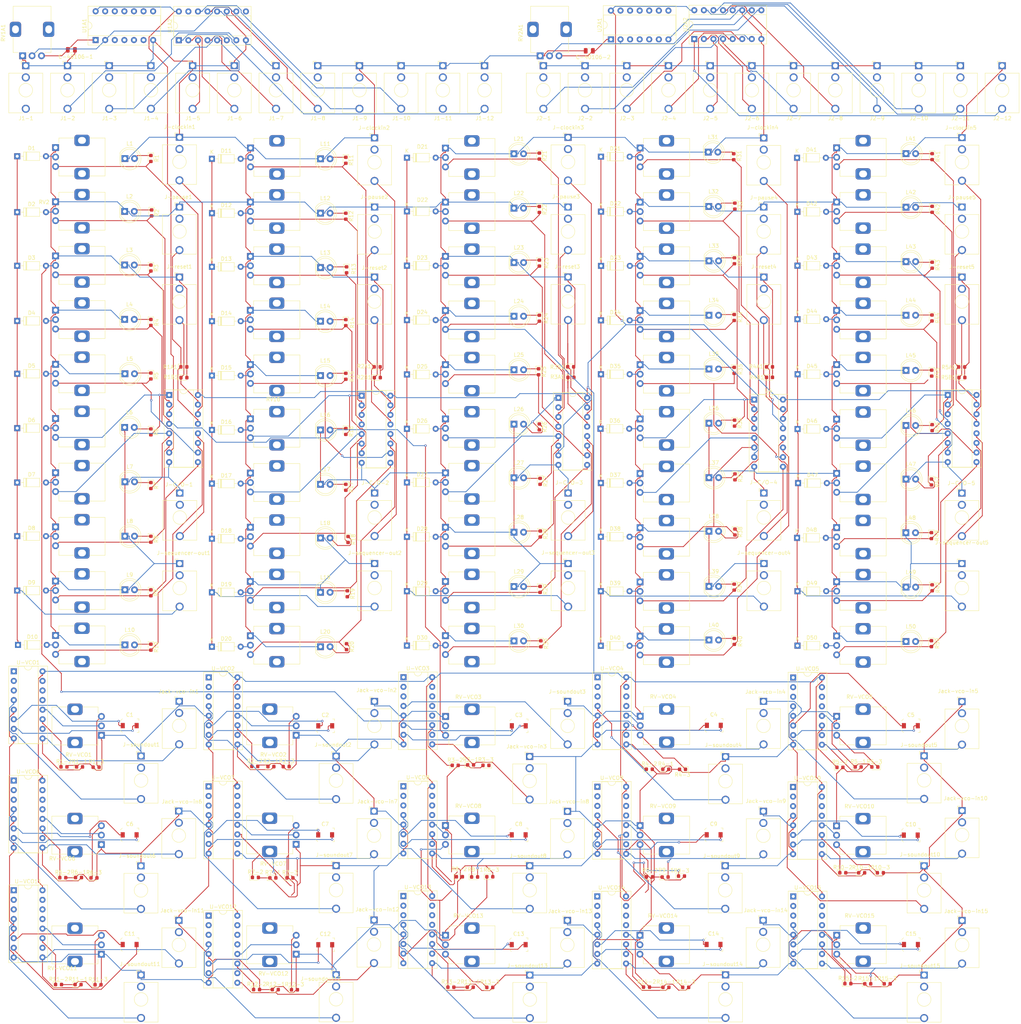
<source format=kicad_pcb>
(kicad_pcb (version 20240108) (generator "pcbnew") (generator_version "8.0")
  (layers (0 "F.Cu" signal) (31 "B.Cu" signal) (34 "B.Paste" user) (35 "F.Paste" user) (36 "B.SilkS" user "B.Silkscreen") (37 "F.SilkS" user "F.Silkscreen") (38 "B.Mask" user) (39 "F.Mask" user) (44 "Edge.Cuts" user))
  (net 0 "")
  (net 1 "GND")
  (net 2 "Net-(U1-Q0)")
  (net 3 "Net-(U1-Q1)")
  (net 4 "Net-(U1-Q2)")
  (net 5 "Net-(U1-Q3)")
  (net 6 "Net-(U1-Q4)")
  (net 7 "Net-(U1-Q5)")
  (net 8 "Net-(U1-Q6)")
  (net 9 "Net-(U1-Q7)")
  (net 10 "Net-(U1-Q8)")
  (net 11 "Net-(U1-Q9)")
  (net 12 "Net-(U2-Q0)")
  (net 13 "Net-(J2-1-PadS)")
  (net 14 "Net-(U2-Q1)")
  (net 15 "Net-(U2-Q2)")
  (net 16 "Net-(U2-Q3)")
  (net 17 "Net-(U2-Q4)")
  (net 18 "Net-(U2-Q5)")
  (net 19 "Net-(U2-Q6)")
  (net 20 "Net-(U2-Q7)")
  (net 21 "Net-(U2-Q8)")
  (net 22 "Net-(U2-Q9)")
  (net 23 "Net-(U3-Q0)")
  (net 24 "Net-(U3-Q1)")
  (net 25 "Net-(U3-Q2)")
  (net 26 "Net-(U3-Q3)")
  (net 27 "Net-(U3-Q4)")
  (net 28 "Net-(U3-Q5)")
  (net 29 "Net-(U3-Q6)")
  (net 30 "Net-(U3-Q7)")
  (net 31 "Net-(U3-Q8)")
  (net 32 "Net-(U3-Q9)")
  (net 33 "Net-(U4-Q0)")
  (net 34 "Net-(U4-Q1)")
  (net 35 "Net-(U4-Q2)")
  (net 36 "Net-(U4-Q3)")
  (net 37 "Net-(U4-Q4)")
  (net 38 "Net-(U4-Q5)")
  (net 39 "Net-(U4-Q6)")
  (net 40 "Net-(U4-Q7)")
  (net 41 "Net-(U2-CLK)")
  (net 42 "Net-(U4-Q8)")
  (net 43 "Net-(U4-Q9)")
  (net 44 "Net-(U5-Q0)")
  (net 45 "Net-(U5-Q1)")
  (net 46 "Net-(U5-Q2)")
  (net 47 "Net-(U5-Q3)")
  (net 48 "Net-(U5-Q4)")
  (net 49 "Net-(U5-Q5)")
  (net 50 "Net-(U5-Q6)")
  (net 51 "Net-(U5-Q7)")
  (net 52 "Net-(U5-Q8)")
  (net 53 "Net-(U5-Q9)")
  (net 54 "Net-(U1-CLK)")
  (net 55 "Net-(U3-CLK)")
  (net 56 "Net-(U4-CLK)")
  (net 57 "Net-(U5-CLK)")
  (net 58 "+VDC")
  (net 59 "Net-(D1-A)")
  (net 60 "Net-(D1-K)")
  (net 61 "Net-(D2-A)")
  (net 62 "Net-(D3-A)")
  (net 63 "Net-(D4-A)")
  (net 64 "Net-(D5-A)")
  (net 65 "Net-(D6-A)")
  (net 66 "Net-(D7-A)")
  (net 67 "Net-(D8-A)")
  (net 68 "Net-(D9-A)")
  (net 69 "Net-(D10-A)")
  (net 70 "Net-(D11-A)")
  (net 71 "Net-(D11-K)")
  (net 72 "Net-(D12-A)")
  (net 73 "Net-(D13-A)")
  (net 74 "Net-(D14-A)")
  (net 75 "Net-(D15-A)")
  (net 76 "Net-(D16-A)")
  (net 77 "Net-(D17-A)")
  (net 78 "Net-(D18-A)")
  (net 79 "Net-(D19-A)")
  (net 80 "Net-(D20-A)")
  (net 81 "Net-(D21-A)")
  (net 82 "Net-(D22-A)")
  (net 83 "Net-(D23-A)")
  (net 84 "Net-(D24-A)")
  (net 85 "Net-(D25-A)")
  (net 86 "Net-(D26-A)")
  (net 87 "Net-(D27-A)")
  (net 88 "Net-(D28-A)")
  (net 89 "Net-(D29-A)")
  (net 90 "Net-(D30-A)")
  (net 91 "Net-(D31-A)")
  (net 92 "Net-(D32-A)")
  (net 93 "Net-(D33-A)")
  (net 94 "Net-(D34-A)")
  (net 95 "Net-(D35-A)")
  (net 96 "Net-(D36-A)")
  (net 97 "Net-(D37-A)")
  (net 98 "Net-(D38-A)")
  (net 99 "Net-(D39-A)")
  (net 100 "Net-(D40-A)")
  (net 101 "Net-(D41-K)")
  (net 102 "Net-(D41-A)")
  (net 103 "Net-(D42-A)")
  (net 104 "Net-(D43-A)")
  (net 105 "Net-(D44-A)")
  (net 106 "Net-(D45-A)")
  (net 107 "Net-(D46-A)")
  (net 108 "Net-(D47-A)")
  (net 109 "Net-(D48-A)")
  (net 110 "Net-(D49-A)")
  (net 111 "Net-(D50-A)")
  (net 112 "Net-(U5-CKEN)")
  (net 113 "Net-(U5-Reset)")
  (net 114 "Net-(U3-CKEN)")
  (net 115 "Net-(U3-Reset)")
  (net 116 "Net-(U1-CKEN)")
  (net 117 "Net-(U1-Reset)")
  (net 118 "Net-(U4-CKEN)")
  (net 119 "Net-(U2-CKEN)")
  (net 120 "Net-(U2-Reset)")
  (net 121 "Net-(U4-Reset)")
  (net 122 "Net-(D21-K)")
  (net 123 "Net-(D31-K)")
  (net 124 "Net-(L1-A)")
  (net 125 "Net-(L2-A)")
  (net 126 "Net-(L3-A)")
  (net 127 "Net-(L4-A)")
  (net 128 "Net-(L5-A)")
  (net 129 "Net-(L6-A)")
  (net 130 "Net-(L7-A)")
  (net 131 "Net-(L8-A)")
  (net 132 "Net-(L9-A)")
  (net 133 "Net-(L10-A)")
  (net 134 "Net-(L11-A)")
  (net 135 "Net-(L12-A)")
  (net 136 "Net-(L13-A)")
  (net 137 "Net-(L14-A)")
  (net 138 "Net-(L15-A)")
  (net 139 "Net-(L16-A)")
  (net 140 "Net-(L17-A)")
  (net 141 "Net-(L18-A)")
  (net 142 "Net-(L19-A)")
  (net 143 "Net-(L20-A)")
  (net 144 "Net-(L21-A)")
  (net 145 "Net-(L22-A)")
  (net 146 "Net-(L23-A)")
  (net 147 "Net-(L24-A)")
  (net 148 "Net-(L25-A)")
  (net 149 "Net-(L26-A)")
  (net 150 "Net-(L27-A)")
  (net 151 "Net-(L28-A)")
  (net 152 "Net-(L29-A)")
  (net 153 "Net-(L30-A)")
  (net 154 "Net-(L31-A)")
  (net 155 "Net-(L32-A)")
  (net 156 "Net-(L33-A)")
  (net 157 "Net-(L34-A)")
  (net 158 "Net-(L35-A)")
  (net 159 "Net-(L36-A)")
  (net 160 "Net-(L37-A)")
  (net 161 "Net-(L38-A)")
  (net 162 "Net-(L39-A)")
  (net 163 "Net-(L40-A)")
  (net 164 "Net-(L41-A)")
  (net 165 "Net-(L42-A)")
  (net 166 "Net-(L43-A)")
  (net 167 "Net-(L44-A)")
  (net 168 "Net-(L45-A)")
  (net 169 "Net-(L46-A)")
  (net 170 "Net-(L47-A)")
  (net 171 "Net-(L48-A)")
  (net 172 "Net-(L49-A)")
  (net 173 "Net-(L50-A)")
  (net 174 "Net-(U1-Cout)")
  (net 175 "Net-(U2-Cout)")
  (net 176 "Net-(U3-Cout)")
  (net 177 "Net-(U4-Cout)")
  (net 178 "Net-(U5-Cout)")
  (net 179 "Net-(U1A2-Q0)")
  (net 180 "Net-(U1A2-Q1)")
  (net 181 "Net-(U1A2-Q2)")
  (net 182 "Net-(U1A2-Q3)")
  (net 183 "Net-(U1A2-Q4)")
  (net 184 "Net-(U1A2-Q5)")
  (net 185 "Net-(U1A2-Q6)")
  (net 186 "Net-(U1A2-Q7)")
  (net 187 "Net-(U1A2-Q8)")
  (net 188 "Net-(U1A2-Q9)")
  (net 189 "Net-(U1A2-Q10)")
  (net 190 "Net-(U1A2-Q11)")
  (net 191 "Net-(U2A2-Q0)")
  (net 192 "Net-(U2A2-Q1)")
  (net 193 "Net-(U2A2-Q2)")
  (net 194 "Net-(U2A2-Q3)")
  (net 195 "Net-(U2A2-Q4)")
  (net 196 "Net-(U2A2-Q5)")
  (net 197 "Net-(U2A2-Q6)")
  (net 198 "Net-(U2A2-Q7)")
  (net 199 "Net-(U2A2-Q8)")
  (net 200 "Net-(U2A2-Q9)")
  (net 201 "Net-(U2A2-Q10)")
  (net 202 "Net-(U2A2-Q11)")
  (net 203 "Net-(U1A2-CLK)")
  (net 204 "Net-(U2A2-CLK)")
  (net 205 "Net-(C-40106-1-Pad1)")
  (net 206 "Net-(C-40106-2-Pad1)")
  (net 207 "Net-(U-VCO1-C1)")
  (net 208 "Net-(U-VCO1-C2)")
  (net 209 "Net-(U-VCO2-C1)")
  (net 210 "Net-(U-VCO2-C2)")
  (net 211 "Net-(U-VCO3-C1)")
  (net 212 "Net-(U-VCO3-C2)")
  (net 213 "Net-(U-VCO4-C2)")
  (net 214 "Net-(U-VCO4-C1)")
  (net 215 "Net-(U-VCO5-C1)")
  (net 216 "Net-(U-VCO5-C2)")
  (net 217 "Net-(U-VCO6-C2)")
  (net 218 "Net-(U-VCO6-C1)")
  (net 219 "Net-(U-VCO7-C1)")
  (net 220 "Net-(U-VCO7-C2)")
  (net 221 "Net-(U-VCO8-C1)")
  (net 222 "Net-(U-VCO8-C2)")
  (net 223 "Net-(U-VCO9-C1)")
  (net 224 "Net-(U-VCO9-C2)")
  (net 225 "Net-(U-VCO10-C1)")
  (net 226 "Net-(R1-3-Pad1)")
  (net 227 "Net-(U-VCO10-C2)")
  (net 228 "Net-(R2-3-Pad1)")
  (net 229 "Net-(U-VCO11-C1)")
  (net 230 "Net-(R3-3-Pad1)")
  (net 231 "Net-(U-VCO11-C2)")
  (net 232 "Net-(R4-3-Pad1)")
  (net 233 "Net-(U-VCO12-C1)")
  (net 234 "Net-(R5-3-Pad1)")
  (net 235 "Net-(U-VCO12-C2)")
  (net 236 "Net-(U-VCO13-C1)")
  (net 237 "Net-(U-VCO13-C2)")
  (net 238 "Net-(U-VCO14-C1)")
  (net 239 "Net-(U-VCO14-C2)")
  (net 240 "Net-(U-VCO15-C2)")
  (net 241 "Net-(U-VCO15-C1)")
  (net 242 "Net-(U-VCO1-FOUT)")
  (net 243 "Net-(U-VCO2-FOUT)")
  (net 244 "Net-(U-VCO3-FOUT)")
  (net 245 "Net-(U-VCO4-FOUT)")
  (net 246 "Net-(U-VCO5-FOUT)")
  (net 247 "Net-(U-VCO6-FOUT)")
  (net 248 "Net-(U-VCO7-FOUT)")
  (net 249 "Net-(U-VCO8-FOUT)")
  (net 250 "Net-(U-VCO9-FOUT)")
  (net 251 "Net-(U-VCO10-FOUT)")
  (net 252 "Net-(U-VCO11-FOUT)")
  (net 253 "Net-(U-VCO12-FOUT)")
  (net 254 "Net-(U-VCO13-FOUT)")
  (net 255 "Net-(U-VCO14-FOUT)")
  (net 256 "Net-(U-VCO15-FOUT)")
  (net 257 "Net-(U-VCO1-VCOin)")
  (net 258 "Net-(U-VCO2-VCOin)")
  (net 259 "Net-(U-VCO3-VCOin)")
  (net 260 "Net-(U-VCO4-VCOin)")
  (net 261 "Net-(U-VCO5-VCOin)")
  (net 262 "Net-(U-VCO6-VCOin)")
  (net 263 "Net-(U-VCO7-VCOin)")
  (net 264 "Net-(U-VCO8-VCOin)")
  (net 265 "Net-(U-VCO9-VCOin)")
  (net 266 "Net-(U-VCO10-VCOin)")
  (net 267 "Net-(U-VCO11-VCOin)")
  (net 268 "Net-(U-VCO12-VCOin)")
  (net 269 "Net-(U-VCO13-VCOin)")
  (net 270 "Net-(U-VCO14-VCOin)")
  (net 271 "Net-(U-VCO15-VCOin)")
  (net 272 "Net-(U-VCO1-R1)")
  (net 273 "Net-(U-VCO11-R1)")
  (net 274 "Net-(U-VCO2-R1)")
  (net 275 "Net-(U-VCO12-R1)")
  (net 276 "Net-(U-VCO3-R1)")
  (net 277 "Net-(U-VCO13-R1)")
  (net 278 "Net-(U-VCO4-R1)")
  (net 279 "Net-(U-VCO14-R1)")
  (net 280 "Net-(U-VCO5-R1)")
  (net 281 "Net-(U-VCO15-R1)")
  (net 282 "Net-(U-VCO6-R1)")
  (net 283 "Net-(R6-3-Pad1)")
  (net 284 "Net-(U-VCO7-R1)")
  (net 285 "Net-(R7-3-Pad1)")
  (net 286 "Net-(U-VCO8-R1)")
  (net 287 "Net-(R8-3-Pad1)")
  (net 288 "Net-(U-VCO9-R1)")
  (net 289 "Net-(R9-3-Pad1)")
  (net 290 "Net-(U-VCO10-R1)")
  (net 291 "Net-(R10-3-Pad1)")
  (net 292 "Net-(U-VCO1-R2)")
  (net 293 "Net-(U-VCO2-R2)")
  (net 294 "Net-(U-VCO4-R2)")
  (net 295 "Net-(U-VCO5-R2)")
  (net 296 "Net-(U-VCO6-R2)")
  (net 297 "Net-(U-VCO7-R2)")
  (net 298 "Net-(U-VCO8-R2)")
  (net 299 "Net-(U-VCO9-R2)")
  (net 300 "Net-(U-VCO10-R2)")
  (net 301 "Net-(U-VCO11-R2)")
  (net 302 "Net-(U-VCO12-R2)")
  (net 303 "Net-(U-VCO13-R2)")
  (net 304 "Net-(U-VCO14-R2)")
  (net 305 "Net-(U-VCO15-R2)")
  (net 322 "Net-(U-VCO3-R2)")
  (net 412 "Net-(R11-3-Pad1)")
  (net 413 "Net-(R12-3-Pad1)")
  (net 414 "Net-(R14-3-Pad1)")
  (net 415 "Net-(R15-3-Pad1)")
  (net 416 "Net-(R13-3-Pad1)")
  (footprint "Potentiometer_THT:Potentiometer_Alps_RK09K_Single_Vertical" (layer "F.Cu") (at 78.325 137.95)
    (property "Reference" "RV17" (hide yes))
    (property "Value" "R_Potentiometer_Small" (hide yes))
  )
  (footprint "Potentiometer_THT:Potentiometer_Alps_RK09K_Single_Vertical" (layer "F.Cu") (at 130 260.35)
    (property "Reference" "RV-VCO13")
    (property "Value" "~" (hide yes))
  )
  (footprint "Potentiometer_THT:Potentiometer_Alps_RK09K_Single_Vertical" (layer "F.Cu") (at 181.575 51.85)
    (property "Reference" "RV31" (hide yes))
    (property "Value" "R_Potentiometer_Small" (hide yes))
  )
  (footprint "Capacitor_SMD:C_0805_2012Metric" (layer "F.Cu") (at 30.875 25.875)
    (property "Reference" "C-40106-1")
    (property "Value" "22uf")
  )
  (footprint "LED_SMD:LED_0603_1608Metric" (layer "F.Cu") (at 239.35 215.775)
    (property "Reference" "R5-1")
    (property "Value" "100k")
  )
  (footprint "LED_SMD:LED_0603_1608Metric" (layer "F.Cu") (at 193.65 274.125)
    (property "Reference" "R14-3")
    (property "Value" "1m")
  )
  (footprint "Potentiometer_THT:Potentiometer_Alps_RK09K_Single_Vertical" (layer "F.Cu") (at 233.65 66.175)
    (property "Reference" "RV42" (hide yes))
    (property "Value" "R_Potentiometer_Small" (hide yes))
  )
  (footprint "Potentiometer_THT:Potentiometer_Alps_RK09K_Single_Vertical" (layer "F.Cu") (at 181.575 123.6)
    (property "Reference" "RV36" (hide yes))
    (property "Value" "R_Potentiometer_Small" (hide yes))
  )
  (footprint "Potentiometer_THT:Potentiometer_Alps_RK09K_Single_Vertical" (layer "F.Cu") (at 181.55 181.125)
    (property "Reference" "RV40" (hide yes))
    (property "Value" "R_Potentiometer_Small" (hide yes))
  )
  (footprint "LED_SMD:LED_0603_1608Metric" (layer "F.Cu") (at 266.775 109.85)
    (property "Reference" "R5A1")
    (property "Value" "100k")
  )
  (footprint "Potentiometer_THT:Potentiometer_Alps_RK09K_Single_Vertical" (layer "F.Cu") (at 130.025 202.4)
    (property "Reference" "RV-VCO3")
    (property "Value" "R_Potentiometer_Small")
  )
  (footprint "Potentiometer_THT:Potentiometer_Alps_RK09K_Single_Vertical" (layer "F.Cu") (at 38.85 207.4 180)
    (property "Reference" "RV-VCO1")
    (property "Value" "~" (hide yes))
  )
  (footprint "Connector_Audio:Jack_3.5mm_QingPu_WQP-PJ398SM_Vertical_CircularHoles" (layer "F.Cu") (at 256.825 270.875)
    (property "Reference" "J-soundout15")
    (property "Value" "~")
  )
  (footprint "Connector_Audio:Jack_3.5mm_QingPu_WQP-PJ398SM_Vertical_CircularHoles" (layer "F.Cu") (at 111.225 67.5)
    (property "Reference" "J-pause2")
    (property "Value" "AudioJack2")
  )
  (footprint "LED_THT:LED_D5.0mm" (layer "F.Cu") (at 148.15 53.4)
    (property "Reference" "L21")
    (property "Value" "LED")
  )
  (footprint "Potentiometer_THT:Potentiometer_Alps_RK09K_Single_Vertical" (layer "F.Cu") (at 233.65 202.375)
    (property "Reference" "RV-VCO5")
    (property "Value" "~" (hide yes))
  )
  (footprint "Connector_Audio:Jack_3.5mm_QingPu_WQP-PJ398SM_Vertical_CircularHoles" (layer "F.Cu") (at 59.45 198.375)
    (property "Reference" "Jack-vco-in1")
    (property "Value" "~")
  )
  (footprint "Connector_Audio:Jack_3.5mm_QingPu_WQP-PJ398SM_Vertical_CircularHoles" (layer "F.Cu") (at 111.2 86.05)
    (property "Reference" "J-reset2")
    (property "Value" "AudioJack2")
  )
  (footprint "LED_SMD:LED_0603_1608Metric" (layer "F.Cu") (at 103.6 69.925 -90)
    (property "Reference" "R12")
    (property "Value" "2.2k")
  )
  (footprint "Connector_Audio:Jack_3.5mm_QingPu_WQP-PJ398SM_Vertical_CircularHoles" (layer "F.Cu") (at 266.85 49.125)
    (property "Reference" "J-clockin5")
    (property "Value" "AudioJack2" (hide yes))
  )
  (footprint "LED_SMD:LED_0603_1608Metric" (layer "F.Cu") (at 33.0625 215.75)
    (property "Reference" "R1-1")
    (property "Value" "100k")
  )
  (footprint "LED_THT:LED_D5.0mm" (layer "F.Cu") (at 45.075 111.65)
    (property "Reference" "L5")
    (property "Value" "LED")
  )
  (footprint "LED_SMD:LED_0603_1608Metric" (layer "F.Cu") (at 132.5875 215.35)
    (property "Reference" "R3-2")
    (property "Value" "1k")
  )
  (footprint "Potentiometer_THT:Potentiometer_Alps_RK09K_Single_Vertical" (layer "F.Cu") (at 26.7 51.75)
    (property "Reference" "RV1" (hide yes))
    (property "Value" "R_Potentiometer_Small" (hide yes))
  )
  (footprint "Potentiometer_THT:Potentiometer_Alps_RK09K_Single_Vertical" (layer "F.Cu") (at 181.575 94.9)
    (property "Reference" "RV34" (hide yes))
    (property "Value" "R_Potentiometer_Small" (hide yes))
  )
  (footprint "Connector_Audio:Jack_3.5mm_QingPu_WQP-PJ398SM_Vertical_CircularHoles" (layer "F.Cu") (at 140.36 30.07)
    (property "Reference" "J1-12")
    (property "Value" "4056")
  )
  (footprint "Connector_Audio:Jack_3.5mm_QingPu_WQP-PJ398SM_Vertical_CircularHoles" (layer "F.Cu") (at 233.285 30.07)
    (property "Reference" "J2-8")
    (property "Value" "256")
  )
  (footprint "Connector_Audio:Jack_3.5mm_QingPu_WQP-PJ398SM_Vertical_CircularHoles" (layer "F.Cu") (at 162.475 49.055)
    (property "Reference" "J-clockin3")
    (property "Value" "AudioJack2" (hide yes))
  )
  (footprint "Potentiometer_THT:Potentiometer_Alps_RK09K_Single_Vertical" (layer "F.Cu") (at 78.325 109.2)
    (property "Reference" "RV15" (hide yes))
    (property "Value" "R_Potentiometer_Small" (hide yes))
  )
  (footprint "Diode_THT:D_DO-35_SOD27_P7.62mm_Horizontal" (layer "F.Cu") (at 119.78 183.625)
    (property "Reference" "D30")
    (property "Value" "1N914")
  )
  (footprint "LED_SMD:LED_0603_1608Metric" (layer "F.Cu") (at 103.6 141.7125 -90)
    (property "Reference" "R17")
    (property "Value" "2.2k")
  )
  (footprint "LED_SMD:LED_0603_1608Metric" (layer "F.Cu") (at 133.7125 244.85)
    (property "Reference" "R8-2")
    (property "Value" "1k")
  )
  (footprint "LED_THT:LED_D5.0mm" (layer "F.Cu") (at 96.885 112.125)
    (property "Reference" "L15")
    (property "Value" "LED")
  )
  (footprint "Potentiometer_THT:Potentiometer_Alps_RK09K_Single_Vertical" (layer "F.Cu") (at 233.65 94.875)
    (property "Reference" "RV44" (hide yes))
    (property "Value" "R_Potentiometer_Small" (hide yes))
  )
  (footprint "LED_THT:LED_D5.0mm" (layer "F.Cu") (at 148.16 139.2)
    (property "Reference" "L27")
    (property "Value" "LED")
  )
  (footprint "Connector_Audio:Jack_3.5mm_QingPu_WQP-PJ398SM_Vertical_CircularHoles" (layer "F.Cu") (at 118.26 30.07)
    (property "Reference" "J1-10")
    (property "Value" "1024")
  )
  (footprint "LED_SMD:LED_0603_1608Metric" (layer "F.Cu") (at 184.0125 216.375)
    (property "Reference" "R4-2")
    (property "Value" "1k")
  )
  (footprint "Package_DIP:DIP-16_W7.62mm_Socket" (layer "F.Cu") (at 15.6175 219.37)
    (property "Reference" "U-VCO6")
    (property "Value" "4046")
  )
  (footprint "Potentiometer_THT:Potentiometer_Alps_RK09K_Single_Vertical" (layer "F.Cu") (at 26.7 166.55)
    (property "Reference" "RV9" (hide yes))
    (property "Value" "R_Potentiometer_Small" (hide yes))
  )
  (footprint "LED_SMD:LED_0603_1608Metric" (layer "F.Cu") (at 27.4875 273.4)
    (property "Reference" "R11-2")
    (property "Value" "1k")
  )
  (footprint "LED_THT:LED_D5.0mm" (layer "F.Cu") (at 252.025 81.95)
    (property "Reference" "L43")
    (property "Value" "LED")
  )
  (footprint "Diode_THT:D_DO-35_SOD27_P7.62mm_Horizontal" (layer "F.Cu") (at 68.125 126.525)
    (property "Reference" "D16")
    (property "Value" "1N914")
  )
  (footprint "Potentiometer_THT:Potentiometer_Alps_RK09K_Single_Vertical" (layer "F.Cu") (at 181.575 109.25)
    (property "Reference" "RV35" (hide yes))
    (property "Value" "R_Potentiometer_Small" (hide yes))
  )
  (footprint "LED_THT:LED_D5.0mm" (layer "F.Cu") (at 199.825 139.15)
    (property "Reference" "L37")
    (property "Value" "LED")
  )
  (footprint "LED_THT:LED_D5.0mm" (layer "F.Cu") (at 148.16 96.4)
    (property "Reference" "L24")
    (property "Value" "LED")
  )
  (footprint "LED_SMD:LED_0603_1608Metric" (layer "F.Cu") (at 154.875 68.1375 -90)
    (property "Reference" "R22")
    (property "Value" "2.2k")
  )
  (footprint "Package_DIP:DIP-16_W7.62mm_Socket" (layer "F.Cu") (at 170.225 250.05)
    (property "Reference" "U-VCO14")
    (property "Value" "4046")
  )
  (footprint "Connector_Audio:Jack_3.5mm_QingPu_WQP-PJ398SM_Vertical_CircularHoles" (layer "F.Cu") (at 152.325 241.925)
    (property "Reference" "J-soundout8")
    (property "Value" "~")
  )
  (footprint "LED_SMD:LED_0603_1608Metric" (layer "F.Cu") (at 32.6625 273.4)
    (property "Reference" "R11-1")
    (property "Value" "100k")
  )
  (footprint "Potentiometer_THT:Potentiometer_Alps_RK09K_Single_Vertical" (layer "F.Cu") (at 233.65 51.825)
    (property "Reference" "RV41" (hide yes))
    (property "Value" "R_Potentiometer_Small" (hide yes))
  )
  (footprint "Potentiometer_THT:Potentiometer_Alps_RK09K_Single_Vertical" (layer "F.Cu") (at 181.55 166.775)
    (property "Reference" "RV39" (hide yes))
    (property "Value" "R_Potentiometer_Small" (hide yes))
  )
  (footprint "Connector_Audio:Jack_3.5mm_QingPu_WQP-PJ398SM_Vertical_CircularHoles" (layer "F.Cu") (at 96.16 30.07)
    (property "Reference" "J1-8")
    (property "Value" "256")
  )
  (footprint "LED_THT:LED_D5.0mm" (layer "F.Cu") (at 96.885 126.525)
    (property "Reference" "L16")
    (property "Value" "LED")
  )
  (footprint "Diode_THT:D_DO-35_SOD27_P7.62mm_Horizontal" (layer "F.Cu") (at 68.115 155.325)
    (property "Reference" "D18")
    (property "Value" "1N914")
  )
  (footprint "Connector_Audio:Jack_3.5mm_QingPu_WQP-PJ398SM_Vertical_CircularHoles" (layer "F.Cu") (at 59.525 49.025)
    (property "Reference" "J-clockin1")
    (property "Value" "AudioJack2" (hide yes))
  )
  (footprint "Diode_THT:D_DO-35_SOD27_P7.62mm_Horizontal" (layer "F.Cu") (at 68.115 54.725)
    (property "Reference" "D11")
    (property "Value" "1N914")
  )
  (footprint "LED_SMD:LED_0603_1608Metric" (layer "F.Cu") (at 206.7 153.5625 -90)
    (property "Reference" "R38")
    (property "Value" "2.2k")
  )
  (footprint "LED_THT:LED_D5.0mm" (layer "F.Cu") (at 45.01 97.25)
    (property "Reference" "L4")
    (property "Value" "LED")
  )
  (footprint "Connector_Audio:Jack_3.5mm_QingPu_WQP-PJ398SM_Vertical_CircularHoles" (layer "F.Cu") (at 152.35 270.875)
    (property "Reference" "J-soundout13")
    (property "Value" "~")
  )
  (footprint "Package_DIP:DIP-16_W7.62mm_Socket" (layer "F.Cu") (at 170.3 192.025)
    (property "Reference" "U-VCO4")
    (property "Value" "4046")
  )
  (footprint "Diode_THT:D_DO-35_SOD27_P7.62mm_Horizontal" (layer "F.Cu") (at 171.155 154.8)
    (property "Reference" "D38")
    (property "Value" "1N914")
  )
  (footprint "Package_DIP:DIP-16_W7.62mm_Socket" (layer "F.Cu") (at 107.8 117.445)
    (property "Reference" "U2" (hide yes))
    (property "Value" "4017" (hide yes))
  )
  (footprint "LED_SMD:LED_0603_1608Metric" (layer "F.Cu") (at 137.725 244.9)
    (property "Reference" "R8-1")
    (property "Value" "100k")
  )
  (footprint "Connector_Audio:Jack_3.5mm_QingPu_WQP-PJ398SM_Vertical_CircularHoles" (layer "F.Cu") (at 49.35 212.875)
    (property "Reference" "J-soundout1")
    (property "Value" "~")
  )
  (footprint "Connector_Audio:Jack_3.5mm_QingPu_WQP-PJ398SM_Vertical_CircularHoles" (layer "F.Cu") (at 266.85 198.45)
    (property "Reference" "Jack-vco-in5")
    (property "Value" "~")
  )
  (footprint "Diode_THT:D_DO-35_SOD27_P7.62mm_Horizontal" (layer "F.Cu") (at 68.125 69.125)
    (property "Reference" "D12")
    (property "Value" "1N914")
  )
  (footprint "Package_DIP:DIP-16_W7.62mm_Socket" (layer "F.Cu") (at 222.125 192.1)
    (property "Reference" "U-VCO5")
    (property "Value" "4046")
  )
  (footprint "Diode_THT:D_DO-35_SOD27_P7.62mm_Horizontal" (layer "F.Cu") (at 119.79 54.425)
    (property "Reference" "D21")
    (property "Value" "1N914")
  )
  (footprint "LED_SMD:LED_0603_1608Metric" (layer "F.Cu") (at 155.075 140.1375 -90)
    (property "Reference" "R27")
    (property "Value" "2.2k")
  )
  (footprint "Potentiometer_THT:Potentiometer_Alps_RK09K_Single_Vertical" (layer "F.Cu") (at 26.7 80.45)
    (property "Reference" "RV3" (hide yes))
    (property "Value" "R_Potentiometer_Small" (hide yes))
  )
  (footprint "LED_THT:LED_D5.0mm" (layer "F.Cu") (at 199.825 167.95)
    (property "Reference" "L39")
    (property "Value" "LED")
  )
  (footprint "Potentiometer_THT:Potentiometer_Alps_RK09K_Single_Vertical" (layer "F.Cu") (at 130 66.2)
    (property "Reference" "RV22" (hide yes))
    (property "Value" "R_Potentiometer_Small" (hide yes))
  )
  (footprint "Diode_THT:D_DO-35_SOD27_P7.62mm_Horizontal" (layer "F.Cu") (at 171.23 83.075)
    (property "Reference" "D33")
    (property "Value" "1N914")
  )
  (footprint "LED_SMD:LED_0603_1608Metric" (layer "F.Cu") (at 111.95 112.67)
    (property "Reference" "R2B1")
    (property "Value" "100k")
  )
  (footprint "LED_SMD:LED_0603_1608Metric" (layer "F.Cu") (at 155.275 183.15 -90)
    (property "Reference" "R30")
    (property "Value" "2.2k")
  )
  (footprint "Potentiometer_THT:Potentiometer_Alps_RK09K_Single_Vertical" (layer "F.Cu") (at 233.675 260.325)
    (property "Reference" "RV-VCO15")
    (property "Value" "~" (hide yes))
  )
  (footprint "Package_DIP:DIP-16_W7.62mm_Socket" (layer "F.Cu") (at 56.8 117.275)
    (property "Reference" "U1" (hide yes))
    (property "Value" "4017" (hide yes))
  )
  (footprint "Connector_Audio:Jack_3.5mm_QingPu_WQP-PJ398SM_Vertical_CircularHoles" (layer "F.Cu") (at 107.21 30.07)
    (property "Reference" "J1-9")
    (property "Value" "512")
  )
  (footprint "LED_SMD:LED_0603_1608Metric" (layer "F.Cu") (at 258.825 111.475 -90)
    (property "Reference" "R45")
    (property "Value" "2.2k")
  )
  (footprint "LED_SMD:LED_0603_1608Metric" (layer "F.Cu") (at 51.95 169.65 -90)
    (property "Reference" "R9")
    (property "Value" "2.2k")
  )
  (footprint "Connector_Audio:Jack_3.5mm_QingPu_WQP-PJ398SM_Vertical_CircularHoles" (layer "F.Cu") (at 214.175 256.35)
    (property "Reference" "Jack-vco-in14")
    (property "Value" "~")
  )
  (footprint "LED_SMD:LED_0603_1608Metric" (layer "F.Cu") (at 52.15 69.05 -90)
    (property "Reference" "R2")
    (property "Value" "2.2k")
  )
  (footprint "Potentiometer_THT:Potentiometer_Alps_RK09K_Single_Vertical" (layer "F.Cu") (at 233.65 181.075)
    (property "Reference" "RV50" (hide yes))
    (property "Value" "R_Potentiometer_Small" (hide yes))
  )
  (footprint "Potentiometer_THT:Potentiometer_Alps_RK09K_Single_Vertical" (layer "F.Cu") (at 90.45 207.375 180)
    (property "Reference" "RV-VCO2")
    (property "Value" "~")
  )
  (footprint "Potentiometer_THT:Potentiometer_Alps_RK09K_Single_Vertical" (layer "F.Cu") (at 26.7 123.5)
    (property "Reference" "RV6" (hide yes))
    (property "Value" "R_Potentiometer_Small" (hide yes))
  )
  (footprint "LED_SMD:LED_0603_1608Metric" (layer "F.Cu") (at 155.125 154.075 -90)
    (property "Reference" "R28")
    (property "Value" "2.2k")
  )
  (footprint "Diode_THT:D_DO-35_SOD27_P7.62mm_Horizontal" (layer "F.Cu") (at 223.165 54.45)
    (property "Reference" "D41")
    (property "Value" "1N914")
  )
  (footprint "LED_SMD:LED_0603_1608Metric" (layer "F.Cu") (at 104.2 155.5375 -90)
    (property "Reference" "R18")
    (property "Value" "2.2k")
  )
  (footprint "Connector_Audio:Jack_3.5mm_QingPu_WQP-PJ398SM_Vertical_CircularHoles" (layer "F.Cu") (at 59.35 227.45)
    (property "Reference" "Jack-vco-in6")
    (property "Value" "~")
  )
  (footprint "Diode_THT:D_DO-35_SOD27_P7.62mm_Horizontal" (layer "F.Cu") (at 68.115 140.725)
    (property "Reference" "D17")
    (property "Value" "1N914")
  )
  (footprint "Diode_THT:D_DO-35_SOD27_P7.62mm_Horizontal" (layer "F.Cu") (at 68.115 112.125)
    (property "Reference" "D15")
    (property "Value" "1N914")
  )
  (footprint "Potentiometer_THT:Potentiometer_Alps_RK09K_Single_Vertical" (layer "F.Cu") (at 233.625 231.35)
    (property "Reference" "RV-VCO10")
    (property "Value" "~" (hide yes))
  )
  (footprint "LED_SMD:LED_0603_1608Metric" (layer "F.Cu") (at 188.4125 274.125)
    (property "Reference" "R14-1")
    (property "Value" "100k")
  )
  (footprint "LED_SMD:LED_0603_1608Metric" (layer "F.Cu") (at 87.8 215.675 180)
    (property "Reference" "R2-3")
    (property "Value" "1m")
  )
  (footprint "Capacitor_SMD:C_Trimmer_Sprague-Goodman_SGC3" (layer "F.Cu") (at 98.15 204.875)
    (property "Reference" "C2")
    (property "Value" "C_Trim")
  )
  (footprint "LED_SMD:LED_0603_1608Metric" (layer "F.Cu") (at 28.6125 245.1)
    (property "Reference" "R6-2")
    (property "Value" "1k")
  )
  (footprint "Potentiometer_THT:Potentiometer_Alps_RK09K_Single_Vertical" (layer "F.Cu") (at 130 166.65)
    (property "Reference" "RV29" (hide yes))
    (property "Value" "R_Potentiometer_Small" (hide yes))
  )
  (footprint "LED_SMD:LED_0603_1608Metric" (layer "F.Cu") (at 84.9125 274.725)
    (property "Reference" "R12-1")
    (property "Value" "100k")
  )
  (footprint "Package_DIP:DIP-16_W7.62mm_Socket" (layer "F.Cu") (at 118.88 192.01)
    (property "Reference" "U-VCO3")
    (property "Value" "4046")
  )
  (footprint "Connector_Audio:Jack_3.5mm_QingPu_WQP-PJ398SM_Vertical_CircularHoles" (layer "F.Cu") (at 111.225 161.895)
    (property "Reference" "J-sequencer-out2")
    (property "Value" "AudioJack2" (hide yes))
  )
  (footprint "Diode_THT:D_DO-35_SOD27_P7.62mm_Horizontal" (layer "F.Cu") (at 171.08 126.2)
    (property "Reference" "D36")
    (property "Value" "1N914")
  )
  (footprint "LED_SMD:LED_0603_1608Metric" (layer "F.Cu") (at 51.95 112.2375 -90)
    (property "Reference" "R5")
    (property "Value" "2.2k")
  )
  (footprint "Diode_THT:D_DO-35_SOD27_P7.62mm_Horizontal" (layer "F.Cu") (at 223.24 68.75)
    (property "Reference" "D42")
    (property "Value" "1N914")
  )
  (footprint "Package_DIP:CERDIP-14_W7.62mm_SideBrazed_Socket" (layer "F.Cu") (at 173.835 23.1 90)
    (property "Reference" "U2A1")
    (property "Value" "40106")
  )
  (footprint "Package_DIP:DIP-16_W7.62mm_Socket" (layer "F.Cu") (at 170.255 221.01)
    (property "Reference" "U-VCO9")
    (property "Value" "4046")
  )
  (footprint "LED_SMD:LED_0603_1608Metric" (layer "F.Cu") (at 84.275 245.15)
    (property "Reference" "R7-1")
    (property "Value" "100k")
  )
  (footprint "Potentiometer_THT:Potentiometer_Alps_RK09K_Single_Vertical" (layer "F.Cu") (at 78.325 123.575)
    (property "Reference" "RV16")
    (property "Value" "R_Potentiometer_Small" (hide yes))
  )
  (footprint "LED_THT:LED_D5.0mm" (layer "F.Cu") (at 148.16 110.6)
    (property "Reference" "L25")
    (property "Value" "LED")
  )
  (footprint "LED_SMD:LED_0603_1608Metric" (layer "F.Cu") (at 258.95 54.15 -90)
    (property "Reference" "R41")
    (property "Value" "2.2k")
  )
  (footprint "LED_SMD:LED_0603_1608Metric" (layer "F.Cu") (at 206.7 138.95 -90)
    (property "Reference" "R37")
    (property "Value" "2.2k")
  )
  (footprint "Connector_Audio:Jack_3.5mm_QingPu_WQP-PJ398SM_Vertical_CircularHoles" (layer "F.Cu") (at 18.81 30.07)
    (property "Reference" "J1-1")
    (property "Value" "2")
  )
  (footprint "Potentiometer_THT:Potentiometer_Alps_RK09K_Single_Vertical" (layer "F.Cu") (at 181.555 231.31)
    (property "Reference" "RV-VCO9")
    (property "Value" "~" (hide yes))
  )
  (footprint "LED_SMD:LED_0603_1608Metric" (layer "F.Cu") (at 183.275 274.075)
    (property "Reference" "R14-2")
    (property "Value" "1k")
  )
  (footprint "LED_SMD:LED_0603_1608Metric" (layer "F.Cu") (at 131.4375 274.1)
    (property "Reference" "R13-2")
    (property "Value" "1k")
  )
  (footprint "Potentiometer_THT:Potentiometer_Alps_RK09K_Single_Vertical" (layer "F.Cu") (at 233.65 138.025)
    (property "Reference" "RV47" (hide yes))
    (property "Value" "R_Potentiometer_Small" (hide yes))
  )
  (footprint "LED_THT:LED_D5.0mm" (layer "F.Cu") (at 148.16 153.6)
    (property "Reference" "L28")
    (property "Value" "LED")
  )
  (footprint "Capacitor_SMD:C_0805_2012Metric" (layer "F.Cu") (at 168.1 26.125 180)
    (property "Reference" "C-40106-2")
    (property "Value" "22uf")
  )
  (footprint "Connector_Audio:Jack_3.5mm_QingPu_WQP-PJ398SM_Vertical_CircularHoles" (layer "F.Cu") (at 162.5 161.9045)
    (property "Reference" "J-sequencer-out3")
    (property "Value" "AudioJack2" (hide yes))
  )
  (footprint "LED_SMD:LED_0603_1608Metric" (layer "F.Cu") (at 258.95 68.1 -90)
    (property "Reference" "R42")
    (property "Value" "2.2k")
  )
  (footprint "Connector_Audio:Jack_3.5mm_QingPu_WQP-PJ398SM_Vertical_CircularHoles" (layer "F.Cu") (at 162.475 67.5)
    (property "Reference" "J-pause3")
    (property "Value" "~")
  )
  (footprint "Potentiometer_THT:Potentiometer_Alps_RK09K_Single_Vertical" (layer "F.Cu") (at 26.7 66.1)
    (property "Reference" "RV2")
    (property "Value" "R_Potentiometer_Small" (hide yes))
  )
  (footprint "Potentiometer_THT:Potentiometer_Alps_RK09K_Single_Vertical" (layer "F.Cu") (at 130 94.9)
    (property "Reference" "RV24" (hide yes))
    (property "Value" "R_Potentiometer_Small" (hide yes))
  )
  (footprint "LED_THT:LED_D5.0mm" (layer "F.Cu") (at 96.885 97.725)
    (property "Reference" "L14")
    (property "Value" "LED")
  )
  (footprint "Diode_THT:D_DO-35_SOD27_P7.62mm_Horizontal" (layer "F.Cu") (at 68.115 183.925)
    (property "Reference" "D20")
    (property "Value" "1N914")
  )
  (footprint "LED_SMD:LED_0603_1608Metric" (layer "F.Cu") (at 258.75 154.5125 -90)
    (property "Reference" "R48")
    (property "Value" "2.2k")
  )
  (footprint "Connector_Audio:Jack_3.5mm_QingPu_WQP-PJ398SM_Vertical_CircularHoles" (layer "F.Cu") (at 155.935 30.07)
    (property "Reference" "J2-1")
    (property "Value" "2")
  )
  (footprint "Capacitor_SMD:C_Trimmer_Sprague-Goodman_SGC3" (layer "F.Cu") (at 149.4 233.75)
    (property "Reference" "C8")
    (property "Value" "C_Trim")
  )
  (footprint "Connector_Audio:Jack_3.5mm_QingPu_WQP-PJ398SM_Vertical_CircularHoles" (layer "F.Cu") (at 111.075 256.3)
    (property "Reference" "Jack-vco-in12")
    (property "Value" "~")
  )
  (footprint "Diode_THT:D_DO-35_SOD27_P7.62mm_Horizontal" (layer "F.Cu") (at 119.79 97.425)
    (property "Reference" "D24")
    (property "Value" "1N914")
  )
  (footprint "Package_DIP:DIP-16_W7.62mm_Socket" (layer "F.Cu") (at 15.63 190.445)
    (property "Reference" "U-VCO1")
    (property "Value" "4046")
  )
  (footprint "LED_SMD:LED_0603_1608Metric" (layer "F.Cu") (at 104 169.9125 -90)
    (property "Reference" "R19")
    (property "Value" "2.2k")
  )
  (footprint "LED_SMD:LED_0603_1608Metric" (layer "F.Cu") (at 154.875 96.9375 -90)
    (property "Reference" "R24")
    (property "Value" "2.2k")
  )
  (footprint "Connector_Audio:Jack_3.5mm_QingPu_WQP-PJ398SM_Vertical_CircularHoles" (layer "F.Cu") (at 49.35 270.85)
    (property "Reference" "J-soundout11")
    (property "Value" "~")
  )
  (footprint "LED_SMD:LED_0603_1608Metric" (layer "F.Cu") (at 241.8875 273.2)
    (property "Reference" "R15-1")
    (property "Value" "100k")
  )
  (footprint "LED_SMD:LED_0603_1608Metric" (layer "F.Cu") (at 154.875 82.3375 -90)
    (property "Reference" "R23")
    (property "Value" "2.2k")
  )
  (footprint "LED_THT:LED_D5.0mm" (layer "F.Cu") (at 252.025 182.55)
    (property "Reference" "L50")
    (property "Value" "LED")
  )
  (footprint "Connector_Audio:Jack_3.5mm_QingPu_WQP-PJ398SM_Vertical_CircularHoles" (layer "F.Cu") (at 189.085 30.07)
    (property "Reference" "J2-4")
    (property "Value" "16")
  )
  (footprint "LED_THT:LED_D5.0mm" (layer "F.Cu") (at 45.075 168.85)
    (property "Reference" "L9")
    (property "Value" "LED")
  )
  (footprint "LED_SMD:LED_0603_1608Metric" (layer "F.Cu") (at 83.75 215.675)
    (property "Reference" "R2-1")
    (property "Value" "100k")
  )
  (footprint "LED_SMD:LED_0603_1608Metric" (layer "F.Cu") (at 206.5 168.15 -90)
    (property "Reference" "R39")
    (property "Value" "2.2k")
  )
  (footprint "LED_SMD:LED_0603_1608Metric" (layer "F.Cu") (at 184.05 244.875)
    (property "Reference" "R9-2")
    (property "Value" "1k")
  )
  (footprint "Connector_Audio:Jack_3.5mm_QingPu_WQP-PJ398SM_Vertical_CircularHoles" (layer "F.Cu") (at 40.91 30.07)
    (property "Reference" "J1-3")
    (property "Value" "8")
  )
  (footprint "Potentiometer_THT:Potentiometer_Alps_RK09K_Single_Vertical" (layer "F.Cu") (at 181.55 138.075)
    (property "Reference" "RV37" (hide yes))
    (property "Value" "R_Potentiometer_Small" (hide yes))
  )
  (footprint "Connector_Audio:Jack_3.5mm_QingPu_WQP-PJ398SM_Vertical_CircularHoles" (layer "F.Cu") (at 211.185 30.07)
    (property "Reference" "J2-6")
    (property "Value" "64")
  )
  (footprint "Diode_THT:D_DO-35_SOD27_P7.62mm_Horizontal" (layer "F.Cu") (at 16.54 97.65)
    (property "Reference" "D4")
    (property "Value" "1N914")
  )
  (footprint "Potentiometer_THT:Potentiometer_Alps_RK09K_Single_Vertical" (layer "F.Cu") (at 130 231.275)
    (property "Reference" "RV-VCO8")
    (property "Value" "~" (hide yes))
  )
  (footprint "LED_THT:LED_D5.0mm" (layer "F.Cu") (at 252.025 67.55)
    (property "Reference" "L42")
    (property "Value" "LED")
  )
  (footprint "LED_THT:LED_D5.0mm" (layer "F.Cu") (at 96.885 83.525)
    (property "Reference" "L13")
    (property "Value" "LED")
  )
  (footprint "LED_SMD:LED_0603_1608Metric" (layer "F.Cu") (at 206.5 110.7375 -90)
    (property "Reference" "R35")
    (property "Value" "2.2k")
  )
  (footprint "LED_SMD:LED_0603_1608Metric" (layer "F.Cu") (at 188.375 216.375)
    (property "Reference" "R4-1")
    (property "Value" "100k")
  )
  (footprint "LED_THT:LED_D5.0mm" (layer "F.Cu") (at 199.825 182.15)
    (property "Reference" "L40")
    (property "Value" "LED")
  )
  (footprint "Connector_Audio:Jack_3.5mm_QingPu_WQP-PJ398SM_Vertical_CircularHoles" (layer "F.Cu") (at 204.125 241.925)
    (property "Reference" "J-soundout9")
    (property "Value" "~")
  )
  (footprint "Diode_THT:D_DO-35_SOD27_P7.62mm_Horizontal" (layer "F.Cu") (at 223.165 155.1)
    (property "Reference" "D48")
    (property "Value" "1N914")
  )
  (footprint "Potentiometer_THT:Potentiometer_Alps_RK09K_Single_Vertical" (layer "F.Cu") (at 26.7 180.95)
    (property "Reference" "RV10" (hide yes))
    (property "Value" "R_Potentiometer_Small" (hide yes))
  )
  (footprint "Connector_Audio:Jack_3.5mm_QingPu_WQP-PJ398SM_Vertical_CircularHoles" (layer "F.Cu") (at 129.31 30.07)
    (property "Reference" "J1-11")
    (property "Value" "2048")
  )
  (footprint "LED_SMD:LED_0603_1608Metric" (layer "F.Cu") (at 111.9125 109.825)
    (property "Reference" "R2A1")
    (property "Value" "100k")
  )
  (footprint "Connector_Audio:Jack_3.5mm_QingPu_WQP-PJ398SM_Vertical_CircularHoles" (layer "F.Cu") (at 111.2 49.175)
    (property "Reference" "J-clockin2")
    (property "Value" "AudioJack2" (hide yes))
  )
  (footprint "Connector_Audio:Jack_3.5mm_QingPu_WQP-PJ398SM_Vertical_CircularHoles" (layer "F.Cu") (at 162.3 256.4)
    (property "Reference" "Jack-vco-in13")
    (property "Value" "~")
  )
  (footprint "LED_THT:LED_D5.0mm" (layer "F.Cu") (at 96.885 169.525)
    (property "Reference" "L19")
    (property "Value" "LED")
  )
  (footprint "LED_SMD:LED_0603_1608Metric" (layer "F.Cu") (at 240.275 243.8)
    (property "Reference" "R10-1")
    (property "Value" "100k")
  )
  (footprint "LED_SMD:LED_0603_1608Metric" (layer "F.Cu") (at 136.6625 215.225)
    (property "Reference" "R3-1")
    (property "Value" "100k")
  )
  (footprint "Potentiometer_THT:Potentiometer_Alps_RK09K_Single_Vertical" (layer "F.Cu") (at 181.55 152.425)
    (property "Reference" "RV38" (hide yes))
    (property "Value" "R_Potentiometer_Small" (hide yes))
  )
  (footprint "Connector_Audio:Jack_3.5mm_QingPu_WQP-PJ398SM_Vertical_CircularHoles" (layer "F.Cu") (at 266.875 227.325)
    (property "Reference" "Jack-vco-in10")
    (property "Value" "~")
  )
  (footprint "Potentiometer_THT:Potentiometer_Alps_RK09K_Single_Vertical" (layer "F.Cu") (at 26.7 152.2)
    (property "Reference" "RV8" (hide yes))
    (property "Value" "R_Potentiometer_Small" (hide yes))
  )
  (footprint "Diode_THT:D_DO-35_SOD27_P7.62mm_Horizontal" (layer "F.Cu") (at 223.265 97.2)
    (property "Reference" "D44")
    (property "Value" "1N914")
  )
  (footprint "LED_SMD:LED_0603_1608Metric" (layer "F.Cu") (at 79.475 215.625)
    (property "Reference" "R2-2")
    (property "Value" "1k")
  )
  (footprint "LED_SMD:LED_0603_1608Metric" (layer "F.Cu") (at 51.95 98.05 -90)
    (property "Reference" "R4")
    (property "Value" "2.2k")
  )
  (footprint "Connector_Audio:Jack_3.5mm_QingPu_WQP-PJ398SM_Vertical_CircularHoles" (layer "F.Cu") (at 214.375 161.9)
    (property "Reference" "J-sequencer-out4")
    (property "Value" "AudioJack2" (hide yes))
  )
  (footprint "Connector_Audio:Jack_3.5mm_QingPu_WQP-PJ398SM_Vertical_CircularHoles" (layer "F.Cu") (at 101.025 270.8)
    (property "Reference" "J-soundout12")
    (property "Value" "~")
  )
  (footprint "Diode_THT:D_DO-35_SOD27_P7.62mm_Horizontal" (layer "F.Cu") (at 171.165 140.575)
    (property "Reference" "D37")
    (property "Value" "1N914")
  )
  (footprint "Diode_THT:D_DO-35_SOD27_P7.62mm_Horizontal" (layer "F.Cu") (at 119.78 169.225)
    (property "Reference" "D29")
    (property "Value" "D")
  )
  (footprint "LED_SMD:LED_0603_1608Metric" (layer "F.Cu") (at 103.6 126.925 -90)
    (property "Reference" "R16")
    (property "Value" "2.2k")
  )
  (footprint "Connector_Audio:Jack_3.5mm_QingPu_WQP-PJ398SM_Vertical_CircularHoles" (layer "F.Cu") (at 277.485 30.07)
    (property "Reference" "J2-12")
    (property "Value" "4056")
  )
  (footprint "LED_THT:LED_D5.0mm" (layer "F.Cu") (at 252.025 125.35)
    (property "Reference" "L46")
    (property "Value" "LED")
  )
  (footprint "Diode_THT:D_DO-35_SOD27_P7.62mm_Horizontal" (layer "F.Cu") (at 119.78 140.425)
    (property "Reference" "D27")
    (property "Value" "1N914")
  )
  (footprint "LED_THT:LED_D5.0mm" (layer "F.Cu") (at 199.825 110.375)
    (property "Reference" "L35")
    (property "Value" "LED")
  )
  (footprint "Diode_THT:D_DO-35_SOD27_P7.62mm_Horizontal" (layer "F.Cu") (at 16.54 68.85)
    (property "Reference" "D2")
    (property "Value" "1N914")
  )
  (footprint "Potentiometer_THT:Potentiometer_Alps_RK09K_Single_Vertical" (layer "F.Cu") (at 78.35 51.85)
    (property "Reference" "RV11" (hide yes))
    (property "Value" "R_Potentiometer_Small" (hide yes))
  )
  (footprint "Package_DIP:DIP-16_W7.62mm_Socket" (layer "F.Cu") (at 211.805 118.485)
    (property "Reference" "U4")
    (property "Value" "4017")
  )
  (footprint "LED_THT:LED_D5.0mm" (layer "F.Cu") (at 199.825 124.75)
    (property "Reference" "L36")
    (property "Value" "LED")
  )
  (footprint "Diode_THT:D_DO-35_SOD27_P7.62mm_Horizontal" (layer "F.Cu") (at 119.78 154.825)
    (property "Reference" "D28")
    (property "Value" "1N914")
  )
  (footprint "Package_DIP:DIP-16_W7.62mm_Socket" (layer "F.Cu") (at 222.1 221.075)
    (property "Reference" "U-VCO10")
    (property "Value" "4046")
  )
  (footprint "LED_SMD:LED_0603_1608Metric" (layer "F.Cu") (at 51.95 83.65 -90)
    (property "Reference" "R3")
    (property "Value" "2.2k")
  )
  (footprint "Capacitor_SMD:C_Trimmer_Sprague-Goodman_SGC3" (layer "F.Cu") (at 253.275 233.825)
    (property "Reference" "C10")
    (property "Value" "C_Trim")
  )
  (footprint "LED_SMD:LED_0603_1608Metric" (layer "F.Cu") (at 154.875 125.725 -90)
    (property "Reference" "R26")
    (property "Value" "2.2k")
  )
  (footprint "Connector_Audio:Jack_3.5mm_QingPu_WQP-PJ398SM_Vertical_CircularHoles" (layer "F.Cu") (at 244.335 30.07)
    (property "Reference" "J2-9")
    (property "Value" "512")
  )
  (footprint "LED_SMD:LED_0603_1608Metric" (layer "F.Cu") (at 192.5375 244.675)
    (property "Reference" "R9-3")
    (property "Value" "1m")
  )
  (footprint "LED_SMD:LED_0603_1608Metric" (layer "F.Cu") (at 103.8 84.125 -90)
    (property "Reference" "R13")
    (property "Value" "2.2k")
  )
  (footprint "Connector_Audio:Jack_3.5mm_QingPu_WQP-PJ398SM_Vertical_CircularHoles" (layer "F.Cu") (at 266.875 256.425)
    (property "Reference" "Jack-vco-in15")
    (property "Value" "~")
  )
  (footprint "LED_SMD:LED_0603_1608Metric" (layer "F.Cu") (at 155.075 168.75 -90)
    (property "Reference" "R29")
    (property "Value" "2.2k")
  )
  (footprint "Diode_THT:D_DO-35_SOD27_P7.62mm_Horizontal" (layer "F.Cu") (at 68.115 169.525)
    (property "Reference" "D19")
    (property "Value" "D")
  )
  (footprint "Package_DIP:DIP-16_W7.62mm_Socket" (layer "F.Cu") (at 67.255 220.925)
    (property "Reference" "U-VCO7")
    (property "Value" "4046")
  )
  (footprint "Diode_THT:D_DO-35_SOD27_P7.62mm_Horizontal" (layer "F.Cu") (at 223.265 183.65)
    (property "Reference" "D50")
    (property "Value" "1N914")
  )
  (footprint "Diode_THT:D_DO-35_SOD27_P7.62mm_Horizontal" (layer "F.Cu") (at 223.29 126.275)
    (property "Reference" "D46")
    (property "Value" "1N914")
  )
  (footprint "LED_SMD:LED_0603_1608Metric" (layer "F.Cu") (at 163.25 112.625)
    (property "Reference" "R3A1")
    (property "Value" "100k")
  )
  (footprint "LED_SMD:LED_0603_1608Metric" (layer "F.Cu") (at 79.65 245.025)
    (property "Reference" "R7-2")
    (property "Value" "1k")
  )
  (footprint "Potentiometer_THT:Potentiometer_Alps_RK09K_Single_Vertical" (layer "F.Cu") (at 90.45 265.35 180)
    (property "Reference" "RV-VCO12")
    (property "Value" "~")
  )
  (footprint "Connector_Audio:Jack_3.5mm_QingPu_WQP-PJ398SM_Vertical_CircularHoles" (layer "F.Cu") (at 214.325 49.195)
    (property "Reference" "J-clockin4")
    (property "Value" "AudioJack2" (hide yes))
  )
  (footprint "LED_SMD:LED_0603_1608Metric" (layer "F.Cu") (at 215.8625 112.6)
    (property "Reference" "R4B1")
    (property "Value" "100k")
  )
  (footprint "Potentiometer_THT:Potentiometer_Alps_RK09K_Single_Vertical" (layer "F.Cu") (at 38.8375 265.375 180)
    (property "Reference" "RV-VCO11")
    (property "Value" "~")
  )
  (footprint "Connector_Audio:Jack_3.5mm_QingPu_WQP-PJ398SM_Vertical_CircularHoles" (layer "F.Cu") (at 266.435 30.07)
    (property "Reference" "J2-11")
    (property "Value" "2048")
  )
  (footprint "Connector_Audio:Jack_3.5mm_QingPu_WQP-PJ398SM_Vertical_CircularHoles" (layer "F.Cu") (at 222.235 30.07)
    (property "Reference" "J2-7")
    (property "Value" "128")
  )
  (footprint "Connector_Audio:Jack_3.5mm_QingPu_WQP-PJ398SM_Vertical_CircularHoles" (layer "F.Cu") (at 101.025 212.9)
    (property "Reference" "J-soundout2")
    (property "Value" "~")
  )
  (footprint "Potentiometer_THT:Potentiometer_Alps_RK09K_Single_Vertical" (layer "F.Cu") (at 181.525 260.35)
    (property "Reference" "RV-VCO14")
    (property "Value" "~" (hide yes))
  )
  (footprint "Diode_THT:D_DO-35_SOD27_P7.62mm_Horizontal" (layer "F.Cu") (at 16.54 154.65)
    (property "Reference" "D8")
    (property "Value" "1N914")
  )
  (footprint "Connector_Audio:Jack_3.5mm_QingPu_WQP-PJ398SM_Vertical_CircularHoles" (layer "F.Cu") (at 214.225 227.5)
    (property "Reference" "Jack-vco-in9")
    (property "Value" "~")
  )
  (footprint "Connector_Audio:Jack_3.5mm_QingPu_WQP-PJ398SM_Vertical_CircularHoles" (layer "F.Cu") (at 152.3 213)
    (property "Reference" "Jack-vco-in3")
    (property "Value" "~")
  )
  (footprint "Capacitor_SMD:C_Trimmer_Sprague-Goodman_SGC3" (layer "F.Cu") (at 98.125 233.75)
    (property "Reference" "C7")
    (property "Value" "C_Trim")
  )
  (footprint "LED_SMD:LED_0603_1608Metric" (layer "F.Cu") (at 103.8 183.925 -90)
    (property "Reference" "R20")
    (property "Value" "2.2k")
  )
  (footprint "Connector_Audio:Jack_3.5mm_QingPu_WQP-PJ398SM_Vertical_CircularHoles" (layer "F.Cu") (at 214.325 67.5)
    (property "Reference" "J-pause4")
    (property "Value" "AudioJack2")
  )
  (footprint "Diode_THT:D_DO-35_SOD27_P7.62mm_Horizontal" (layer "F.Cu") (at 223.3 111.775)
    (property "Reference" "D45")
    (property "Value" "1N914")
  )
  (footprint "LED_SMD:LED_0603_1608Metric" (layer "F.Cu") (at 206.55 81.725 -90)
    (property "Reference" "R33")
    (property "Value" "2.2k")
  )
  (footprint "LED_THT:LED_D5.0mm" (layer "F.Cu") (at 199.825 153.35)
    (property "Reference" "L38")
    (property "Value" "LED")
  )
  (footprint "Package_DIP:DIP-16_W7.62mm_Socket" (layer "F.Cu") (at 118.855 220.885)
    (property "Reference" "U-VCO8")
    (property "Value" "4046")
  )
  (footprint "Potentiometer_THT:Potentiometer_Alps_RK09K_Single_Vertical" (layer "F.Cu") (at 233.65 109.225)
    (property "Reference" "RV45" (hide yes))
    (property "Value" "R_Potentiometer_Small" (hide yes))
  )
  (footprint "Connector_Audio:Jack_3.5mm_QingPu_WQP-PJ398SM_Vertical_CircularHoles" (layer "F.Cu") (at 85.11 30.07)
    (property "Reference" "J1-7")
    (property "Value" "128")
  )
  (footprint "LED_SMD:LED_0603_1608Metric" (layer "F.Cu") (at 258.9 96.875 -90)
    (property "Reference" "R44")
    (property "Value" "2.2k")
  )
  (footprint "LED_SMD:LED_0603_1608Metric" (layer "F.Cu") (at 234.5125 215.875)
    (property "Reference" "R5-2")
    (property "Value" "1k")
  )
  (footprint "LED_SMD:LED_0603_1608Metric" (layer "F.Cu") (at 258.75 183.125 -90)
    (property "Reference" "R50")
    (property "Value" "2.2k")
  )
  (footprint "LED_THT:LED_D5.0mm" (layer "F.Cu") (at 45.01 82.85)
    (property "Reference" "L3")
    (property "Value" "LED")
  )
  (footprint "LED_SMD:LED_0603_1608Metric" (layer "F.Cu") (at 36.875 245.15)
    (property "Reference" "R6-3")
    (property "Value" "1m")
  )
  (footprint "Package_DIP:DIP-16_W7.62mm_Socket" (layer "F.Cu") (at 15.6175 248.42)
    (property "Reference" "U-VCO11")
    (property "Value" "4046")
  )
  (footprint "Connector_Audio:Jack_3.5mm_QingPu_WQP-PJ398SM_Vertical_CircularHoles" (layer "F.Cu") (at 111.225 143.225)
    (property "Reference" "J-C/O-2")
    (property "Value" "~")
  )
  (footprint "Diode_THT:D_DO-35_SOD27_P7.62mm_Horizontal" (layer "F.Cu") (at 16.54 140.45)
    (property "Reference" "D7")
    (property "Value" "1N914")
  )
  (footprint "Potentiometer_THT:Potentiometer_Alps_RK09K_Single_Vertical" (layer "F.Cu") (at 90.425 236.25 180)
    (property "Reference" "RV-VCO7")
    (property "Value" "~")
  )
  (footprint "Potentiometer_THT:Potentiometer_Alps_RK09K_Single_Vertical" (layer "F.Cu") (at 181.6 202.325)
    (property "Reference" "RV-VCO4")
    (property "Value" "~" (hide yes))
  )
  (footprint "LED_SMD:LED_0603_1608Metric" (layer "F.Cu") (at 28.925 215.75)
    (property "Reference" "R1-2")
    (property "Value" "1k")
  )
  (footprint "LED_THT:LED_D5.0mm" (layer "F.Cu") (at 199.825 96.15)
    (property "Reference" "L34")
    (property "Value" "LED")
  )
  (footprint "Potentiometer_THT:Potentiometer_Alps_RK09K_Single_Vertical" (layer "F.Cu") (at 130 109.25)
    (property "Reference" "RV25" (hide yes))
    (property "Value" "R_Potentiometer_Small" (hide yes))
  )
  (footprint "Potentiometer_THT:Potentiometer_Alps_RK09K_Single_Vertical" (layer "F.Cu") (at 181.575 80.55)
    (property "Reference" "RV33" (hide yes))
    (property "Value" "R_Potentiometer_Small" (hide yes))
  )
  (footprint "Potentiometer_THT:Potentiometer_Alps_RK09K_Single_Vertical" (layer "F.Cu") (at 38.8375 236.325 180)
    (property "Reference" "RV-VCO6")
    (property "Value" "~")
  )
  (footprint "Connector_Audio:Jack_3.5mm_QingPu_WQP-PJ398SM_Vertical_CircularHoles" (layer "F.Cu") (at 59.62 143.235)
    (property "Reference" "J-C/O-1")
    (property "Value" "~")
  )
  (footprint "Diode_THT:D_DO-35_SOD27_P7.62mm_Horizontal" (layer "F.Cu") (at 16.54 126.05)
    (property "Reference" "D6")
    (property "Value" "1N914")
  )
  (footprint "LED_SMD:LED_0603_1608Metric" (layer "F.Cu") (at 206.675 67.25 -90)
    (property "Reference" "R32")
    (property "Value" "2.2k")
  )
  (footprint "Potentiometer_THT:Potentiometer_Alps_RK09K_Single_Vertical" (layer "F.Cu") (at 78.325 152.275)
    (property "Reference" "RV18" (hide yes))
    (property "Value" "R_Potentiometer_Small" (hide yes))
  )
  (footprint "Potentiometer_THT:Potentiometer_Alps_RK09K_Single_Vertical" (layer "F.Cu") (at 26.7 137.85)
    (property "Reference" "RV7" (hide yes))
    (property "Value" "R_Potentiometer_Small" (hide yes))
  )
  (footprint "LED_SMD:LED_0603_1608Metric" (layer "F.Cu") (at 258.95 168.325 -90)
    (property "Reference" "R49")
    (property "Value" "2.2k")
  )
  (footprint "LED_SMD:LED_0603_1608Metric" (layer "F.Cu") (at 88.8 245.15)
    (property "Reference" "R7-3")
    (property "Value" "1m")
  )
  (footprint "Connector_Audio:Jack_3.5mm_QingPu_WQP-PJ398SM_Vertical_CircularHoles" (layer "F.Cu") (at 166.985 30.07)
    (property "Reference" "J2-2")
    (property "Value" "4")
  )
  (footprint "LED_SMD:LED_0603_1608Metric" (layer "F.Cu") (at 245.225 243.8)
    (property "Reference" "R10-3")
    (property "Value" "1m")
  )
  (footprint "LED_THT:LED_D5.0mm" (layer "F.Cu") (at 148.16 125)
    (property "Reference" "L26")
    (property "Value" "LED")
  )
  (footprint "LED_THT:LED_D5.0mm" (layer "F.Cu") (at 252.025 96.15)
    (property "Reference" "L44")
    (property "Value" "LED")
  )
  (footprint "Diode_THT:D_DO-35_SOD27_P7.62mm_Horizontal" (layer "F.Cu") (at 119.79 111.825)
    (property "Reference" "D25")
    (property "Value" "1N914")
  )
  (footprint "Connector_Audio:Jack_3.5mm_QingPu_WQP-PJ398SM_Vertical_CircularHoles" (layer "F.Cu") (at 63.01 30.07)
    (property "Reference" "J1-5")
    (property "Value" "32")
  )
  (footprint "Potentiometer_THT:Potentiometer_Alps_RK09K_Single_Vertical" (layer "F.Cu") (at 78.325 181.025)
    (property "Reference" "RV20" (hide yes))
    (property "Value" "R_Potentiometer_Small" (hide yes))
  )
  (footprint "Connector_Audio:Jack_3.5mm_QingPu_WQP-PJ398SM_Vertical_CircularHoles" (layer "F.Cu") (at 255.385 30.07)
    (property "Reference" "J2-10")
    (property "Value" "1024")
  )
  (footprint "Potentiometer_THT:Potentiometer_Alps_RK09K_Single_Vertical" (layer "F.Cu") (at 130 181)
    (property "Reference" "RV30" (hide yes))
    (property "Value" "R_Potentiometer_Small" (hide yes))
  )
  (footprint "LED_THT:LED_D5.0mm" (layer "F.Cu") (at 96.885 140.925)
    (property "Reference" "L17")
    (property "Value" "LED")
  )
  (footprint "Potentiometer_THT:Potentiometer_Alps_RK09K_Single_Vertical" (layer "F.Cu") (at 233.65 166.725)
    (property "Reference" "RV49" (hide yes))
    (property "Value" "R_Potentiometer_Small" (hide yes))
  )
  (footprint "Connector_Audio:Jack_3.5mm_QingPu_WQP-PJ398SM_Vertical_CircularHoles" (layer "F.Cu") (at 204.2 213.05)
    (property "Reference" "J-soundout4")
    (property "Value" "~")
  )
  (footprint "Diode_THT:D_DO-35_SOD27_P7.62mm_Horizontal" (layer "F.Cu") (at 16.74 183.45)
    (property "Reference" "D10")
    (property "Value" "1N914")
  )
  (footprint "Diode_THT:D_DO-35_SOD27_P7.62mm_Horizontal" (layer "F.Cu") (at 16.54 83.05)
    (property "Reference" "D3")
    (property "Value" "1N914")
  )
  (footprint "LED_SMD:LED_0603_1608Metric" (layer "F.Cu") (at 103.6 112.3125 -90)
    (property "Reference" "R15")
    (property "Value" "2.2k")
  )
  (footprint "LED_SMD:LED_0603_1608Metric" (layer "F.Cu") (at 215.8625 109.825)
    (property "Reference" "R4A1")
    (property "Value" "100k")
  )
  (footprint "LED_THT:LED_D5.0mm" (layer "F.Cu") (at 96.885 155.125)
    (property "Reference" "L18")
    (property "Value" "LED")
  )
  (footprint "Diode_THT:D_DO-35_SOD27_P7.62mm_Horizontal" (layer "F.Cu") (at 68.125 97.725)
    (property "Reference" "D14")
    (property "Value" "1N914")
  )
  (footprint "LED_SMD:LED_0603_1608Metric" (layer "F.Cu") (at 51.95 184.05 -90)
    (property "Reference" "R10")
    (property "Value" "2.2k")
  )
  (footprint "Potentiometer_THT:Potentiometer_Alps_RK09K_Single_Vertical" (layer "F.Cu") (at 17.975 27.44 90)
    (property "Reference" "RV1A1")
    (property "Value" "R_Potentiometer_Small")
  )
  (footprint "LED_THT:LED_D5.0mm" (layer "F.Cu") (at 148.16 82.2)
    (property "Reference" "L23")
    (property "Value" "LED")
  )
  (footprint "Connector_Audio:Jack_3.5mm_QingPu_WQP-PJ398SM_Vertical_CircularHoles" (layer "F.Cu") (at 111.175 198.4)
    (property "Reference" "Jack-vco-in2")
    (property "Value" "~")
  )
  (footprint "LED_SMD:LED_0603_1608Metric" (layer "F.Cu") (at 206.375 54.175 -90)
    (property "Reference" "R31")
    (property "Value" "2.2k")
  )
  (footprint "LED_SMD:LED_0603_1608Metric" (layer "F.Cu") (at 140.725 215.35 180)
    (property "Reference" "R3-3")
    (property "Value" "1m")
  )
  (footprint "Diode_THT:D_DO-35_SOD27_P7.62mm_Horizontal" (layer "F.Cu") (at 171.155 169.225)
    (property "Reference" "D39")
    (property "Value" "D")
  )
  (footprint "Package_DIP:DIP-16_W7.62mm_Socket" (layer "F.Cu") (at 159.925 118.0095)
    (property "Reference" "U3" (hide yes))
    (property "Value" "4017" (hide yes))
  )
  (footprint "Package_DIP:DIP-16_W7.62mm_Socket" (layer "F.Cu") (at 67.25 255.14)
    (property "Reference" "U-VCO12")
    (property "Value" "4046")
  )
  (footprint "Connector_Audio:Jack_3.5mm_QingPu_WQP-PJ398SM_Vertical_CircularHoles" (layer "F.Cu") (at 59.375 256.4)
    (property "Reference" "Jack-vco-in11")
    (property "Value" "~")
  )
  (footprint "Potentiometer_THT:Potentiometer_Alps_RK09K_Single_Vertical" (layer "F.Cu") (at 233.65 80.525)
    (property "Reference" "RV43" (hide yes))
    (property "Value" "R_Potentiometer_Small" (hide yes))
  )
  (footprint "LED_SMD:LED_0603_1608Metric" (layer "F.Cu") (at 154.875 54 -90)
    (property "Reference" "R21")
    (property "Value" "2.2k")
  )
  (footprint "Connector_Audio:Jack_3.5mm_QingPu_WQP-PJ398SM_Vertical_CircularHoles" (layer "F.Cu") (at 162.475 86.02)
    (property "Reference" "J-reset3")
    (property "Value" "AudioJack2")
  )
  (footprint "LED_THT:LED_D5.0mm" (layer "F.Cu") (at 252 153.75)
    (property "Reference" "L48")
    (property "Value" "LED")
  )
  (footprint "Connector_Audio:Jack_3.5mm_QingPu_WQP-PJ398SM_Vertical_CircularHoles" (layer "F.Cu") (at 162.5 143.2345)
    (property "Reference" "J-C/O-3")
    (property "Value" "~")
  )
  (footprint "Package_DIP:DIP-16_W7.62mm_Socket" (layer "F.Cu") (at 195.925 23 90)
    (property "Reference" "U2A2")
    (property "Value" "4040")
  )
  (footprint "Diode_THT:D_DO-35_SOD27_P7.62mm_Horizontal" (layer "F.Cu") (at 171.19 54.15)
    (property "Reference" "D31")
    (property "Value" "1N914")
  )
  (footprint "Package_DIP:DIP-16_W7.62mm_Socket" (layer "F.Cu") (at 59.35 23.325 90)
    (property "Reference" "U1A2")
    (property "Value" "4040")
  )
  (footprint "LED_SMD:LED_0603_1608Metric" (layer "F.Cu") (at 258.95 125.9125 -90)
    (property "Reference" "R46")
    (property "Value" "2.2k")
  )
  (footprint "Connector_Audio:Jack_3.5mm_QingPu_WQP-PJ398SM_Vertical_CircularHoles" (layer "F.Cu") (at 51.96 30.07)
    (property "Reference" "J1-4")
    (property "Value" "16")
  )
  (footprint "Connector_Audio:Jack_3.5mm_QingPu_WQP-PJ398SM_Vertical_CircularHoles" (layer "F.Cu") (at 74.06 30.07)
    (property "Reference" "J1-6")
    (property "Value" "64")
  )
  (footprint "LED_THT:LED_D5.0mm" (layer "F.Cu") (at 199.825 81.75)
    (property "Reference" "L33")
    (property "Value" "LED")
  )
  (footprint "LED_SMD:LED_0603_1608Metric" (layer "F.Cu") (at 51.95 141.25 -90)
    (property "Reference" "R7")
    (property "Value" "2.2k")
  )
  (footprint "Diode_THT:D_DO-35_SOD27_P7.62mm_Horizontal" (layer "F.Cu") (at 171.155 183.675)
    (property "Reference" "D40")
    (property "Value" "1N914")
  )
  (footprint "Diode_THT:D_DO-35_SOD27_P7.62mm_Horizontal" (layer "F.Cu") (at 16.54 169.05)
    (property "Reference" "D9")
    (property "Value" "D")
  )
  (footprint "LED_SMD:LED_0603_1608Metric" (layer "F.Cu") (at 243.7625 215.775 180)
    (property "Reference" "R5-3")
    (property "Value" "1m")
  )
  (footprint "Connector_Audio:Jack_3.5mm_QingPu_WQP-PJ398SM_Vertical_CircularHoles" (layer "F.Cu") (at 59.57 161.91)
    (property "Reference" "J-sequencer-out1")
    (property "Value" "AudioJack2" (hide yes))
  )
  (footprint "Diode_THT:D_DO-35_SOD27_P7.62mm_Horizontal" (layer "F.Cu") (at 223.265 169.225)
    (property "Reference" "D49")
    (property "Value" "D")
  )
  (footprint "Connector_Audio:Jack_3.5mm_QingPu_WQP-PJ398SM_Vertical_CircularHoles" (layer "F.Cu") (at 214.35 86.05)
    (property "Reference" "J-reset4")
    (property "Value" "AudioJack2")
  )
  (footprint "LED_SMD:LED_0603_1608Metric" (layer "F.Cu") (at 51.95 127.0375 -90)
    (property "Reference" "R6")
    (property "Value" "2.2k")
  )
  (footprint "Package_DIP:DIP-16_W7.62mm_Socket" (layer "F.Cu") (at 263.08 117.265)
    (property "Reference" "U5" (hide yes))
    (property "Value" "4017")
  )
  (footprint "LED_THT:LED_D5.0mm" (layer "F.Cu") (at 96.885 69.125)
    (property "Reference" "L12")
    (property "Value" "LED")
  )
  (footprint "Capacitor_SMD:C_Trimmer_Sprague-Goodman_SGC3" (layer "F.Cu") (at 149.425 204.875)
    (property "Reference" "C3")
    (property "Value" "C_Trim")
  )
  (footprint "LED_THT:LED_D5.0mm" (layer "F.Cu") (at 252.025 168.15)
    (property "Reference" "L49")
    (property "Value" "LED")
  )
  (footprint "LED_THT:LED_D5.0mm" (layer "F.Cu") (at 45.075 140.25)
    (property "Reference" "L7")
    (property "Value" "LED")
  )
  (footprint "LED_THT:LED_D5.0mm" (layer "F.Cu") (at 252.025 53.35)
    (property "Reference" "L41")
    (property "Value" "LED")
  )
  (footprint "Connector_Audio:Jack_3.5mm_QingPu_WQP-PJ398SM_Vertical_CircularHoles" (layer "F.Cu") (at 266.825 161.905)
    (property "Reference" "J-sequencer-out5")
    (property "Value" "AudioJack2" (hide yes))
  )
  (footprint "Diode_THT:D_DO-35_SOD27_P7.62mm_Horizontal" (layer "F.Cu") (at 223.43 140.6)
    (property "Reference" "D47")
    (property "Value" "1N914")
  )
  (footprint "Diode_THT:D_DO-35_SOD27_P7.62mm_Horizontal" (layer "F.Cu") (at 16.54 111.65)
    (property "Reference" "D5")
    (property "Value" "1N914")
  )
  (footprint "Package_DIP:DIP-16_W7.62mm_Socket" (layer "F.Cu") (at 67.28 192.05)
    (property "Reference" "U-VCO2")
    (property "Value" "4046")
  )
  (footprint "LED_SMD:LED_0603_1608Metric" (layer "F.Cu") (at 32.7875 245.05)
    (property "Reference" "R6-1")
    (property "Value" "100k")
  )
  (footprint "LED_THT:LED_D5.0mm" (layer "F.Cu") (at 252.025 110.75)
    (property "Reference" "L45")
    (property "Value" "LED")
  )
  (footprint "Potentiometer_THT:Potentiometer_Alps_RK09K_Single_Vertical" (layer "F.Cu") (at 78.325 66.175)
    (property "Reference" "RV12" (hide yes))
    (property "Value" "R_Potentiometer_Small" (hide yes))
  )
  (footprint "LED_THT:LED_D5.0mm" (layer "F.Cu") (at 252.025 139.55)
    (property "Reference" "L47")
    (property "Value" "LED")
  )
  (footprint "Potentiometer_THT:Potentiometer_Alps_RK09K_Single_Vertical" (layer "F.Cu") (at 26.7 94.8)
    (property "Reference" "RV4" (hide yes))
    (property "Value" "R_Potentiometer_Small" (hide yes))
  )
  (footprint "Connector_Audio:Jack_3.5mm_QingPu_WQP-PJ398SM_Vertical_CircularHoles" (layer "F.Cu") (at 111.075 227.475)
    (property "Reference" "Jack-vco-in7")
    (property "Value" "~")
  )
  (footprint "LED_SMD:LED_0603_1608Metric" (layer "F.Cu") (at 258.95 82.9 -90)
    (property "Reference" "R43")
    (property "Value" "2.2k")
  )
  (footprint "Potentiometer_THT:Potentiometer_Alps_RK09K_Single_Vertical" (layer "F.Cu") (at 78.3 166.65)
    (property "Reference" "RV19" (hide yes))
    (property "Value" "R_Potentiometer_Small" (hide yes))
  )
  (footprint "LED_SMD:LED_0603_1608Metric" (layer "F.Cu") (at 188.2 244.925)
    (property "Reference" "R9-1")
    (property "Value" "100k")
  )
  (footprint "Capacitor_SMD:C_Trimmer_Sprague-Goodman_SGC3" (layer "F.Cu") (at 46.325 233.75)
    (property "Reference" "C6")
    (property "Value" "C_Trim")
  )
  (footprint "Diode_THT:D_DO-35_SOD27_P7.62mm_Horizontal" (layer "F.Cu") (at 119.78 126.225)
    (property "Reference" "D26")
    (property "Value" "1N914")
  )
  (footprint "LED_SMD:LED_0603_1608Metric" (layer "F.Cu") (at 60.7 112.675)
    (property "Reference" "R1B1")
    (property "Value" "100k")
  )
  (footprint "LED_THT:LED_D5.0mm" (layer "F.Cu") (at 45.01 68.65)
    (property "Reference" "L2")
    (property "Value" "LED")
  )
  (footprint "Connector_Audio:Jack_3.5mm_QingPu_WQP-PJ398SM_Vertical_CircularHoles" (layer "F.Cu") (at 204.2 270.825)
    (property "Reference" "J-soundout14")
    (property "Value" "~")
  )
  (footprint "Package_DIP:DIP-16_W7.62mm_Socket" (layer "F.Cu") (at 118.855 249.96)
    (property "Reference" "U-VCO13")
    (property "Value" "4046")
  )
  (footprint "LED_THT:LED_D5.0mm" (layer "F.Cu") (at 45.075 54.65)
    (property "Reference" "L1")
    (property "Value" "LED")
  )
  (footprint "Connector_Audio:Jack_3.5mm_QingPu_WQP-PJ398SM_Vertical_CircularHoles" (layer "F.Cu") (at 266.825 143.25)
    (property "Reference" "J-C/O-5")
    (property "Value" "~")
  )
  (footprint "LED_SMD:LED_0603_1608Metric" (layer "F.Cu") (at 235.275 243.8)
    (property "Reference" "R10-2")
    (property "Value" "1k")
  )
  (footprint "Capacitor_SMD:C_Trimmer_Sprague-Goodman_SGC3" (layer "F.Cu") (at 201.025 262.775)
    (property "Reference" "C14")
    (property "Value" "C_Trim")
  )
  (footprint "LED_SMD:LED_0603_1608Metric" (layer "F.Cu") (at 90 274.775)
    (property "Reference" "R12-3")
    (property "Value" "1m")
  )
  (footprint "Package_DIP:DIP-16_W7.62mm_Socket" (layer "F.Cu") (at 222.15 250.05)
    (property "Reference" "U-VCO15")
    (property "Value" "4046")
  )
  (footprint "Potentiometer_THT:Potentiometer_Alps_RK09K_Single_Vertical" (layer "F.Cu") (at 233.65 152.375)
    (property "Reference" "RV48" (hide yes))
    (property "Value" "R_Potentiometer_Small" (hide yes))
  )
  (footprint "Connector_Audio:Jack_3.5mm_QingPu_WQP-PJ398SM_Vertical_CircularHoles" (layer "F.Cu") (at 101.025 241.9)
    (property "Reference" "J-soundout7")
    (property "Value" "~")
  )
  (footprint "Diode_THT:D_DO-35_SOD27_P7.62mm_Horizontal" (layer "F.Cu") (at 171.215 68.7)
    (property "Reference" "D32")
    (property "Value" "1N914")
  )
  (footprint "LED_SMD:LED_0603_1608Metric" (layer "F.Cu") (at 206.525 182.525 -90)
    (property "Reference" "R40")
    (property "Value" "2.2k")
  )
  (footprint "Connector_Audio:Jack_3.5mm_QingPu_WQP-PJ398SM_Vertical_CircularHoles" (layer "F.Cu") (at 178.035 30.07)
    (property "Reference" "J2-3")
    (property "Value" "8")
  )
  (footprint "Diode_THT:D_DO-35_SOD27_P7.62mm_Horizontal" (layer "F.Cu") (at 16.54 54.05)
    (property "Reference" "D1")
    (property "Value" "1N914")
  )
  (footprint "Connector_Audio:Jack_3.5mm_QingPu_WQP-PJ398SM_Vertical_CircularHoles" (layer "F.Cu") (at 266.85 67.5)
    (property "Reference" "J-pause5")
    (property "Value" "AudioJack2")
  )
  (footprint "Connector_Audio:Jack_3.5mm_QingPu_WQP-PJ398SM_Vertical_CircularHoles" (layer "F.Cu") (at 200.135 30.07)
    (property "Reference" "J2-5")
    (property "Value" "32")
  )
  (footprint "LED_SMD:LED_0603_1608Metric" (layer "F.Cu") (at 136.5625 274.1)
    (property "Reference" "R13-1")
    (property "Value" "100k")
  )
  (footprint "Potentiometer_THT:Potentiometer_Alps_RK09K_Single_Vertical" (layer "F.Cu") (at 130 123.6)
    (property "Reference" "RV26" (hide yes))
    (property "Value" "R_Potentiometer_Small" (hide yes))
  )
  (footprint "Potentiometer_THT:Potentiometer_Alps_RK09K_Single_Vertical" (layer "F.Cu") (at 78.3 94.85)
    (property "Reference" "RV14" (hide yes))
    (property "Value" "R_Potentiometer_Small" (hide yes))
  )
  (footprint "Connector_Audio:Jack_3.5mm_QingPu_WQP-PJ398SM_Vertical_CircularHoles" (layer "F.Cu") (at 214.275 198.4)
    (property "Reference" "Jack-vco-in4")
    (property "Value" "~")
  )
  (footprint "Potentiometer_THT:Potentiometer_Alps_RK09K_Single_Vertical" (layer "F.Cu") (at 155.085 27.45 90)
    (property "Reference" "RV2A1")
    (property "Value" "R_Potentiometer_Small")
  )
  (footprint "LED_SMD:LED_0603_1608Metric" (layer "F.Cu") (at 154.675 111.125 -90)
    (property "Reference" "R25")
    (property "Value" "2.2k")
  )
  (footprint "Diode_THT:D_DO-35_SOD27_P7.62mm_Horizontal" (layer "F.Cu") (at 68.115 83.325)
    (property "Reference" "D13")
    (property "Value" "1N914")
  )
  (footprint "LED_SMD:LED_0603_1608Metric" (layer "F.Cu") (at 206.5 96.75 -90)
    (property "Reference" "R34")
    (property "Value" "2.2k")
  )
  (footprint "Potentiometer_THT:Potentiometer_Alps_RK09K_Single_Vertical" (layer "F.Cu") (at 130 80.55)
    (property "Reference" "RV23" (hide yes))
    (property "Value" "R_Potentiometer_Small" (hide yes))
  )
  (footprint "LED_SMD:LED_0603_1608Metric" (layer "F.Cu") (at 79.9625 274.725)
    (property "Reference" "R12-2")
    (property "Value" "1k")
  )
  (footprint "LED_THT:LED_D5.0mm" (layer "F.Cu") (at 148.16 168)
    (property "Reference" "L29")
    (property "Value" "LED")
  )
  (footprint "Capacitor_SMD:C_Trimmer_Sprague-Goodman_SGC3" (layer "F.Cu") (at 253.325 262.8)
    (property "Reference" "C15")
    (property "Value" "C_Trim")
  )
  (footprint "Potentiometer_THT:Potentiometer_Alps_RK09K_Single_Vertical" (layer "F.Cu") (at 26.7 109.15)
    (property "Reference" "RV5" (hide yes))
    (property "Value" "R_Potentiometer_Small" (hide yes))
  )
  (footprint "LED_THT:LED_D5.0mm" (layer "F.Cu") (at 96.885 183.925)
    (property "Reference" "L20")
    (property "Value" "LED")
  )
  (footprint "LED_SMD:LED_0603_1608Metric" (layer "F.Cu") (at 103.6 98.1125 -90)
    (property "Reference" "R14")
    (property "Value" "2.2k")
  )
  (footprint "Diode_THT:D_DO-35_SOD27_P7.62mm_Horizontal" (layer "F.Cu") (at 171.19 111.775)
    (property "Reference" "D35")
    (property "Value" "1N914")
  )
  (footprint "Capacitor_SMD:C_Trimmer_Sprague-Goodman_SGC3" (layer "F.Cu") (at 98.15 262.85)
    (property "Reference" "C12")
    (property "Value" "C_Trim")
  )
  (footprint "Capacitor_SMD:C_Trimmer_Sprague-Goodman_SGC3" (layer "F.Cu") (at 46.3375 204.825)
    (property "Reference" "C1")
    (property "Value" "C_Trim")
  )
  (footprint "Capacitor_SMD:C_Trimmer_Sprague-Goodman_SGC3" (layer "F.Cu") (at 201.055 233.735)
    (property "Reference" "C9")
    (property "Value" "C_Trim")
  )
  (footprint "Connector_Audio:Jack_3.5mm_QingPu_WQP-PJ398SM_Vertical_CircularHoles" (layer "F.Cu") (at 256.825 212.825)
    (property "Reference" "J-soundout5")
    (property "Value" "~")
  )
  (footprint "Connector_Audio:Jack_3.5mm_QingPu_WQP-PJ398SM_Vertical_CircularHoles" (layer "F.Cu") (at 256.825 241.95)
    (property "Reference" "J-soundout10")
    (property "Value" "AudioJack2")
  )
  (footprint "Diode_THT:D_DO-35_SOD27_P7.62mm_Horizontal" (layer "F.Cu") (at 119.79 83.025)
    (property "Reference" "D23")
    (property "Value" "1N914")
  )
  (footprint "Connector_Audio:Jack_3.5mm_QingPu_WQP-PJ398SM_Vertical_CircularHoles" (layer "F.Cu") (at 49.325 241.975)
    (property "Reference" "J-soundout6")
    (property "Value" "~")
  )
  (footprint "Diode_THT:D_DO-35_SOD27_P7.62mm_Horizontal" (layer "F.Cu") (at 223.265 83.025)
    (property "Reference" "D43")
    (property "Value" "1N914")
  )
  (footprint "Connector_Audio:Jack_3.5mm_QingPu_WQP-PJ398SM_Vertical_CircularHoles" (layer "F.Cu") (at 214.35 143.225)
    (property "Reference" "J-C/O-4")
    (property "Value" "~")
  )
  (footprint "Capacitor_SMD:C_Trimmer_Sprague-Goodman_SGC3" (layer "F.Cu") (at 201.1 204.75)
    (property "Reference" "C4")
    (property "Value" "C_Trim")
  )
  (footprint "Potentiometer_THT:Potentiometer_Alps_RK09K_Single_Vertical" (layer "F.Cu") (at 130 152.3)
    (property "Reference" "RV28" (hide yes))
    (property "Value" "R_Potentiometer_Small" (hide yes))
  )
  (footprint "LED_THT:LED_D5.0mm" (layer "F.Cu") (at 45.075 183.45)
    (property "Reference" "L10")
    (property "Value" "LED")
  )
  (footprint "Potentiometer_THT:Potentiometer_Alps_RK09K_Single_Vertical" (layer "F.Cu") (at 181.575 66.2)
    (property "Reference" "RV32" (hide yes))
    (property "Value" "R_Potentiometer_Small" (hide yes))
  )
  (footprint "Package_DIP:CERDIP-14_W7.62mm_SideBrazed_Socket" (layer "F.Cu") (at 37.31 23.275 90)
    (property "Reference" "U1A1")
    (property "Value" "40106")
  )
  (footprint "LED_SMD:LED_0603_1608Metric" (layer "F.Cu") (at 141.75 244.85)
    (property "Reference" "R8-3")
    (property "Value" "1m")
  )
  (footprint "Connector_Audio:Jack_3.5mm_QingPu_WQP-PJ398SM_Vertical_CircularHoles" (layer "F.Cu") (at 59.525 67.5)
    (property "Reference" "J-pause1")
    (property "Value" "AudioJack2")
  )
  (footprint "LED_THT:LED_D5.0mm" (layer "F.Cu") (at 96.885 54.725)
    (property "Reference" "L11")
    (property "Value" "LED")
  )
  (footprint "Diode_THT:D_DO-35_SOD27_P7.62mm_Horizontal" (layer "F.Cu") (at 171.19 97.5)
    (property "Reference" "D34")
    (property "Value" "1N914")
  )
  (footprint "LED_THT:LED_D5.0mm" (layer "F.Cu") (at 199.625 52.95)
    (property "Reference" "L31")
    (property "Value" "LED")
  )
  (footprint "Potentiometer_THT:Potentiometer_Alps_RK09K_Single_Vertical" (layer "F.Cu") (at 130 51.875)
    (property "Reference" "RV21" (hide yes))
    (property "Value" "R_Potentiometer_Small" (hide yes))
  )
  (footprint "Connector_Audio:Jack_3.5mm_QingPu_WQP-PJ398SM_Vertical_CircularHoles" (layer "F.Cu") (at 162.375 198.395)
    (property "Reference" "J-soundout3")
    (property "Value" "~")
  )
  (footprint "Capacitor_SMD:C_Trimmer_Sprague-Goodman_SGC3" (layer "F.Cu") (at 46.325 262.8)
    (property "Reference" "C11")
    (property "Value" "C_Trim")
  )
  (footprint "LED_SMD:LED_0603_1608Metric" (layer "F.Cu") (at 51.95 54.6375 -90)
    (property "Reference" "R1")
    (property "Value" "2.2k")
  )
  (footprint "LED_SMD:LED_0603_1608Metric" (layer "F.Cu") (at 266.825 112.65)
    (property "Reference" "R5B1")
    (property "Value" "100k")
  )
  (footprint "LED_SMD:LED_0603_1608Metric" (layer "F.Cu") (at 141.75 274.15)
    (property "Reference" "R13-3")
    (property "Value" "1m")
  )
  (footprint "LED_SMD:LED_0603_1608Metric" (layer "F.Cu") (at 236.6125 273.15)
    (property "Reference" "R15-2")
    (property "Value" "1k")
  )
  (footprint "Connector_Audio:Jack_3.5mm_QingPu_WQP-PJ398SM_Vertical_CircularHoles" (layer "F.Cu") (at 266.85 86.05)
    (property "Reference" "J-reset5")
    (property "Value" "AudioJack2")
  )
  (footprint "LED_SMD:LED_0603_1608Metric" (layer "F.Cu") (at 60.6875 109.825)
    (property "Reference" "R1A1")
    (property "Value" "100k")
  )
  (footprint "Capacitor_SMD:C_Trimmer_Sprague-Goodman_SGC3" (layer "F.Cu") (at 149.4 262.825)
    (property "Reference" "C13")
    (property "Value" "C_Trim")
  )
  (footprint "Potentiometer_THT:Potentiometer_Alps_RK09K_Single_Vertical" (layer "F.Cu") (at 78.325 80.55)
    (property "Reference" "RV13" (hide yes))
    (property "Value" "R_Potentiometer_Small" (hide yes))
  )
  (footprint "Connector_Audio:Jack_3.5mm_QingPu_WQP-PJ398SM_Vertical_CircularHoles" (layer "F.Cu") (at 29.86 30.07)
    (property "Reference" "J1-2")
    (property "Value" "4")
  )
  (footprint "LED_THT:LED_D5.0mm" (layer "F.Cu") (at 148.15 67.8)
    (property "Reference" "L22")
    (property "Value" "LED")
  )
  (footprint "LED_THT:LED_D5.0mm" (layer "F.Cu") (at 199.76 67.35)
    (property "Reference" "L32")
    (property "Value" "LED")
  )
  (footprint "Capacitor_SMD:C_Trimmer_Sprague-Goodman_SGC3" (layer "F.Cu") (at 253.3 204.85)
    (property "Reference" "C5")
    (property "Value" "C_Trim")
  )
  (footprint "LED_SMD:LED_0603_1608Metric" (layer "F.Cu") (at 51.95 155.4625 -90)
    (property "Reference" "R8")
    (property "Value" "2.2k")
  )
  (footprint "LED_THT:LED_D5.0mm" (layer "F.Cu") (at 148.16 182.4)
    (property "Reference" "L30")
    (property "Value" "LED")
  )
  (footprint "LED_SMD:LED_0603_1608Metric" (layer "F.Cu") (at 163.175 109.8)
    (property "Reference" "R3B1")
    (property "Value" "100k")
  )
  (footprint "Potentiometer_THT:Potentiometer_Alps_RK09K_Single_Vertical" (layer "F.Cu") (at 233.65 123.675)
    (property "Reference" "RV46" (hide yes))
    (property "Value" "R_Potentiometer_Small" (hide yes))
  )
  (footprint "LED_SMD:LED_0603_1608Metric" (layer "F.Cu") (at 206.6 124.725 -90)
    (property "Reference" "R36")
    (property "Value" "2.2k")
  )
  (footprint "LED_SMD:LED_0603_1608Metric" (layer "F.Cu") (at 37.4375 215.825 180)
    (property "Reference" "R1-3")
    (property "Value" "1m")
  )
  (footprint "Connector_Audio:Jack_3.5mm_QingPu_WQP-PJ398SM_Vertical_CircularHoles" (layer "F.Cu") (at 59.525 86.05)
    (property "Reference" "J-reset1")
    (property "Value" "AudioJack2")
  )
  (footprint "Connector_Audio:Jack_3.5mm_QingPu_WQP-PJ398SM_Vertical_CircularHoles" (layer "F.Cu") (at 162.325 227.525)
    (property "Reference" "Jack-vco-in8")
    (property "Value" "~")
  )
  (footprint "LED_SMD:LED_0603_1608Metric" (layer "F.Cu") (at 103.6 55.1125 -90)
    (property "Reference" "R11")
    (property "Value" "2.2k")
  )
  (footprint "LED_SMD:LED_0603_1608Metric" (layer "F.Cu") (at 37.95 273.45)
    (property "Reference" "R11-3")
    (property "Value" "1m")
  )
  (footprint "LED_SMD:LED_0603_1608Metric" (layer "F.Cu") (at 192.8 216.4 180)
    (property "Reference" "R4-3")
    (property "Value" "1m")
  )
  (footprint "LED_THT:LED_D5.0mm" (layer "F.Cu") (at 45.01 125.85)
    (property "Reference" "L6")
    (property "Value" "LED")
  )
  (footprint "LED_THT:LED_D5.0mm" (layer "F.Cu") (at 45.075 154.65)
    (property "Reference" "L8")
    (property "Value" "LED")
  )
  (footprint "LED_SMD:LED_0603_1608Metric" (layer "F.Cu") (at 258.75 140.3125 -90)
    (property "Reference" "R47")
    (property "Value" "2.2k")
  )
  (footprint "Potentiometer_THT:Potentiometer_Alps_RK09K_Single_Vertical" (layer "F.Cu") (at 130 137.9)
    (property "Reference" "RV27" (hide yes))
    (property "Value" "R_Potentiometer_Small" (hide yes))
  )
  (footprint "LED_SMD:LED_0603_1608Metric" (layer "F.Cu") (at 247.0375 273.2)
    (property "Reference" "R15-3")
    (property "Value" "1m")
  )
  (footprint "Diode_THT:D_DO-35_SOD27_P7.62mm_Horizontal" (layer "F.Cu") (at 119.78 68.625)
    (property "Reference" "D22")
    (property "Value" "1N914")
  )
  (segment (start 77.1233 139.903) (end 77.1233 149.872) (width 0.2) (layer "F.Cu") (net 1))
  (segment (start 89.6834 275.555) (end 90.6254 274.613) (width 0.2) (layer "F.Cu") (net 1))
  (segment (start 39.9265 238.616) (end 38.8375 237.527) (width 0.2) (layer "F.Cu") (net 1))
  (segment (start 130 53.0767) (end 129.549 53.0767) (width 0.2) (layer "F.Cu") (net 1))
  (segment (start 67.255 232.187) (end 67.4833 232.187) (width 0.2) (layer "F.Cu") (net 1))
  (segment (start 77.0539 106.727) (end 77.0539 96.8472) (width 0.2) (layer "F.Cu") (net 1))
  (segment (start 18.5984 28.6417) (end 18.81 28.8533) (width 0.2) (layer "F.Cu") (net 1))
  (segment (start 181.525 260.35) (end 181.525 259.148) (width 0.2) (layer "F.Cu") (net 1))
  (segment (start 68.3553 270.851) (end 67.3877 271.818) (width 0.2) (layer "F.Cu") (net 1))
  (segment (start 67.255 237.603) (end 67.255 238.705) (width 0.2) (layer "F.Cu") (net 1))
  (segment (start 87.0556 273.924) (end 88.6865 275.555) (width 0.2) (layer "F.Cu") (net 1))
  (segment (start 15.6175 230.632) (end 15.3892 230.632) (width 0.2) (layer "F.Cu") (net 1))
  (segment (start 87.0125 215.675) (end 86.187 214.85) (width 0.2) (layer "F.Cu") (net 1))
  (segment (start 181.555 231.31) (end 181.555 232.512) (width 0.2) (layer "F.Cu") (net 1))
  (segment (start 224.352 259.108) (end 230.226 259.108) (width 0.2) (layer "F.Cu") (net 1))
  (segment (start 233.65 80.525) (end 233.65 79.3233) (width 0.2) (layer "F.Cu") (net 1))
  (segment (start 194.049 274.514) (end 194.4378 274.1252) (width 0.2) (layer "F.Cu") (net 1))
  (segment (start 26.7 152.2) (end 26.7 150.998) (width 0.2) (layer "F.Cu") (net 1))
  (segment (start 233.65 81.7267) (end 233.199 81.7267) (width 0.2) (layer "F.Cu") (net 1))
  (segment (start 222.1 232.337) (end 222.1 231.235) (width 0.2) (layer "F.Cu") (net 1))
  (segment (start 101.101 214.117) (end 111.075 224.091) (width 0.2) (layer "F.Cu") (net 1))
  (segment (start 181.575 66.2) (end 181.575 65.5991) (width 0.2) (layer "F.Cu") (net 1))
  (segment (start 233.65 166.725) (end 233.65 165.523) (width 0.2) (layer "F.Cu") (net 1))
  (segment (start 26.7 167.752) (end 26.7 166.55) (width 0.2) (layer "F.Cu") (net 1))
  (segment (start 266.799 257.642) (end 256.219 268.221) (width 0.2) (layer "F.Cu") (net 1))
  (segment (start 78.325 109.2) (end 78.325 110.402) (width 0.2) (layer "F.Cu") (net 1))
  (segment (start 63.01 30.07) (end 63.01 31.2867) (width 0.2) (layer "F.Cu") (net 1))
  (segment (start 118.652 203.272) (end 117.775 204.149) (width 0.2) (layer "F.Cu") (net 1))
  (segment (start 77.0983 168.603) (end 77.0983 178.597) (width 0.2) (layer "F.Cu") (net 1))
  (segment (start 214.35 142.008) (end 211.805 139.463) (width 0.2) (layer "F.Cu") (net 1))
  (segment (start 193.325 244.675) (end 192.2924 245.7076) (width 0.2) (layer "F.Cu") (net 1))
  (segment (start 256.219 268.221) (end 256.219 270.875) (width 0.2) (layer "F.Cu") (net 1))
  (segment (start 77.13 25.7833) (end 77.13 23.325) (width 0.2) (layer "F.Cu") (net 1))
  (segment (start 266.85 199.667) (end 266.774 199.667) (width 0.2) (layer "F.Cu") (net 1))
  (segment (start 239.4875 243.8) (end 236.0625 243.8) (width 0.2) (layer "F.Cu") (net 1))
  (segment (start 33.0626 214.962) (end 32.6688 215.356) (width 0.2) (layer "F.Cu") (net 1))
  (segment (start 118.88 202.17) (end 118.88 203.272) (width 0.2) (layer "F.Cu") (net 1))
  (segment (start 14.519 202.589) (end 14.519 207.665) (width 0.2) (layer "F.Cu") (net 1))
  (segment (start 170.483 232.272) (end 171.361 233.15) (width 0.2) (layer "F.Cu") (net 1))
  (segment (start 162.475 86.02) (end 162.475 87.2367) (width 0.2) (layer "F.Cu") (net 1))
  (segment (start 232.448 135.622) (end 232.448 125.628) (width 0.2) (layer "F.Cu") (net 1))
  (segment (start 181.55 167.977) (end 181.55 166.775) (width 0.2) (layer "F.Cu") (net 1))
  (segment (start 78.325 152.275) (end 78.325 151.674) (width 0.2) (layer "F.Cu") (net 1))
  (segment (start 140.6687 241.925) (end 136.9375 241.925) (width 0.2) (layer "F.Cu") (net 1))
  (segment (start 32.6527 272.622) (end 31.875 273.4) (width 0.2) (layer "F.Cu") (net 1))
  (segment (start 241.05 273.15) (end 241.1 273.2) (width 0.2) (layer "F.Cu") (net 1))
  (segment (start 137.951 273.301) (end 136.574 273.301) (width 0.2) (layer "F.Cu") (net 1))
  (segment (start 242.02 214.973) (end 242.173 214.973) (width 0.2) (layer "F.Cu") (net 1))
  (segment (start 38.8375 265.375) (end 38.8375 273.35) (width 0.2) (layer "F.Cu") (net 1))
  (segment (start 119.083 232.147) (end 119.96 233.024) (width 0.2) (layer "F.Cu") (net 1))
  (segment (start 268.707 108.706) (end 268.134 109.278) (width 0.2) (layer "F.Cu") (net 1))
  (segment (start 86.187 214.85) (end 83.788 214.85) (width 0.2) (layer "F.Cu") (net 1))
  (segment (start 181.525 259.148) (end 184.525 256.148) (width 0.2) (layer "F.Cu") (net 1))
  (segment (start 170.255 237.688) (end 170.255 238.79) (width 0.2) (layer "F.Cu") (net 1))
  (segment (start 119.96 236.596) (end 118.993 237.563) (width 0.2) (layer "F.Cu") (net 1))
  (segment (start 170.087 266.728) (end 170.225 266.728) (width 0.2) (layer "F.Cu") (net 1))
  (segment (start 77.0983 178.597) (end 78.325 179.823) (width 0.2) (layer "F.Cu") (net 1))
  (segment (start 59.35 228.667) (end 59.35 227.45) (width 0.2) (layer "F.Cu") (net 1))
  (segment (start 78.325 81.7517) (end 77.8743 81.7517) (width 0.2) (layer "F.Cu") (net 1))
  (segment (start 181.55 136.873) (end 180.348 135.672) (width 0.2) (layer "F.Cu") (net 1))
  (segment (start 26.7 107.948) (end 25.4983 106.747) (width 0.2) (layer "F.Cu") (net 1))
  (segment (start 63.01 28.8533) (end 58.1283 28.8533) (width 0.2) (layer "F.Cu") (net 1))
  (segment (start 68.3816 228.994) (end 67.3927 229.983) (width 0.2) (layer "F.Cu") (net 1))
  (segment (start 180.323 262.303) (end 180.925 261.701) (width 0.2) (layer "F.Cu") (net 1))
  (segment (start 26.2493 153.402) (end 25.4983 154.153) (width 0.2) (layer "F.Cu") (net 1))
  (segment (start 17.975 27.44) (end 17.975 28.6417) (width 0.2) (layer "F.Cu") (net 1))
  (segment (start 130.451 218.274) (end 130.451 232.477) (width 0.2) (layer "F.Cu") (net 1))
  (segment (start 221.045 262.189) (end 221.045 265.761) (width 0.2) (layer "F.Cu") (net 1))
  (segment (start 181.575 110.452) (end 181.575 109.25) (width 0.2) (layer "F.Cu") (net 1))
  (segment (start 68.3658 236.63) (end 67.3927 237.603) (width 0.2) (layer "F.Cu") (net 1))
  (segment (start 130 124.802) (end 129.549 124.802) (width 0.2) (layer "F.Cu") (net 1))
  (segment (start 163.963 109.8) (end 163.9625 109.8) (width 0.2) (layer "F.Cu") (net 1))
  (segment (start 128.798 168.603) (end 129.549 167.852) (width 0.2) (layer "F.Cu") (net 1))
  (segment (start 84.125 274.725) (end 84.9258 273.924) (width 0.2) (layer "F.Cu") (net 1))
  (segment (start 118.88 208.688) (end 118.88 209.79) (width 0.2) (layer "F.Cu") (net 1))
  (segment (start 181.575 122.999) (end 181.575 122.398) (width 0.2) (layer "F.Cu") (net 1))
  (segment (start 38.6915 216.643) (end 37.4677 216.643) (width 0.2) (layer "F.Cu") (net 1))
  (segment (start 59.525 87.2667) (end 59.601 87.2667) (width 0.2) (layer "F.Cu") (net 1))
  (segment (start 130 94.9) (end 130 96.1017) (width 0.2) (layer "F.Cu") (net 1))
  (segment (start 164.304 109.459) (end 163.963 109.8) (width 0.2) (layer "F.Cu") (net 1))
  (segment (start 15.6175 265.098) (end 15.6175 266.2) (width 0.2) (layer "F.Cu") (net 1))
  (segment (start 184.138 274.125) (end 184.088 274.075) (width 0.2) (layer "F.Cu") (net 1))
  (segment (start 142.5376 274.15) (end 142.5378 274.1502) (width 0.2) (layer "F.Cu") (net 1))
  (segment (start 221.02 207.811) (end 221.987 208.778) (width 0.2) (layer "F.Cu") (net 1))
  (segment (start 242.173 214.973) (end 242.975 215.775) (width 0.2) (layer "F.Cu") (net 1))
  (segment (start 29.86 28.8533) (end 31.825 26.8883) (width 0.2) (layer "F.Cu") (net 1))
  (segment (start 59.375 255.183) (end 67.255 247.303) (width 0.2) (layer "F.Cu") (net 1))
  (segment (start 184.525 256.148) (end 184.525 246.435) (width 0.2) (layer "F.Cu") (net 1))
  (segment (start 59.375 256.4) (end 59.375 257.617) (width 0.2) (layer "F.Cu") (net 1))
  (segment (start 142.128 274.56) (end 142.5378 274.1502) (width 0.2) (layer "F.Cu") (net 1))
  (segment (start 61.475 89.1407) (end 61.475 109.825) (width 0.2) (layer "F.Cu") (net 1))
  (segment (start 266.875 227.325) (end 266.875 228.542) (width 0.2) (layer "F.Cu") (net 1))
  (segment (start 214.35 143.225) (end 214.35 142.008) (width 0.2) (layer "F.Cu") (net 1))
  (segment (start 157.161 26.125) (end 167.15 26.125) (width 0.2) (layer "F.Cu") (net 1))
  (segment (start 72.05 17.1433) (end 77.13 22.2233) (width 0.2) (layer "F.Cu") (net 1))
  (segment (start 26.2493 81.6517) (end 25.4983 82.4027) (width 0.2) (layer "F.Cu") (net 1))
  (segment (start 181.55 182.327) (end 181.099 182.327) (width 0.2) (layer "F.Cu") (net 1))
  (segment (start 169.12 265.761) (end 170.087 266.728) (width 0.2) (layer "F.Cu") (net 1))
  (segment (start 84.9258 273.924) (end 87.0556 273.924) (width 0.2) (layer "F.Cu") (net 1))
  (segment (start 128.798 164.247) (end 128.798 154.253) (width 0.2) (layer "F.Cu") (net 1))
  (segment (start 45.075 127.117) (end 45.075 140.25) (width 0.2) (layer "F.Cu") (net 1))
  (segment (start 222.15 261.31) (end 222.15 261.312) (width 0.2) (layer "F.Cu") (net 1))
  (segment (start 136.574 273.301) (end 135.775 274.1) (width 0.2) (layer "F.Cu") (net 1))
  (segment (start 67.25 271.818) (end 67.25 272.92) (width 0.2) (layer "F.Cu") (net 1))
  (segment (start 232.448 121.272) (end 232.448 109.826) (width 0.2) (layer "F.Cu") (net 1))
  (segment (start 34.6897 272.622) (end 32.6527 272.622) (width 0.2) (layer "F.Cu") (net 1))
  (segment (start 67.25 265.544) (end 67.25 266.402) (width 0.2) (layer "F.Cu") (net 1))
  (segment (start 255.583 243.8) (end 246.0125 243.8) (width 0.2) (layer "F.Cu") (net 1))
  (segment (start 141.718 274.969) (end 139.619 274.969) (width 0.2) (layer "F.Cu") (net 1))
  (segment (start 266.799 228.542) (end 258.23 237.111) (width 0.2) (layer "F.Cu") (net 1))
  (segment (start 181.575 122.398) (end 180.373 121.197) (width 0.2) (layer "F.Cu") (net 1))
  (segment (start 90.6254 274.613) (end 90.7875 274.775) (width 0.2) (layer "F.Cu") (net 1))
  (segment (start 118.855 237.563) (end 118.855 238.665) (width 0.2) (layer "F.Cu") (net 1))
  (segment (start 181.575 108.048) (end 181.575 109.25) (width 0.2) (layer "F.Cu") (net 1))
  (segment (start 232.455 265.817) (end 237.4 270.762) (width 0.2) (layer "F.Cu") (net 1))
  (segment (start 136.9375 244.9) (end 136.9375 241.925) (width 0.2) (layer "F.Cu") (net 1))
  (segment (start 139.9378 215.3502) (end 139.283 216.005) (width 0.2) (layer "F.Cu") (net 1))
  (segment (start 26.7 123.5) (end 26.7 124.702) (width 0.2) (layer "F.Cu") (net 1))
  (segment (start 189.902 216.869) (end 189.902 216.4) (width 0.2) (layer "F.Cu") (net 1))
  (segment (start 90.3377 250.1923) (end 90.75 249.78) (width 0.2) (layer "F.Cu") (net 1))
  (segment (start 118.855 266.638) (end 118.855 267.74) (width 0.2) (layer "F.Cu") (net 1))
  (segment (start 129.549 53.0767) (end 128.798 53.8277) (width 0.2) (layer "F.Cu") (net 1))
  (segment (start 130 259.148) (end 130 260.35) (width 0.2) (layer "F.Cu") (net 1))
  (segment (start 243.95 244.578) (end 242.354 242.981) (width 0.2) (layer "F.Cu") (net 1))
  (segment (start 77.1415 63.7898) (end 77.1415 53.8096) (width 0.2) (layer "F.Cu") (net 1))
  (segment (start 118.717 266.638) (end 118.855 266.638) (width 0.2) (layer "F.Cu") (net 1))
  (segment (start 266.85 86.05) (end 266.85 87.2667) (width 0.2) (layer "F.Cu") (net 1))
  (segment (start 213.705 23) (end 213.705 24.1017) (width 0.2) (layer "F.Cu") (net 1))
  (segment (start 38.7375 273.45) (end 37.9184 274.269) (width 0.2) (layer "F.Cu") (net 1))
  (segment (start 130 232.477) (end 130.451 232.477) (width 0.2) (layer "F.Cu") (net 1))
  (segment (start 128.798 96.8528) (end 128.798 106.847) (width 0.2) (layer "F.Cu") (net 1))
  (segment (start 68.3658 233.069) (end 68.3658 236.63) (width 0.2) (layer "F.Cu") (net 1))
  (segment (start 194.4376 274.125) (end 194.4378 274.1252) (width 0.2) (layer "F.Cu") (net 1))
  (segment (start 181.575 53.0517) (end 181.124 53.0517) (width 0.2) (layer "F.Cu") (net 1))
  (segment (start 67.25 265.416) (end 67.25 265.544) (width 0.2) (layer "F.Cu") (net 1))
  (segment (start 252 153.75) (end 252 152.548) (width 0.2) (layer "F.Cu") (net 1))
  (segment (start 26.7 96.0017) (end 26.7 94.8) (width 0.2) (layer "F.Cu") (net 1))
  (segment (start 233.199 81.7267) (end 232.448 82.4777) (width 0.2) (layer "F.Cu") (net 1))
  (segment (start 268.707 89.0477) (end 268.707 108.706) (width 0.2) (layer "F.Cu") (net 1))
  (segment (start 250.15 270.875) (end 247.825 273.2) (width 0.2) (layer "F.Cu") (net 1))
  (segment (start 117.75 262.099) (end 117.75 265.671) (width 0.2) (layer "F.Cu") (net 1))
  (segment (start 111.2 87.2667) (end 111.2 86.05) (width 0.2) (layer "F.Cu") (net 1))
  (segment (start 130 179.798) (end 128.798 178.597) (width 0.2) (layer "F.Cu") (net 1))
  (segment (start 180.348 178.722) (end 180.348 168.728) (width 0.2) (layer "F.Cu") (net 1))
  (segment (start 15.4017 201.707) (end 14.519 202.589) (width 0.2) (layer "F.Cu") (net 1))
  (segment (start 78.325 64.9733) (end 77.1415 63.7898) (width 0.2) (layer "F.Cu") (net 1))
  (segment (start 214.35 86.05) (end 214.35 87.2667) (width 0.2) (layer "F.Cu") (net 1))
  (segment (start 78.35 53.0517) (end 78.35 51.85) (width 0.2) (layer "F.Cu") (net 1))
  (segment (start 180.373 66.8008) (end 181.575 65.5991) (width 0.2) (layer "F.Cu") (net 1))
  (segment (start 233.625 217.55) (end 235.3 215.875) (width 0.2) (layer "F.Cu") (net 1))
  (segment (start 89.0404 216.47) (end 87.8075 216.47) (width 0.2) (layer "F.Cu") (net 1))
  (segment (start 112.738 112.67) (end 112.738 110.659) (width 0.2) (layer "F.Cu") (net 1))
  (segment (start 181.124 81.7517) (end 181.575 81.7517) (width 0.2) (layer "F.Cu") (net 1))
  (segment (start 142.5375 243.7938) (end 140.6687 241.925) (width 0.2) (layer "F.Cu") (net 1))
  (segment (start 233.65 79.3233) (end 232.448 78.1216) (width 0.2) (layer "F.Cu") (net 1))
  (segment (start 181.55 151.223) (end 181.55 152.425) (width 0.2) (layer "F.Cu") (net 1))
  (segment (start 184.525 245.42) (end 184.525 246.435) (width 0.2) (layer "F.Cu") (net 1))
  (segment (start 67.25 266.402) (end 67.4783 266.402) (width 0.2) (layer "F.Cu") (net 1))
  (segment (start 232.448 178.672) (end 232.448 168.678) (width 0.2) (layer "F.Cu") (net 1))
  (segment (start 170.225 261.312) (end 169.997 261.312) (width 0.2) (layer "F.Cu") (net 1))
  (segment (start 77.1233 135.547) (end 77.1233 124.176) (width 0.2) (layer "F.Cu") (net 1))
  (segment (start 181.555 222.038) (end 181.555 231.31) (width 0.2) (layer "F.Cu") (net 1))
  (segment (start 222.15 261.31) (end 224.352 259.108) (width 0.2) (layer "F.Cu") (net 1))
  (segment (start 221.962 237.753) (end 220.995 236.786) (width 0.2) (layer "F.Cu") (net 1))
  (segment (start 256.825 243.167) (end 256.825 242.558) (width 0.2) (layer "F.Cu") (net 1))
  (segment (start 77.0983 152.901) (end 78.325 151.674) (width 0.2) (layer "F.Cu") (net 1))
  (segment (start 139.9376 215.35) (end 139.9378 215.3502) (width 0.2) (layer "F.Cu") (net 1))
  (segment (start 83.4875 245.15) (end 88.5298 250.1923) (width 0.2) (layer "F.Cu") (net 1))
  (segment (start 37.6625 245.15) (end 36.8411 245.971) (width 0.2) (layer "F.Cu") (net 1))
  (segment (start 37.4677 216.643) (end 36.65 215.825) (width 0.2) (layer "F.Cu") (net 1))
  (segment (start 233.65 181.075) (end 233.65 179.873) (width 0.2) (layer "F.Cu") (net 1))
  (segment (start 233.65 203.577) (end 233.199 203.577) (width 0.2) (layer "F.Cu") (net 1))
  (segment (start 236.062 243.8) (end 236.0625 243.8) (width 0.2) (layer "F.Cu") (net 1))
  (segment (start 267.5623 109.8498) (end 267.5623 109.8497) (width 0.2) (layer "F.Cu") (net 1))
  (segment (start 256.825 209.616) (end 256.825 212.825) (width 0.2) (layer "F.Cu") (net 1))
  (segment (start 266.875 256.425) (end 266.875 257.642) (width 0.2) (layer "F.Cu") (net 1))
  (segment (start 266.926 87.2667) (end 268.707 89.0477) (width 0.2) (layer "F.Cu") (net 1))
  (segment (start 267.587 112.625) (end 267.588 112.625) (width 0.2) (layer "F.Cu") (net 1))
  (segment (start 131.6 242.702) (end 131.6 243.57) (width 0.2) (layer "F.Cu") (net 1))
  (segment (start 181.124 96.1017) (end 180.373 96.8527) (width 0.2) (layer "F.Cu") (net 1))
  (segment (start 222.125 210.982) (end 223.213 212.07) (width 0.2) (layer "F.Cu") (net 1))
  (segment (start 15.63 208.225) (end 15.63 208.776) (width 0.2) (layer "F.Cu") (net 1))
  (segment (start 38.8375 273.35) (end 38.7375 273.45) (width 0.2) (layer "F.Cu") (net 1))
  (segment (start 142.5375 244.85) (end 142.5375 243.7938) (width 0.2) (layer "F.Cu") (net 1))
  (segment (start 233.625 231.35) (end 233.625 217.55) (width 0.2) (layer "F.Cu") (net 1))
  (segment (start 184.088 274.075) (end 184.0625 274.075) (width 0.2) (layer "F.Cu") (net 1))
  (segment (start 163.9625 109.8) (end 163.962 109.8) (width 0.2) (layer "F.Cu") (net 1))
  (segment (start 267.588 112.625) (end 267.612 112.65) (width 0.2) (layer "F.Cu") (net 1))
  (segment (start 232.448 109.826) (end 233.65 108.624) (width 0.2) (layer "F.Cu") (net 1))
  (segment (start 233.224 261.527) (end 232.455 262.296) (width 0.2) (layer "F.Cu") (net 1))
  (segment (start 139.283 216.005) (end 136.655 216.005) (width 0.2) (layer "F.Cu") (net 1))
  (segment (start 204.2 270.825) (end 197.738 270.825) (width 0.2) (layer "F.Cu") (net 1))
  (segment (start 233.65 151.173) (end 233.65 151.774) (width 0.2) (layer "F.Cu") (net 1))
  (segment (start 139.619 274.969) (end 137.951 273.301) (width 0.2) (layer "F.Cu") (net 1))
  (segment (start 26.7 80.45) (end 26.7 81.6517) (width 0.2) (layer "F.Cu") (net 1))
  (segment (start 75.3523 266.712) (end 68.9228 266.712) (width 0.2) (layer "F.Cu") (net 1))
  (segment (start 58.1283 28.8533) (end 52.55 23.275) (width 0.2) (layer "F.Cu") (net 1))
  (segment (start 199.825 139.15) (end 199.825 124.75) (width 0.2) (layer "F.Cu") (net 1))
  (segment (start 211.805 139.463) (end 211.805 136.265) (width 0.2) (layer "F.Cu") (net 1))
  (segment (start 239.488 243.8) (end 239.4875 243.8) (width 0.2) (layer "F.Cu") (net 1))
  (segment (start 163.963 109.801) (end 164.038 109.875) (width 0.2) (layer "F.Cu") (net 1))
  (segment (start 267.5623 109.8497) (end 267.562 109.85) (width 0.2) (layer "F.Cu") (net 1))
  (segment (start 180.373 63.7966) (end 181.575 64.9983) (width 0.2) (layer "F.Cu") (net 1))
  (segment (start 258.23 241.838) (end 256.901 243.167) (width 0.2) (layer "F.Cu") (net 1))
  (segment (start 131.6 242.702) (end 133.55 242.702) (width 0.2) (layer "F.Cu") (net 1))
  (segment (start 233.65 66.175) (end 233.65 65.5741) (width 0.2) (layer "F.Cu") (net 1))
  (segment (start 101.025 214.117) (end 101.101 214.117) (width 0.2) (layer "F.Cu") (net 1))
  (segment (start 187.588 216.375) (end 188.001 215.962) (width 0.2) (layer "F.Cu") (net 1))
  (segment (start 130 181) (end 130 179.798) (width 0.2) (layer "F.Cu") (net 1))
  (segment (start 38.972 216.362) (end 38.6915 216.643) (width 0.2) (layer "F.Cu") (net 1))
  (segment (start 31.95 245.1) (end 32 245.05) (width 0.2) (layer "F.Cu") (net 1))
  (segment (start 89.8625 245.2875) (end 90.75 246.175) (width 0.2) (layer "F.Cu") (net 1))
  (segment (start 266.774 199.667) (end 256.825 209.616) (width 0.2) (layer "F.Cu") (net 1))
  (segment (start 87.8075 216.47) (end 87.0125 215.675) (width 0.2) (layer "F.Cu") (net 1))
  (segment (start 164.038 112.6245) (end 164.038 111.25) (width 0.2) (layer "F.Cu") (net 1))
  (segment (start 26.7 123.5) (end 26.7 122.298) (width 0.2) (layer "F.Cu") (net 1))
  (segment (start 181.099 167.977) (end 181.55 167.977) (width 0.2) (layer "F.Cu") (net 1))
  (segment (start 200.032 217.218) (end 192.83 217.218) (width 0.2) (layer "F.Cu") (net 1))
  (segment (start 208.625 15.38) (end 208.625 16.4817) (width 0.2) (layer "F.Cu") (net 1))
  (segment (start 256.825 242.558) (end 255.583 243.8) (width 0.2) (layer "F.Cu") (net 1))
  (segment (start 128.798 121.197) (end 128.798 109.851) (width 0.2) (layer "F.Cu") (net 1))
  (segment (start 181.099 182.327) (end 180.348 183.078) (width 0.2) (layer "F.Cu") (net 1))
  (segment (start 130 122.398) (end 128.798 121.197) (width 0.2) (layer "F.Cu") (net 1))
  (segment (start 78.325 80.55) (end 78.325 79.3483) (width 0.2) (layer "F.Cu") (net 1))
  (segment (start 184.5248 245.1877) (end 184.5248 245.4198) (width 0.2) (layer "F.Cu") (net 1))
  (segment (start 232.448 125.628) (end 233.199 124.877) (width 0.2) (layer "F.Cu") (net 1))
  (segment (start 14.5122 235.081) (end 15.4798 236.048) (width 0.2) (layer "F.Cu") (net 1))
  (segment (start 148.16 139.2) (end 148.16 125) (width 0.2) (layer "F.Cu") (net 1))
  (segment (start 15.4798 265.098) (end 15.6175 265.098) (width 0.2) (layer "F.Cu") (net 1))
  (segment (start 38.972 208.724) (end 38.972 216.362) (width 0.2) (layer "F.Cu") (net 1))
  (segment (start 135.75 215.35) (end 135.875 215.225) (width 0.2) (layer "F.Cu") (net 1))
  (segment (start 256.825 214.042) (end 256.825 212.825) (width 0.2) (layer "F.Cu") (net 1))
  (segment (start 35.7874 214.962) (end 33.0626 214.962) (width 0.2) (layer "F.Cu") (net 1))
  (segment (start 25.4983 125.453) (end 25.4983 135.447) (width 0.2) (layer "F.Cu") (net 1))
  (segment (start 236.428 217.002) (end 235.3 215.875) (width 0.2) (layer "F.Cu") (net 1))
  (segment (start 129.549 153.502) (end 130 153.502) (width 0.2) (layer "F.Cu") (net 1))
  (segment (start 222.1 237.753) (end 221.962 237.753) (width 0.2) (layer "F.Cu") (net 1))
  (segment (start 25.4983 92.3966) (end 26.7 93.5983) (width 0.2) (layer "F.Cu") (net 1))
  (segment (start 107.286 31.2867) (end 111.2 35.2007) (width 0.2) (layer "F.Cu") (net 1))
  (segment (start 233.675 260.325) (end 233.675 261.527) (width 0.2) (layer "F.Cu") (net 1))
  (segment (start 38.8375 236.325) (end 38.8375 237.527) (width 0.2) (layer "F.Cu") (net 1))
  (segment (start 233.199 96.0767) (end 232.448 96.8277) (width 0.2) (layer "F.Cu") (net 1))
  (segment (start 63.01 31.2867) (end 62.934 31.2867) (width 0.2) (layer "F.Cu") (net 1))
  (segment (start 15.6175 258.58) (end 15.6175 259.682) (width 0.2) (layer "F.Cu") (net 1))
  (segment (start 188.1951 245.7076) (end 187.4125 244.925) (width 0.2) (layer "F.Cu") (net 1))
  (segment (start 130 165.448) (end 128.798 164.247) (width 0.2) (layer "F.Cu") (net 1))
  (segment (start 34.8813 245.211) (end 34.8813 245.094) (width 0.2) (layer "F.Cu") (net 1))
  (segment (start 204.2 213.05) (end 204.2 214.267) (width 0.2) (layer "F.Cu") (net 1))
  (segment (start 233.65 139.227) (end 233.199 139.227) (width 0.2) (layer "F.Cu") (net 1))
  (segment (start 181.575 79.3483) (end 180.373 78.1466) (width 0.2) (layer "F.Cu") (net 1))
  (segment (start 267.6125 112.65) (end 267.612 112.65) (width 0.2) (layer "F.Cu") (net 1))
  (segment (start 72.05 15.705) (end 72.05 17.1433) (width 0.2) (layer "F.Cu") (net 1))
  (segment (start 67.3927 229.983) (end 67.255 229.983) (width 0.2) (layer "F.Cu") (net 1))
  (segment (start 26.7 152.2) (end 26.7 153.402) (width 0.2) (layer "F.Cu") (net 1))
  (segment (start 197.738 270.825) (end 194.438 274.125) (width 0.2) (layer "F.Cu") (net 1))
  (segment (start 184.8375 244.875) (end 184.5248 245.1877) (width 0.2) (layer "F.Cu") (net 1))
  (segment (start 15.6175 258.58) (end 15.6175 257.478) (width 0.2) (layer "F.Cu") (net 1))
  (segment (start 169.195 207.736) (end 170.162 208.703) (width 0.2) (layer "F.Cu") (net 1))
  (segment (start 118.855 232.147) (end 119.083 232.147) (width 0.2) (layer "F.Cu") (net 1))
  (segment (start 191.78 274.902) (end 190.176 273.298) (width 0.2) (layer "F.Cu") (net 1))
  (segment (start 18.81 28.8533) (end 18.81 30.07) (width 0.2) (layer "F.Cu") (net 1))
  (segment (start 180.373 96.8527) (end 180.373 106.847) (width 0.2) (layer "F.Cu") (net 1))
  (segment (start 67.5083 203.312) (end 68.3834 204.187) (width 0.2) (layer "F.Cu") (net 1))
  (segment (start 277.409 31.2867) (end 277.485 31.2867) (width 0.2) (layer "F.Cu") (net 1))
  (segment (start 169.997 261.312) (end 169.12 262.189) (width 0.2) (layer "F.Cu") (net 1))
  (segment (start 222.012 266.728) (end 222.15 266.728) (width 0.2) (layer "F.Cu") (net 1))
  (segment (start 152.35 270.875) (end 145.812 270.875) (width 0.2) (layer "F.Cu") (net 1))
  (segment (start 233.65 167.927) (end 233.65 166.725) (width 0.2) (layer "F.Cu") (net 1))
  (segment (start 68.3834 204.187) (end 68.3834 207.763) (width 0.2) (layer "F.Cu") (net 1))
  (segment (start 117.775 207.721) (end 118.742 208.688) (width 0.2) (layer "F.Cu") (net 1))
  (segment (start 112.7 109.825) (end 112.7 110.621) (width 0.2) (layer "F.Cu") (net 1))
  (segment (start 214.426 87.2667) (end 216.65 89.4907) (width 0.2) (layer "F.Cu") (net 1))
  (segment (start 15.6175 229.774) (end 15.6175 230.632) (width 0.2) (layer "F.Cu") (net 1))
  (segment (start 77.0983 164.247) (end 77.0983 152.901) (width 0.2) (layer "F.Cu") (net 1))
  (segment (start 78.3 96.0517) (end 78.3 94.85) (width 0.2) (layer "F.Cu") (net 1))
  (segment (start 128.798 53.8277) (end 128.798 63.7966) (width 0.2) (layer "F.Cu") (net 1))
  (segment (start 26.7 136.648) (end 26.7 137.85) (width 0.2) (layer "F.Cu") (net 1))
  (segment (start 180.373 82.5028) (end 181.124 81.7517) (width 0.2) (layer "F.Cu") (net 1))
  (segment (start 14.5158 210.441) (end 15.63 209.327) (width 0.2) (layer "F.Cu") (net 1))
  (segment (start 222.1 238.855) (end 222.1 237.753) (width 0.2) (layer "F.Cu") (net 1))
  (segment (start 112.738 110.659) (end 113.137 110.659) (width 0.2) (layer "F.Cu") (net 1))
  (segment (start 78.325 151.073) (end 78.325 151.674) (width 0.2) (layer "F.Cu") (net 1))
  (segment (start 34.8813 245.094) (end 34.0274 244.24) (width 0.2) (layer "F.Cu") (net 1))
  (segment (start 232.448 82.4777) (end 232.448 92.4716) (width 0.2) (layer "F.Cu") (net 1))
  (segment (start 180.373 53.8028) (end 180.373 63.7966) (width 0.2) (layer "F.Cu") (net 1))
  (segment (start 180.373 121.197) (end 180.373 111.203) (width 0.2) (layer "F.Cu") (net 1))
  (segment (start 170.3 203.287) (end 170.072 203.287) (width 0.2) (layer "F.Cu") (net 1))
  (segment (start 26.2493 167.752) (end 26.7 167.752) (width 0.2) (layer "F.Cu") (net 1))
  (segment (start 214.35 87.2667) (end 214.426 87.2667) (width 0.2) (layer "F.Cu") (net 1))
  (segment (start 25.4983 53.7028) (end 26.2494 52.9517) (width 0.2) (layer "F.Cu") (net 1))
  (segment (start 267.562 109.85) (end 267.562 112.6) (width 0.2) (layer "F.Cu") (net 1))
  (segment (start 26.7 180.95) (end 26.7 179.748) (width 0.2) (layer "F.Cu") (net 1))
  (segment (start 181.525 261.552) (end 181.525 260.35) (width 0.2) (layer "F.Cu") (net 1))
  (segment (start 170.072 203.287) (end 169.195 204.164) (width 0.2) (layer "F.Cu") (net 1))
  (segment (start 233.65 53.0267) (end 233.199 53.0267) (width 0.2) (layer "F.Cu") (net 1))
  (segment (start 89.725 245.2875) (end 89.5875 245.15) (width 0.2) (layer "F.Cu") (net 1))
  (segment (start 171.361 233.15) (end 171.361 236.72) (width 0.2) (layer "F.Cu") (net 1))
  (segment (start 38.85 207.4) (end 38.85 208.602) (width 0.2) (layer "F.Cu") (net 1))
  (segment (start 35.6413 245.971) (end 34.8813 245.211) (width 0.2) (layer "F.Cu") (net 1))
  (segment (start 267.562 112.6) (end 267.587 112.625) (width 0.2) (layer "F.Cu") (net 1))
  (segment (start 266.875 253.141) (end 256.901 243.167) (width 0.2) (layer "F.Cu") (net 1))
  (segment (start 238.5623 215.7748) (end 238.964 215.374) (width 0.2) (layer "F.Cu") (net 1))
  (segment (start 15.3892 259.682) (end 14.5122 260.559) (width 0.2) (layer "F.Cu") (net 1))
  (segment (start 78.325 110.402) (end 77.8744 110.402) (width 0.2) (layer "F.Cu") (net 1))
  (segment (start 36.65 215.825) (end 35.7874 214.962) (width 0.2) (layer "F.Cu") (net 1))
  (segment (start 233.199 203.577) (end 232.438 204.338) (width 0.2) (layer "F.Cu") (net 1))
  (segment (start 233.65 152.375) (end 233.65 151.774) (width 0.2) (layer "F.Cu") (net 1))
  (segment (start 233.65 122.473) (end 232.448 121.272) (width 0.2) (layer "F.Cu") (net 1))
  (segment (start 267.612 112.65) (end 267.587 112.625) (width 0.2) (layer "F.Cu") (net 1))
  (segment (start 128.798 78.1466) (end 130 79.3483) (width 0.2) (layer "F.Cu") (net 1))
  (segment (start 247.047 273.978) (end 241.878 273.978) (width 0.2) (layer "F.Cu") (net 1))
  (segment (start 181.575 80.55) (end 181.575 79.3483) (width 0.2) (layer "F.Cu") (net 1))
  (segment (start 25.4983 106.747) (end 25.4983 96.7528) (width 0.2) (layer "F.Cu") (net 1))
  (segment (start 45.075 140.25) (end 45.075 154.65) (width 0.2) (layer "F.Cu") (net 1))
  (segment (start 129.549 139.102) (end 130 139.102) (width 0.2) (layer "F.Cu") (net 1))
  (segment (start 180.925 261.65) (end 180.755 261.48) (width 0.2) (layer "F.Cu") (net 1))
  (segment (start 15.6175 229.53) (end 15.6175 229.774) (width 0.2) (layer "F.Cu") (net 1))
  (segment (start 134.5 244.85) (end 134.0344 245.3156) (width 0.2) (layer "F.Cu") (net 1))
  (segment (start 15.3892 230.632) (end 14.5122 231.509) (width 0.2) (layer "F.Cu") (net 1))
  (segment (start 89.8625 245.2875) (end 89.725 245.2875) (width 0.2) (layer "F.Cu") (net 1))
  (segment (start 131.6 233.626) (end 131.6 242.702) (width 0.2) (layer "F.Cu") (net 1))
  (segment (start 80.75 272.109) (end 75.3523 266.712) (width 0.2) (layer "F.Cu") (net 1))
  (segment (start 266.875 256.425) (end 266.875 253.141) (width 0.2) (layer "F.Cu") (net 1))
  (segment (start 25.4983 63.6966) (end 25.4983 53.7028) (width 0.2) (layer "F.Cu") (net 1))
  (segment (start 128.798 63.7966) (end 130 64.9983) (width 0.2) (layer "F.Cu") (net 1))
  (segment (start 181.575 81.7517) (end 181.575 80.55) (width 0.2) (layer "F.Cu") (net 1))
  (segment (start 133.55 242.702) (end 133.946 243.098) (width 0.2) (layer "F.Cu") (net 1))
  (segment (start 91.5354 241.9) (end 91.5354 246.405) (width 0.2) (layer "F.Cu") (net 1))
  (segment (start 77.1233 121.172) (end 78.325 122.373) (width 0.2) (layer "F.Cu") (net 1))
  (segment (start 128.798 178.597) (end 128.798 168.603) (width 0.2) (layer "F.Cu") (net 1))
  (segment (start 185.324 245.636) (end 184.525 246.435) (width 0.2) (layer "F.Cu") (net 1))
  (segment (start 26.7 124.702) (end 26.2493 124.702) (width 0.2) (layer "F.Cu") (net 1))
  (segment (start 192.2924 245.7076) (end 188.1951 245.7076) (width 0.2) (layer "F.Cu") (net 1))
  (segment (start 187.625 274.125) (end 184.138 274.125) (width 0.2) (layer "F.Cu") (net 1))
  (segment (start 181.55 179.923) (end 180.348 178.722) (width 0.2) (layer "F.Cu") (net 1))
  (segment (start 25.4983 139.803) (end 26.2494 139.052) (width 0.2) (layer "F.Cu") (net 1))
  (segment (start 45.01 127.052) (end 45.075 127.117) (width 0.2) (layer "F.Cu") (net 1))
  (segment (start 90.45 215.06) (end 89.0404 216.47) (width 0.2) (layer "F.Cu") (net 1))
  (segment (start 194.438 274.125) (end 194.4378 274.1252) (width 0.2) (layer "F.Cu") (net 1))
  (segment (start 130 108.048) (end 130 108.649) (width 0.2) (layer "F.Cu") (net 1))
  (segment (start 84.125 274.725) (end 80.75 274.725) (width 0.2) (layer "F.Cu") (net 1))
  (segment (start 26.7 81.6517) (end 26.2493 81.6517) (width 0.2) (layer "F.Cu") (net 1))
  (segment (start 133.2 246.16) (end 133.175 246.16) (width 0.2) (layer "F.Cu") (net 1))
  (segment (start 119.96 233.024) (end 119.96 236.596) (width 0.2) (layer "F.Cu") (net 1))
  (segment (start 31.825 26.8883) (end 31.825 25.875) (width 0.2) (layer "F.Cu") (net 1))
  (segment (start 182.95 243.845) (end 184.5248 245.4198) (width 0.2) (layer "F.Cu") (net 1))
  (segment (start 59.525 34.6957) (end 59.525 49.025) (width 0.2) (layer "F.Cu") (net 1))
  (segment (start 233.199 124.877) (end 233.65 124.877) (width 0.2) (layer "F.Cu") (net 1))
  (segment (start 117.775 204.149) (end 117.775 207.721) (width 0.2) (layer "F.Cu") (net 1))
  (segment (start 15.3892 257.478) (end 14.5065 256.596) (width 0.2) (layer "F.Cu") (net 1))
  (segment (start 232.448 63.7716) (end 233.65 64.9733) (width 0.2) (layer "F.Cu") (net 1))
  (segment (start 38.85 208.602) (end 38.972 208.724) (width 0.2) (layer "F.Cu") (net 1))
  (segment (start 25.4983 68.0528) (end 26.2494 67.3017) (width 0.2) (layer "F.Cu") (net 1))
  (segment (start 130.451 232.477) (end 131.6 233.626) (width 0.2) (layer "F.Cu") (net 1))
  (segment (start 233.65 138.025) (end 233.65 136.823) (width 0.2) (layer "F.Cu") (net 1))
  (segment (start 59.274 228.667) (end 59.35 228.667) (width 0.2) (layer "F.Cu") (net 1))
  (segment (start 128.798 92.4966) (end 128.798 81.1508) (width 0.2) (layer "F.Cu") (net 1))
  (segment (start 14.5122 264.131) (end 15.4798 265.098) (width 0.2) (layer "F.Cu") (net 1))
  (segment (start 118.627 261.222) (end 117.75 262.099) (width 0.2) (layer "F.Cu") (net 1))
  (segment (start 128.798 66.8008) (end 128.798 78.1466) (width 0.2) (layer "F.Cu") (net 1))
  (segment (start 77.1233 78.1466) (end 77.1233 68.1278) (width 0.2) (layer "F.Cu") (net 1))
  (segment (start 232.455 262.296) (end 232.455 265.817) (width 0.2) (layer "F.Cu") (net 1))
  (segment (start 130 231.275) (end 130 232.477) (width 0.2) (layer "F.Cu") (net 1))
  (segment (start 181.575 51.85) (end 181.575 53.0517) (width 0.2) (layer "F.Cu") (net 1))
  (segment (start 180.348 154.378) (end 181.099 153.627) (width 0.2) (layer "F.Cu") (net 1))
  (segment (start 180.348 168.728) (end 181.099 167.977) (width 0.2) (layer "F.Cu") (net 1))
  (segment (start 170.393 237.688) (end 170.255 237.688) (width 0.2) (layer "F.Cu") (net 1))
  (segment (start 181.6 201.123) (end 181.6 202.325) (width 0.2) (layer "F.Cu") (net 1))
  (segment (start 171.361 236.72) (end 170.393 237.688) (width 0.2) (layer "F.Cu") (net 1))
  (segment (start 26.2493 124.702) (end 25.4983 125.453) (width 0.2) (layer "F.Cu") (net 1))
  (segment (start 67.3877 271.818) (end 67.25 271.818) (width 0.2) (layer "F.Cu") (net 1))
  (segment (start 277.485 31.2867) (end 277.485 30.07) (width 0.2) (layer "F.Cu") (net 1))
  (segment (start 133.2 246.16) (end 133.2 255.948) (width 0.2) (layer "F.Cu") (net 1))
  (segment (start 77.1233 68.1278) (end 77.8744 67.3767) (width 0.2) (layer "F.Cu") (net 1))
  (segment (start 216.65 89.4907) (end 216.65 109.825) (width 0.2) (layer "F.Cu") (net 1))
  (segment (start 152.325 241.925) (end 140.6687 241.925) (width 0.2) (layer "F.Cu") (net 1))
  (segment (start 26.7 150.998) (end 25.4983 149.797) (width 0.2) (layer "F.Cu") (net 1))
  (segment (start 49.325 241.975) (end 49.325 238.616) (width 0.2) (layer "F.Cu") (net 1))
  (segment (start 74.06 28.8533) (end 77.13 25.7833) (width 0.2) (layer "F.Cu") (net 1))
  (segment (start 240.25 217.002) (end 236.428 217.002) (width 0.2) (layer "F.Cu") (net 1))
  (segment (start 180.348 140.028) (end 180.348 150.022) (width 0.2) (layer "F.Cu") (net 1))
  (segment (start 128.798 154.253) (end 129.549 153.502) (width 0.2) (layer "F.Cu") (net 1))
  (segment (start 77.1233 92.4716) (end 78.3 93.6483) (width 0.2) (layer "F.Cu") (net 1))
  (segment (start 130 51.875) (end 130 53.0767) (width 0.2) (layer "F.Cu") (net 1))
  (segment (start 142.5378 274.1502) (end 142.128 274.56) (width 0.2) (layer "F.Cu") (net 1))
  (segment (start 181.55 166.775) (end 181.55 165.573) (width 0.2) (layer "F.Cu") (net 1))
  (segment (start 189.187 217.584) (end 189.902 216.869) (width 0.2) (layer "F.Cu") (net 1))
  (segment (start 245.731 244.578) (end 243.95 244.578) (width 0.2) (layer "F.Cu") (net 1))
  (segment (start 90.425 236.25) (end 90.425 237.452) (width 0.2) (layer "F.Cu") (net 1))
  (segment (start 181.575 123.6) (end 181.575 122.999) (width 0.2) (layer "F.Cu") (net 1))
  (segment (start 90.75 246.175) (end 90.75 247.19) (width 0.2) (layer "F.Cu") (net 1))
  (segment (start 181.099 139.277) (end 180.348 140.028) (width 0.2) (layer "F.Cu") (net 1))
  (segment (start 83.3753 215.262) (end 80.625 215.262) (width 0.2) (layer "F.Cu") (net 1))
  (segment (start 181.55 138.075) (end 181.55 136.873) (width 0.2) (layer "F.Cu") (net 1))
  (segment (start 26.7 165.348) (end 26.7 166.55) (width 0.2) (layer "F.Cu") (net 1))
  (segment (start 186.009 217.584) (end 189.187 217.584) (width 0.2) (layer "F.Cu") (net 1))
  (segment (start 232.448 152.976) (end 233.65 151.774) (width 0.2) (layer "F.Cu") (net 1))
  (segment (start 163.963 109.8) (end 163.963 109.801) (width 0.2) (layer "F.Cu") (net 1))
  (segment (start 185.324 235.83) (end 185.324 244.925) (width 0.2) (layer "F.Cu") (net 1))
  (segment (start 222.125 203.362) (end 221.897 203.362) (width 0.2) (layer "F.Cu") (net 1))
  (segment (start 78.325 136.748) (end 77.1233 135.547) (width 0.2) (layer "F.Cu") (net 1))
  (segment (start 26.7 153.402) (end 26.2493 153.402) (width 0.2) (layer "F.Cu") (net 1))
  (segment (start 32.6688 215.356) (end 30.1065 215.356) (width 0.2) (layer "F.Cu") (net 1))
  (segment (start 170.255 231.17) (end 170.255 232.272) (width 0.2) (layer "F.Cu") (net 1))
  (segment (start 61.4875 112.675) (end 61.475 112.662) (width 0.2) (layer "F.Cu") (net 1))
  (segment (start 142.5378 274.1502) (end 142.538 274.15) (width 0.2) (layer "F.Cu") (net 1))
  (segment (start 230.226 259.108) (end 232.455 261.337) (width 0.2) (layer "F.Cu") (net 1))
  (segment (start 88.5298 250.1923) (end 90.3377 250.1923) (width 0.2) (layer "F.Cu") (net 1))
  (segment (start 14.5158 228.673) (end 14.5158 210.441) (width 0.2) (layer "F.Cu") (net 1))
  (segment (start 130 167.852) (end 130 166.65) (width 0.2) (layer "F.Cu") (net 1))
  (segment (start 77.8493 167.852) (end 77.0983 168.603) (width 0.2) (layer "F.Cu") (net 1))
  (segment (start 67.28 208.728) (end 67.28 209.83) (width 0.2) (layer "F.Cu") (net 1))
  (segment (start 96.885 126.525) (end 96.885 140.925) (width 0.2) (layer "F.Cu") (net 1))
  (segment (start 91.5354 246.405) (end 90.75 247.19) (width 0.2) (layer "F.Cu") (net 1))
  (segment (start 232.448 53.7778) (end 232.448 63.7716) (width 0.2) (layer "F.Cu") (net 1))
  (segment (start 242.02 214.973) (end 242.02 215.232) (width 0.2) (layer "F.Cu") (net 1))
  (segment (start 26.2494 96.0017) (end 26.7 96.0017) (width 0.2) (layer "F.Cu") (net 1))
  (segment (start 14.5122 260.559) (end 14.5122 264.131) (width 0.2) (layer "F.Cu") (net 1))
  (segment (start 90.45 265.35) (end 90.45 274.438) (width 0.2) (layer "F.Cu") (net 1))
  (segment (start 133.375 215.35) (end 135.75 215.35) (width 0.2) (layer "F.Cu") (net 1))
  (segment (start 80.625 215.262) (end 80.2625 215.625) (width 0.2) (layer "F.Cu") (net 1))
  (segment (start 180.323 270.311) (end 180.323 262.303) (width 0.2) (layer "F.Cu") (net 1))
  (segment (start 26.7 66.1) (end 26.7 64.8983) (width 0.2) (layer "F.Cu") (net 1))
  (segment (start 221.987 208.778) (end 222.125 208.778) (width 0.2) (layer "F.Cu") (net 1))
  (segment (start 134.0344 245.3156) (end 133.946 245.3156) (width 0.2) (layer "F.Cu") (net 1))
  (segment (start 78.325 137.95) (end 78.325 136.748) (width 0.2) (layer "F.Cu") (net 1))
  (segment (start 252 152.548) (end 252.025 152.523) (width 0.2) (layer "F.Cu") (net 1))
  (segment (start 268.134 109.278) (end 267.5623 109.8497) (width 0.2) (layer "F.Cu") (net 1))
  (segment (start 162.551 87.2367) (end 164.304 88.99) (width 0.2) (layer "F.Cu") (net 1))
  (segment (start 170.225 266.728) (end 170.225 267.83) (width 0.2) (layer "F.Cu") (net 1))
  (segment (start 80.4375 245.025) (end 80.5625 245.15) (width 0.2) (layer "F.Cu") (net 1))
  (segment (start 233.199 167.927) (end 233.65 167.927) (width 0.2) (layer "F.Cu") (net 1))
  (segment (start 266.875 224.016) (end 256.901 214.042) (width 0.2) (layer "F.Cu") (net 1))
  (segment (start 181.55 139.277) (end 181.099 139.277) (width 0.2) (layer "F.Cu") (net 1))
  (segment (start 233.675 261.527) (end 233.224 261.527) (width 0.2) (layer "F.Cu") (net 1))
  (segment (start 169.195 204.164) (end 169.195 207.736) (width 0.2) (layer "F.Cu") (net 1))
  (segment (start 26.7 64.8983) (end 25.4983 63.6966) (width 0.2) (layer "F.Cu") (net 1))
  (segment (start 45.01 125.85) (end 45.01 127.052) (width 0.2) (layer "F.Cu") (net 1))
  (segment (start 90.45 274.438) (end 90.6254 274.613) (width 0.2) (layer "F.Cu") (net 1))
  (segment (start 194.4378 274.1252) (end 194.438 274.125) (width 0.2) (layer "F.Cu") (net 1))
  (segment (start 164.038 109.875) (end 164.038 111.25) (width 0.2) (layer "F.Cu") (net 1))
  (segment (start 155.085 27.45) (end 156.287 27.45) (width 0.2) (layer "F.Cu") (net 1))
  (segment (start 25.4983 149.797) (end 25.4983 139.803) (width 0.2) (layer "F.Cu") (net 1))
  (segment (start 78.325 123.575) (end 78.325 122.974) (width 0.2) (layer "F.Cu") (net 1))
  (segment (start 78.325 67.3767) (end 78.325 66.175) (width 0.2) (layer "F.Cu") (net 1))
  (segment (start 25.4983 178.547) (end 25.4983 168.503) (width 0.2) (layer "F.Cu") (net 1))
  (segment (start 238.5625 215.775) (end 238.5623 215.7748) (width 0.2) (layer "F.Cu") (net 1))
  (segment (start 14.5122 231.509) (end 14.5122 235.081) (width 0.2) (layer "F.Cu") (net 1))
  (segment (start 132.225 274.1) (end 135.775 274.1) (width 0.2) (layer "F.Cu") (net 1))
  (segment (start 233.65 96.0767) (end 233.199 96.0767) (width 0.2) (layer "F.Cu") (net 1))
  (segment (start 25.4983 109.751) (end 26.7 108.549) (width 0.2) (layer "F.Cu") (net 1))
  (segment (start 181.124 53.0517) (end 180.373 53.8028) (width 0.2) (layer "F.Cu") (net 1))
  (segment (start 36.8411 245.971) (end 35.6413 245.971) (width 0.2) (layer "F.Cu") (net 1))
  (segment (start 59.375 257.617) (end 59.451 257.617) (width 0.2) (layer "F.Cu") (net 1))
  (segment (start 130 153.502) (end 130 152.3) (width 0.2) (layer "F.Cu") (net 1))
  (segment (start 213.705 24.1017) (end 214.325 24.7217) (width 0.2) (layer "F.Cu") (net 1))
  (segment (start 233.65 136.823) (end 232.448 135.622) (width 0.2) (layer "F.Cu") (net 1))
  (segment (start 78.325 139.152) (end 77.8744 139.152) (width 0.2) (layer "F.Cu") (net 1))
  (segment (start 67.3927 237.603) (end 67.255 237.603) (width 0.2) (layer "F.Cu") (net 1))
  (segment (start 189.902 215.868) (end 189.583 215.548) (width 0.2) (layer "F.Cu") (net 1))
  (segment (start 59.451 257.617) (end 67.25 265.416) (width 0.2) (layer "F.Cu") (net 1))
  (segment (start 232.448 139.978) (end 232.448 149.972) (width 0.2) (layer "F.Cu") (net 1))
  (segment (start 139.9375 215.35) (end 139.9376 215.35) (width 0.2) (layer "F.Cu") (net 1))
  (segment (start 181.55 181.125) (end 181.55 182.327) (width 0.2) (layer "F.Cu") (net 1))
  (segment (start 208.625 16.4817) (end 213.705 21.5617) (width 0.2) (layer "F.Cu") (net 1))
  (segment (start 237.4 270.762) (end 237.4 273.15) (width 0.2) (layer "F.Cu") (net 1))
  (segment (start 237.4 273.15) (end 241.05 273.15) (width 0.2) (layer "F.Cu") (net 1))
  (segment (start 130 109.25) (end 130 108.649) (width 0.2) (layer "F.Cu") (net 1))
  (segment (start 49.325 238.616) (end 39.9265 238.616) (width 0.2) (layer "F.Cu") (net 1))
  (segment (start 130 93.6983) (end 128.798 92.4966) (width 0.2) (layer "F.Cu") (net 1))
  (segment (start 77.8744 67.3767) (end 78.325 67.3767) (width 0.2) (layer "F.Cu") (net 1))
  (segment (start 184.062 274.075) (end 184.062 274.05) (width 0.2) (layer "F.Cu") (net 1))
  (segment (start 221.045 265.761) (end 222.012 266.728) (width 0.2) (layer "F.Cu") (net 1))
  (segment (start 233.65 179.873) (end 232.448 178.672) (width 0.2) (layer "F.Cu") (net 1))
  (segment (start 181.074 261.552) (end 181.525 261.552) (width 0.2) (layer "F.Cu") (net 1))
  (segment (start 156.287 27.45) (end 156.287 26.9994) (width 0.2) (layer "F.Cu") (net 1))
  (segment (start 233.65 202.375) (end 233.65 203.577) (width 0.2) (layer "F.Cu") (net 1))
  (segment (start 268.067 40.629) (end 277.409 31.2867) (width 0.2) (layer "F.Cu") (net 1))
  (segment (start 77.1233 82.5027) (end 77.1233 92.4716) (width 0.2) (layer "F.Cu") (net 1))
  (segment (start 213.705 21.5617) (end 213.705 23) (width 0.2) (layer "F.Cu") (net 1))
  (segment (start 135.215 241.925) (end 133.946 243.194) (width 0.2) (layer "F.Cu") (net 1))
  (segment (start 30.1065 215.356) (end 29.7125 215.75) (width 0.2) (layer "F.Cu") (net 1))
  (segment (start 232.448 164.322) (end 232.448 152.976) (width 0.2) (layer "F.Cu") (net 1))
  (segment (start 25.4983 135.447) (end 26.7 136.648) (width 0.2) (layer "F.Cu") (net 1))
  (segment (start 80.5625 245.15) (end 83.4875 245.15) (width 0.2) (layer "F.Cu") (net 1))
  (segment (start 256.219 270.875) (end 250.15 270.875) (width 0.2) (layer "F.Cu") (net 1))
  (segment (start 111.2 35.2007) (end 111.2 49.175) (width 0.2) (layer "F.Cu") (net 1))
  (segment (start 90.75 247.19) (end 90.75 249.78) (width 0.2) (layer "F.Cu") (net 1))
  (segment (start 180.348 124.226) (end 181.575 122.999) (width 0.2) (layer "F.Cu") (net 1))
  (segment (start 187.4125 244.925) (end 185.324 244.925) (width 0.2) (layer "F.Cu") (net 1))
  (segment (start 246.012 243.8) (end 246.012 244.296) (width 0.2) (layer "F.Cu") (net 1))
  (segment (start 130 80.55) (end 130 79.9491) (width 0.2) (layer "F.Cu") (net 1))
  (segment (start 118.742 208.688) (end 118.88 208.688) (width 0.2) (layer "F.Cu") (net 1))
  (segment (start 78.3 166.65) (end 78.3 167.852) (width 0.2) (layer "F.Cu") (net 1))
  (segment (start 26.7 67.3017) (end 26.7 66.1) (width 0.2) (layer "F.Cu") (net 1))
  (segment (start 221.02 204.239) (end 221.02 207.811) (width 0.2) (layer "F.Cu") (net 1))
  (segment (start 238.964 215.374) (end 239.365 214.973) (width 0.2) (layer "F.Cu") (net 1))
  (segment (start 266.85 87.2667) (end 266.926 87.2667) (width 0.2) (layer "F.Cu") (net 1))
  (segment (start 238.964 215.374) (end 238.5623 215.7748) (width 0.2) (layer "F.Cu") (net 1))
  (segment (start 252.025 152.523) (end 252.025 139.55) (width 0.2) (layer "F.Cu") (net 1))
  (segment (start 184.0625 274.075) (end 184.062 274.075) (width 0.2) (layer "F.Cu") (net 1))
  (segment (start 194.4378 274.1252) (end 194.049 274.514) (width 0.2) (layer "F.Cu") (net 1))
  (segment (start 78.3 166.65) (end 78.3 165.448) (width 0.2) (layer "F.Cu") (net 1))
  (segment (start 156.287 26.9994) (end 157.161 26.125) (width 0.2) (layer "F.Cu") (net 1))
  (segment (start 232.448 66.7758) (end 233.65 65.5741) (width 0.2) (layer "F.Cu") (net 1))
  (segment (start 181.575 64.9983) (end 181.575 65.5991) (width 0.2) (layer "F.Cu") (net 1))
  (segment (start 221.922 261.312) (end 221.045 262.189) (width 0.2) (layer "F.Cu") (net 1))
  (segment (start 78.3 165.448) (end 77.0983 164.247) (width 0.2) (layer "F.Cu") (net 1))
  (segment (start 36.3365 274.269) (end 34.6897 272.622) (width 0.2) (layer "F.Cu") (net 1))
  (segment (start 128.798 135.497) (end 130 136.698) (width 0.2) (layer "F.Cu") (net 1))
  (segment (start 68.3834 207.763) (end 67.4177 208.728) (width 0.2) (layer "F.Cu") (net 1))
  (segment (start 117.75 265.671) (end 118.717 266.638) (width 0.2) (layer "F.Cu") (net 1))
  (segment (start 77.8994 53.0517) (end 78.35 53.0517) (width 0.2) (layer "F.Cu") (net 1))
  (segment (start 118.993 237.563) (end 118.855 237.563) (width 0.2) (layer "F.Cu") (net 1))
  (segment (start 67.28 202.21) (end 67.28 203.312) (width 0.2) (layer "F.Cu") (net 1))
  (segment (start 77.1233 149.872) (end 78.325 151.073) (width 0.2) (layer "F.Cu") (net 1))
  (segment (start 128.798 106.847) (end 130 108.048) (width 0.2) (layer "F.Cu") (net 1))
  (segment (start 222.15 266.728) (end 222.15 267.83) (width 0.2) (layer "F.Cu") (net 1))
  (segment (start 130 123.6) (end 130 124.802) (width 0.2) (layer "F.Cu") (net 1))
  (segment (start 145.812 270.875) (end 142.538 274.15) (width 0.2) (layer "F.Cu") (net 1))
  (segment (start 188.414 215.548) (end 188.001 215.962) (width 0.2) (layer "F.Cu") (net 1))
  (segment (start 181.575 94.9) (end 181.575 96.1017) (width 0.2) (layer "F.Cu") (net 1))
  (segment (start 187.5875 216.375) (end 187.588 216.375) (width 0.2) (layer "F.Cu") (net 1))
  (segment (start 77.1415 53.8096) (end 77.8994 53.0517) (width 0.2) (layer "F.Cu") (net 1))
  (segment (start 193.66 274.902) (end 191.78 274.902) (width 0.2) (layer "F.Cu") (net 1))
  (segment (start 78.325 137.95) (end 78.325 139.152) (width 0.2) (layer "F.Cu") (net 1))
  (segment (start 113.446 110.349) (end 113.446 89.4369) (width 0.2) (layer "F.Cu") (net 1))
  (segment (start 15.6175 257.478) (end 15.3892 257.478) (width 0.2) (layer "F.Cu") (net 1))
  (segment (start 26.2494 52.9517) (end 26.7 52.9517) (width 0.2) (layer "F.Cu") (net 1))
  (segment (start 67.255 247.303) (end 67.255 238.705) (width 0.2) (layer "F.Cu") (net 1))
  (segment (start 194.4375 274.125) (end 194.4376 274.125) (width 0.2) (layer "F.Cu") (net 1))
  (segment (start 222.1 230.133) (end 222.1 231.235) (width 0.2) (layer "F.Cu") (net 1))
  (segment (start 130 64.9983) (end 130 65.5991) (width 0.2) (layer "F.Cu") (net 1))
  (segment (start 88.6865 275.555) (end 89.6834 275.555) (width 0.2) (layer "F.Cu") (net 1))
  (segment (start 130 136.698) (end 130 137.9) (width 0.2) (layer "F.Cu") (net 1))
  (segment (start 63.01 30.07) (end 63.01 28.8533) (width 0.2) (layer "F.Cu") (net 1))
  (segment (start 26.7 109.15) (end 26.7 108.549) (width 0.2) (layer "F.Cu") (net 1))
  (segment (start 34.0274 244.24) (end 32.8097 244.24) (width 0.2) (layer "F.Cu") (net 1))
  (segment (start 181.575 94.9) (end 181.575 93.6983) (width 0.2) (layer "F.Cu") (net 1))
  (segment (start 25.4983 168.503) (end 26.2493 167.752) (width 0.2) (layer "F.Cu") (net 1))
  (segment (start 181.099 153.627) (end 181.55 153.627) (width 0.2) (layer "F.Cu") (net 1))
  (segment (start 130 96.1017) (end 129.549 96.1017) (width 0.2) (layer "F.Cu") (net 1))
  (segment (start 192.0125 216.4) (end 192.0123 216.4002) (width 0.2) (layer "F.Cu") (net 1))
  (segment (start 186.009 217.584) (end 181.555 222.038) (width 0.2) (layer "F.Cu") (net 1))
  (segment (start 77.0539 96.8472) (end 77.8494 96.0517) (width 0.2) (layer "F.Cu") (net 1))
  (segment (start 78.325 66.175) (end 78.325 64.9733) (width 0.2) (layer "F.Cu") (net 1))
  (segment (start 190.176 273.298) (end 188.452 273.298) (width 0.2) (layer "F.Cu") (net 1))
  (segment (start 184.062 274.05) (end 180.323 270.311) (width 0.2) (layer "F.Cu") (net 1))
  (segment (start 266.875 228.542) (end 266.799 228.542) (width 0.2) (layer "F.Cu") (net 1))
  (segment (start 233.65 109.225) (end 233.65 108.624) (width 0.2) (layer "F.Cu") (net 1))
  (segment (start 268.134 109.278) (end 267.5623 109.8497) (width 0.2) (layer "F.Cu") (net 1))
  (segment (start 180.755 261.48) (end 170.393 261.48) (width 0.2) (layer "F.Cu") (net 1))
  (segment (start 181.55 153.627) (end 181.55 152.425) (width 0.2) (layer "F.Cu") (net 1))
  (segment (start 112.7375 112.67) (end 112.738 112.67) (width 0.2) (layer "F.Cu") (net 1))
  (segment (start 223.213 229.158) (end 222.238 230.133) (width 0.2) (layer "F.Cu") (net 1))
  (segment (start 14.5065 239.363) (end 15.6175 238.252) (width 0.2) (layer "F.Cu") (net 1))
  (segment (start 164.0375 112.625) (end 164.038 112.6245) (width 0.2) (layer "F.Cu") (net 1))
  (segment (start 233.65 124.877) (end 233.65 123.675) (width 0.2) (layer "F.Cu") (net 1))
  (segment (start 133.375 215.35) (end 130.451 218.274) (width 0.2) (layer "F.Cu") (net 1))
  (segment (start 91.5354 238.562) (end 91.5354 241.9) (width 0.2) (layer "F.Cu") (net 1))
  (segment (start 232.448 78.1216) (end 232.448 66.7758) (width 0.2) (layer "F.Cu") (net 1))
  (segment (start 266.875 227.325) (end 266.875 224.016) (width 0.2) (layer "F.Cu") (net 1))
  (segment (start 26.2494 67.3017) (end 26.7 67.3017) (width 0.2) (layer "F.Cu") (net 1))
  (segment (start 266.85 47.9083) (end 268.067 46.6916) (width 0.2) (layer "F.Cu") (net 1))
  (segment (start 268.067 46.6916) (end 268.067 40.629) (width 0.2) (layer "F.Cu") (net 1))
  (segment (start 194.049 274.514) (end 193.66 274.902) (width 0.2) (layer "F.Cu") (net 1))
  (segment (start 130 152.3) (end 130 151.098) (width 0.2) (layer "F.Cu") (net 1))
  (segment (start 233.65 64.9733) (end 233.65 65.5741) (width 0.2) (layer "F.Cu") (net 1))
  (segment (start 15.63 201.707) (end 15.4017 201.707) (width 0.2) (layer "F.Cu") (net 1))
  (segment (start 15.6175 229.774) (end 14.5158 228.673) (width 0.2) (layer "F.Cu") (net 1))
  (segment (start 67.4177 208.728) (end 67.28 208.728) (width 0.2) (layer "F.Cu") (net 1))
  (segment (start 133.946 243.194) (end 133.946 245.3156) (width 0.2) (layer "F.Cu") (net 1))
  (segment (start 142.128 274.56) (end 141.718 274.969) (width 0.2) (layer "F.Cu") (net 1))
  (segment (start 247.825 273.2) (end 247.047 273.978) (width 0.2) (layer "F.Cu") (net 1))
  (segment (start 232.448 168.678) (end 233.199 167.927) (width 0.2) (layer "F.Cu") (net 1))
  (segment (start 37.9184 274.269) (end 36.3365 274.269) (width 0.2) (layer "F.Cu") (net 1))
  (segment (start 118.855 261.222) (end 118.627 261.222) (width 0.2) (layer "F.Cu") (net 1))
  (segment (start 38.8375 237.527) (end 37.6625 238.702) (width 0.2) (layer "F.Cu") (net 1))
  (segment (start 136.655 216.005) (end 135.875 215.225) (width 0.2) (layer "F.Cu") (net 1))
  (segment (start 67.255 229.983) (end 67.255 231.085) (width 0.2) (layer "F.Cu") (net 1))
  (segment (start 221.897 203.362) (end 221.02 204.239) (width 0.2) (layer "F.Cu") (net 1))
  (segment (start 128.798 81.1508) (end 130 79.9491) (width 0.2) (layer "F.Cu") (net 1))
  (segment (start 67.25 265.3) (end 67.25 265.544) (width 0.2) (layer "F.Cu") (net 1))
  (segment (start 31.875 273.4) (end 28.275 273.4) (width 0.2) (layer "F.Cu") (net 1))
  (segment (start 129.549 96.1017) (end 128.798 96.8528) (width 0.2) (layer "F.Cu") (net 1))
  (segment (start 163.962 109.8) (end 163.963 109.801) (width 0.2) (layer "F.Cu") (net 1))
  (segment (start 136.9375 241.925) (end 135.215 241.925) (width 0.2) (layer "F.Cu") (net 1))
  (segment (start 129.549 167.852) (end 130 167.852) (width 0.2) (layer "F.Cu") (net 1))
  (segment (start 170.3 202.185) (end 170.3 203.287) (width 0.2) (layer "F.Cu") (net 1))
  (segment (start 169.12 262.189) (end 169.12 265.761) (width 0.2) (layer "F.Cu") (net 1))
  (segment (start 180.348 164.372) (end 180.348 154.378) (width 0.2) (layer "F.Cu") (net 1))
  (segment (start 78.325 107.998) (end 77.0539 106.727) (width 0.2) (layer "F.Cu") (net 1))
  (segment (start 78.325 122.373) (end 78.325 122.974) (width 0.2) (layer "F.Cu") (net 1))
  (segment (start 49.325 238.616) (end 59.274 228.667) (width 0.2) (layer "F.Cu") (net 1))
  (segment (start 170.162 208.703) (end 170.3 208.703) (width 0.2) (layer "F.Cu") (net 1))
  (segment (start 233.65 93.6733) (end 233.65 94.875) (width 0.2) (layer "F.Cu") (net 1))
  (segment (start 222.15 261.312) (end 221.922 261.312) (width 0.2) (layer "F.Cu") (net 1))
  (segment (start 222.125 202.26) (end 222.125 203.362) (width 0.2) (layer "F.Cu") (net 1))
  (segment (start 222.15 260.21) (end 222.15 261.31) (width 0.2) (layer "F.Cu") (net 1))
  (segment (start 184.5248 245.4198) (end 184.525 245.42) (width 0.2) (layer "F.Cu") (net 1))
  (segment (start 267.5625 109.85) (end 267.5623 109.8498) (width 0.2) (layer "F.Cu") (net 1))
  (segment (start 118.855 231.045) (end 118.855 232.147) (width 0.2) (layer "F.Cu") (net 1))
  (segment (start 83.3753 215.262) (end 82.9625 215.675) (width 0.2) (layer "F.Cu") (net 1))
  (segment (start 220.995 233.214) (end 221.872 232.337) (width 0.2) (layer "F.Cu") (net 1))
  (segment (start 170.225 260.21) (end 170.225 261.312) (width 0.2) (layer "F.Cu") (net 1))
  (segment (start 220.995 236.786) (end 220.995 233.214) (width 0.2) (layer "F.Cu") (net 1))
  (segment (start 25.4983 121.097) (end 25.4983 109.751) (width 0.2) (layer "F.Cu") (net 1))
  (segment (start 222.238 230.133) (end 222.1 230.133) (width 0.2) (layer "F.Cu") (net 1))
  (segment (start 128.798 139.853) (end 129.549 139.102) (width 0.2) (layer "F.Cu") (net 1))
  (segment (start 162.475 87.2367) (end 162.551 87.2367) (width 0.2) (layer "F.Cu") (net 1))
  (segment (start 221.872 232.337) (end 222.1 232.337) (width 0.2) (layer "F.Cu") (net 1))
  (segment (start 67.255 231.085) (end 67.255 232.187) (width 0.2) (layer "F.Cu") (net 1))
  (segment (start 77.8744 110.402) (end 77.1233 111.153) (width 0.2) (layer "F.Cu") (net 1))
  (segment (start 113.137 110.659) (end 113.446 110.349) (width 0.2) (layer "F.Cu") (net 1))
  (segment (start 232.448 92.4716) (end 233.65 93.6733) (width 0.2) (layer "F.Cu") (net 1))
  (segment (start 233.199 53.0267) (end 232.448 53.7778) (width 0.2) (layer "F.Cu") (net 1))
  (segment (start 68.9228 266.712) (end 68.3553 267.279) (width 0.2) (layer "F.Cu") (net 1))
  (segment (start 222.125 208.778) (end 222.125 209.88) (width 0.2) (layer "F.Cu") (net 1))
  (segment (start 204.2 214.267) (end 202.983 214.267) (width 0.2) (layer "F.Cu") (net 1))
  (segment (start 241.878 273.978) (end 241.1 273.2) (width 0.2) (layer "F.Cu") (net 1))
  (segment (start 68.3553 267.279) (end 68.3553 270.851) (width 0.2) (layer "F.Cu") (net 1))
  (segment (start 128.798 149.897) (end 128.798 139.853) (width 0.2) (layer "F.Cu") (net 1))
  (segment (start 78.325 179.823) (end 78.325 181.025) (width 0.2) (layer "F.Cu") (net 1))
  (segment (start 14.519 207.665) (end 15.63 208.776) (width 0.2) (layer "F.Cu") (net 1))
  (segment (start 26.7 52.9517) (end 26.7 51.75) (width 0.2) (layer "F.Cu") (net 1))
  (segment (start 130 139.102) (end 130 137.9) (width 0.2) (layer "F.Cu") (net 1))
  (segment (start 256.901 243.167) (end 256.825 243.167) (width 0.2) (layer "F.Cu") (net 1))
  (segment (start 192.012 216.4) (end 189.902 216.4) (width 0.2) (layer "F.Cu") (net 1))
  (segment (start 214.325 24.7217) (end 214.325 49.195) (width 0.2) (layer "F.Cu") (net 1))
  (segment (start 59.375 256.4) (end 59.375 255.183) (width 0.2) (layer "F.Cu") (net 1))
  (segment (start 29.86 30.07) (end 29.86 28.8533) (width 0.2) (layer "F.Cu") (net 1))
  (segment (start 181.555 232.512) (end 182.006 232.512) (width 0.2) (layer "F.Cu") (net 1))
  (segment (start 246.012 244.296) (end 245.731 244.578) (width 0.2) (layer "F.Cu") (net 1))
  (segment (start 232.438 209.651) (end 238.562 215.775) (width 0.2) (layer "F.Cu") (net 1))
  (segment (start 118.855 260.12) (end 118.855 261.222) (width 0.2) (layer "F.Cu") (net 1))
  (segment (start 238.562 215.775) (end 238.5623 215.7748) (width 0.2) (layer "F.Cu") (net 1))
  (segment (start 37.6625 238.702) (end 37.6625 245.15) (width 0.2) (layer "F.Cu") (net 1))
  (segment (start 130 79.3483) (end 130 79.9491) (width 0.2) (layer "F.Cu") (net 1))
  (segment (start 62.934 31.2867) (end 59.525 34.6957) (width 0.2) (layer "F.Cu") (net 1))
  (segment (start 74.06 30.07) (end 74.06 28.8533) (width 0.2) (layer "F.Cu") (net 1))
  (segment (start 256.901 214.042) (end 256.825 214.042) (width 0.2) (layer "F.Cu") (net 1))
  (segment (start 222.125 209.88) (end 222.125 210.982) (width 0.2) (layer "F.Cu") (net 1))
  (segment (start 232.438 204.338) (end 232.438 209.651) (width 0.2) (layer "F.Cu") (net 1))
  (segment (start 67.4783 266.402) (end 68.3553 267.279) (width 0.2) (layer "F.Cu") (net 1))
  (segment (start 112.7 110.621) (end 112.738 110.659) (width 0.2) (layer "F.Cu") (net 1))
  (segment (start 266.875 257.642) (end 266.799 257.642) (width 0.2) (layer "F.Cu") (net 1))
  (segment (start 129.549 124.802) (end 128.798 125.553) (width 0.2) (layer "F.Cu") (net 1))
  (segment (start 180.373 92.4966) (end 180.373 82.5028) (width 0.2) (layer "F.Cu") (net 1))
  (segment (start 242.02 215.232) (end 240.25 217.002) (width 0.2) (layer "F.Cu") (net 1))
  (segment (start 29.4 245.1) (end 31.95 245.1) (width 0.2) (layer "F.Cu") (net 1))
  (segment (start 232.448 149.972) (end 233.65 151.173) (width 0.2) (layer "F.Cu") (net 1))
  (segment (start 83.788 214.85) (end 83.3753 215.262) (width 0.2) (layer "F.Cu") (net 1))
  (segment (start 111.276 87.2667) (end 111.2 87.2667) (width 0.2) (layer "F.Cu") (net 1))
  (segment (start 15.4798 236.048) (end 15.6175 236.048) (width 0.2) (layer "F.Cu") (net 1))
  (segment (start 216.65 112.6) (end 216.65 109.825) (width 0.2) (layer "F.Cu") (net 1))
  (segment (start 256.825 270.875) (end 256.219 270.875) (width 0.2) (layer "F.Cu") (net 1))
  (segment (start 202.983 214.267) (end 200.032 217.218) (width 0.2) (layer "F.Cu") (net 1))
  (segment (start 78.3 93.6483) (end 78.3 94.85) (width 0.2) (layer "F.Cu") (net 1))
  (segment (start 139.938 215.35) (end 139.9378 215.3502) (width 0.2) (layer "F.Cu") (net 1))
  (segment (start 233.65 123.675) (end 233.65 122.473) (width 0.2) (layer "F.Cu") (net 1))
  (segment (start 133.946 245.414) (end 133.2 246.16) (width 0.2) (layer "F.Cu") (net 1))
  (segment (start 170.393 261.48) (end 170.225 261.312) (width 0.2) (layer "F.Cu") (net 1))
  (segment (start 180.925 261.701) (end 180.925 261.65) (width 0.2) (layer "F.Cu") (net 1))
  (segment (start 233.65 51.825) (end 233.65 53.0267) (width 0.2) (layer "F.Cu") (net 1))
  (segment (start 170.255 232.272) (end 170.483 232.272) (width 0.2) (layer "F.Cu") (net 1))
  (segment (start 180.348 199.872) (end 181.6 201.123) (width 0.2) (layer "F.Cu") (net 1))
  (segment (start 128.798 125.553) (end 128.798 135.497) (width 0.2) (layer "F.Cu") (net 1))
  (segment (start 232.448 96.8277) (end 232.448 106.822) (width 0.2) (layer "F.Cu") (net 1))
  (segment (start 133.946 245.3156) (end 133.946 245.414) (width 0.2) (layer "F.Cu") (net 1))
  (segment (start 130 166.65) (end 130 165.448) (width 0.2) (layer "F.Cu") (net 1))
  (segment (start 77.8494 96.0517) (end 78.3 96.0517) (width 0.2) (layer "F.Cu") (net 1))
  (segment (start 180.348 183.078) (end 180.348 199.872) (width 0.2) (layer "F.Cu") (net 1))
  (segment (start 90.425 237.452) (end 91.5354 238.562) (width 0.2) (layer "F.Cu") (net 1))
  (segment (start 15.6175 236.048) (end 15.6175 237.15) (width 0.2) (layer "F.Cu") (net 1))
  (segment (start 101.025 212.9) (end 101.025 214.117) (width 0.2) (layer "F.Cu") (net 1))
  (segment (start 17.975 28.6417) (end 18.5984 28.6417) (width 0.2) (layer "F.Cu") (net 1))
  (segment (start 130 94.9) (end 130 93.6983) (width 0.2) (layer "F.Cu") (net 1))
  (segment (start 67.28 210.932) (end 68.3816 212.033) (width 0.2) (layer "F.Cu") (net 1))
  (segment (start 142.538 274.15) (end 142.5378 274.1502) (width 0.2) (layer "F.Cu") (net 1))
  (segment (start 80.75 274.725) (end 80.75 272.109) (width 0.2) (layer "F.Cu") (net 1))
  (segment (start 181.55 165.573) (end 180.348 164.372) (width 0.2) (layer "F.Cu") (net 1))
  (segment (start 189.902 216.4) (end 189.902 215.868) (width 0.2) (layer "F.Cu") (net 1))
  (segment (start 180.373 106.847) (end 181.575 108.048) (width 0.2) (layer "F.Cu") (net 1))
  (segment (start 77.13 22.2233) (end 77.13 23.325) (width 0.2) (layer "F.Cu") (net 1))
  (segment (start 113.446 89.4369) (end 111.276 87.2667) (width 0.2) (layer "F.Cu") (net 1))
  (segment (start 78.325 79.3483) (end 77.1233 78.1466) (width 0.2) (layer "F.Cu") (net 1))
  (segment (start 59.525 86.05) (end 59.525 87.2667) (width 0.2) (layer "F.Cu") (net 1))
  (segment (start 142.5375 274.15) (end 142.5376 274.15) (width 0.2) (layer "F.Cu") (net 1))
  (segment (start 223.213 212.07) (end 223.213 229.158) (width 0.2) (layer "F.Cu") (net 1))
  (segment (start 78.3 167.852) (end 77.8493 167.852) (width 0.2) (layer "F.Cu") (net 1))
  (segment (start 26.7 108.549) (end 26.7 107.948) (width 0.2) (layer "F.Cu") (net 1))
  (segment (start 256.825 241.95) (end 256.825 242.558) (width 0.2) (layer "F.Cu") (net 1))
  (segment (start 180.373 78.1466) (end 180.373 66.8008) (width 0.2) (layer "F.Cu") (net 1))
  (segment (start 107.21 30.07) (end 107.21 31.2867) (width 0.2) (layer "F.Cu") (net 1))
  (segment (start 25.4983 82.4027) (end 25.4983 92.3966) (width 0.2) (layer "F.Cu") (net 1))
  (segment (start 118.88 203.272) (end 118.652 203.272) (width 0.2) (layer "F.Cu") (net 1))
  (segment (start 25.4983 96.7528) (end 26.2494 96.0017) (width 0.2) (layer "F.Cu") (net 1))
  (segment (start 26.7 93.5983) (end 26.7 94.8) (width 0.2) (layer "F.Cu") (net 1))
  (segment (start 128.798 109.851) (end 130 108.649) (width 0.2) (layer "F.Cu") (net 1))
  (segment (start 180.925 261.701) (end 181.074 261.552) (width 0.2) (layer "F.Cu") (net 1))
  (segment (start 170.3 208.703) (end 170.3 209.805) (width 0.2) (layer "F.Cu") (net 1))
  (segment (start 130 65.5991) (end 128.798 66.8008) (width 0.2) (layer "F.Cu") (net 1))
  (segment (start 77.8744 139.152) (end 77.1233 139.903) (width 0.2) (layer "F.Cu") (net 1))
  (segment (start 133.2 255.948) (end 130 259.148) (width 0.2) (layer "F.Cu") (net 1))
  (segment (start 67.28 209.83) (end 67.28 210.932) (width 0.2) (layer "F.Cu") (net 1))
  (segment (start 25.4983 154.153) (end 25.4983 164.147) (width 0.2) (layer "F.Cu") (net 1))
  (segment (start 181.55 138.075) (end 181.55 139.277) (width 0.2) (layer "F.Cu") (net 1))
  (segment (start 107.21 31.2867) (end 107.286 31.2867) (width 0.2) (layer "F.Cu") (net 1))
  (segment (start 25.4983 164.147) (end 26.7 165.348) (width 0.2) (layer "F.Cu") (net 1))
  (segment (start 238.5623 215.7748) (end 238.562 215.775) (width 0.2) (layer "F.Cu") (net 1))
  (segment (start 32.6688 215.356) (end 32.275 215.75) (width 0.2) (layer "F.Cu") (net 1))
  (segment (start 26.2494 139.052) (end 26.7 139.052) (width 0.2) (layer "F.Cu") (net 1))
  (segment (start 266.85 198.45) (end 266.85 199.667) (width 0.2) (layer "F.Cu") (net 1))
  (segment (start 181.55 181.125) (end 181.55 179.923) (width 0.2) (layer "F.Cu") (net 1))
  (segment (start 199.825 153.35) (end 199.825 167.95) (width 0.2) (layer "F.Cu") (net 1))
  (segment (start 130 66.2) (end 130 65.5991) (width 0.2) (layer "F.Cu") (net 1))
  (segment (start 239.365 214.973) (end 242.02 214.973) (width 0.2) (layer "F.Cu") (net 1))
  (segment (start 180.348 150.022) (end 181.55 151.223) (width 0.2) (layer "F.Cu") (net 1))
  (segment (start 232.448 106.822) (end 233.65 108.023) (width 0.2) (layer "F.Cu") (net 1))
  (segment (start 15.63 200.605) (end 15.63 201.707) (width 0.2) (layer "F.Cu") (net 1))
  (segment (start 77.1233 124.176) (end 78.325 122.974) (width 0.2) (layer "F.Cu") (net 1))
  (segment (start 61.475 112.662) (end 61.475 109.825) (width 0.2) (layer "F.Cu") (net 1))
  (segment (start 185.324 244.925) (end 185.324 245.636) (width 0.2) (layer "F.Cu") (net 1))
  (segment (start 133.946 243.098) (end 133.946 243.194) (width 0.2) (layer "F.Cu") (net 1))
  (segment (start 180.373 111.203) (end 181.124 110.452) (width 0.2) (layer "F.Cu") (net 1))
  (segment (start 25.4983 78.0466) (end 25.4983 68.0528) (width 0.2) (layer "F.Cu") (net 1))
  (segment (start 89.175 244.6) (end 89.8625 245.2875) (width 0.2) (layer "F.Cu") (net 1))
  (segment (start 184.8 216.375) (end 186.009 217.584) (width 0.2) (layer "F.Cu") (net 1))
  (segment (start 77.8743 81.7517) (end 77.1233 82.5027) (width 0.2) (layer "F.Cu") (net 1))
  (segment (start 252.025 139.55) (end 252.025 125.35) (width 0.2) (layer "F.Cu") (net 1))
  (segment (start 15.6175 259.682) (end 15.3892 259.682) (width 0.2) (layer "F.Cu") (net 1))
  (segment (start 233.65 108.023) (end 233.65 108.624) (width 0.2) (layer "F.Cu") (net 1))
  (segment (start 258.23 237.111) (end 258.23 241.838) (width 0.2) (layer "F.Cu") (net 1))
  (segment (start 233.199 139.227) (end 232.448 139.978) (width 0.2) (layer "F.Cu") (net 1))
  (segment (start 192.0123 216.4002) (end 192.012 216.4) (width 0.2) (layer "F.Cu") (net 1))
  (segment (start 232.455 261.337) (end 232.455 262.296) (width 0.2) (layer "F.Cu") (net 1))
  (segment (start 233.65 94.875) (end 233.65 96.0767) (width 0.2) (layer "F.Cu") (net 1))
  (segment (start 26.7 139.052) (end 26.7 137.85) (width 0.2) (layer "F.Cu") (net 1))
  (segment (start 26.7 79.2483) (end 25.4983 78.0466) (width 0.2) (layer "F.Cu") (net 1))
  (segment (start 130 123.6) (end 130 122.398) (width 0.2) (layer "F.Cu") (net 1))
  (segment (start 267.5623 109.8497) (end 267.562 109.85) (width 0.2) (layer "F.Cu") (net 1))
  (segment (start 233.65 80.525) (end 233.65 81.7267) (width 0.2) (layer "F.Cu") (net 1))
  (segment (start 32.8097 244.24) (end 32 245.05) (width 0.2) (layer "F.Cu") (net 1))
  (segment (start 67.4833 232.187) (end 68.3658 233.069) (width 0.2) (layer "F.Cu") (net 1))
  (segment (start 26.7 122.298) (end 25.4983 121.097) (width 0.2) (layer "F.Cu") (net 1))
  (segment (start 182.006 232.512) (end 185.324 235.83) (width 0.2) (layer "F.Cu") (net 1))
  (segment (start 14.5065 256.596) (end 14.5065 239.363) (width 0.2) (layer "F.Cu") (net 1))
  (segment (start 164.304 88.99) (end 164.304 109.459) (width 0.2) (layer "F.Cu") (net 1))
  (segment (start 148.16 153.6) (end 148.16 139.2) (width 0.2) (layer "F.Cu") (net 1))
  (segment (start 77.1233 111.153) (end 77.1233 121.172) (width 0.2) (layer "F.Cu") (net 1))
  (segment (start 15.63 209.327) (end 15.63 208.776) (width 0.2) (layer "F.Cu") (net 1))
  (segment (start 59.601 87.2667) (end 61.475 89.1407) (width 0.2) (layer "F.Cu") (net 1))
  (segment (start 101.025 241.9) (end 91.5354 241.9) (width 0.2) (layer "F.Cu") (net 1))
  (segment (start 26.7 80.45) (end 26.7 79.2483) (width 0.2) (layer "F.Cu") (net 1))
  (segment (start 68.3816 212.033) (end 68.3816 228.994) (width 0.2) (layer "F.Cu") (net 1))
  (segment (start 188.452 273.298) (end 187.625 274.125) (width 0.2) (layer "F.Cu") (net 1))
  (segment (start 15.6175 238.252) (end 15.6175 237.15) (width 0.2) (layer "F.Cu") (net 1))
  (segment (start 180.348 135.672) (end 180.348 124.226) (width 0.2) (layer "F.Cu") (net 1))
  (segment (start 233.65 165.523) (end 232.448 164.322) (width 0.2) (layer "F.Cu") (net 1))
  (segment (start 78.325 109.2) (end 78.325 107.998) (width 0.2) (layer "F.Cu") (net 1))
  (segment (start 67.28 203.312) (end 67.5083 203.312) (width 0.2) (layer "F.Cu") (net 1))
  (segment (start 181.575 93.6983) (end 180.373 92.4966) (width 0.2) (layer "F.Cu") (net 1))
  (segment (start 90.45 207.375) (end 90.45 215.06) (width 0.2) (layer "F.Cu") (net 1))
  (segment (start 181.575 96.1017) (end 181.124 96.1017) (width 0.2) (layer "F.Cu") (net 1))
  (segment (start 189.583 215.548) (end 188.414 215.548) (width 0.2) (layer "F.Cu") (net 1))
  (segment (start 233.65 138.025) (end 233.65 139.227) (width 0.2) (layer "F.Cu") (net 1))
  (segment (start 130 151.098) (end 128.798 149.897) (width 0.2) (layer "F.Cu") (net 1))
  (segment (start 181.124 110.452) (end 181.575 110.452) (width 0.2) (layer "F.Cu") (net 1))
  (segment (start 111.075 224.091) (end 111.075 227.475) (width 0.2) (layer "F.Cu") (net 1))
  (segment (start 192.83 217.218) (end 192.0123 216.4002) (width 0.2) (layer "F.Cu") (net 1))
  (segment (start 246.0125 243.8) (end 246.012 243.8) (width 0.2) (layer "F.Cu") (net 1))
  (segment (start 26.7 179.748) (end 25.4983 178.547) (width 0.2) (layer "F.Cu") (net 1))
  (segment (start 266.85 49.125) (end 266.85 47.9083) (width 0.2) (layer "F.Cu") (net 1))
  (segment (start 78.325 80.55) (end 78.325 81.7517) (width 0.2) (layer "F.Cu") (net 1))
  (segment (start 240.306 242.981) (end 239.488 243.8) (width 0.2) (layer "F.Cu") (net 1))
  (segment (start 242.354 242.981) (end 240.306 242.981) (width 0.2) (layer "F.Cu") (net 1))
  (segment (start 127.498 67.5) (end 111.225 67.5) (width 0.2) (layer "B.Cu") (net 1))
  (segment (start 96.885 69.125) (end 95.6833 69.125) (width 0.2) (layer "B.Cu") (net 1))
  (segment (start 141.763 27.45) (end 140.36 28.8533) (width 0.2) (layer "B.Cu") (net 1))
  (segment (start 46.2767 140.25) (end 45.075 140.25) (width 0.2) (layer "B.Cu") (net 1))
  (segment (start 132.502 153.6) (end 148.16 153.6) (width 0.2) (layer "B.Cu") (net 1))
  (segment (start 148.15 67.8) (end 148.751 67.8) (width 0.2) (layer "B.Cu") (net 1))
  (segment (start 79.5267 109.2) (end 82.4517 112.125) (width 0.2) (layer "B.Cu") (net 1))
  (segment (start 74.06 30.07) (end 63.01 30.07) (width 0.2) (layer "B.Cu") (net 1))
  (segment (start 47.1029 139.048) (end 46.2767 139.874) (width 0.2) (layer "B.Cu") (net 1))
  (segment (start 182.777 80.55) (end 183.977 81.75) (width 0.2) (layer "B.Cu") (net 1))
  (segment (start 98.0867 83.9005) (end 98.0867 83.525) (width 0.2) (layer "B.Cu") (net 1))
  (segment (start 100.388 268.122) (end 100.388 268.73) (width 0.2) (layer "B.Cu") (net 1))
  (segment (start 96.7167 207.375) (end 101.025 211.683) (width 0.2) (layer "B.Cu") (net 1))
  (segment (start 253.227 162.062) (end 253.383 161.905) (width 0.2) (layer "B.Cu") (net 1))
  (segment (start 65.295 272.067) (end 49.35 272.067) (width 0.2) (layer "B.Cu") (net 1))
  (segment (start 78.35 51.85) (end 79.5517 51.85) (width 0.2) (layer "B.Cu") (net 1))
  (segment (start 169.123 260.21) (end 166.53 257.617) (width 0.2) (layer "B.Cu") (net 1))
  (segment (start 266.85 67.5) (end 265.583 67.5) (width 0.2) (layer "B.Cu") (net 1))
  (segment (start 107.21 30.07) (end 118.26 30.07) (width 0.2) (layer "B.Cu") (net 1))
  (segment (start 40.91 30.07) (end 29.86 30.07) (width 0.2) (layer "B.Cu") (net 1))
  (segment (start 171.402 202.185) (end 170.3 202.185) (width 0.2) (layer "B.Cu") (net 1))
  (segment (start 78.2 24.4267) (end 83.8433 30.07) (width 0.2) (layer "B.Cu") (net 1))
  (segment (start 130 66.2) (end 128.798 66.2) (width 0.2) (layer "B.Cu") (net 1))
  (segment (start 47.0378 69.8517) (end 46.2117 69.0256) (width 0.2) (layer "B.Cu") (net 1))
  (segment (start 43.8083 97.25) (end 41.3583 94.8) (width 0.2) (layer "B.Cu") (net 1))
  (segment (start 149.362 168) (end 148.16 168) (width 0.2) (layer "B.Cu") (net 1))
  (segment (start 162.475 86.02) (end 152.806 86.02) (width 0.2) (layer "B.Cu") (net 1))
  (segment (start 201.027 138.774) (end 201.027 139.15) (width 0.2) (layer "B.Cu") (net 1))
  (segment (start 181.555 231.31) (end 180.353 231.31) (width 0.2) (layer "B.Cu") (net 1))
  (segment (start 214.175 257.567) (end 214.175 256.35) (width 0.2) (layer "B.Cu") (net 1))
  (segment (start 131.202 181) (end 132.602 182.4) (width 0.2) (layer "B.Cu") (net 1))
  (segment (start 222.125 209.88) (end 221.023 209.88) (width 0.2) (layer "B.Cu") (net 1))
  (segment (start 213.058 67.5) (end 212.007 68.5517) (width 0.2) (layer "B.Cu") (net 1))
  (segment (start 94.5109 80.55) (end 78.325 80.55) (width 0.2) (layer "B.Cu") (net 1))
  (segment (start 171.357 231.17) (end 170.255 231.17) (width 0.2) (layer "B.Cu") (net 1))
  (segment (start 40.0392 265.375) (end 44.2975 269.633) (width 0.2) (layer "B.Cu") (net 1))
  (segment (start 45.01 68.65) (end 45.6109 68.65) (width 0.2) (layer "B.Cu") (net 1))
  (segment (start 212.463 138.025) (end 233.65 138.025) (width 0.2) (layer "B.Cu") (net 1))
  (segment (start 116.248 258.615) (end 115.15 257.517) (width 0.2) (layer "B.Cu") (net 1))
  (segment (start 59.525 67.5) (end 59.525 66.8916) (width 0.2) (layer "B.Cu") (net 1))
  (segment (start 166.625 199.612) (end 169.198 202.185) (width 0.2) (layer "B.Cu") (net 1))
  (segment (start 124.592 258.936) (end 127.385 258.936) (width 0.2) (layer "B.Cu") (net 1))
  (segment (start 207.523 15.6083) (end 205.381 17.7502) (width 0.2) (layer "B.Cu") (net 1))
  (segment (start 140.36 30.07) (end 140.36 29.4616) (width 0.2) (layer "B.Cu") (net 1))
  (segment (start 49.35 212.875) (end 49.35 211.658) (width 0.2) (layer "B.Cu") (net 1))
  (segment (start 96.885 69.125) (end 98.0867 69.125) (width 0.2) (layer "B.Cu") (net 1))
  (segment (start 164.524 227.525) (end 164.524 213) (width 0.2) (layer "B.Cu") (net 1))
  (segment (start 111.175 199.617) (end 111.175 198.4) (width 0.2) (layer "B.Cu") (net 1))
  (segment (start 166.53 257.617) (end 162.3 257.617) (width 0.2) (layer "B.Cu") (net 1))
  (segment (start 59.62 142.018) (end 56.65 139.048) (width 0.2) (layer "B.Cu") (net 1))
  (segment (start 172.485 230.041) (end 171.357 231.17) (width 0.2) (layer "B.Cu") (net 1))
  (segment (start 38.8375 265.375) (end 40.0392 265.375) (width 0.2) (layer "B.Cu") (net 1))
  (segment (start 119.982 202.17) (end 121.093 201.059) (width 0.2) (layer "B.Cu") (net 1))
  (segment (start 131.202 152.3) (end 132.502 153.6) (width 0.2) (layer "B.Cu") (net 1))
  (segment (start 46.2767 168.85) (end 45.075 168.85) (width 0.2) (layer "B.Cu") (net 1))
  (segment (start 217.928 241.925) (end 204.125 241.925) (width 0.2) (layer "B.Cu") (net 1))
  (segment (start 253.227 81.95) (end 252.025 81.95) (width 0.2) (layer "B.Cu") (net 1))
  (segment (start 46.2117 69.0256) (end 46.2117 68.65) (width 0.2) (layer "B.Cu") (net 1))
  (segment (start 98.0867 140.55) (end 98.0867 140.925) (width 0.2) (layer "B.Cu") (net 1))
  (segment (start 252.025 67.55) (end 236.227 67.55) (width 0.2) (layer "B.Cu") (net 1))
  (segment (start 177.578 49.055) (end 162.475 49.055) (width 0.2) (layer "B.Cu") (net 1))
  (segment (start 45.075 54.65) (end 46.2767 54.65) (width 0.2) (layer "B.Cu") (net 1))
  (segment (start 212.007 68.5517) (end 201.788 68.5517) (width 0.2) (layer "B.Cu") (net 1))
  (segment (start 27.9017 109.15) (end 30.4017 111.65) (width 0.2) (layer "B.Cu") (net 1))
  (segment (start 162.3 257.617) (end 162.3 256.4) (width 0.2) (layer "B.Cu") (net 1))
  (segment (start 236.227 67.55) (end 234.852 66.175) (width 0.2) (layer "B.Cu") (net 1))
  (segment (start 166.003 213) (end 164.524 213) (width 0.2) (layer "B.Cu") (net 1))
  (segment (start 201.027 139.15) (end 199.825 139.15) (width 0.2) (layer "B.Cu") (net 1))
  (segment (start 202.434 137.367) (end 201.027 138.774) (width 0.2) (layer "B.Cu") (net 1))
  (segment (start 98.0867 140.925) (end 96.885 140.925) (width 0.2) (layer "B.Cu") (net 1))
  (segment (start 101.025 270.8) (end 101.025 269.367) (width 0.2) (layer "B.Cu") (net 1))
  (segment (start 165.508 227.525) (end 169.153 231.17) (width 0.2) (layer "B.Cu") (net 1))
  (segment (start 155.082 161.904) (end 148.16 154.983) (width 0.2) (layer "B.Cu") (net 1))
  (segment (start 162.5 161.904) (end 155.082 161.904) (width 0.2) (layer "B.Cu") (net 1))
  (segment (start 253.227 168.15) (end 253.227 162.062) (width 0.2) (layer "B.Cu") (net 1))
  (segment (start 52.55 28.2633) (end 52.55 23.275) (width 0.2) (layer "B.Cu") (net 1))
  (segment (start 149.362 82.5755) (end 149.362 82.2) (width 0.2) (layer "B.Cu") (net 1))
  (segment (start 30.4017 183.45) (end 45.075 183.45) (width 0.2) (layer "B.Cu") (net 1))
  (segment (start 82.4267 54.725) (end 96.885 54.725) (width 0.2) (layer "B.Cu") (net 1))
  (segment (start 96.885 97.725) (end 95.6833 97.725) (width 0.2) (layer "B.Cu") (net 1))
  (segment (start 181.6 202.325) (end 180.398 202.325) (width 0.2) (layer "B.Cu") (net 1))
  (segment (start 218.053 270.825) (end 204.2 270.825) (width 0.2) (layer "B.Cu") (net 1))
  (segment (start 111.225 142.008) (end 115.333 137.9) (width 0.2) (layer "B.Cu") (net 1))
  (segment (start 80.405 167.553) (end 79.5017 166.65) (width 0.2) (layer "B.Cu") (net 1))
  (segment (start 49.35 272.067) (end 49.35 270.85) (width 0.2) (layer "B.Cu") (net 1))
  (segment (start 149.352 53.4) (end 148.15 53.4) (width 0.2) (layer "B.Cu") (net 1))
  (segment (start 160.307 66.5983) (end 150.178 66.5983) (width 0.2) (layer "B.Cu") (net 1))
  (segment (start 78.325 181.025) (end 79.5267 181.025) (width 0.2) (layer "B.Cu") (net 1))
  (segment (start 132.727 53.4) (end 148.15 53.4) (width 0.2) (layer "B.Cu") (net 1))
  (segment (start 221.048 260.21) (end 218.405 257.567) (width 0.2) (layer "B.Cu") (net 1))
  (segment (start 206.701 161.9) (end 214.375 161.9) (width 0.2) (layer "B.Cu") (net 1))
  (segment (start 127.482 201.059) (end 128.823 202.4) (width 0.2) (layer "B.Cu") (net 1))
  (segment (start 96.885 169.525) (end 96.885 167.553) (width 0.2) (layer "B.Cu") (net 1))
  (segment (start 223.227 202.26) (end 224.265 201.222) (width 0.2) (layer "B.Cu") (net 1))
  (segment (start 149.352 67.8) (end 148.751 67.8) (width 0.2) (layer "B.Cu") (net 1))
  (segment (start 201.788 68.5517) (end 200.962 67.7256) (width 0.2) (layer "B.Cu") (net 1))
  (segment (start 234.852 94.875) (end 236.127 96.15) (width 0.2) (layer "B.Cu") (net 1))
  (segment (start 162.375 198.395) (end 162.375 199.612) (width 0.2) (layer "B.Cu") (net 1))
  (segment (start 234.852 181.075) (end 236.327 182.55) (width 0.2) (layer "B.Cu") (net 1))
  (segment (start 111.2 49.175) (end 103.261 49.175) (width 0.2) (layer "B.Cu") (net 1))
  (segment (start 118.88 202.17) (end 119.982 202.17) (width 0.2) (layer "B.Cu") (net 1))
  (segment (start 131.202 51.875) (end 132.727 53.4) (width 0.2) (layer "B.Cu") (net 1))
  (segment (start 56.5649 69.8517) (end 47.0378 69.8517) (width 0.2) (layer "B.Cu") (net 1))
  (segment (start 201.027 82.1255) (end 201.027 81.75) (width 0.2) (layer "B.Cu") (net 1))
  (segment (start 162.475 67.5) (end 161.208 67.5) (width 0.2) (layer "B.Cu") (net 1))
  (segment (start 166.018 241.925) (end 152.325 241.925) (width 0.2) (layer "B.Cu") (net 1))
  (segment (start 234.852 51.825) (end 236.377 53.35) (width 0.2) (layer "B.Cu") (net 1))
  (segment (start 46.2767 54.65) (end 46.2767 54.2745) (width 0.2) (layer "B.Cu") (net 1))
  (segment (start 234.852 66.175) (end 233.65 66.175) (width 0.2) (layer "B.Cu") (net 1))
  (segment (start 82.4267 183.925) (end 96.885 183.925) (width 0.2) (layer "B.Cu") (net 1))
  (segment (start 43.8083 82.85) (end 41.4083 80.45) (width 0.2) (layer "B.Cu") (net 1))
  (segment (start 66.1783 202.21) (end 63.56 199.592) (width 0.2) (layer "B.Cu") (net 1))
  (segment (start 63.56 199.592) (end 59.45 199.592) (width 0.2) (layer "B.Cu") (net 1))
  (segment (start 27.9017 166.55) (end 30.2017 168.85) (width 0.2) (layer "B.Cu") (net 1))
  (segment (start 118.855 231.045) (end 117.753 231.045) (width 0.2) (layer "B.Cu") (net 1))
  (segment (start 15.6175 266.2) (end 16.7192 266.2) (width 0.2) (layer "B.Cu") (net 1))
  (segment (start 92.8083 94.85) (end 78.3 94.85) (width 0.2) (layer "B.Cu") (net 1))
  (segment (start 181.575 80.55) (end 182.777 80.55) (width 0.2) (layer "B.Cu") (net 1))
  (segment (start 18.81 30.07) (end 29.86 30.07) (width 0.2) (layer "B.Cu") (net 1))
  (segment (start 147.151 66.2) (end 130 66.2) (width 0.2) (layer "B.Cu") (net 1))
  (segment (start 111.075 243.265) (end 112.44 241.9) (width 0.2) (layer "B.Cu") (net 1))
  (segment (start 159.925 135.79) (end 159.925 135.7895) (width 0.2) (layer "B.Cu") (net 1))
  (segment (start 231.186 201.112) (end 224.265 201.112) (width 0.2) (layer "B.Cu") (net 1))
  (segment (start 98.0867 54.3495) (end 98.0867 54.725) (width 0.2) (layer "B.Cu") (net 1))
  (segment (start 170.225 260.21) (end 169.123 260.21) (width 0.2) (layer "B.Cu") (net 1))
  (segment (start 59.6333 66.175) (end 78.325 66.175) (width 0.2) (layer "B.Cu") (net 1))
  (segment (start 148.761 82.2) (end 147.111 80.55) (width 0.2) (layer "B.Cu") (net 1))
  (segment (start 130 181) (end 131.202 181) (width 0.2) (layer "B.Cu") (net 1))
  (segment (start 155.082 161.904) (end 149.362 167.624) (width 0.2) (layer "B.Cu") (net 1))
  (segment (start 107.8 135.225) (end 107.8 139.723) (width 0.2) (layer "B.Cu") (net 1))
  (segment (start 161.208 67.5) (end 160.307 66.5983) (width 0.2) (layer "B.Cu") (net 1))
  (segment (start 257.356 135.045) (end 263.08 135.045) (width 0.2) (layer "B.Cu") (net 1))
  (segment (start 236.327 182.55) (end 252.025 182.55) (width 0.2) (layer "B.Cu") (net 1))
  (segment (start 117.753 260.12) (end 116.248 258.615) (width 0.2) (layer "B.Cu") (net 1))
  (segment (start 26.7 180.95) (end 27.9017 180.95) (width 0.2) (layer "B.Cu") (net 1))
  (segment (start 115.333 137.9) (end 130 137.9) (width 0.2) (layer "B.Cu") (net 1))
  (segment (start 181.55 181.125) (end 182.752 181.125) (width 0.2) (layer "B.Cu") (net 1))
  (segment (start 132.602 182.4) (end 148.16 182.4) (width 0.2) (layer "B.Cu") (net 1))
  (segment (start 46.2767 154.65) (end 45.075 154.65) (width 0.2) (layer "B.Cu") (net 1))
  (segment (start 103.261 49.175) (end 98.0867 54.3495) (width 0.2) (layer "B.Cu") (net 1))
  (segment (start 111.225 143.225) (end 111.225 142.008) (width 0.2) (layer "B.Cu") (net 1))
  (segment (start 114.183 227.475) (end 111.075 227.475) (width 0.2) (layer "B.Cu") (net 1))
  (segment (start 253.227 139.55) (end 253.227 139.174) (width 0.2) (layer "B.Cu") (net 1))
  (segment (start 97.4859 83.525) (end 94.5109 80.55) (width 0.2) (layer "B.Cu") (net 1))
  (segment (start 162.325 227.525) (end 164.524 227.525) (width 0.2) (layer "B.Cu") (net 1))
  (segment (start 59.525 66.2833) (end 59.6333 66.175) (width 0.2) (layer "B.Cu") (net 1))
  (segment (start 153.321 49.055) (end 149.352 53.0245) (width 0.2) (layer "B.Cu") (net 1))
  (segment (start 224.265 200.248) (end 222.416 198.4) (width 0.2) (layer "B.Cu") (net 1))
  (segment (start 118.88 209.79) (end 117.778 209.79) (width 0.2) (layer "B.Cu") (net 1))
  (segment (start 250.823 168.15) (end 249.398 166.725) (width 0.2) (layer "B.Cu") (net 1))
  (segment (start 180.373 51.85) (end 177.578 49.055) (width 0.2) (layer "B.Cu") (net 1))
  (segment (start 118.88 202.17) (end 117.778 202.17) (width 0.2) (layer "B.Cu") (net 1))
  (segment (start 16.7192 266.2) (end 17.8592 267.34) (width 0.2) (layer "B.Cu") (net 1))
  (segment (start 194.425 17.7502) (end 189.075 23.1) (width 0.2) (layer "B.Cu") (net 1))
  (segment (start 182.777 51.85) (end 183.877 52.95) (width 0.2) (layer "B.Cu") (net 1))
  (segment (start 169.123 267.83) (end 166.078 270.875) (width 0.2) (layer "B.Cu") (net 1))
  (segment (start 101.025 269.367) (end 100.388 268.73) (width 0.2) (layer "B.Cu") (net 1))
  (segment (start 233.65 80.525) (end 234.852 80.525) (width 0.2) (layer "B.Cu") (net 1))
  (segment (start 43.0609 66.1) (end 26.7 66.1) (width 0.2) (layer "B.Cu") (net 1))
  (segment (start 46.2767 168.474) (end 46.2767 168.85) (width 0.2) (layer "B.Cu") (net 1))
  (segment (start 164.524 213) (end 152.3 213) (width 0.2) (layer "B.Cu") (net 1))
  (segment (start 127.385 258.936) (end 128.798 260.35) (width 0.2) (layer "B.Cu") (net 1))
  (segment (start 79.5267 181.025) (end 82.4267 183.925) (width 0.2) (layer "B.Cu") (net 1))
  (segment (start 148.16 139.2) (end 149.362 139.2) (width 0.2) (layer "B.Cu") (net 1))
  (segment (start 214.325 67.5) (end 213.058 67.5) (width 0.2) (layer "B.Cu") (net 1))
  (segment (start 116.41 208.421) (end 104.287 208.421) (width 0.2) (layer "B.Cu") (net 1))
  (segment (start 77.13 23.325) (end 77.13 24.4267) (width 0.2) (layer "B.Cu") (net 1))
  (segment (start 59.525 66.8916) (end 59.525 66.2833) (width 0.2) (layer "B.Cu") (net 1))
  (segment (start 51.96 30.07) (end 51.96 28.8533) (width 0.2) (layer "B.Cu") (net 1))
  (segment (start 104.481 161.895) (end 103.512 160.926) (width 0.2) (layer "B.Cu") (net 1))
  (segment (start 211.805 137.367) (end 202.434 137.367) (width 0.2) (layer "B.Cu") (net 1))
  (segment (start 253.383 161.905) (end 253.383 156.335) (width 0.2) (layer "B.Cu") (net 1))
  (segment (start 96.16 30.07) (end 107.21 30.07) (width 0.2) (layer "B.Cu") (net 1))
  (segment (start 108.94 139.723) (end 107.8 139.723) (width 0.2) (layer "B.Cu") (net 1))
  (segment (start 62.5183 227.45) (end 59.35 227.45) (width 0.2) (layer "B.Cu") (net 1))
  (segment (start 155.085 27.45) (end 141.763 27.45) (width 0.2) (layer "B.Cu") (net 1))
  (segment (start 67.25 272.92) (end 66.1483 272.92) (width 0.2) (layer "B.Cu") (net 1))
  (segment (start 56.8 135.055) (end 56.8 136.157) (width 0.2) (layer "B.Cu") (net 1))
  (segment (start 222.416 198.4) (end 214.275 198.4) (width 0.2) (layer "B.Cu") (net 1))
  (segment (start 222.125 202.26) (end 223.227 202.26) (width 0.2) (layer "B.Cu") (net 1))
  (segment (start 200.962 67.7256) (end 200.962 67.35) (width 0.2) (layer "B.Cu") (net 1))
  (segment (start 116.248 258.615) (end 118.451 256.412) (width 0.2) (layer "B.Cu") (net 1))
  (segment (start 214.35 86.05) (end 204.951 86.05) (width 0.2) (layer "B.Cu") (net 1))
  (segment (start 45.0917 207.4) (end 38.85 207.4) (width 0.2) (layer "B.Cu") (net 1))
  (segment (start 180.353 231.31) (end 179.085 230.041) (width 0.2) (layer "B.Cu") (net 1))
  (segment (start 111.2 86.05) (end 100.236 86.05) (width 0.2) (layer "B.Cu") (net 1))
  (segment (start 46.2117 83.2255) (end 49.0362 86.05) (width 0.2) (layer "B.Cu") (net 1))
  (segment (start 112.44 241.9) (end 101.025 241.9) (width 0.2) (layer "B.Cu") (net 1))
  (segment (start 79.5517 51.85) (end 82.4267 54.725) (width 0.2) (layer "B.Cu") (net 1))
  (segment (start 170.255 238.79) (end 169.153 238.79) (width 0.2) (layer "B.Cu") (net 1))
  (segment (start 111.075 257.517) (end 111.075 257.434) (width 0.2) (layer "B.Cu") (net 1))
  (segment (start 204.951 86.05) (end 201.027 82.1255) (width 0.2) (layer "B.Cu") (net 1))
  (segment (start 132.552 110.6) (end 148.16 110.6) (width 0.2) (layer "B.Cu") (net 1))
  (segment (start 181.55 152.425) (end 182.752 152.425) (width 0.2) (layer "B.Cu") (net 1))
  (segment (start 118.451 256.412) (end 122.067 256.412) (width 0.2) (layer "B.Cu") (net 1))
  (segment (start 49.0362 86.05) (end 59.525 86.05) (width 0.2) (layer "B.Cu") (net 1))
  (segment (start 59.62 143.235) (end 59.62 142.018) (width 0.2) (layer "B.Cu") (net 1))
  (segment (start 182.777 94.9) (end 184.027 96.15) (width 0.2) (layer "B.Cu") (net 1))
  (segment (start 45.01 97.25) (end 43.8083 97.25) (width 0.2) (layer "B.Cu") (net 1))
  (segment (start 253.227 53.35) (end 252.025 53.35) (width 0.2) (layer "B.Cu") (net 1))
  (segment (start 233.65 94.875) (end 234.852 94.875) (width 0.2) (layer "B.Cu") (net 1))
  (segment (start 103.512 160.926) (end 96.885 167.553) (width 0.2) (layer "B.Cu") (net 1))
  (segment (start 172.527 201.059) (end 171.402 202.185) (width 0.2) (layer "B.Cu") (net 1))
  (segment (start 49.35 211.658) (end 49.2856 211.594) (width 0.2) (layer "B.Cu") (net 1))
  (segment (start 162.475 49.055) (end 153.321 49.055) (width 0.2) (layer "B.Cu") (net 1))
  (segment (start 45.6109 68.65) (end 43.0609 66.1) (width 0.2) (layer "B.Cu") (net 1))
  (segment (start 132.702 96.4) (end 148.16 96.4) (width 0.2) (layer "B.Cu") (net 1))
  (segment (start 184.027 96.15) (end 199.825 96.15) (width 0.2) (layer "B.Cu") (net 1))
  (segment (start 59.525 66.8916) (end 56.5649 69.8517) (width 0.2) (layer "B.Cu") (net 1))
  (segment (start 263.08 136.147) (end 266.825 139.892) (width 0.2) (layer "B.Cu") (net 1))
  (segment (start 214.325 67.5) (end 214.325 66.2833) (width 0.2) (layer "B.Cu") (net 1))
  (segment (start 90.45 207.375) (end 96.7167 207.375) (width 0.2) (layer "B.Cu") (net 1))
  (segment (start 180.398 202.325) (end 179.133 201.059) (width 0.2) (layer "B.Cu") (net 1))
  (segment (start 52.8412 161.91) (end 46.2767 155.346) (width 0.2) (layer "B.Cu") (net 1))
  (segment (start 211.805 137.367) (end 212.463 138.025) (width 0.2) (layer "B.Cu") (net 1))
  (segment (start 253.227 52.9745) (end 253.227 53.35) (width 0.2) (layer "B.Cu") (net 1))
  (segment (start 253.227 67.55) (end 252.025 67.55) (width 0.2) (layer "B.Cu") (net 1))
  (segment (start 169.198 209.805) (end 166.003 213) (width 0.2) (layer "B.Cu") (net 1))
  (segment (start 49.35 269.633) (end 49.35 270.85) (width 0.2) (layer "B.Cu") (net 1))
  (segment (start 67.255 231.085) (end 66.1533 231.085) (width 0.2) (layer "B.Cu") (net 1))
  (segment (start 130.577 30.07) (end 131.185 29.4616) (width 0.2) (layer "B.Cu") (net 1))
  (segment (start 26.7 166.55) (end 27.9017 166.55) (width 0.2) (layer "B.Cu") (net 1))
  (segment (start 59.57 161.91) (end 52.8412 161.91) (width 0.2) (layer "B.Cu") (net 1))
  (segment (start 131.202 109.25) (end 132.552 110.6) (width 0.2) (layer "B.Cu") (net 1))
  (segment (start 131.202 94.9) (end 132.702 96.4) (width 0.2) (layer "B.Cu") (net 1))
  (segment (start 252.025 168.15) (end 253.227 168.15) (width 0.2) (layer "B.Cu") (net 1))
  (segment (start 162.5 139.466) (end 162.5 143.234) (width 0.2) (layer "B.Cu") (net 1))
  (segment (start 96.885 83.525) (end 97.4859 83.525) (width 0.2) (layer "B.Cu") (net 1))
  (segment (start 117.753 231.045) (end 114.183 227.475) (width 0.2) (layer "B.Cu") (net 1))
  (segment (start 214.325 66.2833) (end 214.433 66.175) (width 0.2) (layer "B.Cu") (net 1))
  (segment (start 183.677 153.35) (end 199.825 153.35) (width 0.2) (layer "B.Cu") (net 1))
  (segment (start 131.185 29.4616) (end 140.36 29.4616) (width 0.2) (layer "B.Cu") (net 1))
  (segment (start 162.5 161.9045) (end 162.5 161.904) (width 0.2) (layer "B.Cu") (net 1))
  (segment (start 236.277 81.95) (end 252.025 81.95) (width 0.2) (layer "B.Cu") (net 1))
  (segment (start 149.352 53.0245) (end 149.352 53.4) (width 0.2) (layer "B.Cu") (net 1))
  (segment (start 130 109.25) (end 131.202 109.25) (width 0.2) (layer "B.Cu") (net 1))
  (segment (start 233.65 181.075) (end 234.852 181.075) (width 0.2) (layer "B.Cu") (net 1))
  (segment (start 181.575 66.2) (end 182.777 66.2) (width 0.2) (layer "B.Cu") (net 1))
  (segment (start 130 94.9) (end 131.202 94.9) (width 0.2) (layer "B.Cu") (net 1))
  (segment (start 111.225 161.895) (end 104.481 161.895) (width 0.2) (layer "B.Cu") (net 1))
  (segment (start 49.2856 211.594) (end 45.0917 207.4) (width 0.2) (layer "B.Cu") (net 1))
  (segment (start 169.198 202.185) (end 170.3 202.185) (width 0.2) (layer "B.Cu") (net 1))
  (segment (start 236.377 110.75) (end 252.025 110.75) (width 0.2) (layer "B.Cu") (net 1))
  (segment (start 266.85 49.125) (end 257.076 49.125) (width 0.2) (layer "B.Cu") (net 1))
  (segment (start 115.225 199.617) (end 111.175 199.617) (width 0.2) (layer "B.Cu") (net 1))
  (segment (start 204.206 49.195) (end 200.827 52.5745) (width 0.2) (layer "B.Cu") (net 1))
  (segment (start 208.625 15.38) (end 207.523 15.38) (width 0.2) (layer "B.Cu") (net 1))
  (segment (start 45.01 82.85) (end 43.8083 82.85) (width 0.2) (layer "B.Cu") (net 1))
  (segment (start 253.227 139.174) (end 257.356 135.045) (width 0.2) (layer "B.Cu") (net 1))
  (segment (start 46.2117 82.85) (end 46.2117 83.2255) (width 0.2) (layer "B.Cu") (net 1))
  (segment (start 211.805 136.265) (end 211.805 137.367) (width 0.2) (layer "B.Cu") (net 1))
  (segment (start 83.8433 30.07) (end 85.11 30.07) (width 0.2) (layer "B.Cu") (net 1))
  (segment (start 232.448 202.375) (end 231.186 201.112) (width 0.2) (layer "B.Cu") (net 1))
  (segment (start 128.798 66.2) (end 127.498 67.5) (width 0.2) (layer "B.Cu") (net 1))
  (segment (start 45.01 82.85) (end 46.2117 82.85) (width 0.2) (layer "B.Cu") (net 1))
  (segment (start 77.13 24.4267) (end 78.2 24.4267) (width 0.2) (layer "B.Cu") (net 1))
  (segment (start 117.778 209.79) (end 116.41 208.421) (width 0.2) (layer "B.Cu") (net 1))
  (segment (start 162.5 143.234) (end 162.5 143.2345) (width 0.2) (layer "B.Cu") (net 1))
  (segment (start 100.388 268.73) (end 97.008 265.35) (width 0.2) (layer "B.Cu") (net 1))
  (segment (start 79.5017 166.65) (end 78.3 166.65) (width 0.2) (layer "B.Cu") (net 1))
  (segment (start 149.362 139.2) (end 149.362 138.824) (width 0.2) (layer "B.Cu") (net 1))
  (segment (start 82.4517 112.125) (end 96.885 112.125) (width 0.2) (layer "B.Cu") (net 1))
  (segment (start 164.524 227.525) (end 165.508 227.525) (width 0.2) (layer "B.Cu") (net 1))
  (segment (start 266.825 161.905) (end 253.383 161.905) (width 0.2) (layer "B.Cu") (net 1))
  (segment (start 140.36 28.8533) (end 140.36 29.4616) (width 0.2) (layer "B.Cu") (net 1))
  (segment (start 67.28 202.21) (end 66.1783 202.21) (width 0.2) (layer "B.Cu") (net 1))
  (segment (start 27.9017 180.95) (end 30.4017 183.45) (width 0.2) (layer "B.Cu") (net 1))
  (segment (start 234.852 80.525) (end 236.277 81.95) (width 0.2) (layer "B.Cu") (net 1))
  (segment (start 149.362 82.2) (end 148.761 82.2) (width 0.2) (layer "B.Cu") (net 1))
  (segment (start 128.798 260.35) (end 130 260.35) (width 0.2) (layer "B.Cu") (net 1))
  (segment (start 224.265 201.112) (end 224.265 200.248) (width 0.2) (layer "B.Cu") (net 1))
  (segment (start 26.7 109.15) (end 27.9017 109.15) (width 0.2) (layer "B.Cu") (net 1))
  (segment (start 183.927 67.35) (end 199.76 67.35) (width 0.2) (layer "B.Cu") (net 1))
  (segment (start 214.433 66.175) (end 233.65 66.175) (width 0.2) (layer "B.Cu") (net 1))
  (segment (start 149.362 167.624) (end 149.362 168) (width 0.2) (layer "B.Cu") (net 1))
  (segment (start 266.825 139.892) (end 266.825 143.25) (width 0.2) (layer "B.Cu") (net 1))
  (segment (start 114.518 241.9) (end 112.44 241.9) (width 0.2) (layer "B.Cu") (net 1))
  (segment (start 159.925 136.891) (end 162.5 139.466) (width 0.2) (layer "B.Cu") (net 1))
  (segment (start 199.825 167.95) (end 201.027 167.95) (width 0.2) (layer "B.Cu") (net 1))
  (segment (start 264.432 66.3483) (end 254.053 66.3483) (width 0.2) (layer "B.Cu") (net 1))
  (segment (start 30.1551 265.375) (end 38.8375 265.375) (width 0.2) (layer "B.Cu") (net 1))
  (segment (start 52.8412 161.91) (end 46.2767 168.474) (width 0.2) (layer "B.Cu") (net 1))
  (segment (start 74.3233 49.025) (end 59.525 49.025) (width 0.2) (layer "B.Cu") (net 1))
  (segment (start 46.2767 139.874) (end 46.2767 140.25) (width 0.2) (layer "B.Cu") (net 1))
  (segment (start 236.127 96.15) (end 252.025 96.15) (width 0.2) (layer "B.Cu") (net 1))
  (segment (start 249.398 166.725) (end 233.65 166.725) (width 0.2) (layer "B.Cu") (net 1))
  (segment (start 257.076 49.125) (end 253.227 52.9745) (width 0.2) (layer "B.Cu") (net 1))
  (segment (start 130 152.3) (end 131.202 152.3) (width 0.2) (layer "B.Cu") (net 1))
  (segment (start 59.45 199.509) (end 49.2856 209.674) (width 0.2) (layer "B.Cu") (net 1))
  (segment (start 149.362 138.824) (end 152.397 135.79) (width 0.2) (layer "B.Cu") (net 1))
  (segment (start 28.1901 267.34) (end 30.1551 265.375) (width 0.2) (layer "B.Cu") (net 1))
  (segment (start 56.65 139.048) (end 47.1029 139.048) (width 0.2) (layer "B.Cu") (net 1))
  (segment (start 221.023 209.88) (end 217.853 213.05) (width 0.2) (layer "B.Cu") (net 1))
  (segment (start 51.96 28.8533) (end 52.55 28.2633) (width 0.2) (layer "B.Cu") (net 1))
  (segment (start 166.078 270.875) (end 152.35 270.875) (width 0.2) (layer "B.Cu") (net 1))
  (segment (start 117.778 202.17) (end 115.225 199.617) (width 0.2) (layer "B.Cu") (net 1))
  (segment (start 122.067 256.412) (end 124.592 258.936) (width 0.2) (layer "B.Cu") (net 1))
  (segment (start 44.2975 269.633) (end 49.35 269.633) (width 0.2) (layer "B.Cu") (net 1))
  (segment (start 222.1 238.855) (end 220.998 238.855) (width 0.2) (layer "B.Cu") (net 1))
  (segment (start 150.178 66.5983) (end 149.352 67.4244) (width 0.2) (layer "B.Cu") (net 1))
  (segment (start 98.9129 139.723) (end 98.0867 140.55) (width 0.2) (layer "B.Cu") (net 1))
  (segment (start 252 154.952) (end 252 153.75) (width 0.2) (layer "B.Cu") (net 1))
  (segment (start 103.512 160.926) (end 98.0867 155.5) (width 0.2) (layer "B.Cu") (net 1))
  (segment (start 222.15 267.83) (end 221.048 267.83) (width 0.2) (layer "B.Cu") (net 1))
  (segment (start 201.027 167.95) (end 201.027 167.574) (width 0.2) (layer "B.Cu") (net 1))
  (segment (start 221.048 267.83) (end 218.053 270.825) (width 0.2) (layer "B.Cu") (net 1))
  (segment (start 252.025 139.55) (end 253.227 139.55) (width 0.2) (layer "B.Cu") (net 1))
  (segment (start 233.65 202.375) (end 232.448 202.375) (width 0.2) (layer "B.Cu") (net 1))
  (segment (start 200.827 52.95) (end 199.625 52.95) (width 0.2) (layer "B.Cu") (net 1))
  (segment (start 162.375 199.612) (end 166.625 199.612) (width 0.2) (layer "B.Cu") (net 1))
  (segment (start 183.902 110.375) (end 199.825 110.375) (width 0.2) (layer "B.Cu") (net 1))
  (segment (start 46.2117 68.65) (end 45.6109 68.65) (width 0.2) (layer "B.Cu") (net 1))
  (segment (start 51.96 30.07) (end 40.91 30.07) (width 0.2) (layer "B.Cu") (net 1))
  (segment (start 98.0867 69.125) (end 98.0867 68.7495) (width 0.2) (layer "B.Cu") (net 1))
  (segment (start 253.227 82.3255) (end 253.227 81.95) (width 0.2) (layer "B.Cu") (net 1))
  (segment (start 220.998 238.855) (end 217.928 241.925) (width 0.2) (layer "B.Cu") (net 1))
  (segment (start 182.752 181.125) (end 183.777 182.15) (width 0.2) (layer "B.Cu") (net 1))
  (segment (start 170.3 209.805) (end 169.198 209.805) (width 0.2) (layer "B.Cu") (net 1))
  (segment (start 66.1533 231.085) (end 62.5183 227.45) (width 0.2) (layer "B.Cu") (net 1))
  (segment (start 254.053 66.3483) (end 253.227 67.1744) (width 0.2) (layer "B.Cu") (net 1))
  (segment (start 118.855 238.665) (end 117.753 238.665) (width 0.2) (layer "B.Cu") (net 1))
  (segment (start 111.075 256.3) (end 111.075 243.265) (width 0.2) (layer "B.Cu") (net 1))
  (segment (start 179.085 230.041) (end 172.485 230.041) (width 0.2) (layer "B.Cu") (net 1))
  (segment (start 169.153 238.79) (end 166.018 241.925) (width 0.2) (layer "B.Cu") (net 1))
  (segment (start 98.0867 155.5) (end 98.0867 155.125) (width 0.2) (layer "B.Cu") (net 1))
  (segment (start 217.853 213.05) (end 204.2 213.05) (width 0.2) (layer "B.Cu") (net 1))
  (segment (start 49.2856 209.674) (end 49.2856 211.594) (width 0.2) (layer "B.Cu") (net 1))
  (segment (start 181.575 109.25) (end 182.777 109.25) (width 0.2) (layer "B.Cu") (net 1))
  (segment (start 233.65 109.225) (end 234.852 109.225) (width 0.2) (layer "B.Cu") (net 1))
  (segment (start 30.2017 168.85) (end 45.075 168.85) (width 0.2) (layer "B.Cu") (net 1))
  (segment (start 222.15 260.21) (end 221.048 260.21) (width 0.2) (layer "B.Cu") (net 1))
  (segment (start 78.325 109.2) (end 79.5267 109.2) (width 0.2) (layer "B.Cu") (net 1))
  (segment (start 147.111 80.55) (end 130 80.55) (width 0.2) (layer "B.Cu") (net 1))
  (segment (start 41.4083 80.45) (end 26.7 80.45) (width 0.2) (layer "B.Cu") (net 1))
  (segment (start 111.075 257.434) (end 100.388 268.122) (width 0.2) (layer "B.Cu") (net 1))
  (segment (start 148.751 67.8) (end 147.151 66.2) (width 0.2) (layer "B.Cu") (net 1))
  (segment (start 149.352 67.4244) (end 149.352 67.8) (width 0.2) (layer "B.Cu") (net 1))
  (segment (start 117.753 238.665) (end 114.518 241.9) (width 0.2) (layer "B.Cu") (net 1))
  (segment (start 179.133 201.059) (end 172.527 201.059) (width 0.2) (layer "B.Cu") (net 1))
  (segment (start 66.1483 272.92) (end 65.295 272.067) (width 0.2) (layer "B.Cu") (net 1))
  (segment (start 46.2767 155.346) (end 46.2767 154.65) (width 0.2) (layer "B.Cu") (net 1))
  (segment (start 218.405 257.567) (end 214.175 257.567) (width 0.2) (layer "B.Cu") (net 1))
  (segment (start 214.325 49.195) (end 204.206 49.195) (width 0.2) (layer "B.Cu") (net 1))
  (segment (start 41.3583 94.8) (end 26.7 94.8) (width 0.2) (layer "B.Cu") (net 1))
  (segment (start 256.951 86.05) (end 253.227 82.3255) (width 0.2) (layer "B.Cu") (net 1))
  (segment (start 205.381 17.7502) (end 194.425 17.7502) (width 0.2) (layer "B.Cu") (net 1))
  (segment (start 129.31 30.07) (end 130.577 30.07) (width 0.2) (layer "B.Cu") (net 1))
  (segment (start 201.027 81.75) (end 199.825 81.75) (width 0.2) (layer "B.Cu") (net 1))
  (segment (start 96.885 167.553) (end 80.405 167.553) (width 0.2) (layer "B.Cu") (net 1))
  (segment (start 233.65 51.825) (end 234.852 51.825) (width 0.2) (layer "B.Cu") (net 1))
  (segment (start 95.6833 97.725) (end 92.8083 94.85) (width 0.2) (layer "B.Cu") (net 1))
  (segment (start 224.265 201.222) (end 224.265 201.112) (width 0.2) (layer "B.Cu") (net 1))
  (segment (start 214.225 228.717) (end 214.225 227.5) (width 0.2) (layer "B.Cu") (net 1))
  (segment (start 59.45 199.509) (end 59.45 198.375) (width 0.2) (layer "B.Cu") (net 1))
  (segment (start 236.377 53.35) (end 252.025 53.35) (width 0.2) (layer "B.Cu") (net 1))
  (segment (start 170.225 267.83) (end 169.123 267.83) (width 0.2) (layer "B.Cu") (net 1))
  (segment (start 98.0867 83.525) (end 97.4859 83.525) (width 0.2) (layer "B.Cu") (net 1))
  (segment (start 265.583 67.5) (end 264.432 66.3483) (width 0.2) (layer "B.Cu") (net 1))
  (segment (start 97.008 265.35) (end 90.45 265.35) (width 0.2) (layer "B.Cu") (net 1))
  (segment (start 222.1 231.235) (end 220.998 231.235) (width 0.2) (layer "B.Cu") (net 1))
  (segment (start 111.225 142.008) (end 108.94 139.723) (width 0.2) (layer "B.Cu") (net 1))
  (segment (start 183.877 52.95) (end 199.625 52.95) (width 0.2) (layer "B.Cu") (net 1))
  (segment (start 200.962 67.35) (end 199.76 67.35) (width 0.2) (layer "B.Cu") (net 1))
  (segment (start 98.0867 155.125) (end 96.885 155.125) (width 0.2) (layer "B.Cu") (net 1))
  (segment (start 99.3362 67.5) (end 111.225 67.5) (width 0.2) (layer "B.Cu") (net 1))
  (segment (start 152.806 86.02) (end 149.362 82.5755) (width 0.2) (layer "B.Cu") (net 1))
  (segment (start 220.998 231.235) (end 218.48 228.717) (width 0.2) (layer "B.Cu") (net 1))
  (segment (start 253.383 156.335) (end 252 154.952) (width 0.2) (layer "B.Cu") (net 1))
  (segment (start 253.227 67.1744) (end 253.227 67.55) (width 0.2) (layer "B.Cu") (net 1))
  (segment (start 30.4017 111.65) (end 45.075 111.65) (width 0.2) (layer "B.Cu") (net 1))
  (segment (start 183.777 182.15) (end 199.825 182.15) (width 0.2) (layer "B.Cu") (net 1))
  (segment (start 159.925 135.79) (end 159.925 136.891) (width 0.2) (layer "B.Cu") (net 1))
  (segment (start 118.855 260.12) (end 117.753 260.12) (width 0.2) (layer "B.Cu") (net 1))
  (segment (start 111.075 257.434) (end 111.075 256.3) (width 0.2) (layer "B.Cu") (net 1))
  (segment (start 207.523 15.38) (end 207.523 15.6083) (width 0.2) (layer "B.Cu") (net 1))
  (segment (start 181.575 51.85) (end 182.777 51.85) (width 0.2) (layer "B.Cu") (net 1))
  (segment (start 130 51.875) (end 131.202 51.875) (width 0.2) (layer "B.Cu") (net 1))
  (segment (start 121.093 201.059) (end 127.482 201.059) (width 0.2) (layer "B.Cu") (net 1))
  (segment (start 169.153 231.17) (end 170.255 231.17) (width 0.2) (layer "B.Cu") (net 1))
  (segment (start 92.7333 66.175) (end 78.325 66.175) (width 0.2) (layer "B.Cu") (net 1))
  (segment (start 77.1483 51.85) (end 74.3233 49.025) (width 0.2) (layer "B.Cu") (net 1))
  (segment (start 56.8 136.157) (end 56.65 136.307) (width 0.2) (layer "B.Cu") (net 1))
  (segment (start 218.48 228.717) (end 214.225 228.717) (width 0.2) (layer "B.Cu") (net 1))
  (segment (start 201.027 167.574) (end 206.701 161.9) (width 0.2) (layer "B.Cu") (net 1))
  (segment (start 104.287 208.421) (end 101.025 211.683) (width 0.2) (layer "B.Cu") (net 1))
  (segment (start 101.025 212.9) (end 101.025 211.683) (width 0.2) (layer "B.Cu") (net 1))
  (segment (start 182.777 109.25) (end 183.902 110.375) (width 0.2) (layer "B.Cu") (net 1))
  (segment (start 234.852 109.225) (end 236.377 110.75) (width 0.2) (layer "B.Cu") (net 1))
  (segment (start 148.16 82.2) (end 148.761 82.2) (width 0.2) (layer "B.Cu") (net 1))
  (segment (start 17.8592 267.34) (end 28.1901 267.34) (width 0.2) (layer "B.Cu") (net 1))
  (segment (start 182.752 152.425) (end 183.677 153.35) (width 0.2) (layer "B.Cu") (net 1))
  (segment (start 98.0867 68.7495) (end 99.3362 67.5) (width 0.2) (layer "B.Cu") (net 1))
  (segment (start 46.2767 54.2745) (end 51.5262 49.025) (width 0.2) (layer "B.Cu") (net 1))
  (segment (start 56.65 136.307) (end 56.65 139.048) (width 0.2) (layer "B.Cu") (net 1))
  (segment (start 148.16 154.983) (end 148.16 153.6) (width 0.2) (layer "B.Cu") (net 1))
  (segment (start 128.823 202.4) (end 130.025 202.4) (width 0.2) (layer "B.Cu") (net 1))
  (segment (start 100.236 86.05) (end 98.0867 83.9005) (width 0.2) (layer "B.Cu") (net 1))
  (segment (start 115.15 257.517) (end 111.075 257.517) (width 0.2) (layer "B.Cu") (net 1))
  (segment (start 252.025 168.15) (end 250.823 168.15) (width 0.2) (layer "B.Cu") (net 1))
  (segment (start 152.397 135.79) (end 159.925 135.79) (width 0.2) (layer "B.Cu") (net 1))
  (segment (start 78.35 51.85) (end 77.1483 51.85) (width 0.2) (layer "B.Cu") (net 1))
  (segment (start 107.8 139.723) (end 98.9129 139.723) (width 0.2) (layer "B.Cu") (net 1))
  (segment (start 51.5262 49.025) (end 59.525 49.025) (width 0.2) (layer "B.Cu") (net 1))
  (segment (start 181.575 94.9) (end 182.777 94.9) (width 0.2) (layer "B.Cu") (net 1))
  (segment (start 266.85 86.05) (end 256.951 86.05) (width 0.2) (layer "B.Cu") (net 1))
  (segment (start 263.08 135.045) (end 263.08 136.147) (width 0.2) (layer "B.Cu") (net 1))
  (segment (start 95.6833 69.125) (end 92.7333 66.175) (width 0.2) (layer "B.Cu") (net 1))
  (segment (start 183.977 81.75) (end 199.825 81.75) (width 0.2) (layer "B.Cu") (net 1))
  (segment (start 200.827 52.5745) (end 200.827 52.95) (width 0.2) (layer "B.Cu") (net 1))
  (segment (start 59.45 199.592) (end 59.45 199.509) (width 0.2) (layer "B.Cu") (net 1))
  (segment (start 181.575 51.85) (end 180.373 51.85) (width 0.2) (layer "B.Cu") (net 1))
  (segment (start 98.0867 54.725) (end 96.885 54.725) (width 0.2) (layer "B.Cu") (net 1))
  (segment (start 182.777 66.2) (end 183.927 67.35) (width 0.2) (layer "B.Cu") (net 1))
  (segment (start 129.31 30.07) (end 118.26 30.07) (width 0.2) (layer "B.Cu") (net 1))
  (segment (start 51.95 55.425) (end 50.625 56.75) (width 0.2) (layer "F.Cu") (net 2))
  (segment (start 50.625 56.75) (end 26.7 56.75) (width 0.2) (layer "F.Cu") (net 2))
  (segment (start 57.9203 107.099) (end 57.9203 120.271) (width 0.2) (layer "F.Cu") (net 2))
  (segment (start 57.2676 63.3926) (end 57.2676 106.446) (width 0.2) (layer "F.Cu") (net 2))
  (segment (start 57.2676 106.446) (end 57.9203 107.099) (width 0.2) (layer "F.Cu") (net 2))
  (segment (start 57.9203 120.271) (end 56.9377 121.253) (width 0.2) (layer "F.Cu") (net 2))
  (segment (start 56.8 121.253) (end 56.8 122.355) (width 0.2) (layer "F.Cu") (net 2))
  (segment (start 50.625 56.75) (end 57.2676 63.3926) (width 0.2) (layer "F.Cu") (net 2))
  (segment (start 56.9377 121.253) (end 56.8 121.253) (width 0.2) (layer "F.Cu") (net 2))
  (segment (start 52.15 69.8375) (end 50.8875 71.1) (width 0.2) (layer "F.Cu") (net 3))
  (segment (start 50.8875 71.1) (end 26.7 71.1) (width 0.2) (layer "F.Cu") (net 3))
  (segment (start 56.8 119.815) (end 56.8 118.713) (width 0.2) (layer "F.Cu") (net 3))
  (segment (start 56.1975 118.713) (end 55.6847 118.2) (width 0.2) (layer "F.Cu") (net 3))
  (segment (start 56.8 118.713) (end 56.1975 118.713) (width 0.2) (layer "F.Cu") (net 3))
  (segment (start 55.6847 118.2) (end 55.6847 75.8972) (width 0.2) (layer "F.Cu") (net 3))
  (segment (start 55.6847 75.8972) (end 50.8875 71.1) (width 0.2) (layer "F.Cu") (net 3))
  (segment (start 130.025 207.4) (end 128.598 205.973) (width 0.2) (layer "F.Cu") (net 4))
  (segment (start 56.5717 123.793) (end 55.2829 122.504) (width 0.2) (layer "F.Cu") (net 4))
  (segment (start 55.2829 89.6132) (end 51.1197 85.45) (width 0.2) (layer "F.Cu") (net 4))
  (segment (start 124.711 178.716) (end 124.711 130.684) (width 0.2) (layer "F.Cu") (net 4))
  (segment (start 56.8 123.793) (end 56.5717 123.793) (width 0.2) (layer "F.Cu") (net 4))
  (segment (start 56.8 124.895) (end 56.8 123.793) (width 0.2) (layer "F.Cu") (net 4))
  (segment (start 128.598 182.604) (end 124.711 178.716) (width 0.2) (layer "F.Cu") (net 4))
  (segment (start 128.598 205.973) (end 128.598 182.604) (width 0.2) (layer "F.Cu") (net 4))
  (segment (start 51.1197 85.45) (end 26.7 85.45) (width 0.2) (layer "F.Cu") (net 4))
  (segment (start 51.95 84.6197) (end 51.1197 85.45) (width 0.2) (layer "F.Cu") (net 4))
  (segment (start 55.2829 122.504) (end 55.2829 89.6132) (width 0.2) (layer "F.Cu") (net 4))
  (segment (start 51.95 84.4375) (end 51.95 84.6197) (width 0.2) (layer "F.Cu") (net 4))
  (via (at 124.711 130.684) (size 0.6) (drill 0.3) (layers "F.Cu" "B.Cu") (net 4))
  (segment (start 99.0191 128.63) (end 101.199 126.45) (width 0.2) (layer "B.Cu") (net 4))
  (segment (start 65.4707 125.997) (end 69.2523 129.778) (width 0.2) (layer "B.Cu") (net 4))
  (segment (start 101.199 126.45) (end 117.282 126.45) (width 0.2) (layer "B.Cu") (net 4))
  (segment (start 57.9017 124.895) (end 59.0034 125.997) (width 0.2) (layer "B.Cu") (net 4))
  (segment (start 83.6689 128.63) (end 99.0191 128.63) (width 0.2) (layer "B.Cu") (net 4))
  (segment (start 82.521 129.778) (end 83.6689 128.63) (width 0.2) (layer "B.Cu") (net 4))
  (segment (start 59.0034 125.997) (end 65.4707 125.997) (width 0.2) (layer "B.Cu") (net 4))
  (segment (start 117.282 126.45) (end 121.515 130.684) (width 0.2) (layer "B.Cu") (net 4))
  (segment (start 69.2523 129.778) (end 82.521 129.778) (width 0.2) (layer "B.Cu") (net 4))
  (segment (start 121.515 130.684) (end 124.711 130.684) (width 0.2) (layer "B.Cu") (net 4))
  (segment (start 56.8 124.895) (end 57.9017 124.895) (width 0.2) (layer "B.Cu") (net 4))
  (segment (start 57.949 131.366) (end 56.8 132.515) (width 0.2) (layer "F.Cu") (net 5))
  (segment (start 26.7 99.8) (end 50.9875 99.8) (width 0.2) (layer "F.Cu") (net 5))
  (segment (start 56.4819 126.165) (end 57.106 126.165) (width 0.2) (layer "F.Cu") (net 5))
  (segment (start 57.949 127.008) (end 57.949 131.366) (width 0.2) (layer "F.Cu") (net 5))
  (segment (start 51.95 98.8375) (end 54.8812 101.769) (width 0.2) (layer "F.Cu") (net 5))
  (segment (start 57.106 126.165) (end 57.949 127.008) (width 0.2) (layer "F.Cu") (net 5))
  (segment (start 54.8812 101.769) (end 54.8812 124.564) (width 0.2) (layer "F.Cu") (net 5))
  (segment (start 50.9875 99.8) (end 51.95 98.8375) (width 0.2) (layer "F.Cu") (net 5))
  (segment (start 54.8812 124.564) (end 56.4819 126.165) (width 0.2) (layer "F.Cu") (net 5))
  (segment (start 49.5694 114.15) (end 50.825 114.15) (width 0.2) (layer "F.Cu") (net 6))
  (segment (start 49.5694 114.15) (end 52.0407 116.621) (width 0.2) (layer "F.Cu") (net 6))
  (segment (start 52.0407 116.621) (end 52.0407 118.656) (width 0.2) (layer "F.Cu") (net 6))
  (segment (start 26.7 114.15) (end 49.5694 114.15) (width 0.2) (layer "F.Cu") (net 6))
  (segment (start 50.825 114.15) (end 51.95 113.025) (width 0.2) (layer "F.Cu") (net 6))
  (via (at 52.0407 118.656) (size 0.6) (drill 0.3) (layers "F.Cu" "B.Cu") (net 6))
  (segment (start 52.0407 121.696) (end 52.0407 118.656) (width 0.2) (layer "B.Cu") (net 6))
  (segment (start 56.5422 126.197) (end 52.0407 121.696) (width 0.2) (layer "B.Cu") (net 6))
  (segment (start 63.3183 132.515) (end 63.3183 132.287) (width 0.2) (layer "B.Cu") (net 6))
  (segment (start 63.3183 132.287) (end 57.2286 126.197) (width 0.2) (layer "B.Cu") (net 6))
  (segment (start 64.42 132.515) (end 63.3183 132.515) (width 0.2) (layer "B.Cu") (net 6))
  (segment (start 57.2286 126.197) (end 56.5422 126.197) (width 0.2) (layer "B.Cu") (net 6))
  (segment (start 51.95 127.825) (end 54.2794 125.496) (width 0.2) (layer "F.Cu") (net 7))
  (segment (start 54.2794 125.496) (end 54.2794 117.275) (width 0.2) (layer "F.Cu") (net 7))
  (via (at 54.2794 117.275) (size 0.6) (drill 0.3) (layers "F.Cu" "B.Cu") (net 7))
  (segment (start 39.03 128.5) (end 50.255 117.275) (width 0.2) (layer "B.Cu") (net 7))
  (segment (start 50.255 117.275) (end 54.2794 117.275) (width 0.2) (layer "B.Cu") (net 7))
  (segment (start 26.7 128.5) (end 39.03 128.5) (width 0.2) (layer "B.Cu") (net 7))
  (segment (start 56.8 117.275) (end 54.2794 117.275) (width 0.2) (layer "B.Cu") (net 7))
  (segment (start 56.8 127.435) (end 56.8 128.537) (width 0.2) (layer "F.Cu") (net 8))
  (segment (start 54.9586 139.029) (end 51.9504 142.0378) (width 0.2) (layer "F.Cu") (net 8))
  (segment (start 51.95 142.0375) (end 51.9501 142.0375) (width 0.2) (layer "F.Cu") (net 8))
  (segment (start 56.5717 128.537) (end 54.9586 130.15) (width 0.2) (layer "F.Cu") (net 8))
  (segment (start 54.9586 130.15) (end 54.9586 139.029) (width 0.2) (layer "F.Cu") (net 8))
  (segment (start 51.9501 142.0375) (end 51.9504 142.0378) (width 0.2) (layer "F.Cu") (net 8))
  (segment (start 56.8 128.537) (end 56.5717 128.537) (width 0.2) (layer "F.Cu") (net 8))
  (segment (start 51.9504 142.0378) (end 51.9502 142.038) (width 0.2) (layer "F.Cu") (net 8))
  (segment (start 56.8 127.435) (end 47.533 127.435) (width 0.2) (layer "B.Cu") (net 8))
  (segment (start 47.533 127.435) (end 32.118 142.85) (width 0.2) (layer "B.Cu") (net 8))
  (segment (start 32.118 142.85) (end 26.7 142.85) (width 0.2) (layer "B.Cu") (net 8))
  (segment (start 27.65 156.25) (end 26.7 157.2) (width 0.2) (layer "F.Cu") (net 9))
  (segment (start 55.5016 132.255) (end 55.5016 152.698) (width 0.2) (layer "F.Cu") (net 9))
  (segment (start 56.8 131.077) (end 56.6802 131.077) (width 0.2) (layer "F.Cu") (net 9))
  (segment (start 55.5016 152.698) (end 51.95 156.25) (width 0.2) (layer "F.Cu") (net 9))
  (segment (start 56.8 129.975) (end 56.8 131.077) (width 0.2) (layer "F.Cu") (net 9))
  (segment (start 56.6802 131.077) (end 55.5016 132.255) (width 0.2) (layer "F.Cu") (net 9))
  (segment (start 51.95 156.25) (end 27.65 156.25) (width 0.2) (layer "F.Cu") (net 9))
  (segment (start 55.9033 166.484) (end 51.9502 170.438) (width 0.2) (layer "F.Cu") (net 10))
  (segment (start 51.95 170.438) (end 51.9501 170.438) (width 0.2) (layer "F.Cu") (net 10))
  (segment (start 27.8125 170.438) (end 26.7 171.55) (width 0.2) (layer "F.Cu") (net 10))
  (segment (start 51.9501 170.438) (end 51.9502 170.438) (width 0.2) (layer "F.Cu") (net 10))
  (segment (start 51.95 170.438) (end 27.8125 170.438) (width 0.2) (layer "F.Cu") (net 10))
  (segment (start 51.95 170.4379) (end 51.95 170.4375) (width 0.2) (layer "F.Cu") (net 10))
  (segment (start 51.9501 170.438) (end 51.95 170.438) (width 0.2) (layer "F.Cu") (net 10))
  (segment (start 64.42 135.055) (end 64.42 136.157) (width 0.2) (layer "F.Cu") (net 10))
  (segment (start 64.42 136.157) (end 64.3059 136.157) (width 0.2) (layer "F.Cu") (net 10))
  (segment (start 51.9502 170.438) (end 51.9501 170.438) (width 0.2) (layer "F.Cu") (net 10))
  (segment (start 55.9033 144.559) (end 55.9033 166.484) (width 0.2) (layer "F.Cu") (net 10))
  (segment (start 51.9501 170.438) (end 51.95 170.4379) (width 0.2) (layer "F.Cu") (net 10))
  (segment (start 64.3059 136.157) (end 55.9033 144.559) (width 0.2) (layer "F.Cu") (net 10))
  (segment (start 64.42 131.077) (end 64.5448 131.077) (width 0.2) (layer "F.Cu") (net 11))
  (segment (start 51.95 184.838) (end 27.8125 184.838) (width 0.2) (layer "F.Cu") (net 11))
  (segment (start 27.8125 184.838) (end 26.7 185.95) (width 0.2) (layer "F.Cu") (net 11))
  (segment (start 65.5497 146.368) (end 57.7651 154.153) (width 0.2) (layer "F.Cu") (net 11))
  (segment (start 51.9501 184.838) (end 51.9502 184.838) (width 0.2) (layer "F.Cu") (net 11))
  (segment (start 51.95 184.8379) (end 51.95 184.8375) (width 0.2) (layer "F.Cu") (net 11))
  (segment (start 51.9502 184.838) (end 51.9501 184.838) (width 0.2) (layer "F.Cu") (net 11))
  (segment (start 65.5497 132.082) (end 65.5497 146.368) (width 0.2) (layer "F.Cu") (net 11))
  (segment (start 51.9501 184.838) (end 51.95 184.838) (width 0.2) (layer "F.Cu") (net 11))
  (segment (start 51.95 184.838) (end 51.9501 184.838) (width 0.2) (layer "F.Cu") (net 11))
  (segment (start 53.865 169.732) (end 53.865 182.922) (width 0.2) (layer "F.Cu") (net 11))
  (segment (start 51.9501 184.838) (end 51.95 184.8379) (width 0.2) (layer "F.Cu") (net 11))
  (segment (start 53.865 182.922) (end 51.9502 184.838) (width 0.2) (layer "F.Cu") (net 11))
  (segment (start 57.7651 154.153) (end 57.7651 165.832) (width 0.2) (layer "F.Cu") (net 11))
  (segment (start 57.7651 165.832) (end 53.865 169.732) (width 0.2) (layer "F.Cu") (net 11))
  (segment (start 64.5448 131.077) (end 65.5497 132.082) (width 0.2) (layer "F.Cu") (net 11))
  (segment (start 64.42 129.975) (end 64.42 131.077) (width 0.2) (layer "F.Cu") (net 11))
  (segment (start 108.911 63.111) (end 108.911 120.541) (width 0.2) (layer "F.Cu") (net 12))
  (segment (start 108.028 121.423) (end 107.8 121.423) (width 0.2) (layer "F.Cu") (net 12))
  (segment (start 107.8 121.423) (end 107.8 122.525) (width 0.2) (layer "F.Cu") (net 12))
  (segment (start 102.65 56.85) (end 78.35 56.85) (width 0.2) (layer "F.Cu") (net 12))
  (segment (start 103.6 55.9) (end 102.65 56.85) (width 0.2) (layer "F.Cu") (net 12))
  (segment (start 102.65 56.85) (end 108.911 63.111) (width 0.2) (layer "F.Cu") (net 12))
  (segment (start 108.911 120.541) (end 108.028 121.423) (width 0.2) (layer "F.Cu") (net 12))
  (segment (start 178.035 30.07) (end 189.085 30.07) (width 0.2) (layer "F.Cu") (net 13))
  (segment (start 244.335 30.07) (end 233.285 30.07) (width 0.2) (layer "F.Cu") (net 13))
  (segment (start 189.085 30.07) (end 200.135 30.07) (width 0.2) (layer "B.Cu") (net 13))
  (segment (start 166.985 30.07) (end 178.035 30.07) (width 0.2) (layer "B.Cu") (net 13))
  (segment (start 155.935 30.07) (end 166.985 30.07) (width 0.2) (layer "B.Cu") (net 13))
  (segment (start 222.235 30.07) (end 211.185 30.07) (width 0.2) (layer "B.Cu") (net 13))
  (segment (start 233.285 30.07) (end 222.235 30.07) (width 0.2) (layer "B.Cu") (net 13))
  (segment (start 255.385 30.07) (end 244.335 30.07) (width 0.2) (layer "B.Cu") (net 13))
  (segment (start 211.185 30.07) (end 200.135 30.07) (width 0.2) (layer "B.Cu") (net 13))
  (segment (start 266.435 30.07) (end 255.385 30.07) (width 0.2) (layer "B.Cu") (net 13))
  (segment (start 106.698 118.384) (end 106.698 73.8108) (width 0.2) (layer "F.Cu") (net 14))
  (segment (start 107.8 119.985) (end 107.8 118.883) (width 0.2) (layer "F.Cu") (net 14))
  (segment (start 107.198 118.883) (end 106.698 118.384) (width 0.2) (layer "F.Cu") (net 14))
  (segment (start 107.8 118.883) (end 107.198 118.883) (width 0.2) (layer "F.Cu") (net 14))
  (segment (start 78.7875 70.7125) (end 78.325 71.175) (width 0.2) (layer "F.Cu") (net 14))
  (segment (start 106.698 73.8108) (end 103.6 70.7125) (width 0.2) (layer "F.Cu") (net 14))
  (segment (start 103.6 70.7125) (end 78.7875 70.7125) (width 0.2) (layer "F.Cu") (net 14))
  (segment (start 107.572 123.963) (end 107.8 123.963) (width 0.2) (layer "F.Cu") (net 15))
  (segment (start 103.8 85.55) (end 78.325 85.55) (width 0.2) (layer "F.Cu") (net 15))
  (segment (start 106.228 122.62) (end 107.572 123.963) (width 0.2) (layer "F.Cu") (net 15))
  (segment (start 106.228 87.9785) (end 106.228 122.62) (width 0.2) (layer "F.Cu") (net 15))
  (segment (start 107.8 123.963) (end 107.8 125.065) (width 0.2) (layer "F.Cu") (net 15))
  (segment (start 103.8 85.55) (end 106.228 87.9785) (width 0.2) (layer "F.Cu") (net 15))
  (segment (start 103.8 84.9125) (end 103.8 85.55) (width 0.2) (layer "F.Cu") (net 15))
  (segment (start 78.3 99.85) (end 102.65 99.85) (width 0.2) (layer "F.Cu") (net 16))
  (segment (start 108.938 127.167) (end 107.965 126.194) (width 0.2) (layer "F.Cu") (net 16))
  (segment (start 107.367 126.194) (end 105.209 124.036) (width 0.2) (layer "F.Cu") (net 16))
  (segment (start 105.209 100.509) (end 103.6 98.9) (width 0.2) (layer "F.Cu") (net 16))
  (segment (start 102.65 99.85) (end 103.6 98.9) (width 0.2) (layer "F.Cu") (net 16))
  (segment (start 107.938 131.583) (end 108.938 130.583) (width 0.2) (layer "F.Cu") (net 16))
  (segment (start 108.938 130.583) (end 108.938 127.167) (width 0.2) (layer "F.Cu") (net 16))
  (segment (start 105.209 124.036) (end 105.209 100.509) (width 0.2) (layer "F.Cu") (net 16))
  (segment (start 107.8 132.685) (end 107.8 131.583) (width 0.2) (layer "F.Cu") (net 16))
  (segment (start 107.965 126.194) (end 107.367 126.194) (width 0.2) (layer "F.Cu") (net 16))
  (segment (start 107.8 131.583) (end 107.938 131.583) (width 0.2) (layer "F.Cu") (net 16))
  (segment (start 102.5 114.2) (end 103.6 113.1) (width 0.2) (layer "F.Cu") (net 17))
  (segment (start 98.155 114.2) (end 102.5 114.2) (width 0.2) (layer "F.Cu") (net 17))
  (segment (start 78.325 114.2) (end 98.155 114.2) (width 0.2) (layer "F.Cu") (net 17))
  (segment (start 98.155 114.2) (end 98.155 128.896) (width 0.2) (layer "F.Cu") (net 17))
  (segment (start 98.155 128.896) (end 102.609 133.35) (width 0.2) (layer "F.Cu") (net 17))
  (via (at 102.609 133.35) (size 0.6) (drill 0.3) (layers "F.Cu" "B.Cu") (net 17))
  (segment (start 103.063 133.804) (end 102.609 133.35) (width 0.2) (layer "B.Cu") (net 17))
  (segment (start 113.2 133.804) (end 103.063 133.804) (width 0.2) (layer "B.Cu") (net 17))
  (segment (start 115.42 132.685) (end 114.318 132.685) (width 0.2) (layer "B.Cu") (net 17))
  (segment (start 114.318 132.685) (end 113.2 133.804) (width 0.2) (layer "B.Cu") (net 17))
  (segment (start 103.6 127.712) (end 104.607 126.705) (width 0.2) (layer "F.Cu") (net 18))
  (segment (start 104.607 126.705) (end 104.607 117.445) (width 0.2) (layer "F.Cu") (net 18))
  (segment (start 103.6 127.712) (end 103.6 127.7125) (width 0.2) (layer "F.Cu") (net 18))
  (via (at 104.607 117.445) (size 0.6) (drill 0.3) (layers "F.Cu" "B.Cu") (net 18))
  (segment (start 78.7267 128.173) (end 78.325 128.575) (width 0.2) (layer "B.Cu") (net 18))
  (segment (start 107.8 117.445) (end 104.607 117.445) (width 0.2) (layer "B.Cu") (net 18))
  (segment (start 88.3805 128.173) (end 78.7267 128.173) (width 0.2) (layer "B.Cu") (net 18))
  (segment (start 99.1088 117.445) (end 88.3805 128.173) (width 0.2) (layer "B.Cu") (net 18))
  (segment (start 104.607 117.445) (end 99.1088 117.445) (width 0.2) (layer "B.Cu") (net 18))
  (segment (start 107.8 128.707) (end 107.543 128.707) (width 0.2) (layer "F.Cu") (net 19))
  (segment (start 104.847 141.253) (end 103.6 142.5) (width 0.2) (layer "F.Cu") (net 19))
  (segment (start 107.8 127.605) (end 107.8 128.707) (width 0.2) (layer "F.Cu") (net 19))
  (segment (start 107.543 128.707) (end 104.847 131.403) (width 0.2) (layer "F.Cu") (net 19))
  (segment (start 104.847 131.403) (end 104.847 141.253) (width 0.2) (layer "F.Cu") (net 19))
  (segment (start 91.3533 142.95) (end 78.325 142.95) (width 0.2) (layer "B.Cu") (net 19))
  (segment (start 107.8 127.605) (end 106.698 127.605) (width 0.2) (layer "B.Cu") (net 19))
  (segment (start 106.698 127.605) (end 91.3533 142.95) (width 0.2) (layer "B.Cu") (net 19))
  (segment (start 104.2 156.325) (end 103.408 155.532) (width 0.2) (layer "F.Cu") (net 20))
  (segment (start 106.698 130.145) (end 107.8 130.145) (width 0.2) (layer "F.Cu") (net 20))
  (segment (start 103.408 153.908) (end 103.408 144.497) (width 0.2) (layer "F.Cu") (net 20))
  (segment (start 81.6916 153.908) (end 78.325 157.275) (width 0.2) (layer "F.Cu") (net 20))
  (segment (start 103.408 153.908) (end 81.6916 153.908) (width 0.2) (layer "F.Cu") (net 20))
  (segment (start 103.408 144.497) (end 106.698 141.206) (width 0.2) (layer "F.Cu") (net 20))
  (segment (start 103.408 155.532) (end 103.408 153.908) (width 0.2) (layer "F.Cu") (net 20))
  (segment (start 106.698 141.206) (end 106.698 130.145) (width 0.2) (layer "F.Cu") (net 20))
  (segment (start 104.824 168.313) (end 81.6367 168.313) (width 0.2) (layer "F.Cu") (net 21))
  (segment (start 115.42 136.327) (end 106.437 145.31) (width 0.2) (layer "F.Cu") (net 21))
  (segment (start 115.42 135.225) (end 115.42 136.327) (width 0.2) (layer "F.Cu") (net 21))
  (segment (start 104.824 169.876) (end 104 170.7) (width 0.2) (layer "F.Cu") (net 21))
  (segment (start 104.824 168.313) (end 104.824 169.876) (width 0.2) (layer "F.Cu") (net 21))
  (segment (start 81.6367 168.313) (end 78.3 171.65) (width 0.2) (layer "F.Cu") (net 21))
  (segment (start 106.437 145.31) (end 106.437 166.7) (width 0.2) (layer "F.Cu") (net 21))
  (segment (start 106.437 166.7) (end 104.824 168.313) (width 0.2) (layer "F.Cu") (net 21))
  (segment (start 107.623 176.868) (end 101.79 182.702) (width 0.2) (layer "F.Cu") (net 22))
  (segment (start 103.8 184.712) (end 101.79 182.702) (width 0.2) (layer "F.Cu") (net 22))
  (segment (start 103.8 184.712) (end 103.8 184.7125) (width 0.2) (layer "F.Cu") (net 22))
  (segment (start 115.42 130.145) (end 115.42 131.247) (width 0.2) (layer "F.Cu") (net 22))
  (segment (start 115.42 131.247) (end 115.545 131.247) (width 0.2) (layer "F.Cu") (net 22))
  (segment (start 107.623 155.864) (end 107.623 176.868) (width 0.2) (layer "F.Cu") (net 22))
  (segment (start 116.549 132.251) (end 116.549 146.938) (width 0.2) (layer "F.Cu") (net 22))
  (segment (start 116.549 146.938) (end 107.623 155.864) (width 0.2) (layer "F.Cu") (net 22))
  (segment (start 81.648 182.702) (end 78.325 186.025) (width 0.2) (layer "F.Cu") (net 22))
  (segment (start 115.545 131.247) (end 116.549 132.251) (width 0.2) (layer "F.Cu") (net 22))
  (segment (start 101.79 182.702) (end 81.648 182.702) (width 0.2) (layer "F.Cu") (net 22))
  (segment (start 161.45 120.727) (end 160.19 121.988) (width 0.2) (layer "F.Cu") (net 23))
  (segment (start 154.875 54.7875) (end 159.939 59.8513) (width 0.2) (layer "F.Cu") (net 23))
  (segment (start 160.19 121.988) (end 159.925 121.988) (width 0.2) (layer "F.Cu") (net 23))
  (segment (start 159.939 106.701) (end 161.049 107.811) (width 0.2) (layer "F.Cu") (net 23))
  (segment (start 161.049 110.542) (end 161.45 110.944) (width 0.2) (layer "F.Cu") (net 23))
  (segment (start 159.925 121.988) (end 159.925 123.0895) (width 0.2) (layer "F.Cu") (net 23))
  (segment (start 161.049 107.811) (end 161.049 110.542) (width 0.2) (layer "F.Cu") (net 23))
  (segment (start 159.925 123.0895) (end 159.925 123.09) (width 0.2) (layer "F.Cu") (net 23))
  (segment (start 161.45 110.944) (end 161.45 120.727) (width 0.2) (layer "F.Cu") (net 23))
  (segment (start 159.939 59.8513) (end 159.939 106.701) (width 0.2) (layer "F.Cu") (net 23))
  (segment (start 132.088 54.7875) (end 130 56.875) (width 0.2) (layer "F.Cu") (net 23))
  (segment (start 154.875 54.7875) (end 132.088 54.7875) (width 0.2) (layer "F.Cu") (net 23))
  (segment (start 154.875 69.55) (end 153.225 71.2) (width 0.2) (layer "F.Cu") (net 24))
  (segment (start 159.926 120.55) (end 159.9255 120.55) (width 0.2) (layer "F.Cu") (net 24))
  (segment (start 156.297 106.358) (end 161.027 111.088) (width 0.2) (layer "F.Cu") (net 24))
  (segment (start 161.027 111.088) (end 161.027 120.55) (width 0.2) (layer "F.Cu") (net 24))
  (segment (start 159.9255 120.55) (end 159.925 120.5495) (width 0.2) (layer "F.Cu") (net 24))
  (segment (start 152.6 71.2) (end 156.297 74.8967) (width 0.2) (layer "F.Cu") (net 24))
  (segment (start 161.027 120.55) (end 159.926 120.55) (width 0.2) (layer "F.Cu") (net 24))
  (segment (start 152.6 71.2) (end 130 71.2) (width 0.2) (layer "F.Cu") (net 24))
  (segment (start 156.297 74.8967) (end 156.297 106.358) (width 0.2) (layer "F.Cu") (net 24))
  (segment (start 153.225 71.2) (end 152.6 71.2) (width 0.2) (layer "F.Cu") (net 24))
  (segment (start 154.875 68.925) (end 154.875 69.55) (width 0.2) (layer "F.Cu") (net 24))
  (segment (start 155.652 120.484) (end 159.697 124.528) (width 0.2) (layer "F.Cu") (net 25))
  (segment (start 159.925 124.528) (end 159.925 125.6295) (width 0.2) (layer "F.Cu") (net 25))
  (segment (start 152.45 85.55) (end 130 85.55) (width 0.2) (layer "F.Cu") (net 25))
  (segment (start 154.875 83.125) (end 152.45 85.55) (width 0.2) (layer "F.Cu") (net 25))
  (segment (start 155.652 88.7525) (end 155.652 120.484) (width 0.2) (layer "F.Cu") (net 25))
  (segment (start 152.45 85.55) (end 155.652 88.7525) (width 0.2) (layer "F.Cu") (net 25))
  (segment (start 159.697 124.528) (end 159.925 124.528) (width 0.2) (layer "F.Cu") (net 25))
  (segment (start 159.925 125.6295) (end 159.925 125.63) (width 0.2) (layer "F.Cu") (net 25))
  (segment (start 130 99.9) (end 131.381 98.5187) (width 0.2) (layer "F.Cu") (net 26))
  (segment (start 154.081 98.5187) (end 154.875 97.725) (width 0.2) (layer "F.Cu") (net 26))
  (segment (start 131.381 98.5187) (end 154.081 98.5187) (width 0.2) (layer "F.Cu") (net 26))
  (segment (start 161.365 125.152) (end 161.365 130.936) (width 0.2) (layer "B.Cu") (net 26))
  (segment (start 168.657 117.53) (end 168.657 118.504) (width 0.2) (layer "B.Cu") (net 26))
  (segment (start 130 99.9) (end 151.028 99.9) (width 0.2) (layer "B.Cu") (net 26))
  (segment (start 161.365 130.936) (end 160.153 132.148) (width 0.2) (layer "B.Cu") (net 26))
  (segment (start 159.925 133.2495) (end 159.925 133.25) (width 0.2) (layer "B.Cu") (net 26))
  (segment (start 159.925 132.148) (end 159.925 133.2495) (width 0.2) (layer "B.Cu") (net 26))
  (segment (start 167.238 119.28) (end 161.365 125.152) (width 0.2) (layer "B.Cu") (net 26))
  (segment (start 168.657 118.504) (end 167.882 119.28) (width 0.2) (layer "B.Cu") (net 26))
  (segment (start 151.028 99.9) (end 168.657 117.53) (width 0.2) (layer "B.Cu") (net 26))
  (segment (start 167.882 119.28) (end 167.238 119.28) (width 0.2) (layer "B.Cu") (net 26))
  (segment (start 160.153 132.148) (end 159.925 132.148) (width 0.2) (layer "B.Cu") (net 26))
  (segment (start 154.675 121.967) (end 154.675 111.9125) (width 0.2) (layer "F.Cu") (net 27))
  (segment (start 166.443 133.25) (end 166.443 133.112) (width 0.2) (layer "F.Cu") (net 27))
  (segment (start 154.675 111.9125) (end 154.675 111.912) (width 0.2) (layer "F.Cu") (net 27))
  (segment (start 167.5445 133.25) (end 167.545 133.2495) (width 0.2) (layer "F.Cu") (net 27))
  (segment (start 166.443 133.112) (end 160.231 126.9) (width 0.2) (layer "F.Cu") (net 27))
  (segment (start 132.338 111.912) (end 130 114.25) (width 0.2) (layer "F.Cu") (net 27))
  (segment (start 167.5445 133.25) (end 166.443 133.25) (width 0.2) (layer "F.Cu") (net 27))
  (segment (start 167.545 133.25) (end 167.5445 133.25) (width 0.2) (layer "F.Cu") (net 27))
  (segment (start 159.608 126.9) (end 154.675 121.967) (width 0.2) (layer "F.Cu") (net 27))
  (segment (start 160.231 126.9) (end 159.608 126.9) (width 0.2) (layer "F.Cu") (net 27))
  (segment (start 154.675 111.912) (end 154.674 111.912) (width 0.2) (layer "F.Cu") (net 27))
  (segment (start 154.674 111.912) (end 154.675 111.912) (width 0.2) (layer "F.Cu") (net 27))
  (segment (start 154.674 111.912) (end 132.338 111.912) (width 0.2) (layer "F.Cu") (net 27))
  (segment (start 154.875 126.512) (end 154.875 126.5125) (width 0.2) (layer "F.Cu") (net 28))
  (segment (start 154.875 126.512) (end 154.875 126.195) (width 0.2) (layer "F.Cu") (net 28))
  (segment (start 154.875 126.195) (end 153.058 124.378) (width 0.2) (layer "F.Cu") (net 28))
  (via (at 153.058 124.378) (size 0.6) (drill 0.3) (layers "F.Cu" "B.Cu") (net 28))
  (segment (start 153.058 124.378) (end 148.835 128.6) (width 0.2) (layer "B.Cu") (net 28))
  (segment (start 158.823 118.01) (end 159.924 118.01) (width 0.2) (layer "B.Cu") (net 28))
  (segment (start 153.058 124.378) (end 158.823 118.612) (width 0.2) (layer "B.Cu") (net 28))
  (segment (start 158.823 118.612) (end 158.823 118.01) (width 0.2) (layer "B.Cu") (net 28))
  (segment (start 159.9245 118.01) (end 159.925 118.0095) (width 0.2) (layer "B.Cu") (net 28))
  (segment (start 148.835 128.6) (end 130 128.6) (width 0.2) (layer "B.Cu") (net 28))
  (segment (start 159.924 118.01) (end 159.9245 118.01) (width 0.2) (layer "B.Cu") (net 28))
  (segment (start 159.925 129.271) (end 159.697 129.271) (width 0.2) (layer "F.Cu") (net 29))
  (segment (start 158.084 130.884) (end 158.084 137.916) (width 0.2) (layer "F.Cu") (net 29))
  (segment (start 158.084 137.916) (end 155.075 140.925) (width 0.2) (layer "F.Cu") (net 29))
  (segment (start 159.925 128.17) (end 159.925 129.271) (width 0.2) (layer "F.Cu") (net 29))
  (segment (start 159.697 129.271) (end 158.084 130.884) (width 0.2) (layer "F.Cu") (net 29))
  (segment (start 159.925 128.17) (end 159.925 128.1695) (width 0.2) (layer "F.Cu") (net 29))
  (segment (start 150.148 128.17) (end 135.418 142.9) (width 0.2) (layer "B.Cu") (net 29))
  (segment (start 159.9245 128.17) (end 150.148 128.17) (width 0.2) (layer "B.Cu") (net 29))
  (segment (start 159.9245 128.17) (end 159.925 128.1695) (width 0.2) (layer "B.Cu") (net 29))
  (segment (start 135.418 142.9) (end 130 142.9) (width 0.2) (layer "B.Cu") (net 29))
  (segment (start 159.925 128.17) (end 159.9245 128.17) (width 0.2) (layer "B.Cu") (net 29))
  (segment (start 155.125 154.8625) (end 155.125 154.862) (width 0.2) (layer "F.Cu") (net 30))
  (segment (start 159.925 130.71) (end 159.925 130.7095) (width 0.2) (layer "F.Cu") (net 30))
  (segment (start 159.925 131.811) (end 159.805 131.811) (width 0.2) (layer "F.Cu") (net 30))
  (segment (start 152.688 157.3) (end 130 157.3) (width 0.2) (layer "F.Cu") (net 30))
  (segment (start 155.125 154.862) (end 152.688 157.3) (width 0.2) (layer "F.Cu") (net 30))
  (segment (start 158.627 132.99) (end 158.627 151.361) (width 0.2) (layer "F.Cu") (net 30))
  (segment (start 158.627 151.361) (end 155.125 154.862) (width 0.2) (layer "F.Cu") (net 30))
  (segment (start 159.925 130.71) (end 159.925 131.811) (width 0.2) (layer "F.Cu") (net 30))
  (segment (start 159.805 131.811) (end 158.627 132.99) (width 0.2) (layer "F.Cu") (net 30))
  (segment (start 166.524 136.891) (end 159.028 144.387) (width 0.2) (layer "F.Cu") (net 31))
  (segment (start 155.0745 169.538) (end 155.075 169.5375) (width 0.2) (layer "F.Cu") (net 31))
  (segment (start 132.112 169.538) (end 130 171.65) (width 0.2) (layer "F.Cu") (net 31))
  (segment (start 159.028 165.584) (end 155.075 169.538) (width 0.2) (layer "F.Cu") (net 31))
  (segment (start 155.0745 169.538) (end 155.074 169.538) (width 0.2) (layer "F.Cu") (net 31))
  (segment (start 167.545 136.891) (end 166.524 136.891) (width 0.2) (layer "F.Cu") (net 31))
  (segment (start 167.545 135.79) (end 167.545 135.7895) (width 0.2) (layer "F.Cu") (net 31))
  (segment (start 155.0745 169.538) (end 155.075 169.538) (width 0.2) (layer "F.Cu") (net 31))
  (segment (start 159.028 144.387) (end 159.028 165.584) (width 0.2) (layer "F.Cu") (net 31))
  (segment (start 155.075 169.538) (end 155.0745 169.538) (width 0.2) (layer "F.Cu") (net 31))
  (segment (start 167.545 135.79) (end 167.545 136.891) (width 0.2) (layer "F.Cu") (net 31))
  (segment (start 155.074 169.538) (end 155.0745 169.538) (width 0.2) (layer "F.Cu") (net 31))
  (segment (start 155.074 169.538) (end 132.112 169.538) (width 0.2) (layer "F.Cu") (net 31))
  (segment (start 160.667 154.104) (end 160.667 178.545) (width 0.2) (layer "F.Cu") (net 32))
  (segment (start 167.683 131.811) (end 168.667 132.795) (width 0.2) (layer "F.Cu") (net 32))
  (segment (start 167.545 130.71) (end 167.545 131.811) (width 0.2) (layer "F.Cu") (net 32))
  (segment (start 167.545 130.71) (end 167.545 130.7095) (width 0.2) (layer "F.Cu") (net 32))
  (segment (start 160.667 178.545) (end 155.275 183.938) (width 0.2) (layer "F.Cu") (net 32))
  (segment (start 132.062 183.938) (end 130 186) (width 0.2) (layer "F.Cu") (net 32))
  (segment (start 168.667 146.105) (end 160.667 154.104) (width 0.2) (layer "F.Cu") (net 32))
  (segment (start 155.275 183.938) (end 155.2745 183.938) (width 0.2) (layer "F.Cu") (net 32))
  (segment (start 168.667 132.795) (end 168.667 146.105) (width 0.2) (layer "F.Cu") (net 32))
  (segment (start 155.2745 183.938) (end 155.275 183.9375) (width 0.2) (layer "F.Cu") (net 32))
  (segment (start 155.2745 183.938) (end 132.062 183.938) (width 0.2) (layer "F.Cu") (net 32))
  (segment (start 167.545 131.811) (end 167.683 131.811) (width 0.2) (layer "F.Cu") (net 32))
  (segment (start 208.359 93.4546) (end 208.359 56.9469) (width 0.2) (layer "F.Cu") (net 33))
  (segment (start 212.935 98.0301) (end 208.359 93.4546) (width 0.2) (layer "F.Cu") (net 33))
  (segment (start 211.805 123.565) (end 211.805 122.463) (width 0.2) (layer "F.Cu") (net 33))
  (segment (start 211.943 122.463) (end 212.935 121.471) (width 0.2) (layer "F.Cu") (net 33))
  (segment (start 212.935 121.471) (end 212.935 98.0301) (width 0.2) (layer "F.Cu") (net 33))
  (segment (start 183.462 54.9625) (end 181.575 56.85) (width 0.2) (layer "F.Cu") (net 33))
  (segment (start 211.805 122.463) (end 211.943 122.463) (width 0.2) (layer "F.Cu") (net 33))
  (segment (start 208.359 56.9469) (end 206.375 54.9625) (width 0.2) (layer "F.Cu") (net 33))
  (segment (start 206.375 54.9625) (end 183.462 54.9625) (width 0.2) (layer "F.Cu") (net 33))
  (segment (start 211.805 121.025) (end 211.805 119.923) (width 0.2) (layer "F.Cu") (net 34))
  (segment (start 206.675 68.0375) (end 203.512 71.2) (width 0.2) (layer "F.Cu") (net 34))
  (segment (start 203.512 71.2) (end 181.575 71.2) (width 0.2) (layer "F.Cu") (net 34))
  (segment (start 207.784 95.2214) (end 207.784 75.4717) (width 0.2) (layer "F.Cu") (net 34))
  (segment (start 211.201 119.923) (end 210.703 119.426) (width 0.2) (layer "F.Cu") (net 34))
  (segment (start 211.805 119.923) (end 211.201 119.923) (width 0.2) (layer "F.Cu") (net 34))
  (segment (start 207.784 75.4717) (end 203.512 71.2) (width 0.2) (layer "F.Cu") (net 34))
  (segment (start 210.703 98.1405) (end 207.784 95.2214) (width 0.2) (layer "F.Cu") (net 34))
  (segment (start 210.703 119.426) (end 210.703 98.1405) (width 0.2) (layer "F.Cu") (net 34))
  (segment (start 207.278 115.593) (end 209.984 118.3) (width 0.2) (layer "F.Cu") (net 35))
  (segment (start 206.55 82.5125) (end 203.512 85.55) (width 0.2) (layer "F.Cu") (net 35))
  (segment (start 203.512 85.55) (end 181.575 85.55) (width 0.2) (layer "F.Cu") (net 35))
  (segment (start 211.805 125.003) (end 211.805 126.105) (width 0.2) (layer "F.Cu") (net 35))
  (segment (start 207.278 89.315) (end 207.278 115.593) (width 0.2) (layer "F.Cu") (net 35))
  (segment (start 211.577 125.003) (end 211.805 125.003) (width 0.2) (layer "F.Cu") (net 35))
  (segment (start 203.512 85.55) (end 207.278 89.315) (width 0.2) (layer "F.Cu") (net 35))
  (segment (start 209.984 123.41) (end 211.577 125.003) (width 0.2) (layer "F.Cu") (net 35))
  (segment (start 209.984 118.3) (end 209.984 123.41) (width 0.2) (layer "F.Cu") (net 35))
  (segment (start 204.138 99.9) (end 206.5 97.5375) (width 0.2) (layer "F.Cu") (net 36))
  (segment (start 181.575 99.9) (end 204.138 99.9) (width 0.2) (layer "F.Cu") (net 36))
  (segment (start 211.805 132.623) (end 211.805 133.725) (width 0.2) (layer "B.Cu") (net 36))
  (segment (start 195.25 99.9) (end 212.916 117.566) (width 0.2) (layer "B.Cu") (net 36))
  (segment (start 212.916 117.566) (end 212.916 131.741) (width 0.2) (layer "B.Cu") (net 36))
  (segment (start 181.575 99.9) (end 195.25 99.9) (width 0.2) (layer "B.Cu") (net 36))
  (segment (start 212.916 131.741) (end 212.033 132.623) (width 0.2) (layer "B.Cu") (net 36))
  (segment (start 212.033 132.623) (end 211.805 132.623) (width 0.2) (layer "B.Cu") (net 36))
  (segment (start 206.5 114.25) (end 201.095 114.25) (width 0.2) (layer "F.Cu") (net 37))
  (segment (start 206.5 111.525) (end 206.5 114.25) (width 0.2) (layer "F.Cu") (net 37))
  (segment (start 201.095 114.25) (end 181.575 114.25) (width 0.2) (layer "F.Cu") (net 37))
  (segment (start 201.095 125.229) (end 203.241 127.375) (width 0.2) (layer "F.Cu") (net 37))
  (segment (start 217.665 132.91) (end 217.665 133.618) (width 0.2) (layer "F.Cu") (net 37))
  (segment (start 201.095 114.25) (end 201.095 125.229) (width 0.2) (layer "F.Cu") (net 37))
  (segment (start 203.241 127.375) (end 212.13 127.375) (width 0.2) (layer "F.Cu") (net 37))
  (segment (start 212.13 127.375) (end 217.665 132.91) (width 0.2) (layer "F.Cu") (net 37))
  (via (at 217.665 133.618) (size 0.6) (drill 0.3) (layers "F.Cu" "B.Cu") (net 37))
  (segment (start 218.217 133.618) (end 217.665 133.618) (width 0.2) (layer "B.Cu") (net 37))
  (segment (start 218.323 133.725) (end 218.217 133.618) (width 0.2) (layer "B.Cu") (net 37))
  (segment (start 219.425 133.725) (end 218.323 133.725) (width 0.2) (layer "B.Cu") (net 37))
  (segment (start 209.216 122.897) (end 209.216 118.485) (width 0.2) (layer "F.Cu") (net 38))
  (segment (start 206.6 125.512) (end 209.216 122.897) (width 0.2) (layer "F.Cu") (net 38))
  (segment (start 206.6 125.5125) (end 206.6 125.512) (width 0.2) (layer "F.Cu") (net 38))
  (via (at 209.216 118.485) (size 0.6) (drill 0.3) (layers "F.Cu" "B.Cu") (net 38))
  (segment (start 211.805 118.485) (end 209.216 118.485) (width 0.2) (layer "B.Cu") (net 38))
  (segment (start 188.378 128.6) (end 198.493 118.485) (width 0.2) (layer "B.Cu") (net 38))
  (segment (start 181.575 128.6) (end 188.378 128.6) (width 0.2) (layer "B.Cu") (net 38))
  (segment (start 198.493 118.485) (end 209.216 118.485) (width 0.2) (layer "B.Cu") (net 38))
  (segment (start 211.943 129.747) (end 212.91 130.714) (width 0.2) (layer "F.Cu") (net 39))
  (segment (start 211.442 134.995) (end 207.2185 139.2194) (width 0.2) (layer "F.Cu") (net 39))
  (segment (start 212.91 134.259) (end 212.174 134.995) (width 0.2) (layer "F.Cu") (net 39))
  (segment (start 211.805 129.747) (end 211.943 129.747) (width 0.2) (layer "F.Cu") (net 39))
  (segment (start 207.2181 139.2194) (end 206.7 139.7375) (width 0.2) (layer "F.Cu") (net 39))
  (segment (start 212.174 134.995) (end 211.442 134.995) (width 0.2) (layer "F.Cu") (net 39))
  (segment (start 207.2185 139.2194) (end 207.2181 139.2194) (width 0.2) (layer "F.Cu") (net 39))
  (segment (start 207.2185 139.2194) (end 206.7 139.738) (width 0.2) (layer "F.Cu") (net 39))
  (segment (start 212.91 130.714) (end 212.91 134.259) (width 0.2) (layer "F.Cu") (net 39))
  (segment (start 211.805 128.645) (end 211.805 129.747) (width 0.2) (layer "F.Cu") (net 39))
  (segment (start 185.753 143.075) (end 200.183 128.645) (width 0.2) (layer "B.Cu") (net 39))
  (segment (start 181.55 143.075) (end 185.753 143.075) (width 0.2) (layer "B.Cu") (net 39))
  (segment (start 200.183 128.645) (end 211.805 128.645) (width 0.2) (layer "B.Cu") (net 39))
  (segment (start 208.569 131.185) (end 211.805 131.185) (width 0.2) (layer "F.Cu") (net 40))
  (segment (start 201.095 152.123) (end 201.095 138.659) (width 0.2) (layer "F.Cu") (net 40))
  (segment (start 201.095 138.659) (end 208.569 131.185) (width 0.2) (layer "F.Cu") (net 40))
  (segment (start 193.039 157.425) (end 198.341 152.123) (width 0.2) (layer "F.Cu") (net 40))
  (segment (start 198.341 152.123) (end 201.095 152.123) (width 0.2) (layer "F.Cu") (net 40))
  (segment (start 181.55 157.425) (end 193.039 157.425) (width 0.2) (layer "F.Cu") (net 40))
  (segment (start 204.473 152.123) (end 206.7 154.35) (width 0.2) (layer "F.Cu") (net 40))
  (segment (start 201.095 152.123) (end 204.473 152.123) (width 0.2) (layer "F.Cu") (net 40))
  (segment (start 115.558 121.423) (end 116.541 120.44) (width 0.2) (layer "F.Cu") (net 41))
  (segment (start 115.42 122.525) (end 115.42 121.423) (width 0.2) (layer "F.Cu") (net 41))
  (segment (start 115.42 121.423) (end 115.558 121.423) (width 0.2) (layer "F.Cu") (net 41))
  (segment (start 116.541 120.44) (end 116.541 65.9156) (width 0.2) (layer "F.Cu") (net 41))
  (segment (start 116.541 65.9156) (end 111.2 60.575) (width 0.2) (layer "F.Cu") (net 41))
  (segment (start 219.425 147.596) (end 209.643 157.378) (width 0.2) (layer "F.Cu") (net 42))
  (segment (start 206.5 168.9375) (end 206.5002 168.9377) (width 0.2) (layer "F.Cu") (net 42))
  (segment (start 209.643 165.794) (end 206.5002 168.9377) (width 0.2) (layer "F.Cu") (net 42))
  (segment (start 209.643 157.378) (end 209.643 165.794) (width 0.2) (layer "F.Cu") (net 42))
  (segment (start 219.425 136.265) (end 219.425 147.596) (width 0.2) (layer "F.Cu") (net 42))
  (segment (start 206.5 168.938) (end 203.662 171.775) (width 0.2) (layer "F.Cu") (net 42))
  (segment (start 203.662 171.775) (end 181.55 171.775) (width 0.2) (layer "F.Cu") (net 42))
  (segment (start 206.5002 168.9377) (end 206.5 168.938) (width 0.2) (layer "F.Cu") (net 42))
  (segment (start 207.362 171.135) (end 212.57 165.926) (width 0.2) (layer "F.Cu") (net 43))
  (segment (start 181.55 186.125) (end 203.712 186.125) (width 0.2) (layer "F.Cu") (net 43))
  (segment (start 219.425 132.287) (end 219.425 131.185) (width 0.2) (layer "F.Cu") (net 43))
  (segment (start 219.563 132.287) (end 219.425 132.287) (width 0.2) (layer "F.Cu") (net 43))
  (segment (start 212.57 160.249) (end 220.934 151.885) (width 0.2) (layer "F.Cu") (net 43))
  (segment (start 212.57 165.926) (end 212.57 160.249) (width 0.2) (layer "F.Cu") (net 43))
  (segment (start 206.944 182.894) (end 207.362 182.476) (width 0.2) (layer "F.Cu") (net 43))
  (segment (start 220.934 133.658) (end 219.563 132.287) (width 0.2) (layer "F.Cu") (net 43))
  (segment (start 206.7345 183.103) (end 206.525 183.3125) (width 0.2) (layer "F.Cu") (net 43))
  (segment (start 207.362 182.476) (end 207.362 171.135) (width 0.2) (layer "F.Cu") (net 43))
  (segment (start 206.7345 183.103) (end 206.525 183.312) (width 0.2) (layer "F.Cu") (net 43))
  (segment (start 203.712 186.125) (end 206.525 183.312) (width 0.2) (layer "F.Cu") (net 43))
  (segment (start 206.944 182.894) (end 206.7345 183.103) (width 0.2) (layer "F.Cu") (net 43))
  (segment (start 220.934 151.885) (end 220.934 133.658) (width 0.2) (layer "F.Cu") (net 43))
  (segment (start 206.525 183.312) (end 206.7345 183.103) (width 0.2) (layer "F.Cu") (net 43))
  (segment (start 206.7345 183.103) (end 206.944 182.894) (width 0.2) (layer "F.Cu") (net 43))
  (segment (start 258.95 54.9375) (end 235.538 54.9375) (width 0.2) (layer "F.Cu") (net 44))
  (segment (start 264.585 60.5726) (end 264.585 119.876) (width 0.2) (layer "F.Cu") (net 44))
  (segment (start 263.08 121.243) (end 263.08 122.345) (width 0.2) (layer "F.Cu") (net 44))
  (segment (start 263.218 121.243) (end 263.08 121.243) (width 0.2) (layer "F.Cu") (net 44))
  (segment (start 258.95 54.9375) (end 264.585 60.5726) (width 0.2) (layer "F.Cu") (net 44))
  (segment (start 235.538 54.9375) (end 233.65 56.825) (width 0.2) (layer "F.Cu") (net 44))
  (segment (start 264.585 119.876) (end 263.218 121.243) (width 0.2) (layer "F.Cu") (net 44))
  (segment (start 235.938 68.8875) (end 233.65 71.175) (width 0.2) (layer "F.Cu") (net 45))
  (segment (start 258.95 68.8875) (end 235.938 68.8875) (width 0.2) (layer "F.Cu") (net 45))
  (segment (start 264.182 118.703) (end 263.08 119.805) (width 0.2) (layer "F.Cu") (net 45))
  (segment (start 264.182 74.1194) (end 264.182 118.703) (width 0.2) (layer "F.Cu") (net 45))
  (segment (start 258.95 68.8875) (end 264.182 74.1194) (width 0.2) (layer "F.Cu") (net 45))
  (segment (start 257.112 85.525) (end 258.95 83.6875) (width 0.2) (layer "F.Cu") (net 46))
  (segment (start 256.788 85.525) (end 257.112 85.525) (width 0.2) (layer "F.Cu") (net 46))
  (segment (start 256.788 85.525) (end 261.031 89.768) (width 0.2) (layer "F.Cu") (net 46))
  (segment (start 261.031 89.768) (end 261.031 121.428) (width 0.2) (layer "F.Cu") (net 46))
  (segment (start 233.65 85.525) (end 256.788 85.525) (width 0.2) (layer "F.Cu") (net 46))
  (via (at 261.031 121.428) (size 0.6) (drill 0.3) (layers "F.Cu" "B.Cu") (net 46))
  (segment (start 263.08 123.783) (end 262.852 123.783) (width 0.2) (layer "B.Cu") (net 46))
  (segment (start 263.08 124.885) (end 263.08 123.783) (width 0.2) (layer "B.Cu") (net 46))
  (segment (start 261.031 121.963) (end 261.031 121.428) (width 0.2) (layer "B.Cu") (net 46))
  (segment (start 262.852 123.783) (end 261.031 121.963) (width 0.2) (layer "B.Cu") (net 46))
  (segment (start 260.177 103.364) (end 260.177 123.683) (width 0.2) (layer "F.Cu") (net 47))
  (segment (start 233.65 99.875) (end 256.688 99.875) (width 0.2) (layer "F.Cu") (net 47))
  (segment (start 256.688 99.875) (end 260.177 103.364) (width 0.2) (layer "F.Cu") (net 47))
  (segment (start 256.688 99.875) (end 258.9 97.6625) (width 0.2) (layer "F.Cu") (net 47))
  (via (at 260.177 123.683) (size 0.6) (drill 0.3) (layers "F.Cu" "B.Cu") (net 47))
  (segment (start 262.65 126.155) (end 260.177 123.683) (width 0.2) (layer "B.Cu") (net 47))
  (segment (start 263.407 126.155) (end 262.65 126.155) (width 0.2) (layer "B.Cu") (net 47))
  (segment (start 264.182 126.929) (end 263.407 126.155) (width 0.2) (layer "B.Cu") (net 47))
  (segment (start 263.08 131.403) (end 263.218 131.403) (width 0.2) (layer "B.Cu") (net 47))
  (segment (start 263.218 131.403) (end 264.182 130.439) (width 0.2) (layer "B.Cu") (net 47))
  (segment (start 263.08 132.505) (end 263.08 131.403) (width 0.2) (layer "B.Cu") (net 47))
  (segment (start 264.182 130.439) (end 264.182 126.929) (width 0.2) (layer "B.Cu") (net 47))
  (segment (start 254.911 127.474) (end 253.295 125.859) (width 0.2) (layer "F.Cu") (net 48))
  (segment (start 270.7 132.505) (end 269.598 132.505) (width 0.2) (layer "F.Cu") (net 48))
  (segment (start 253.295 114.225) (end 256.862 114.225) (width 0.2) (layer "F.Cu") (net 48))
  (segment (start 260.288 127.474) (end 254.911 127.474) (width 0.2) (layer "F.Cu") (net 48))
  (segment (start 233.65 114.225) (end 253.295 114.225) (width 0.2) (layer "F.Cu") (net 48))
  (segment (start 256.862 114.225) (end 257.844 113.244) (width 0.2) (layer "F.Cu") (net 48))
  (segment (start 269.598 132.505) (end 269.598 132.277) (width 0.2) (layer "F.Cu") (net 48))
  (segment (start 269.598 132.277) (end 263.642 126.32) (width 0.2) (layer "F.Cu") (net 48))
  (segment (start 263.642 126.32) (end 261.442 126.32) (width 0.2) (layer "F.Cu") (net 48))
  (segment (start 261.442 126.32) (end 260.288 127.474) (width 0.2) (layer "F.Cu") (net 48))
  (segment (start 253.295 125.859) (end 253.295 114.225) (width 0.2) (layer "F.Cu") (net 48))
  (segment (start 261.978 123.672) (end 258.95 126.7) (width 0.2) (layer "F.Cu") (net 49))
  (segment (start 261.978 119.331) (end 261.978 123.672) (width 0.2) (layer "F.Cu") (net 49))
  (segment (start 263.08 118.367) (end 262.942 118.367) (width 0.2) (layer "F.Cu") (net 49))
  (segment (start 263.08 117.265) (end 263.08 118.367) (width 0.2) (layer "F.Cu") (net 49))
  (segment (start 262.942 118.367) (end 261.978 119.331) (width 0.2) (layer "F.Cu") (net 49))
  (segment (start 233.65 128.675) (end 245.577 128.675) (width 0.2) (layer "B.Cu") (net 49))
  (segment (start 245.577 128.675) (end 256.987 117.265) (width 0.2) (layer "B.Cu") (net 49))
  (segment (start 256.987 117.265) (end 263.08 117.265) (width 0.2) (layer "B.Cu") (net 49))
  (segment (start 262.852 128.527) (end 257.951 133.427) (width 0.2) (layer "F.Cu") (net 50))
  (segment (start 257.951 133.427) (end 257.951 140.301) (width 0.2) (layer "F.Cu") (net 50))
  (segment (start 257.951 140.301) (end 258.75 141.1) (width 0.2) (layer "F.Cu") (net 50))
  (segment (start 263.08 127.425) (end 263.08 128.527) (width 0.2) (layer "F.Cu") (net 50))
  (segment (start 263.08 128.527) (end 262.852 128.527) (width 0.2) (layer "F.Cu") (net 50))
  (segment (start 263.08 127.425) (end 254.668 127.425) (width 0.2) (layer "B.Cu") (net 50))
  (segment (start 239.068 143.025) (end 233.65 143.025) (width 0.2) (layer "B.Cu") (net 50))
  (segment (start 254.668 127.425) (end 239.068 143.025) (width 0.2) (layer "B.Cu") (net 50))
  (segment (start 258.75 155.3) (end 235.725 155.3) (width 0.2) (layer "F.Cu") (net 51))
  (segment (start 260.648 133.27) (end 260.648 153.402) (width 0.2) (layer "F.Cu") (net 51))
  (segment (start 235.725 155.3) (end 233.65 157.375) (width 0.2) (layer "F.Cu") (net 51))
  (segment (start 260.648 153.402) (end 258.75 155.3) (width 0.2) (layer "F.Cu") (net 51))
  (segment (start 262.852 131.067) (end 260.648 133.27) (width 0.2) (layer "F.Cu") (net 51))
  (segment (start 263.08 131.067) (end 262.852 131.067) (width 0.2) (layer "F.Cu") (net 51))
  (segment (start 263.08 129.965) (end 263.08 131.067) (width 0.2) (layer "F.Cu") (net 51))
  (segment (start 270.7 136.147) (end 261.214 145.632) (width 0.2) (layer "F.Cu") (net 52))
  (segment (start 258.95 169.112) (end 256.338 171.725) (width 0.2) (layer "F.Cu") (net 52))
  (segment (start 258.95 169.112) (end 258.95 169.1125) (width 0.2) (layer "F.Cu") (net 52))
  (segment (start 261.214 166.848) (end 258.95 169.112) (width 0.2) (layer "F.Cu") (net 52))
  (segment (start 256.338 171.725) (end 233.65 171.725) (width 0.2) (layer "F.Cu") (net 52))
  (segment (start 270.7 135.045) (end 270.7 136.147) (width 0.2) (layer "F.Cu") (net 52))
  (segment (start 261.214 145.632) (end 261.214 166.848) (width 0.2) (layer "F.Cu") (net 52))
  (segment (start 235.812 183.912) (end 233.65 186.075) (width 0.2) (layer "F.Cu") (net 53))
  (segment (start 271.843 147.269) (end 262.58 156.532) (width 0.2) (layer "F.Cu") (net 53))
  (segment (start 258.75 183.912) (end 235.812 183.912) (width 0.2) (layer "F.Cu") (net 53))
  (segment (start 258.75 183.9125) (end 258.75 183.912) (width 0.2) (layer "F.Cu") (net 53))
  (segment (start 270.7 129.965) (end 270.7 131.067) (width 0.2) (layer "F.Cu") (net 53))
  (segment (start 262.58 180.083) (end 258.75 183.912) (width 0.2) (layer "F.Cu") (net 53))
  (segment (start 270.7 131.067) (end 270.827 131.067) (width 0.2) (layer "F.Cu") (net 53))
  (segment (start 271.843 132.083) (end 271.843 147.269) (width 0.2) (layer "F.Cu") (net 53))
  (segment (start 262.58 156.532) (end 262.58 180.083) (width 0.2) (layer "F.Cu") (net 53))
  (segment (start 270.827 131.067) (end 271.843 132.083) (width 0.2) (layer "F.Cu") (net 53))
  (segment (start 65.5546 120.256) (end 65.5546 66.4546) (width 0.2) (layer "F.Cu") (net 54))
  (segment (start 65.5546 66.4546) (end 59.525 60.425) (width 0.2) (layer "F.Cu") (net 54))
  (segment (start 64.42 121.253) (end 64.5577 121.253) (width 0.2) (layer "F.Cu") (net 54))
  (segment (start 64.5577 121.253) (end 65.5546 120.256) (width 0.2) (layer "F.Cu") (net 54))
  (segment (start 64.42 122.355) (end 64.42 121.253) (width 0.2) (layer "F.Cu") (net 54))
  (segment (start 168.656 66.636) (end 168.656 121.105) (width 0.2) (layer "F.Cu") (net 55))
  (segment (start 168.656 121.105) (end 167.773 121.988) (width 0.2) (layer "F.Cu") (net 55))
  (segment (start 162.475 60.455) (end 168.656 66.636) (width 0.2) (layer "F.Cu") (net 55))
  (segment (start 167.773 121.988) (end 167.545 121.988) (width 0.2) (layer "F.Cu") (net 55))
  (segment (start 167.545 123.0895) (end 167.545 123.09) (width 0.2) (layer "F.Cu") (net 55))
  (segment (start 167.545 121.988) (end 167.545 123.0895) (width 0.2) (layer "F.Cu") (net 55))
  (segment (start 219.425 122.463) (end 219.563 122.463) (width 0.2) (layer "F.Cu") (net 56))
  (segment (start 219.563 122.463) (end 220.528 121.498) (width 0.2) (layer "F.Cu") (net 56))
  (segment (start 220.528 121.498) (end 220.528 66.7979) (width 0.2) (layer "F.Cu") (net 56))
  (segment (start 220.528 66.7979) (end 214.325 60.595) (width 0.2) (layer "F.Cu") (net 56))
  (segment (start 219.425 123.565) (end 219.425 122.463) (width 0.2) (layer "F.Cu") (net 56))
  (segment (start 270.838 121.243) (end 271.822 120.259) (width 0.2) (layer "F.Cu") (net 57))
  (segment (start 270.7 122.345) (end 270.7 121.243) (width 0.2) (layer "F.Cu") (net 57))
  (segment (start 270.7 121.243) (end 270.838 121.243) (width 0.2) (layer "F.Cu") (net 57))
  (segment (start 271.822 65.4972) (end 266.85 60.525) (width 0.2) (layer "F.Cu") (net 57))
  (segment (start 271.822 120.259) (end 271.822 65.4972) (width 0.2) (layer "F.Cu") (net 57))
  (segment (start 59.35 15.705) (end 58.2483 15.705) (width 0.2) (layer "F.Cu") (net 58))
  (segment (start 173.835 15.48) (end 175.055 16.6997) (width 0.2) (layer "F.Cu") (net 58))
  (segment (start 176.771 247.874) (end 177.845 248.948) (width 0.2) (layer "F.Cu") (net 58))
  (segment (start 74.9 192.05) (end 74.9 193.152) (width 0.2) (layer "F.Cu") (net 58))
  (segment (start 126.475 220.885) (end 126.475 220.334) (width 0.2) (layer "F.Cu") (net 58))
  (segment (start 228.609 223.059) (end 228.609 247.787) (width 0.2) (layer "F.Cu") (net 58))
  (segment (start 56.3577 30.4248) (end 56.3577 61.3078) (width 0.2) (layer "F.Cu") (net 58))
  (segment (start 177.92 192.025) (end 177.92 193.127) (width 0.2) (layer "F.Cu") (net 58))
  (segment (start 74.875 219.823) (end 73.7684 220.93) (width 0.2) (layer "F.Cu") (net 58))
  (segment (start 125.344 247.727) (end 125.344 221.465) (width 0.2) (layer "F.Cu") (net 58))
  (segment (start 167.545 118.0095) (end 167.545 115.487) (width 0.2) (layer "F.Cu") (net 58))
  (segment (start 74.9 193.152) (end 74.7623 193.152) (width 0.2) (layer "F.Cu") (net 58))
  (segment (start 73.7684 220.93) (end 73.7684 252.937) (width 0.2) (layer "F.Cu") (net 58))
  (segment (start 177.875 219.908) (end 177.875 221.01) (width 0.2) (layer "F.Cu") (net 58))
  (segment (start 22.1406 192.428) (end 23.0217 191.547) (width 0.2) (layer "F.Cu") (net 58))
  (segment (start 126.475 219.783) (end 126.475 220.334) (width 0.2) (layer "F.Cu") (net 58))
  (segment (start 177.92 193.127) (end 177.692 193.127) (width 0.2) (layer "F.Cu") (net 58))
  (segment (start 177.875 222.112) (end 177.647 222.112) (width 0.2) (layer "F.Cu") (net 58))
  (segment (start 176.411 218.444) (end 177.875 219.908) (width 0.2) (layer "F.Cu") (net 58))
  (segment (start 73.7684 252.937) (end 74.87 254.038) (width 0.2) (layer "F.Cu") (net 58))
  (segment (start 23.2375 218.268) (end 22.1273 219.378) (width 0.2) (layer "F.Cu") (net 58))
  (segment (start 229.72 219.973) (end 228.224 218.478) (width 0.2) (layer "F.Cu") (net 58))
  (segment (start 177.647 222.112) (end 176.771 222.987) (width 0.2) (layer "F.Cu") (net 58))
  (segment (start 229.745 193.202) (end 229.745 192.1) (width 0.2) (layer "F.Cu") (net 58))
  (segment (start 124.979 194.495) (end 124.979 218.288) (width 0.2) (layer "F.Cu") (net 58))
  (segment (start 22.1406 217.171) (end 22.1406 192.428) (width 0.2) (layer "F.Cu") (net 58))
  (segment (start 167.545 118.01) (end 167.545 118.0095) (width 0.2) (layer "F.Cu") (net 58))
  (segment (start 175.055 16.6997) (end 175.055 95.8635) (width 0.2) (layer "F.Cu") (net 58))
  (segment (start 229.72 222.177) (end 229.492 222.177) (width 0.2) (layer "F.Cu") (net 58))
  (segment (start 228.224 194.585) (end 229.607 193.202) (width 0.2) (layer "F.Cu") (net 58))
  (segment (start 177.875 221.01) (end 177.875 222.112) (width 0.2) (layer "F.Cu") (net 58))
  (segment (start 74.875 220.925) (end 74.875 219.823) (width 0.2) (layer "F.Cu") (net 58))
  (segment (start 126.475 248.858) (end 125.344 247.727) (width 0.2) (layer "F.Cu") (net 58))
  (segment (start 126.475 249.96) (end 126.475 248.858) (width 0.2) (layer "F.Cu") (net 58))
  (segment (start 23.2375 219.37) (end 23.2375 218.268) (width 0.2) (layer "F.Cu") (net 58))
  (segment (start 22.1273 219.378) (end 22.1273 246.208) (width 0.2) (layer "F.Cu") (net 58))
  (segment (start 51.4481 22.5052) (end 51.4481 25.5152) (width 0.2) (layer "F.Cu") (net 58))
  (segment (start 58.2483 15.705) (end 51.4481 22.5052) (width 0.2) (layer "F.Cu") (net 58))
  (segment (start 23.2375 218.268) (end 22.1406 217.171) (width 0.2) (layer "F.Cu") (net 58))
  (segment (start 229.607 193.202) (end 229.745 193.202) (width 0.2) (layer "F.Cu") (net 58))
  (segment (start 56.3577 61.3078) (end 64.42 69.3701) (width 0.2) (layer "F.Cu") (net 58))
  (segment (start 175.055 95.8635) (end 176.759 97.5675) (width 0.2) (layer "F.Cu") (net 58))
  (segment (start 228.224 218.478) (end 228.224 194.585) (width 0.2) (layer "F.Cu") (net 58))
  (segment (start 167.545 115.487) (end 167.774 115.258) (width 0.2) (layer "F.Cu") (net 58))
  (segment (start 23.25 191.547) (end 23.25 190.445) (width 0.2) (layer "F.Cu") (net 58))
  (segment (start 51.4481 25.5152) (end 56.3577 30.4248) (width 0.2) (layer "F.Cu") (net 58))
  (segment (start 74.7623 193.152) (end 73.7734 194.141) (width 0.2) (layer "F.Cu") (net 58))
  (segment (start 73.7734 194.141) (end 73.7734 218.722) (width 0.2) (layer "F.Cu") (net 58))
  (segment (start 124.979 218.288) (end 126.475 219.783) (width 0.2) (layer "F.Cu") (net 58))
  (segment (start 229.77 248.948) (end 229.77 250.05) (width 0.2) (layer "F.Cu") (net 58))
  (segment (start 176.771 222.987) (end 176.771 247.874) (width 0.2) (layer "F.Cu") (net 58))
  (segment (start 176.411 194.408) (end 176.411 218.444) (width 0.2) (layer "F.Cu") (net 58))
  (segment (start 64.42 69.3701) (end 64.42 117.275) (width 0.2) (layer "F.Cu") (net 58))
  (segment (start 73.7734 218.722) (end 74.875 219.823) (width 0.2) (layer "F.Cu") (net 58))
  (segment (start 229.72 221.075) (end 229.72 219.973) (width 0.2) (layer "F.Cu") (net 58))
  (segment (start 228.609 247.787) (end 229.77 248.948) (width 0.2) (layer "F.Cu") (net 58))
  (segment (start 23.0217 191.547) (end 23.25 191.547) (width 0.2) (layer "F.Cu") (net 58))
  (segment (start 74.87 254.038) (end 74.87 255.14) (width 0.2) (layer "F.Cu") (net 58))
  (segment (start 125.344 221.465) (end 126.475 220.334) (width 0.2) (layer "F.Cu") (net 58))
  (segment (start 229.492 222.177) (end 228.609 223.059) (width 0.2) (layer "F.Cu") (net 58))
  (segment (start 126.5 193.112) (end 126.362 193.112) (width 0.2) (layer "F.Cu") (net 58))
  (segment (start 177.692 193.127) (end 176.411 194.408) (width 0.2) (layer "F.Cu") (net 58))
  (segment (start 22.1273 246.208) (end 23.2375 247.318) (width 0.2) (layer "F.Cu") (net 58))
  (segment (start 177.845 248.948) (end 177.845 250.05) (width 0.2) (layer "F.Cu") (net 58))
  (segment (start 126.5 192.01) (end 126.5 193.112) (width 0.2) (layer "F.Cu") (net 58))
  (segment (start 229.72 221.075) (end 229.72 222.177) (width 0.2) (layer "F.Cu") (net 58))
  (segment (start 126.362 193.112) (end 124.979 194.495) (width 0.2) (layer "F.Cu") (net 58))
  (segment (start 23.2375 247.318) (end 23.2375 248.42) (width 0.2) (layer "F.Cu") (net 58))
  (via (at 167.774 115.258) (size 0.6) (drill 0.3) (layers "F.Cu" "B.Cu") (net 58))
  (via (at 176.759 97.5675) (size 0.6) (drill 0.3) (layers "F.Cu" "B.Cu") (net 58))
  (segment (start 177.841 98.65) (end 198.488 98.65) (width 0.2) (layer "B.Cu") (net 58))
  (segment (start 175.717 190.923) (end 169.312 190.923) (width 0.2) (layer "B.Cu") (net 58))
  (segment (start 179.022 192.025) (end 177.92 192.025) (width 0.2) (layer "B.Cu") (net 58))
  (segment (start 169.312 190.923) (end 128.688 190.923) (width 0.2) (layer "B.Cu") (net 58))
  (segment (start 227.515 193.228) (end 180.225 193.228) (width 0.2) (layer "B.Cu") (net 58))
  (segment (start 114.318 117.445) (end 113.217 116.343) (width 0.2) (layer "B.Cu") (net 58))
  (segment (start 66.2201 117.973) (end 65.5217 117.275) (width 0.2) (layer "B.Cu") (net 58))
  (segment (start 269.598 117.265) (end 268.474 116.141) (width 0.2) (layer "B.Cu") (net 58))
  (segment (start 113.217 116.343) (end 96.904 116.343) (width 0.2) (layer "B.Cu") (net 58))
  (segment (start 96.904 116.343) (end 95.2739 117.973) (width 0.2) (layer "B.Cu") (net 58))
  (segment (start 247.28 116.141) (end 244.937 118.485) (width 0.2) (layer "B.Cu") (net 58))
  (segment (start 126.5 192.01) (end 125.398 192.01) (width 0.2) (layer "B.Cu") (net 58))
  (segment (start 149.677 116.908) (end 166.994 116.908) (width 0.2) (layer "B.Cu") (net 58))
  (segment (start 167.545 118.0095) (end 167.545 118.01) (width 0.2) (layer "B.Cu") (net 58))
  (segment (start 65.5217 117.275) (end 64.42 117.275) (width 0.2) (layer "B.Cu") (net 58))
  (segment (start 193.813 14.37) (end 174.945 14.37) (width 0.2) (layer "B.Cu") (net 58))
  (segment (start 115.42 117.445) (end 116.522 117.445) (width 0.2) (layer "B.Cu") (net 58))
  (segment (start 176.759 97.5675) (end 177.841 98.65) (width 0.2) (layer "B.Cu") (net 58))
  (segment (start 167.774 108.717) (end 177.841 98.65) (width 0.2) (layer "B.Cu") (net 58))
  (segment (start 194.823 15.38) (end 193.813 14.37) (width 0.2) (layer "B.Cu") (net 58))
  (segment (start 57.0818 14.5385) (end 38.4265 14.5385) (width 0.2) (layer "B.Cu") (net 58))
  (segment (start 95.2739 117.973) (end 66.2201 117.973) (width 0.2) (layer "B.Cu") (net 58))
  (segment (start 125.398 192.01) (end 124.283 193.125) (width 0.2) (layer "B.Cu") (net 58))
  (segment (start 169.312 190.923) (end 169.312 116.796) (width 0.2) (layer "B.Cu") (net 58))
  (segment (start 117.058 117.981) (end 148.603 117.981) (width 0.2) (layer "B.Cu") (net 58))
  (segment (start 195.925 15.38) (end 194.823 15.38) (width 0.2) (layer "B.Cu") (net 58))
  (segment (start 218.323 118.485) (end 219.425 118.485) (width 0.2) (layer "B.Cu") (net 58))
  (segment (start 167.774 115.258) (end 167.774 108.717) (width 0.2) (layer "B.Cu") (net 58))
  (segment (start 128.688 190.923) (end 127.602 192.01) (width 0.2) (layer "B.Cu") (net 58))
  (segment (start 169.312 116.796) (end 167.774 115.258) (width 0.2) (layer "B.Cu") (net 58))
  (segment (start 270.7 117.265) (end 269.598 117.265) (width 0.2) (layer "B.Cu") (net 58))
  (segment (start 198.488 98.65) (end 218.323 118.485) (width 0.2) (layer "B.Cu") (net 58))
  (segment (start 168.096 118.01) (end 167.545 118.01) (width 0.2) (layer "B.Cu") (net 58))
  (segment (start 76.0017 192.05) (end 74.9 192.05) (width 0.2) (layer "B.Cu") (net 58))
  (segment (start 58.2483 15.705) (end 57.0818 14.5385) (width 0.2) (layer "B.Cu") (net 58))
  (segment (start 72.1933 190.445) (end 23.25 190.445) (width 0.2) (layer "B.Cu") (net 58))
  (segment (start 124.283 193.125) (end 77.0768 193.125) (width 0.2) (layer "B.Cu") (net 58))
  (segment (start 59.35 15.705) (end 58.2483 15.705) (width 0.2) (layer "B.Cu") (net 58))
  (segment (start 148.603 117.981) (end 149.677 116.908) (width 0.2) (layer "B.Cu") (net 58))
  (segment (start 228.643 192.1) (end 227.515 193.228) (width 0.2) (layer "B.Cu") (net 58))
  (segment (start 166.994 116.908) (end 168.096 118.01) (width 0.2) (layer "B.Cu") (net 58))
  (segment (start 116.522 117.445) (end 117.058 117.981) (width 0.2) (layer "B.Cu") (net 58))
  (segment (start 77.0768 193.125) (end 76.0017 192.05) (width 0.2) (layer "B.Cu") (net 58))
  (segment (start 177.92 192.025) (end 176.818 192.025) (width 0.2) (layer "B.Cu") (net 58))
  (segment (start 229.745 192.1) (end 228.643 192.1) (width 0.2) (layer "B.Cu") (net 58))
  (segment (start 73.7983 192.05) (end 72.1933 190.445) (width 0.2) (layer "B.Cu") (net 58))
  (segment (start 244.937 118.485) (end 219.425 118.485) (width 0.2) (layer "B.Cu") (net 58))
  (segment (start 127.602 192.01) (end 126.5 192.01) (width 0.2) (layer "B.Cu") (net 58))
  (segment (start 115.42 117.445) (end 114.318 117.445) (width 0.2) (layer "B.Cu") (net 58))
  (segment (start 74.9 192.05) (end 73.7983 192.05) (width 0.2) (layer "B.Cu") (net 58))
  (segment (start 174.945 14.37) (end 173.835 15.48) (width 0.2) (layer "B.Cu") (net 58))
  (segment (start 176.818 192.025) (end 175.717 190.923) (width 0.2) (layer "B.Cu") (net 58))
  (segment (start 268.474 116.141) (end 247.28 116.141) (width 0.2) (layer "B.Cu") (net 58))
  (segment (start 38.4265 14.5385) (end 37.31 15.655) (width 0.2) (layer "B.Cu") (net 58))
  (segment (start 180.225 193.228) (end 179.022 192.025) (width 0.2) (layer "B.Cu") (net 58))
  (segment (start 26.5 54.05) (end 26.7 54.25) (width 0.2) (layer "B.Cu") (net 59))
  (segment (start 24.16 54.05) (end 26.5 54.05) (width 0.2) (layer "B.Cu") (net 59))
  (segment (start 16.54 111.65) (end 16.54 97.65) (width 0.2) (layer "F.Cu") (net 60))
  (segment (start 16.54 140.45) (end 16.54 154.65) (width 0.2) (layer "F.Cu") (net 60))
  (segment (start 16.54 111.65) (end 16.54 126.05) (width 0.2) (layer "F.Cu") (net 60))
  (segment (start 16.54 126.05) (end 16.54 140.45) (width 0.2) (layer "F.Cu") (net 60))
  (segment (start 16.74 182.348) (end 16.54 182.148) (width 0.2) (layer "F.Cu") (net 60))
  (segment (start 16.54 97.65) (end 16.54 83.05) (width 0.2) (layer "F.Cu") (net 60))
  (segment (start 16.74 183.45) (end 16.74 182.348) (width 0.2) (layer "F.Cu") (net 60))
  (segment (start 16.54 83.05) (end 16.54 68.85) (width 0.2) (layer "F.Cu") (net 60))
  (segment (start 16.54 169.05) (end 16.54 154.65) (width 0.2) (layer "F.Cu") (net 60))
  (segment (start 16.54 182.148) (end 16.54 169.05) (width 0.2) (layer "F.Cu") (net 60))
  (segment (start 16.54 68.85) (end 16.54 54.05) (width 0.2) (layer "F.Cu") (net 60))
  (segment (start 57.5684 175.312) (end 59.57 173.31) (width 0.2) (layer "B.Cu") (net 60))
  (segment (start 23.9033 175.312) (end 57.5684 175.312) (width 0.2) (layer "B.Cu") (net 60))
  (segment (start 16.54 169.05) (end 17.6417 169.05) (width 0.2) (layer "B.Cu") (net 60))
  (segment (start 17.6417 169.05) (end 23.9033 175.312) (width 0.2) (layer "B.Cu") (net 60))
  (segment (start 26.45 68.85) (end 26.7 68.6) (width 0.2) (layer "B.Cu") (net 61))
  (segment (start 24.16 68.85) (end 26.45 68.85) (width 0.2) (layer "B.Cu") (net 61))
  (segment (start 24.16 83.05) (end 24.16 84.1517) (width 0.2) (layer "F.Cu") (net 62))
  (segment (start 24.16 84.1517) (end 23.0491 85.2626) (width 0.2) (layer "F.Cu") (net 62))
  (segment (start 23.0491 185.841) (end 28.2399 191.032) (width 0.2) (layer "F.Cu") (net 62))
  (segment (start 28.2399 191.032) (end 28.2399 195.86) (width 0.2) (layer "F.Cu") (net 62))
  (segment (start 23.0491 85.2626) (end 23.0491 185.841) (width 0.2) (layer "F.Cu") (net 62))
  (via (at 28.2399 195.86) (size 0.6) (drill 0.3) (layers "F.Cu" "B.Cu") (net 62))
  (segment (start 108.414 203.6) (end 100.674 195.86) (width 0.2) (layer "B.Cu") (net 62))
  (segment (start 128.725 203.6) (end 108.414 203.6) (width 0.2) (layer "B.Cu") (net 62))
  (segment (start 24.16 83.05) (end 26.6 83.05) (width 0.2) (layer "B.Cu") (net 62))
  (segment (start 26.6 83.05) (end 26.7 82.95) (width 0.2) (layer "B.Cu") (net 62))
  (segment (start 130.025 204.9) (end 128.725 203.6) (width 0.2) (layer "B.Cu") (net 62))
  (segment (start 100.674 195.86) (end 28.2399 195.86) (width 0.2) (layer "B.Cu") (net 62))
  (segment (start 24.16 97.65) (end 26.35 97.65) (width 0.2) (layer "B.Cu") (net 63))
  (segment (start 26.35 97.65) (end 26.7 97.3) (width 0.2) (layer "B.Cu") (net 63))
  (segment (start 24.16 111.65) (end 26.7 111.65) (width 0.2) (layer "B.Cu") (net 64))
  (segment (start 26.65 126.05) (end 26.7 126) (width 0.2) (layer "B.Cu") (net 65))
  (segment (start 24.16 126.05) (end 26.65 126.05) (width 0.2) (layer "B.Cu") (net 65))
  (segment (start 26.6 140.45) (end 26.7 140.35) (width 0.2) (layer "B.Cu") (net 66))
  (segment (start 24.16 140.45) (end 26.6 140.45) (width 0.2) (layer "B.Cu") (net 66))
  (segment (start 24.16 154.65) (end 26.65 154.65) (width 0.2) (layer "B.Cu") (net 67))
  (segment (start 26.65 154.65) (end 26.7 154.7) (width 0.2) (layer "B.Cu") (net 67))
  (segment (start 24.16 169.05) (end 26.7 169.05) (width 0.2) (layer "B.Cu") (net 68))
  (segment (start 24.36 183.45) (end 26.7 183.45) (width 0.2) (layer "B.Cu") (net 69))
  (segment (start 75.735 54.725) (end 77.975 54.725) (width 0.2) (layer "B.Cu") (net 70))
  (segment (start 77.975 54.725) (end 78.35 54.35) (width 0.2) (layer "B.Cu") (net 70))
  (segment (start 68.115 139.623) (end 68.125 139.613) (width 0.2) (layer "F.Cu") (net 71))
  (segment (start 68.115 155.325) (end 68.115 169.525) (width 0.2) (layer "F.Cu") (net 71))
  (segment (start 68.115 82.2233) (end 68.125 82.2133) (width 0.2) (layer "F.Cu") (net 71))
  (segment (start 68.115 112.125) (end 68.115 98.8324) (width 0.2) (layer "F.Cu") (net 71))
  (segment (start 68.125 98.8267) (end 68.1207 98.8267) (width 0.2) (layer "F.Cu") (net 71))
  (segment (start 68.125 139.613) (end 68.125 126.525) (width 0.2) (layer "F.Cu") (net 71))
  (segment (start 68.1207 98.8267) (end 68.115 98.8324) (width 0.2) (layer "F.Cu") (net 71))
  (segment (start 68.115 140.725) (end 68.115 139.623) (width 0.2) (layer "F.Cu") (net 71))
  (segment (start 68.115 98.8324) (end 68.115 83.325) (width 0.2) (layer "F.Cu") (net 71))
  (segment (start 68.115 55.8267) (end 68.125 55.8367) (width 0.2) (layer "F.Cu") (net 71))
  (segment (start 68.115 54.725) (end 68.115 55.8267) (width 0.2) (layer "F.Cu") (net 71))
  (segment (start 68.115 112.125) (end 68.115 113.227) (width 0.2) (layer "F.Cu") (net 71))
  (segment (start 68.115 83.325) (end 68.115 82.2233) (width 0.2) (layer "F.Cu") (net 71))
  (segment (start 68.115 169.525) (end 68.115 183.925) (width 0.2) (layer "F.Cu") (net 71))
  (segment (start 68.115 140.725) (end 68.115 155.325) (width 0.2) (layer "F.Cu") (net 71))
  (segment (start 68.125 55.8367) (end 68.125 69.125) (width 0.2) (layer "F.Cu") (net 71))
  (segment (start 68.115 113.227) (end 68.125 113.237) (width 0.2) (layer "F.Cu") (net 71))
  (segment (start 68.125 113.237) (end 68.125 126.525) (width 0.2) (layer "F.Cu") (net 71))
  (segment (start 68.125 97.725) (end 68.125 98.8267) (width 0.2) (layer "F.Cu") (net 71))
  (segment (start 68.125 82.2133) (end 68.125 69.125) (width 0.2) (layer "F.Cu") (net 71))
  (segment (start 96.1371 173.295) (end 111.225 173.295) (width 0.2) (layer "B.Cu") (net 71))
  (segment (start 70.3417 170.65) (end 76.3273 170.65) (width 0.2) (layer "B.Cu") (net 71))
  (segment (start 76.5773 170.4) (end 93.2421 170.4) (width 0.2) (layer "B.Cu") (net 71))
  (segment (start 76.3273 170.65) (end 76.5773 170.4) (width 0.2) (layer "B.Cu") (net 71))
  (segment (start 93.2421 170.4) (end 96.1371 173.295) (width 0.2) (layer "B.Cu") (net 71))
  (segment (start 68.115 169.525) (end 69.2167 169.525) (width 0.2) (layer "B.Cu") (net 71))
  (segment (start 69.2167 169.525) (end 70.3417 170.65) (width 0.2) (layer "B.Cu") (net 71))
  (segment (start 75.745 69.125) (end 77.875 69.125) (width 0.2) (layer "B.Cu") (net 72))
  (segment (start 77.875 69.125) (end 78.325 68.675) (width 0.2) (layer "B.Cu") (net 72))
  (segment (start 75.735 83.325) (end 78.05 83.325) (width 0.2) (layer "B.Cu") (net 73))
  (segment (start 78.05 83.325) (end 78.325 83.05) (width 0.2) (layer "B.Cu") (net 73))
  (segment (start 77.925 97.725) (end 78.3 97.35) (width 0.2) (layer "B.Cu") (net 74))
  (segment (start 75.745 97.725) (end 77.925 97.725) (width 0.2) (layer "B.Cu") (net 74))
  (segment (start 77.9 112.125) (end 78.325 111.7) (width 0.2) (layer "B.Cu") (net 75))
  (segment (start 75.735 112.125) (end 77.9 112.125) (width 0.2) (layer "B.Cu") (net 75))
  (segment (start 75.745 126.525) (end 77.875 126.525) (width 0.2) (layer "B.Cu") (net 76))
  (segment (start 77.875 126.525) (end 78.325 126.075) (width 0.2) (layer "B.Cu") (net 76))
  (segment (start 75.735 140.725) (end 78.05 140.725) (width 0.2) (layer "B.Cu") (net 77))
  (segment (start 78.05 140.725) (end 78.325 140.45) (width 0.2) (layer "B.Cu") (net 77))
  (segment (start 75.735 155.325) (end 77.775 155.325) (width 0.2) (layer "B.Cu") (net 78))
  (segment (start 77.775 155.325) (end 78.325 154.775) (width 0.2) (layer "B.Cu") (net 78))
  (segment (start 75.735 169.525) (end 77.925 169.525) (width 0.2) (layer "B.Cu") (net 79))
  (segment (start 77.925 169.525) (end 78.3 169.15) (width 0.2) (layer "B.Cu") (net 79))
  (segment (start 77.925 183.925) (end 78.325 183.525) (width 0.2) (layer "B.Cu") (net 80))
  (segment (start 75.735 183.925) (end 77.925 183.925) (width 0.2) (layer "B.Cu") (net 80))
  (segment (start 127.41 54.425) (end 129.95 54.425) (width 0.2) (layer "B.Cu") (net 81))
  (segment (start 129.95 54.425) (end 130 54.375) (width 0.2) (layer "B.Cu") (net 81))
  (segment (start 129.925 68.625) (end 130 68.7) (width 0.2) (layer "B.Cu") (net 82))
  (segment (start 127.4 68.625) (end 129.925 68.625) (width 0.2) (layer "B.Cu") (net 82))
  (segment (start 129.975 83.025) (end 130 83.05) (width 0.2) (layer "B.Cu") (net 83))
  (segment (start 127.41 83.025) (end 129.975 83.025) (width 0.2) (layer "B.Cu") (net 83))
  (segment (start 127.41 97.425) (end 129.975 97.425) (width 0.2) (layer "B.Cu") (net 84))
  (segment (start 129.975 97.425) (end 130 97.4) (width 0.2) (layer "B.Cu") (net 84))
  (segment (start 129.925 111.825) (end 130 111.75) (width 0.2) (layer "B.Cu") (net 85))
  (segment (start 127.41 111.825) (end 129.925 111.825) (width 0.2) (layer "B.Cu") (net 85))
  (segment (start 129.875 126.225) (end 130 126.1) (width 0.2) (layer "B.Cu") (net 86))
  (segment (start 127.4 126.225) (end 129.875 126.225) (width 0.2) (layer "B.Cu") (net 86))
  (segment (start 127.4 140.425) (end 129.975 140.425) (width 0.2) (layer "B.Cu") (net 87))
  (segment (start 129.975 140.425) (end 130 140.4) (width 0.2) (layer "B.Cu") (net 87))
  (segment (start 127.4 154.825) (end 129.975 154.825) (width 0.2) (layer "B.Cu") (net 88))
  (segment (start 129.975 154.825) (end 130 154.8) (width 0.2) (layer "B.Cu") (net 88))
  (segment (start 129.925 169.225) (end 130 169.15) (width 0.2) (layer "B.Cu") (net 89))
  (segment (start 127.4 169.225) (end 129.925 169.225) (width 0.2) (layer "B.Cu") (net 89))
  (segment (start 129.875 183.625) (end 130 183.5) (width 0.2) (layer "B.Cu") (net 90))
  (segment (start 127.4 183.625) (end 129.875 183.625) (width 0.2) (layer "B.Cu") (net 90))
  (segment (start 181.375 54.15) (end 181.575 54.35) (width 0.2) (layer "B.Cu") (net 91))
  (segment (start 178.81 54.15) (end 181.375 54.15) (width 0.2) (layer "B.Cu") (net 91))
  (segment (start 178.835 68.7) (end 181.575 68.7) (width 0.2) (layer "B.Cu") (net 92))
  (segment (start 181.55 83.075) (end 181.575 83.05) (width 0.2) (layer "B.Cu") (net 93))
  (segment (start 178.85 83.075) (end 181.55 83.075) (width 0.2) (layer "B.Cu") (net 93))
  (segment (start 181.475 97.5) (end 181.575 97.4) (width 0.2) (layer "B.Cu") (net 94))
  (segment (start 178.81 97.5) (end 181.475 97.5) (width 0.2) (layer "B.Cu") (net 94))
  (segment (start 181.55 111.775) (end 181.575 111.75) (width 0.2) (layer "B.Cu") (net 95))
  (segment (start 178.81 111.775) (end 181.55 111.775) (width 0.2) (layer "B.Cu") (net 95))
  (segment (start 181.475 126.2) (end 181.575 126.1) (width 0.2) (layer "B.Cu") (net 96))
  (segment (start 178.7 126.2) (end 181.475 126.2) (width 0.2) (layer "B.Cu") (net 96))
  (segment (start 178.785 140.575) (end 181.55 140.575) (width 0.2) (layer "B.Cu") (net 97))
  (segment (start 181.425 154.8) (end 181.55 154.925) (width 0.2) (layer "B.Cu") (net 98))
  (segment (start 178.775 154.8) (end 181.425 154.8) (width 0.2) (layer "B.Cu") (net 98))
  (segment (start 178.775 169.225) (end 181.5 169.225) (width 0.2) (layer "B.Cu") (net 99))
  (segment (start 181.5 169.225) (end 181.55 169.275) (width 0.2) (layer "B.Cu") (net 99))
  (segment (start 181.5 183.675) (end 181.55 183.625) (width 0.2) (layer "B.Cu") (net 100))
  (segment (start 178.775 183.675) (end 181.5 183.675) (width 0.2) (layer "B.Cu") (net 100))
  (segment (start 223.24 67.6483) (end 223.165 67.5733) (width 0.2) (layer "F.Cu") (net 101))
  (segment (start 223.265 83.025) (end 223.265 81.9233) (width 0.2) (layer "F.Cu") (net 101))
  (segment (start 223.24 68.75) (end 223.24 67.6483) (width 0.2) (layer "F.Cu") (net 101))
  (segment (start 223.165 168.023) (end 223.165 155.1) (width 0.2) (layer "F.Cu") (net 101))
  (segment (start 223.3 112.326) (end 223.3 112.877) (width 0.2) (layer "F.Cu") (net 101))
  (segment (start 223.165 155.1) (end 223.165 153.998) (width 0.2) (layer "F.Cu") (net 101))
  (segment (start 223.165 153.998) (end 223.43 153.733) (width 0.2) (layer "F.Cu") (net 101))
  (segment (start 223.265 97.2) (end 223.265 83.025) (width 0.2) (layer "F.Cu") (net 101))
  (segment (start 223.265 169.225) (end 223.265 183.65) (width 0.2) (layer "F.Cu") (net 101))
  (segment (start 223.29 127.377) (end 223.29 126.275) (width 0.2) (layer "F.Cu") (net 101))
  (segment (start 223.265 168.123) (end 223.165 168.023) (width 0.2) (layer "F.Cu") (net 101))
  (segment (start 223.265 169.225) (end 223.265 168.123) (width 0.2) (layer "F.Cu") (net 101))
  (segment (start 223.24 81.8983) (end 223.24 68.75) (width 0.2) (layer "F.Cu") (net 101))
  (segment (start 223.29 112.887) (end 223.29 126.275) (width 0.2) (layer "F.Cu") (net 101))
  (segment (start 223.43 153.733) (end 223.43 140.6) (width 0.2) (layer "F.Cu") (net 101))
  (segment (start 223.3 112.326) (end 223.265 112.291) (width 0.2) (layer "F.Cu") (net 101))
  (segment (start 223.265 112.291) (end 223.265 97.2) (width 0.2) (layer "F.Cu") (net 101))
  (segment (start 223.165 67.5733) (end 223.165 54.45) (width 0.2) (layer "F.Cu") (net 101))
  (segment (start 223.3 112.877) (end 223.29 112.887) (width 0.2) (layer "F.Cu") (net 101))
  (segment (start 223.43 140.6) (end 223.43 127.517) (width 0.2) (layer "F.Cu") (net 101))
  (segment (start 223.3 111.775) (end 223.3 112.326) (width 0.2) (layer "F.Cu") (net 101))
  (segment (start 223.43 127.517) (end 223.29 127.377) (width 0.2) (layer "F.Cu") (net 101))
  (segment (start 223.265 81.9233) (end 223.24 81.8983) (width 0.2) (layer "F.Cu") (net 101))
  (segment (start 263.995 170.475) (end 266.825 173.305) (width 0.2) (layer "B.Cu") (net 101))
  (segment (start 225.617 170.475) (end 263.995 170.475) (width 0.2) (layer "B.Cu") (net 101))
  (segment (start 224.367 169.225) (end 225.617 170.475) (width 0.2) (layer "B.Cu") (net 101))
  (segment (start 223.265 169.225) (end 224.367 169.225) (width 0.2) (layer "B.Cu") (net 101))
  (segment (start 233.525 54.45) (end 233.65 54.325) (width 0.2) (layer "B.Cu") (net 102))
  (segment (start 230.785 54.45) (end 233.525 54.45) (width 0.2) (layer "B.Cu") (net 102))
  (segment (start 233.575 68.75) (end 233.65 68.675) (width 0.2) (layer "B.Cu") (net 103))
  (segment (start 230.86 68.75) (end 233.575 68.75) (width 0.2) (layer "B.Cu") (net 103))
  (segment (start 230.885 83.025) (end 233.65 83.025) (width 0.2) (layer "B.Cu") (net 104))
  (segment (start 233.475 97.2) (end 233.65 97.375) (width 0.2) (layer "B.Cu") (net 105))
  (segment (start 230.885 97.2) (end 233.475 97.2) (width 0.2) (layer "B.Cu") (net 105))
  (segment (start 230.92 111.775) (end 233.6 111.775) (width 0.2) (layer "B.Cu") (net 106))
  (segment (start 233.6 111.775) (end 233.65 111.725) (width 0.2) (layer "B.Cu") (net 106))
  (segment (start 233.55 126.275) (end 233.65 126.175) (width 0.2) (layer "B.Cu") (net 107))
  (segment (start 230.91 126.275) (end 233.55 126.275) (width 0.2) (layer "B.Cu") (net 107))
  (segment (start 233.575 140.6) (end 233.65 140.525) (width 0.2) (layer "B.Cu") (net 108))
  (segment (start 231.05 140.6) (end 233.575 140.6) (width 0.2) (layer "B.Cu") (net 108))
  (segment (start 230.785 155.1) (end 233.425 155.1) (width 0.2) (layer "B.Cu") (net 109))
  (segment (start 233.425 155.1) (end 233.65 154.875) (width 0.2) (layer "B.Cu") (net 109))
  (segment (start 230.885 169.225) (end 233.65 169.225) (width 0.2) (layer "B.Cu") (net 110))
  (segment (start 233.575 183.65) (end 233.65 183.575) (width 0.2) (layer "B.Cu") (net 111))
  (segment (start 230.885 183.65) (end 233.575 183.65) (width 0.2) (layer "B.Cu") (net 111))
  (segment (start 265.64 110.198) (end 265.988 109.85) (width 0.2) (layer "F.Cu") (net 112))
  (segment (start 266.85 78.9) (end 265.015 80.7348) (width 0.2) (layer "F.Cu") (net 112))
  (segment (start 265.5015 109.364) (end 265.9875 109.85) (width 0.2) (layer "F.Cu") (net 112))
  (segment (start 265.292 110.545) (end 265.292 118.514) (width 0.2) (layer "F.Cu") (net 112))
  (segment (start 265.64 110.198) (end 265.292 110.545) (width 0.2) (layer "F.Cu") (net 112))
  (segment (start 265.015 80.7348) (end 265.015 108.878) (width 0.2) (layer "F.Cu") (net 112))
  (segment (start 265.292 118.514) (end 270.562 123.783) (width 0.2) (layer "F.Cu") (net 112))
  (segment (start 270.7 123.783) (end 270.7 124.885) (width 0.2) (layer "F.Cu") (net 112))
  (segment (start 265.5015 109.364) (end 265.988 109.85) (width 0.2) (layer "F.Cu") (net 112))
  (segment (start 265.015 108.878) (end 265.5015 109.364) (width 0.2) (layer "F.Cu") (net 112))
  (segment (start 270.562 123.783) (end 270.7 123.783) (width 0.2) (layer "F.Cu") (net 112))
  (segment (start 265.988 109.85) (end 265.64 110.198) (width 0.2) (layer "F.Cu") (net 112))
  (segment (start 266.85 97.45) (end 266.775 97.525) (width 0.2) (layer "F.Cu") (net 113))
  (segment (start 266.775 97.525) (end 266.775 111.912) (width 0.2) (layer "F.Cu") (net 113))
  (segment (start 270.7 118.703) (end 270.7 119.805) (width 0.2) (layer "F.Cu") (net 113))
  (segment (start 266.775 111.912) (end 266.406 112.281) (width 0.2) (layer "F.Cu") (net 113))
  (segment (start 266.038 114.178) (end 270.562 118.703) (width 0.2) (layer "F.Cu") (net 113))
  (segment (start 266.222 112.4655) (end 266.0375 112.65) (width 0.2) (layer "F.Cu") (net 113))
  (segment (start 266.222 112.4655) (end 266.038 112.65) (width 0.2) (layer "F.Cu") (net 113))
  (segment (start 266.222 112.4655) (end 266.038 112.65) (width 0.2) (layer "F.Cu") (net 113))
  (segment (start 266.406 112.281) (end 266.222 112.4655) (width 0.2) (layer "F.Cu") (net 113))
  (segment (start 270.562 118.703) (end 270.7 118.703) (width 0.2) (layer "F.Cu") (net 113))
  (segment (start 266.038 112.65) (end 266.038 114.178) (width 0.2) (layer "F.Cu") (net 113))
  (segment (start 266.406 112.281) (end 266.222 112.4655) (width 0.2) (layer "F.Cu") (net 113))
  (segment (start 162.462 114.005) (end 162.462 115.385) (width 0.2) (layer "F.Cu") (net 114))
  (segment (start 161.45 110.176) (end 162.462 111.188) (width 0.2) (layer "F.Cu") (net 114))
  (segment (start 161.45 107.645) (end 161.45 110.176) (width 0.2) (layer "F.Cu") (net 114))
  (segment (start 162.4625 114.0045) (end 162.4625 112.625) (width 0.2) (layer "F.Cu") (net 114))
  (segment (start 160.382 80.9932) (end 160.382 106.576) (width 0.2) (layer "F.Cu") (net 114))
  (segment (start 162.462 115.386) (end 162.462 119.583) (width 0.2) (layer "F.Cu") (net 114))
  (segment (start 162.462 115.385) (end 162.462 115.386) (width 0.2) (layer "F.Cu") (net 114))
  (segment (start 162.462 115.386) (end 162.462 115.385) (width 0.2) (layer "F.Cu") (net 114))
  (segment (start 162.475 78.9) (end 160.382 80.9932) (width 0.2) (layer "F.Cu") (net 114))
  (segment (start 162.462 112.625) (end 162.462 114.005) (width 0.2) (layer "F.Cu") (net 114))
  (segment (start 167.545 125.6295) (end 167.545 125.63) (width 0.2) (layer "F.Cu") (net 114))
  (segment (start 162.462 114.005) (end 162.462 112.625) (width 0.2) (layer "F.Cu") (net 114))
  (segment (start 162.462 111.188) (end 162.462 112.625) (width 0.2) (layer "F.Cu") (net 114))
  (segment (start 162.462 115.385) (end 162.462 114.005) (width 0.2) (layer "F.Cu") (net 114))
  (segment (start 162.462 119.583) (end 167.407 124.528) (width 0.2) (layer "F.Cu") (net 114))
  (segment (start 160.382 106.576) (end 161.45 107.645) (width 0.2) (layer "F.Cu") (net 114))
  (segment (start 167.407 124.528) (end 167.545 124.528) (width 0.2) (layer "F.Cu") (net 114))
  (segment (start 162.462 114.005) (end 162.4625 114.0045) (width 0.2) (layer "F.Cu") (net 114))
  (segment (start 167.545 124.528) (end 167.545 125.6295) (width 0.2) (layer "F.Cu") (net 114))
  (segment (start 162.388 97.5075) (end 162.388 103.654) (width 0.2) (layer "F.Cu") (net 115))
  (segment (start 162.806 110.218) (end 162.8055 110.218) (width 0.2) (layer "F.Cu") (net 115))
  (segment (start 162.388 103.654) (end 162.388 109.8) (width 0.2) (layer "F.Cu") (net 115))
  (segment (start 162.8055 110.218) (end 162.3875 109.8) (width 0.2) (layer "F.Cu") (net 115))
  (segment (start 167.545 119.448) (end 167.545 120.5495) (width 0.2) (layer "F.Cu") (net 115))
  (segment (start 163.224 110.636) (end 163.224 115.264) (width 0.2) (layer "F.Cu") (net 115))
  (segment (start 162.806 110.218) (end 163.224 110.636) (width 0.2) (layer "F.Cu") (net 115))
  (segment (start 163.224 115.264) (end 167.407 119.448) (width 0.2) (layer "F.Cu") (net 115))
  (segment (start 162.388 109.8) (end 162.806 110.218) (width 0.2) (layer "F.Cu") (net 115))
  (segment (start 167.407 119.448) (end 167.545 119.448) (width 0.2) (layer "F.Cu") (net 115))
  (segment (start 167.545 120.5495) (end 167.545 120.55) (width 0.2) (layer "F.Cu") (net 115))
  (segment (start 162.475 97.42) (end 162.388 97.5075) (width 0.2) (layer "F.Cu") (net 115))
  (segment (start 162.388 103.654) (end 162.388 109.8) (width 0.2) (layer "F.Cu") (net 115))
  (segment (start 59.1097 118.621) (end 59.1097 110.615) (width 0.2) (layer "F.Cu") (net 116))
  (segment (start 64.2823 123.793) (end 59.1097 118.621) (width 0.2) (layer "F.Cu") (net 116))
  (segment (start 57.6693 80.7557) (end 57.6693 102.517) (width 0.2) (layer "F.Cu") (net 116))
  (segment (start 59.1097 110.615) (end 59.9 109.825) (width 0.2) (layer "F.Cu") (net 116))
  (segment (start 59.9 104.748) (end 59.9 109.825) (width 0.2) (layer "F.Cu") (net 116))
  (segment (start 64.42 123.793) (end 64.2823 123.793) (width 0.2) (layer "F.Cu") (net 116))
  (segment (start 59.525 78.9) (end 57.6693 80.7557) (width 0.2) (layer "F.Cu") (net 116))
  (segment (start 57.6693 102.517) (end 59.9 104.748) (width 0.2) (layer "F.Cu") (net 116))
  (segment (start 64.42 124.895) (end 64.42 123.793) (width 0.2) (layer "F.Cu") (net 116))
  (segment (start 64.42 118.713) (end 64.2823 118.713) (width 0.2) (layer "F.Cu") (net 117))
  (segment (start 59.525 97.45) (end 60.6875 98.6125) (width 0.2) (layer "F.Cu") (net 117))
  (segment (start 60.6875 111.9) (end 59.9125 112.675) (width 0.2) (layer "F.Cu") (net 117))
  (segment (start 59.9125 114.344) (end 59.9125 112.675) (width 0.2) (layer "F.Cu") (net 117))
  (segment (start 64.42 119.815) (end 64.42 118.713) (width 0.2) (layer "F.Cu") (net 117))
  (segment (start 60.6875 98.6125) (end 60.6875 111.9) (width 0.2) (layer "F.Cu") (net 117))
  (segment (start 64.2823 118.713) (end 59.9125 114.344) (width 0.2) (layer "F.Cu") (net 117))
  (segment (start 215.862 117.708) (end 216.671 118.516) (width 0.2) (layer "F.Cu") (net 118))
  (segment (start 212.522 93.6872) (end 212.522 80.7032) (width 0.2) (layer "F.Cu") (net 118))
  (segment (start 215.075 109.825) (end 215.732 109.168) (width 0.2) (layer "F.Cu") (net 118))
  (segment (start 212.522 80.7032) (end 214.325 78.9) (width 0.2) (layer "F.Cu") (net 118))
  (segment (start 215.862 110.612) (end 215.862 117.708) (width 0.2) (layer "F.Cu") (net 118))
  (segment (start 215.075 109.825) (end 215.862 110.612) (width 0.2) (layer "F.Cu") (net 118))
  (segment (start 215.732 96.8977) (end 212.522 93.6872) (width 0.2) (layer "F.Cu") (net 118))
  (segment (start 215.732 109.168) (end 215.732 96.8977) (width 0.2) (layer "F.Cu") (net 118))
  (via (at 216.671 118.516) (size 0.6) (drill 0.3) (layers "F.Cu" "B.Cu") (net 118))
  (segment (start 216.671 122.387) (end 216.671 118.516) (width 0.2) (layer "B.Cu") (net 118))
  (segment (start 219.425 125.003) (end 219.287 125.003) (width 0.2) (layer "B.Cu") (net 118))
  (segment (start 219.287 125.003) (end 216.671 122.387) (width 0.2) (layer "B.Cu") (net 118))
  (segment (start 219.425 126.105) (end 219.425 125.003) (width 0.2) (layer "B.Cu") (net 118))
  (segment (start 111.225 78.9) (end 109.353 80.7718) (width 0.2) (layer "F.Cu") (net 119))
  (segment (start 109.353 80.7718) (end 109.353 108.053) (width 0.2) (layer "F.Cu") (net 119))
  (segment (start 115.42 123.963) (end 115.282 123.963) (width 0.2) (layer "F.Cu") (net 119))
  (segment (start 115.282 123.963) (end 110.422 119.103) (width 0.2) (layer "F.Cu") (net 119))
  (segment (start 110.422 110.528) (end 111.125 109.825) (width 0.2) (layer "F.Cu") (net 119))
  (segment (start 110.422 119.103) (end 110.422 110.528) (width 0.2) (layer "F.Cu") (net 119))
  (segment (start 109.353 108.053) (end 111.125 109.825) (width 0.2) (layer "F.Cu") (net 119))
  (segment (start 115.42 125.065) (end 115.42 123.963) (width 0.2) (layer "F.Cu") (net 119))
  (segment (start 111.2 97.45) (end 111.912 98.1625) (width 0.2) (layer "F.Cu") (net 120))
  (segment (start 111.1625 112.6695) (end 111.162 112.67) (width 0.2) (layer "F.Cu") (net 120))
  (segment (start 111.1625 112.6695) (end 111.1625 112.67) (width 0.2) (layer "F.Cu") (net 120))
  (segment (start 111.912 98.1625) (end 111.912 111.92) (width 0.2) (layer "F.Cu") (net 120))
  (segment (start 111.912 111.92) (end 111.1625 112.6695) (width 0.2) (layer "F.Cu") (net 120))
  (segment (start 111.162 112.67) (end 111.162 114.764) (width 0.2) (layer "F.Cu") (net 120))
  (segment (start 115.282 118.883) (end 115.42 118.883) (width 0.2) (layer "F.Cu") (net 120))
  (segment (start 115.42 118.883) (end 115.42 119.985) (width 0.2) (layer "F.Cu") (net 120))
  (segment (start 111.162 114.764) (end 115.282 118.883) (width 0.2) (layer "F.Cu") (net 120))
  (segment (start 214.96 112.485) (end 215.075 112.6) (width 0.2) (layer "F.Cu") (net 121))
  (segment (start 218.323 121.025) (end 214.96 117.662) (width 0.2) (layer "F.Cu") (net 121))
  (segment (start 219.425 121.025) (end 218.323 121.025) (width 0.2) (layer "F.Cu") (net 121))
  (segment (start 214.96 117.662) (end 214.96 112.485) (width 0.2) (layer "F.Cu") (net 121))
  (segment (start 214.304 111.829) (end 214.96 112.485) (width 0.2) (layer "F.Cu") (net 121))
  (segment (start 214.35 97.45) (end 214.304 97.4957) (width 0.2) (layer "F.Cu") (net 121))
  (segment (start 214.304 97.4957) (end 214.304 111.829) (width 0.2) (layer "F.Cu") (net 121))
  (segment (start 119.79 111.825) (end 119.79 97.425) (width 0.2) (layer "F.Cu") (net 122))
  (segment (start 119.78 68.625) (end 119.79 68.625) (width 0.2) (layer "F.Cu") (net 122))
  (segment (start 119.78 154.825) (end 119.78 140.425) (width 0.2) (layer "F.Cu") (net 122))
  (segment (start 119.79 125.113) (end 119.79 111.825) (width 0.2) (layer "F.Cu") (net 122))
  (segment (start 119.79 68.625) (end 119.79 83.025) (width 0.2) (layer "F.Cu") (net 122))
  (segment (start 119.78 125.123) (end 119.79 125.113) (width 0.2) (layer "F.Cu") (net 122))
  (segment (start 119.78 126.225) (end 119.78 140.425) (width 0.2) (layer "F.Cu") (net 122))
  (segment (start 119.79 97.425) (end 119.79 83.025) (width 0.2) (layer "F.Cu") (net 122))
  (segment (start 119.79 54.425) (end 119.79 68.625) (width 0.2) (layer "F.Cu") (net 122))
  (segment (start 119.78 169.225) (end 119.78 154.825) (width 0.2) (layer "F.Cu") (net 122))
  (segment (start 119.78 126.225) (end 119.78 125.123) (width 0.2) (layer "F.Cu") (net 122))
  (segment (start 119.78 183.625) (end 119.78 169.225) (width 0.2) (layer "F.Cu") (net 122))
  (segment (start 119.78 169.225) (end 120.882 169.225) (width 0.2) (layer "B.Cu") (net 122))
  (segment (start 120.882 169.225) (end 122.057 170.4) (width 0.2) (layer "B.Cu") (net 122))
  (segment (start 160.3215 171.126) (end 162.5 173.3045) (width 0.2) (layer "B.Cu") (net 122))
  (segment (start 122.057 170.4) (end 159.595 170.4) (width 0.2) (layer "B.Cu") (net 122))
  (segment (start 159.595 170.4) (end 160.3215 171.126) (width 0.2) (layer "B.Cu") (net 122))
  (segment (start 160.3215 171.126) (end 161.048 171.852) (width 0.2) (layer "B.Cu") (net 122))
  (segment (start 171.19 67.5733) (end 171.19 54.15) (width 0.2) (layer "F.Cu") (net 123))
  (segment (start 171.08 125.098) (end 171.19 124.988) (width 0.2) (layer "F.Cu") (net 123))
  (segment (start 171.23 81.9733) (end 171.215 81.9583) (width 0.2) (layer "F.Cu") (net 123))
  (segment (start 171.19 124.988) (end 171.19 111.775) (width 0.2) (layer "F.Cu") (net 123))
  (segment (start 171.165 141.677) (end 171.155 141.687) (width 0.2) (layer "F.Cu") (net 123))
  (segment (start 171.23 83.075) (end 171.23 81.9733) (width 0.2) (layer "F.Cu") (net 123))
  (segment (start 171.155 183.675) (end 171.155 169.225) (width 0.2) (layer "F.Cu") (net 123))
  (segment (start 171.23 96.3583) (end 171.23 83.075) (width 0.2) (layer "F.Cu") (net 123))
  (segment (start 171.165 127.387) (end 171.165 140.575) (width 0.2) (layer "F.Cu") (net 123))
  (segment (start 171.08 126.2) (end 171.08 127.302) (width 0.2) (layer "F.Cu") (net 123))
  (segment (start 171.19 96.3983) (end 171.23 96.3583) (width 0.2) (layer "F.Cu") (net 123))
  (segment (start 171.165 140.575) (end 171.165 141.677) (width 0.2) (layer "F.Cu") (net 123))
  (segment (start 171.155 141.687) (end 171.155 154.8) (width 0.2) (layer "F.Cu") (net 123))
  (segment (start 171.155 169.225) (end 171.155 154.8) (width 0.2) (layer "F.Cu") (net 123))
  (segment (start 171.08 126.2) (end 171.08 125.098) (width 0.2) (layer "F.Cu") (net 123))
  (segment (start 171.215 68.7) (end 171.215 67.5983) (width 0.2) (layer "F.Cu") (net 123))
  (segment (start 171.19 97.5) (end 171.19 96.3983) (width 0.2) (layer "F.Cu") (net 123))
  (segment (start 171.215 81.9583) (end 171.215 68.7) (width 0.2) (layer "F.Cu") (net 123))
  (segment (start 171.215 67.5983) (end 171.19 67.5733) (width 0.2) (layer "F.Cu") (net 123))
  (segment (start 171.19 97.5) (end 171.19 111.775) (width 0.2) (layer "F.Cu") (net 123))
  (segment (start 171.08 127.302) (end 171.165 127.387) (width 0.2) (layer "F.Cu") (net 123))
  (segment (start 211.6 170.525) (end 214.375 173.3) (width 0.2) (layer "B.Cu") (net 123))
  (segment (start 172.257 169.225) (end 173.557 170.525) (width 0.2) (layer "B.Cu") (net 123))
  (segment (start 173.557 170.525) (end 211.6 170.525) (width 0.2) (layer "B.Cu") (net 123))
  (segment (start 171.155 169.225) (end 172.257 169.225) (width 0.2) (layer "B.Cu") (net 123))
  (segment (start 51.95 53.85) (end 48.415 53.85) (width 0.2) (layer "F.Cu") (net 124))
  (segment (start 48.415 53.85) (end 47.615 54.65) (width 0.2) (layer "F.Cu") (net 124))
  (segment (start 47.9375 68.2625) (end 47.55 68.65) (width 0.2) (layer "F.Cu") (net 125))
  (segment (start 52.15 68.2625) (end 47.9375 68.2625) (width 0.2) (layer "F.Cu") (net 125))
  (segment (start 51.95 82.8625) (end 47.5625 82.8625) (width 0.2) (layer "F.Cu") (net 126))
  (segment (start 47.5625 82.8625) (end 47.55 82.85) (width 0.2) (layer "F.Cu") (net 126))
  (segment (start 51.95 97.2625) (end 47.5625 97.2625) (width 0.2) (layer "F.Cu") (net 127))
  (segment (start 47.5625 97.2625) (end 47.55 97.25) (width 0.2) (layer "F.Cu") (net 127))
  (segment (start 51.95 111.45) (end 47.815 111.45) (width 0.2) (layer "F.Cu") (net 128))
  (segment (start 47.815 111.45) (end 47.615 111.65) (width 0.2) (layer "F.Cu") (net 128))
  (segment (start 47.95 126.25) (end 47.55 125.85) (width 0.2) (layer "F.Cu") (net 129))
  (segment (start 51.95 126.25) (end 47.95 126.25) (width 0.2) (layer "F.Cu") (net 129))
  (segment (start 47.615 140.25) (end 47.8275 140.462) (width 0.2) (layer "F.Cu") (net 130))
  (segment (start 47.8275 140.462) (end 51.9495 140.462) (width 0.2) (layer "F.Cu") (net 130))
  (segment (start 51.9495 140.462) (end 51.95 140.4625) (width 0.2) (layer "F.Cu") (net 130))
  (segment (start 47.64 154.675) (end 47.615 154.65) (width 0.2) (layer "F.Cu") (net 131))
  (segment (start 51.95 154.675) (end 47.64 154.675) (width 0.2) (layer "F.Cu") (net 131))
  (segment (start 47.6275 168.862) (end 51.9495 168.862) (width 0.2) (layer "F.Cu") (net 132))
  (segment (start 47.615 168.85) (end 47.6275 168.862) (width 0.2) (layer "F.Cu") (net 132))
  (segment (start 51.9495 168.862) (end 51.95 168.8625) (width 0.2) (layer "F.Cu") (net 132))
  (segment (start 47.8025 183.262) (end 51.9495 183.262) (width 0.2) (layer "F.Cu") (net 133))
  (segment (start 47.615 183.45) (end 47.8025 183.262) (width 0.2) (layer "F.Cu") (net 133))
  (segment (start 51.9495 183.262) (end 51.95 183.2625) (width 0.2) (layer "F.Cu") (net 133))
  (segment (start 103.6 54.325) (end 99.825 54.325) (width 0.2) (layer "F.Cu") (net 134))
  (segment (start 99.825 54.325) (end 99.425 54.725) (width 0.2) (layer "F.Cu") (net 134))
  (segment (start 99.4375 69.1375) (end 99.425 69.125) (width 0.2) (layer "F.Cu") (net 135))
  (segment (start 103.6 69.1375) (end 99.4375 69.1375) (width 0.2) (layer "F.Cu") (net 135))
  (segment (start 99.6125 83.3375) (end 99.425 83.525) (width 0.2) (layer "F.Cu") (net 136))
  (segment (start 103.8 83.3375) (end 99.6125 83.3375) (width 0.2) (layer "F.Cu") (net 136))
  (segment (start 103.6 97.325) (end 99.825 97.325) (width 0.2) (layer "F.Cu") (net 137))
  (segment (start 99.825 97.325) (end 99.425 97.725) (width 0.2) (layer "F.Cu") (net 137))
  (segment (start 100.025 111.525) (end 99.425 112.125) (width 0.2) (layer "F.Cu") (net 138))
  (segment (start 103.6 111.525) (end 100.025 111.525) (width 0.2) (layer "F.Cu") (net 138))
  (segment (start 103.6 126.138) (end 103.5995 126.138) (width 0.2) (layer "F.Cu") (net 139))
  (segment (start 103.5995 126.138) (end 99.8125 126.138) (width 0.2) (layer "F.Cu") (net 139))
  (segment (start 103.5995 126.138) (end 103.6 126.1375) (width 0.2) (layer "F.Cu") (net 139))
  (segment (start 99.8125 126.138) (end 99.425 126.525) (width 0.2) (layer "F.Cu") (net 139))
  (segment (start 103.6 140.925) (end 99.425 140.925) (width 0.2) (layer "F.Cu") (net 140))
  (segment (start 101.422 157.122) (end 99.425 155.125) (width 0.2) (layer "F.Cu") (net 141))
  (segment (start 105.005 155.555) (end 105.005 156.764) (width 0.2) (layer "F.Cu") (net 141))
  (segment (start 104.2 154.75) (end 105.005 155.555) (width 0.2) (layer "F.Cu") (net 141))
  (segment (start 105.005 156.764) (end 104.648 157.122) (width 0.2) (layer "F.Cu") (net 141))
  (segment (start 104.648 157.122) (end 101.422 157.122) (width 0.2) (layer "F.Cu") (net 141))
  (segment (start 99.825 169.125) (end 99.425 169.525) (width 0.2) (layer "F.Cu") (net 142))
  (segment (start 104 169.125) (end 99.825 169.125) (width 0.2) (layer "F.Cu") (net 142))
  (segment (start 104.4035 183.741) (end 103.8 183.1375) (width 0.2) (layer "F.Cu") (net 143))
  (segment (start 104.26 185.51) (end 104.605 185.166) (width 0.2) (layer "F.Cu") (net 143))
  (segment (start 104.605 185.166) (end 104.605 183.942) (width 0.2) (layer "F.Cu") (net 143))
  (segment (start 99.425 183.925) (end 101.01 185.51) (width 0.2) (layer "F.Cu") (net 143))
  (segment (start 104.605 183.942) (end 104.4035 183.741) (width 0.2) (layer "F.Cu") (net 143))
  (segment (start 104.4035 183.741) (end 104.202 183.54) (width 0.2) (layer "F.Cu") (net 143))
  (segment (start 101.01 185.51) (end 104.26 185.51) (width 0.2) (layer "F.Cu") (net 143))
  (segment (start 154.875 53.2125) (end 150.878 53.2125) (width 0.2) (layer "F.Cu") (net 144))
  (segment (start 150.878 53.2125) (end 150.69 53.4) (width 0.2) (layer "F.Cu") (net 144))
  (segment (start 151.14 67.35) (end 150.69 67.8) (width 0.2) (layer "F.Cu") (net 145))
  (segment (start 154.875 67.35) (end 151.14 67.35) (width 0.2) (layer "F.Cu") (net 145))
  (segment (start 151.35 81.55) (end 150.7 82.2) (width 0.2) (layer "F.Cu") (net 146))
  (segment (start 154.875 81.55) (end 151.35 81.55) (width 0.2) (layer "F.Cu") (net 146))
  (segment (start 154.875 96.15) (end 150.95 96.15) (width 0.2) (layer "F.Cu") (net 147))
  (segment (start 150.95 96.15) (end 150.7 96.4) (width 0.2) (layer "F.Cu") (net 147))
  (segment (start 150.962 110.338) (end 154.674 110.338) (width 0.2) (layer "F.Cu") (net 148))
  (segment (start 154.674 110.338) (end 154.6745 110.338) (width 0.2) (layer "F.Cu") (net 148))
  (segment (start 154.6745 110.338) (end 154.675 110.3375) (width 0.2) (layer "F.Cu") (net 148))
  (segment (start 150.7 110.6) (end 150.962 110.338) (width 0.2) (layer "F.Cu") (net 148))
  (segment (start 155.674 126.985) (end 155.674 125.736) (width 0.2) (layer "F.Cu") (net 149))
  (segment (start 150.7 125) (end 152.963 127.263) (width 0.2) (layer "F.Cu") (net 149))
  (segment (start 155.474 125.5365) (end 154.875 124.9375) (width 0.2) (layer "F.Cu") (net 149))
  (segment (start 155.396 127.263) (end 155.674 126.985) (width 0.2) (layer "F.Cu") (net 149))
  (segment (start 155.674 125.736) (end 155.474 125.5365) (width 0.2) (layer "F.Cu") (net 149))
  (segment (start 155.474 125.5365) (end 155.274 125.337) (width 0.2) (layer "F.Cu") (net 149))
  (segment (start 152.963 127.263) (end 155.396 127.263) (width 0.2) (layer "F.Cu") (net 149))
  (segment (start 155.075 139.35) (end 150.85 139.35) (width 0.2) (layer "F.Cu") (net 150))
  (segment (start 150.85 139.35) (end 150.7 139.2) (width 0.2) (layer "F.Cu") (net 150))
  (segment (start 150.7 153.6) (end 151.012 153.288) (width 0.2) (layer "F.Cu") (net 151))
  (segment (start 155.1245 153.288) (end 155.125 153.2875) (width 0.2) (layer "F.Cu") (net 151))
  (segment (start 155.124 153.288) (end 155.1245 153.288) (width 0.2) (layer "F.Cu") (net 151))
  (segment (start 151.012 153.288) (end 155.124 153.288) (width 0.2) (layer "F.Cu") (net 151))
  (segment (start 150.738 167.962) (end 155.074 167.962) (width 0.2) (layer "F.Cu") (net 152))
  (segment (start 155.074 167.962) (end 155.0745 167.962) (width 0.2) (layer "F.Cu") (net 152))
  (segment (start 150.7 168) (end 150.738 167.962) (width 0.2) (layer "F.Cu") (net 152))
  (segment (start 155.0745 167.962) (end 155.075 167.9625) (width 0.2) (layer "F.Cu") (net 152))
  (segment (start 155.274 182.362) (end 155.2745 182.362) (width 0.2) (layer "F.Cu") (net 153))
  (segment (start 150.7 182.4) (end 150.738 182.362) (width 0.2) (layer "F.Cu") (net 153))
  (segment (start 150.738 182.362) (end 155.274 182.362) (width 0.2) (layer "F.Cu") (net 153))
  (segment (start 155.2745 182.362) (end 155.275 182.3625) (width 0.2) (layer "F.Cu") (net 153))
  (segment (start 205.938 52.95) (end 202.165 52.95) (width 0.2) (layer "F.Cu") (net 154))
  (segment (start 206.375 53.3875) (end 205.938 52.95) (width 0.2) (layer "F.Cu") (net 154))
  (segment (start 203.188 66.4625) (end 202.3 67.35) (width 0.2) (layer "F.Cu") (net 155))
  (segment (start 206.675 66.4625) (end 203.188 66.4625) (width 0.2) (layer "F.Cu") (net 155))
  (segment (start 206.55 80.9375) (end 203.178 80.9375) (width 0.2) (layer "F.Cu") (net 156))
  (segment (start 203.178 80.9375) (end 202.365 81.75) (width 0.2) (layer "F.Cu") (net 156))
  (segment (start 206.5 95.9625) (end 202.552 95.9625) (width 0.2) (layer "F.Cu") (net 157))
  (segment (start 202.552 95.9625) (end 202.365 96.15) (width 0.2) (layer "F.Cu") (net 157))
  (segment (start 202.79 109.95) (end 202.365 110.375) (width 0.2) (layer "F.Cu") (net 158))
  (segment (start 206.5 109.95) (end 202.79 109.95) (width 0.2) (layer "F.Cu") (net 158))
  (segment (start 206.6 123.938) (end 206.5995 123.938) (width 0.2) (layer "F.Cu") (net 159))
  (segment (start 206.5995 123.938) (end 206.6 123.9375) (width 0.2) (layer "F.Cu") (net 159))
  (segment (start 203.178 123.938) (end 202.365 124.75) (width 0.2) (layer "F.Cu") (net 159))
  (segment (start 206.5995 123.938) (end 203.178 123.938) (width 0.2) (layer "F.Cu") (net 159))
  (segment (start 202.365 139.15) (end 205.712 139.15) (width 0.2) (layer "F.Cu") (net 160))
  (segment (start 206.0433 138.8192) (end 206.7 138.1625) (width 0.2) (layer "F.Cu") (net 160))
  (segment (start 206.0428 138.8192) (end 206.0433 138.8192) (width 0.2) (layer "F.Cu") (net 160))
  (segment (start 206.0428 138.8192) (end 206.206 138.656) (width 0.2) (layer "F.Cu") (net 160))
  (segment (start 205.712 139.15) (end 206.0428 138.8192) (width 0.2) (layer "F.Cu") (net 160))
  (segment (start 207.143 155.134) (end 204.148 155.134) (width 0.2) (layer "F.Cu") (net 161))
  (segment (start 206.7 152.775) (end 207.482 153.557) (width 0.2) (layer "F.Cu") (net 161))
  (segment (start 204.148 155.134) (end 202.365 153.35) (width 0.2) (layer "F.Cu") (net 161))
  (segment (start 207.482 153.557) (end 207.482 154.794) (width 0.2) (layer "F.Cu") (net 161))
  (segment (start 207.482 154.794) (end 207.143 155.134) (width 0.2) (layer "F.Cu") (net 161))
  (segment (start 206.5 167.362) (end 206.4995 167.362) (width 0.2) (layer "F.Cu") (net 162))
  (segment (start 206.4995 167.362) (end 202.952 167.362) (width 0.2) (layer "F.Cu") (net 162))
  (segment (start 202.952 167.362) (end 202.365 167.95) (width 0.2) (layer "F.Cu") (net 162))
  (segment (start 206.4995 167.362) (end 206.5 167.3625) (width 0.2) (layer "F.Cu") (net 162))
  (segment (start 206.5245 181.738) (end 206.525 181.7375) (width 0.2) (layer "F.Cu") (net 163))
  (segment (start 202.778 181.738) (end 206.524 181.738) (width 0.2) (layer "F.Cu") (net 163))
  (segment (start 202.365 182.15) (end 202.778 181.738) (width 0.2) (layer "F.Cu") (net 163))
  (segment (start 206.524 181.738) (end 206.5245 181.738) (width 0.2) (layer "F.Cu") (net 163))
  (segment (start 254.578 53.3625) (end 254.565 53.35) (width 0.2) (layer "F.Cu") (net 164))
  (segment (start 258.95 53.3625) (end 254.578 53.3625) (width 0.2) (layer "F.Cu") (net 164))
  (segment (start 258.95 67.3125) (end 254.802 67.3125) (width 0.2) (layer "F.Cu") (net 165))
  (segment (start 254.802 67.3125) (end 254.565 67.55) (width 0.2) (layer "F.Cu") (net 165))
  (segment (start 258.95 82.1125) (end 254.728 82.1125) (width 0.2) (layer "F.Cu") (net 166))
  (segment (start 254.728 82.1125) (end 254.565 81.95) (width 0.2) (layer "F.Cu") (net 166))
  (segment (start 258.9 96.0875) (end 254.628 96.0875) (width 0.2) (layer "F.Cu") (net 167))
  (segment (start 254.628 96.0875) (end 254.565 96.15) (width 0.2) (layer "F.Cu") (net 167))
  (segment (start 254.565 110.75) (end 254.628 110.688) (width 0.2) (layer "F.Cu") (net 168))
  (segment (start 254.628 110.688) (end 258.824 110.688) (width 0.2) (layer "F.Cu") (net 168))
  (segment (start 258.824 110.688) (end 258.8245 110.688) (width 0.2) (layer "F.Cu") (net 168))
  (segment (start 258.8245 110.688) (end 258.825 110.6875) (width 0.2) (layer "F.Cu") (net 168))
  (segment (start 258.725 125.35) (end 254.565 125.35) (width 0.2) (layer "F.Cu") (net 169))
  (segment (start 258.95 125.125) (end 258.725 125.35) (width 0.2) (layer "F.Cu") (net 169))
  (segment (start 259.204 141.884) (end 256.899 141.884) (width 0.2) (layer "F.Cu") (net 170))
  (segment (start 259.555 140.33) (end 259.555 141.534) (width 0.2) (layer "F.Cu") (net 170))
  (segment (start 256.899 141.884) (end 254.565 139.55) (width 0.2) (layer "F.Cu") (net 170))
  (segment (start 258.75 139.525) (end 259.555 140.33) (width 0.2) (layer "F.Cu") (net 170))
  (segment (start 259.555 141.534) (end 259.204 141.884) (width 0.2) (layer "F.Cu") (net 170))
  (segment (start 258.75 153.725) (end 254.565 153.725) (width 0.2) (layer "F.Cu") (net 171))
  (segment (start 254.565 153.725) (end 254.54 153.75) (width 0.2) (layer "F.Cu") (net 171))
  (segment (start 258.9495 167.538) (end 255.178 167.538) (width 0.2) (layer "F.Cu") (net 172))
  (segment (start 258.95 167.538) (end 258.9495 167.538) (width 0.2) (layer "F.Cu") (net 172))
  (segment (start 255.178 167.538) (end 254.565 168.15) (width 0.2) (layer "F.Cu") (net 172))
  (segment (start 258.9495 167.538) (end 258.95 167.5375) (width 0.2) (layer "F.Cu") (net 172))
  (segment (start 258.7495 182.338) (end 258.75 182.3375) (width 0.2) (layer "F.Cu") (net 173))
  (segment (start 258.75 182.338) (end 258.7495 182.338) (width 0.2) (layer "F.Cu") (net 173))
  (segment (start 258.7495 182.338) (end 254.778 182.338) (width 0.2) (layer "F.Cu") (net 173))
  (segment (start 254.778 182.338) (end 254.565 182.55) (width 0.2) (layer "F.Cu") (net 173))
  (segment (start 64.5577 128.537) (end 64.42 128.537) (width 0.2) (layer "F.Cu") (net 174))
  (segment (start 59.62 154.635) (end 65.9514 148.304) (width 0.2) (layer "F.Cu") (net 174))
  (segment (start 65.9514 148.304) (end 65.9514 129.93) (width 0.2) (layer "F.Cu") (net 174))
  (segment (start 64.42 128.537) (end 64.42 127.435) (width 0.2) (layer "F.Cu") (net 174))
  (segment (start 65.9514 129.93) (end 64.5577 128.537) (width 0.2) (layer "F.Cu") (net 174))
  (segment (start 116.951 148.899) (end 116.951 130.1) (width 0.2) (layer "F.Cu") (net 175))
  (segment (start 116.951 130.1) (end 115.558 128.707) (width 0.2) (layer "F.Cu") (net 175))
  (segment (start 111.225 154.625) (end 116.951 148.899) (width 0.2) (layer "F.Cu") (net 175))
  (segment (start 115.558 128.707) (end 115.42 128.707) (width 0.2) (layer "F.Cu") (net 175))
  (segment (start 115.42 128.707) (end 115.42 127.605) (width 0.2) (layer "F.Cu") (net 175))
  (segment (start 167.545 128.17) (end 167.545 128.1695) (width 0.2) (layer "F.Cu") (net 176))
  (segment (start 164.3395 152.7946) (end 162.5 154.6341) (width 0.2) (layer "F.Cu") (net 176))
  (segment (start 162.5 154.6341) (end 162.5 154.6345) (width 0.2) (layer "F.Cu") (net 176))
  (segment (start 169.069 130.657) (end 169.069 148.066) (width 0.2) (layer "F.Cu") (net 176))
  (segment (start 167.683 129.271) (end 169.069 130.657) (width 0.2) (layer "F.Cu") (net 176))
  (segment (start 169.069 148.066) (end 164.3395 152.7946) (width 0.2) (layer "F.Cu") (net 176))
  (segment (start 167.545 129.271) (end 167.683 129.271) (width 0.2) (layer "F.Cu") (net 176))
  (segment (start 167.545 128.17) (end 167.545 129.271) (width 0.2) (layer "F.Cu") (net 176))
  (segment (start 164.3395 152.7946) (end 163.814 153.32) (width 0.2) (layer "F.Cu") (net 176))
  (segment (start 219.131 134.995) (end 219.758 134.995) (width 0.2) (layer "F.Cu") (net 177))
  (segment (start 218.272 130.672) (end 218.272 134.136) (width 0.2) (layer "F.Cu") (net 177))
  (segment (start 219.425 128.645) (end 219.425 129.747) (width 0.2) (layer "F.Cu") (net 177))
  (segment (start 218.272 134.136) (end 219.131 134.995) (width 0.2) (layer "F.Cu") (net 177))
  (segment (start 219.425 129.747) (end 219.197 129.747) (width 0.2) (layer "F.Cu") (net 177))
  (segment (start 219.197 129.747) (end 218.272 130.672) (width 0.2) (layer "F.Cu") (net 177))
  (segment (start 220.533 135.77) (end 220.533 148.442) (width 0.2) (layer "F.Cu") (net 177))
  (segment (start 220.533 148.442) (end 214.35 154.625) (width 0.2) (layer "F.Cu") (net 177))
  (segment (start 219.758 134.995) (end 220.533 135.77) (width 0.2) (layer "F.Cu") (net 177))
  (segment (start 272.245 149.23) (end 272.245 129.934) (width 0.2) (layer "F.Cu") (net 178))
  (segment (start 266.825 154.65) (end 272.245 149.23) (width 0.2) (layer "F.Cu") (net 178))
  (segment (start 272.245 129.934) (end 270.838 128.527) (width 0.2) (layer "F.Cu") (net 178))
  (segment (start 270.838 128.527) (end 270.7 128.527) (width 0.2) (layer "F.Cu") (net 178))
  (segment (start 270.7 128.527) (end 270.7 127.425) (width 0.2) (layer "F.Cu") (net 178))
  (segment (start 29.86 41.47) (end 39.9266 31.4034) (width 0.2) (layer "B.Cu") (net 180))
  (segment (start 57.4037 23.2421) (end 59.2722 21.3736) (width 0.2) (layer "B.Cu") (net 180))
  (segment (start 39.9266 31.4034) (end 52.9486 31.4034) (width 0.2) (layer "B.Cu") (net 180))
  (segment (start 57.4037 26.9483) (end 57.4037 23.2421) (width 0.2) (layer "B.Cu") (net 180))
  (segment (start 52.9486 31.4034) (end 57.4037 26.9483) (width 0.2) (layer "B.Cu") (net 180))
  (segment (start 72.6386 21.3736) (end 74.59 23.325) (width 0.2) (layer "B.Cu") (net 180))
  (segment (start 59.2722 21.3736) (end 72.6386 21.3736) (width 0.2) (layer "B.Cu") (net 180))
  (segment (start 68.24 23.6262) (end 68.24 22.9987) (width 0.2) (layer "B.Cu") (net 181))
  (segment (start 68.24 22.9987) (end 69.0467 22.192) (width 0.2) (layer "B.Cu") (net 181))
  (segment (start 47.4257 41.47) (end 63.7246 25.1711) (width 0.2) (layer "B.Cu") (net 181))
  (segment (start 40.91 41.47) (end 47.4257 41.47) (width 0.2) (layer "B.Cu") (net 181))
  (segment (start 63.7246 25.1711) (end 66.6951 25.1711) (width 0.2) (layer "B.Cu") (net 181))
  (segment (start 69.0467 22.192) (end 70.917 22.192) (width 0.2) (layer "B.Cu") (net 181))
  (segment (start 70.917 22.192) (end 72.05 23.325) (width 0.2) (layer "B.Cu") (net 181))
  (segment (start 66.6951 25.1711) (end 68.24 23.6262) (width 0.2) (layer "B.Cu") (net 181))
  (segment (start 62.0266 31.4034) (end 51.96 41.47) (width 0.2) (layer "B.Cu") (net 182))
  (segment (start 75.1091 31.4034) (end 62.0266 31.4034) (width 0.2) (layer "B.Cu") (net 182))
  (segment (start 70.6117 23.325) (end 70.6117 24.2818) (width 0.2) (layer "B.Cu") (net 182))
  (segment (start 69.51 23.325) (end 70.6117 23.325) (width 0.2) (layer "B.Cu") (net 182))
  (segment (start 75.3267 31.1858) (end 75.1091 31.4034) (width 0.2) (layer "B.Cu") (net 182))
  (segment (start 75.3267 28.9968) (end 75.3267 31.1858) (width 0.2) (layer "B.Cu") (net 182))
  (segment (start 70.6117 24.2818) (end 75.3267 28.9968) (width 0.2) (layer "B.Cu") (net 182))
  (segment (start 64.854 39.626) (end 63.01 41.47) (width 0.2) (layer "F.Cu") (net 183))
  (segment (start 64.854 24.8507) (end 64.854 39.626) (width 0.2) (layer "F.Cu") (net 183))
  (segment (start 64.43 24.4267) (end 64.854 24.8507) (width 0.2) (layer "F.Cu") (net 183))
  (segment (start 64.43 23.325) (end 64.43 24.4267) (width 0.2) (layer "F.Cu") (net 183))
  (segment (start 62.9917 23.1873) (end 63.9851 22.1939) (width 0.2) (layer "F.Cu") (net 184))
  (segment (start 62.9917 23.325) (end 62.9917 23.1873) (width 0.2) (layer "F.Cu") (net 184))
  (segment (start 64.9142 22.1939) (end 65.5327 22.8124) (width 0.2) (layer "F.Cu") (net 184))
  (segment (start 65.5327 32.9427) (end 74.06 41.47) (width 0.2) (layer "F.Cu") (net 184))
  (segment (start 65.5327 22.8124) (end 65.5327 32.9427) (width 0.2) (layer "F.Cu") (net 184))
  (segment (start 61.89 23.325) (end 62.9917 23.325) (width 0.2) (layer "F.Cu") (net 184))
  (segment (start 63.9851 22.1939) (end 64.9142 22.1939) (width 0.2) (layer "F.Cu") (net 184))
  (segment (start 68.0717 23.0967) (end 68.9541 22.2143) (width 0.2) (layer "F.Cu") (net 185))
  (segment (start 70.78 22.9835) (end 70.78 29.1051) (width 0.2) (layer "F.Cu") (net 185))
  (segment (start 75.0434 31.4034) (end 85.11 41.47) (width 0.2) (layer "F.Cu") (net 185))
  (segment (start 68.9541 22.2143) (end 70.0108 22.2143) (width 0.2) (layer "F.Cu") (net 185))
  (segment (start 66.97 23.325) (end 68.0717 23.325) (width 0.2) (layer "F.Cu") (net 185))
  (segment (start 68.0717 23.325) (end 68.0717 23.0967) (width 0.2) (layer "F.Cu") (net 185))
  (segment (start 70.0108 22.2143) (end 70.78 22.9835) (width 0.2) (layer "F.Cu") (net 185))
  (segment (start 73.0783 31.4034) (end 75.0434 31.4034) (width 0.2) (layer "F.Cu") (net 185))
  (segment (start 70.78 29.1051) (end 73.0783 31.4034) (width 0.2) (layer "F.Cu") (net 185))
  (segment (start 68.0717 15.705) (end 68.0717 15.4767) (width 0.2) (layer "F.Cu") (net 186))
  (segment (start 72.5621 14.5916) (end 73.32 15.3495) (width 0.2) (layer "F.Cu") (net 186))
  (segment (start 88.0791 30.7123) (end 88.0791 33.3891) (width 0.2) (layer "F.Cu") (net 186))
  (segment (start 73.32 15.3495) (end 73.32 16.0941) (width 0.2) (layer "F.Cu") (net 186))
  (segment (start 68.0717 15.4767) (end 68.9568 14.5916) (width 0.2) (layer "F.Cu") (net 186))
  (segment (start 88.0791 33.3891) (end 96.16 41.47) (width 0.2) (layer "F.Cu") (net 186))
  (segment (start 77.5954 20.2286) (end 88.0791 30.7123) (width 0.2) (layer "F.Cu") (net 186))
  (segment (start 77.4545 20.2286) (end 77.5954 20.2286) (width 0.2) (layer "F.Cu") (net 186))
  (segment (start 68.9568 14.5916) (end 72.5621 14.5916) (width 0.2) (layer "F.Cu") (net 186))
  (segment (start 73.32 16.0941) (end 77.4545 20.2286) (width 0.2) (layer "F.Cu") (net 186))
  (segment (start 66.97 15.705) (end 68.0717 15.705) (width 0.2) (layer "F.Cu") (net 186))
  (segment (start 70.6117 15.705) (end 69.51 15.705) (width 0.2) (layer "B.Cu") (net 187))
  (segment (start 70.6117 15.8428) (end 70.6117 15.705) (width 0.2) (layer "B.Cu") (net 187))
  (segment (start 71.5756 16.8067) (end 70.6117 15.8428) (width 0.2) (layer "B.Cu") (net 187))
  (segment (start 74.9053 16.8067) (end 71.5756 16.8067) (width 0.2) (layer "B.Cu") (net 187))
  (segment (start 99.5686 41.47) (end 74.9053 16.8067) (width 0.2) (layer "B.Cu") (net 187))
  (segment (start 107.21 41.47) (end 99.5686 41.47) (width 0.2) (layer "B.Cu") (net 187))
  (segment (start 65.5317 15.705) (end 64.43 15.705) (width 0.2) (layer "B.Cu") (net 188))
  (segment (start 118.26 41.47) (end 112.755 35.9648) (width 0.2) (layer "B.Cu") (net 188))
  (segment (start 65.5317 15.567) (end 65.5317 15.705) (width 0.2) (layer "B.Cu") (net 188))
  (segment (start 75.86 15.9961) (end 75.86 15.3523) (width 0.2) (layer "B.Cu") (net 188))
  (segment (start 75.86 15.3523) (end 74.6773 14.1696) (width 0.2) (layer "B.Cu") (net 188))
  (segment (start 112.755 35.9648) (end 95.8287 35.9648) (width 0.2) (layer "B.Cu") (net 188))
  (segment (start 95.8287 35.9648) (end 75.86 15.9961) (width 0.2) (layer "B.Cu") (net 188))
  (segment (start 66.9291 14.1696) (end 65.5317 15.567) (width 0.2) (layer "B.Cu") (net 188))
  (segment (start 74.6773 14.1696) (end 66.9291 14.1696) (width 0.2) (layer "B.Cu") (net 188))
  (segment (start 59.35 23.325) (end 60.4517 23.325) (width 0.2) (layer "B.Cu") (net 190))
  (segment (start 73.4525 23.1203) (end 73.4525 23.8209) (width 0.2) (layer "B.Cu") (net 190))
  (segment (start 73.4525 23.8209) (end 92.4702 42.8386) (width 0.2) (layer "B.Cu") (net 190))
  (segment (start 138.991 42.8386) (end 140.36 41.47) (width 0.2) (layer "B.Cu") (net 190))
  (segment (start 72.1225 21.7903) (end 73.4525 23.1203) (width 0.2) (layer "B.Cu") (net 190))
  (segment (start 61.8487 21.7903) (end 72.1225 21.7903) (width 0.2) (layer "B.Cu") (net 190))
  (segment (start 92.4702 42.8386) (end 138.991 42.8386) (width 0.2) (layer "B.Cu") (net 190))
  (segment (start 60.4517 23.1873) (end 61.8487 21.7903) (width 0.2) (layer "B.Cu") (net 190))
  (segment (start 60.4517 23.325) (end 60.4517 23.1873) (width 0.2) (layer "B.Cu") (net 190))
  (segment (start 194.746 20.6391) (end 179.634 35.7511) (width 0.2) (layer "B.Cu") (net 191))
  (segment (start 179.634 35.7511) (end 161.654 35.7511) (width 0.2) (layer "B.Cu") (net 191))
  (segment (start 207.482 20.6391) (end 194.746 20.6391) (width 0.2) (layer "B.Cu") (net 191))
  (segment (start 213.705 15.38) (end 212.603 15.38) (width 0.2) (layer "B.Cu") (net 191))
  (segment (start 161.654 35.7511) (end 161.654 35.7512) (width 0.2) (layer "B.Cu") (net 191))
  (segment (start 161.654 35.7512) (end 155.935 41.47) (width 0.2) (layer "B.Cu") (net 191))
  (segment (start 212.603 15.5177) (end 207.482 20.6391) (width 0.2) (layer "B.Cu") (net 191))
  (segment (start 212.603 15.38) (end 212.603 15.5177) (width 0.2) (layer "B.Cu") (net 191))
  (segment (start 202.275 23.3052) (end 200.319 25.2609) (width 0.2) (layer "B.Cu") (net 192))
  (segment (start 200.319 25.2609) (end 190.91 25.2609) (width 0.2) (layer "B.Cu") (net 192))
  (segment (start 190.91 25.2609) (end 174.701 41.47) (width 0.2) (layer "B.Cu") (net 192))
  (segment (start 209.149 21.8573) (end 203.08 21.8573) (width 0.2) (layer "B.Cu") (net 192))
  (segment (start 174.701 41.47) (end 166.985 41.47) (width 0.2) (layer "B.Cu") (net 192))
  (segment (start 210.063 22.7717) (end 209.149 21.8573) (width 0.2) (layer "B.Cu") (net 192))
  (segment (start 203.08 21.8573) (end 202.275 22.6621) (width 0.2) (layer "B.Cu") (net 192))
  (segment (start 210.063 23) (end 210.063 22.7717) (width 0.2) (layer "B.Cu") (net 192))
  (segment (start 211.165 23) (end 210.063 23) (width 0.2) (layer "B.Cu") (net 192))
  (segment (start 202.275 22.6621) (end 202.275 23.3052) (width 0.2) (layer "B.Cu") (net 192))
  (segment (start 208.625 23) (end 207.523 23) (width 0.2) (layer "F.Cu") (net 193))
  (segment (start 192.617 28.8633) (end 189.969 31.5118) (width 0.2) (layer "F.Cu") (net 193))
  (segment (start 195.841 21.0343) (end 192.617 24.2578) (width 0.2) (layer "F.Cu") (net 193))
  (segment (start 192.617 24.2578) (end 192.617 28.8633) (width 0.2) (layer "F.Cu") (net 193))
  (segment (start 205.695 21.0343) (end 195.841 21.0343) (width 0.2) (layer "F.Cu") (net 193))
  (segment (start 207.523 22.8623) (end 205.695 21.0343) (width 0.2) (layer "F.Cu") (net 193))
  (segment (start 189.969 31.5118) (end 187.993 31.5118) (width 0.2) (layer "F.Cu") (net 193))
  (segment (start 187.993 31.5118) (end 178.035 41.47) (width 0.2) (layer "F.Cu") (net 193))
  (segment (start 207.523 23) (end 207.523 22.8623) (width 0.2) (layer "F.Cu") (net 193))
  (segment (start 198.458 21.4416) (end 197.054 22.8458) (width 0.2) (layer "F.Cu") (net 194))
  (segment (start 204.983 22.8623) (end 203.563 21.4416) (width 0.2) (layer "F.Cu") (net 194))
  (segment (start 197.054 22.8458) (end 197.054 33.5015) (width 0.2) (layer "F.Cu") (net 194))
  (segment (start 206.085 23) (end 204.983 23) (width 0.2) (layer "F.Cu") (net 194))
  (segment (start 204.983 23) (end 204.983 22.8623) (width 0.2) (layer "F.Cu") (net 194))
  (segment (start 197.054 33.5015) (end 189.085 41.47) (width 0.2) (layer "F.Cu") (net 194))
  (segment (start 203.563 21.4416) (end 198.458 21.4416) (width 0.2) (layer "F.Cu") (net 194))
  (segment (start 201.988 39.6173) (end 200.135 41.47) (width 0.2) (layer "F.Cu") (net 195))
  (segment (start 201.005 24.1017) (end 201.988 25.0844) (width 0.2) (layer "F.Cu") (net 195))
  (segment (start 201.005 23) (end 201.005 24.1017) (width 0.2) (layer "F.Cu") (net 195))
  (segment (start 201.988 25.0844) (end 201.988 39.6173) (width 0.2) (layer "F.Cu") (net 195))
  (segment (start 208.732 39.0173) (end 211.185 41.47) (width 0.2) (layer "F.Cu") (net 196))
  (segment (start 202.388 24.1002) (end 208.732 30.4446) (width 0.2) (layer "F.Cu") (net 196))
  (segment (start 208.732 30.4446) (end 208.732 39.0173) (width 0.2) (layer "F.Cu") (net 196))
  (segment (start 199.567 23) (end 199.567 22.8623) (width 0.2) (layer "F.Cu") (net 196))
  (segment (start 202.388 22.7676) (end 202.388 24.1002) (width 0.2) (layer "F.Cu") (net 196))
  (segment (start 199.567 22.8623) (end 200.56 21.8689) (width 0.2) (layer "F.Cu") (net 196))
  (segment (start 201.489 21.8689) (end 202.388 22.7676) (width 0.2) (layer "F.Cu") (net 196))
  (segment (start 198.465 23) (end 199.567 23) (width 0.2) (layer "F.Cu") (net 196))
  (segment (start 200.56 21.8689) (end 201.489 21.8689) (width 0.2) (layer "F.Cu") (net 196))
  (segment (start 203.545 23) (end 203.545 24.1017) (width 0.2) (layer "F.Cu") (net 197))
  (segment (start 203.545 24.1017) (end 209.918 30.475) (width 0.2) (layer "F.Cu") (net 197))
  (segment (start 209.918 31.1385) (end 210.325 31.545) (width 0.2) (layer "F.Cu") (net 197))
  (segment (start 209.918 30.475) (end 209.918 31.1385) (width 0.2) (layer "F.Cu") (net 197))
  (segment (start 210.325 31.545) (end 210.976 31.545) (width 0.2) (layer "F.Cu") (net 197))
  (via (at 210.976 31.545) (size 0.6) (drill 0.3) (layers "F.Cu" "B.Cu") (net 197))
  (segment (start 212.31 31.545) (end 210.976 31.545) (width 0.2) (layer "B.Cu") (net 197))
  (segment (start 222.235 41.47) (end 212.31 31.545) (width 0.2) (layer "B.Cu") (net 197))
  (segment (start 203.545 15.38) (end 204.647 15.38) (width 0.2) (layer "F.Cu") (net 198))
  (segment (start 211.048 16.8389) (end 211.336 16.8389) (width 0.2) (layer "F.Cu") (net 198))
  (segment (start 209.752 14.8874) (end 209.752 15.5431) (width 0.2) (layer "F.Cu") (net 198))
  (segment (start 224.921 33.106) (end 233.285 41.47) (width 0.2) (layer "F.Cu") (net 198))
  (segment (start 209.752 15.5431) (end 211.048 16.8389) (width 0.2) (layer "F.Cu") (net 198))
  (segment (start 224.921 30.4238) (end 224.921 33.106) (width 0.2) (layer "F.Cu") (net 198))
  (segment (start 209.131 14.2662) (end 209.752 14.8874) (width 0.2) (layer "F.Cu") (net 198))
  (segment (start 204.647 15.1517) (end 205.532 14.2662) (width 0.2) (layer "F.Cu") (net 198))
  (segment (start 211.336 16.8389) (end 224.921 30.4238) (width 0.2) (layer "F.Cu") (net 198))
  (segment (start 205.532 14.2662) (end 209.131 14.2662) (width 0.2) (layer "F.Cu") (net 198))
  (segment (start 204.647 15.38) (end 204.647 15.1517) (width 0.2) (layer "F.Cu") (net 198))
  (segment (start 219.826 14.2534) (end 207.212 14.2534) (width 0.2) (layer "B.Cu") (net 199))
  (segment (start 244.335 41.47) (end 244.335 38.7621) (width 0.2) (layer "B.Cu") (net 199))
  (segment (start 244.335 38.7621) (end 219.826 14.2534) (width 0.2) (layer "B.Cu") (net 199))
  (segment (start 207.212 14.2534) (end 206.085 15.38) (width 0.2) (layer "B.Cu") (net 199))
  (segment (start 203.808 13.45) (end 202.107 15.1517) (width 0.2) (layer "B.Cu") (net 200))
  (segment (start 249.422 41.47) (end 221.402 13.45) (width 0.2) (layer "B.Cu") (net 200))
  (segment (start 255.385 41.47) (end 249.422 41.47) (width 0.2) (layer "B.Cu") (net 200))
  (segment (start 202.107 15.1517) (end 202.107 15.38) (width 0.2) (layer "B.Cu") (net 200))
  (segment (start 202.107 15.38) (end 201.005 15.38) (width 0.2) (layer "B.Cu") (net 200))
  (segment (start 221.402 13.45) (end 203.808 13.45) (width 0.2) (layer "B.Cu") (net 200))
  (segment (start 200.446 16.4878) (end 199.567 15.6083) (width 0.2) (layer "B.Cu") (net 201))
  (segment (start 204.815 15.7564) (end 204.084 16.4878) (width 0.2) (layer "B.Cu") (net 201))
  (segment (start 199.567 15.6083) (end 199.567 15.38) (width 0.2) (layer "B.Cu") (net 201))
  (segment (start 249.716 42.8985) (end 220.67 13.8517) (width 0.2) (layer "B.Cu") (net 201))
  (segment (start 204.815 15.0326) (end 204.815 15.7564) (width 0.2) (layer "B.Cu") (net 201))
  (segment (start 205.996 13.8517) (end 204.815 15.0326) (width 0.2) (layer "B.Cu") (net 201))
  (segment (start 199.567 15.38) (end 198.465 15.38) (width 0.2) (layer "B.Cu") (net 201))
  (segment (start 265.006 42.8985) (end 249.716 42.8985) (width 0.2) (layer "B.Cu") (net 201))
  (segment (start 220.67 13.8517) (end 205.996 13.8517) (width 0.2) (layer "B.Cu") (net 201))
  (segment (start 204.084 16.4878) (end 200.446 16.4878) (width 0.2) (layer "B.Cu") (net 201))
  (segment (start 266.435 41.47) (end 265.006 42.8985) (width 0.2) (layer "B.Cu") (net 201))
  (segment (start 195.925 23) (end 195.925 31.4034) (width 0.2) (layer "F.Cu") (net 202))
  (via (at 195.925 31.4034) (size 0.6) (drill 0.3) (layers "F.Cu" "B.Cu") (net 202))
  (segment (start 207.828 43.3063) (end 195.925 31.4034) (width 0.2) (layer "B.Cu") (net 202))
  (segment (start 275.649 43.3063) (end 207.828 43.3063) (width 0.2) (layer "B.Cu") (net 202))
  (segment (start 277.485 41.47) (end 275.649 43.3063) (width 0.2) (layer "B.Cu") (net 202))
  (segment (start 73.4883 15.5673) (end 72.4923 14.5713) (width 0.2) (layer "B.Cu") (net 203))
  (segment (start 20.475 27.44) (end 22.2691 25.6459) (width 0.2) (layer "B.Cu") (net 203))
  (segment (start 22.2691 25.6459) (end 37.4791 25.6459) (width 0.2) (layer "B.Cu") (net 203))
  (segment (start 68.24 15.3523) (end 68.24 16.0787) (width 0.2) (layer "B.Cu") (net 203))
  (segment (start 72.4923 14.5713) (end 69.021 14.5713) (width 0.2) (layer "B.Cu") (net 203))
  (segment (start 74.59 15.705) (end 73.4883 15.705) (width 0.2) (layer "B.Cu") (net 203))
  (segment (start 68.24 16.0787) (end 63.4139 20.9048) (width 0.2) (layer "B.Cu") (net 203))
  (segment (start 63.4139 20.9048) (end 42.2202 20.9048) (width 0.2) (layer "B.Cu") (net 203))
  (segment (start 42.2202 20.9048) (end 39.85 23.275) (width 0.2) (layer "B.Cu") (net 203))
  (segment (start 37.4791 25.6459) (end 39.85 23.275) (width 0.2) (layer "B.Cu") (net 203))
  (segment (start 69.021 14.5713) (end 68.24 15.3523) (width 0.2) (layer "B.Cu") (net 203))
  (segment (start 73.4883 15.705) (end 73.4883 15.5673) (width 0.2) (layer "B.Cu") (net 203))
  (segment (start 206.482 19.1899) (end 195.544 19.1899) (width 0.2) (layer "B.Cu") (net 204))
  (segment (start 190.5 24.2339) (end 176.375 24.2339) (width 0.2) (layer "B.Cu") (net 204))
  (segment (start 176.375 23.1) (end 176.375 24.2339) (width 0.2) (layer "B.Cu") (net 204))
  (segment (start 160.801 24.2339) (end 157.585 27.45) (width 0.2) (layer "B.Cu") (net 204))
  (segment (start 176.375 24.2339) (end 160.801 24.2339) (width 0.2) (layer "B.Cu") (net 204))
  (segment (start 195.544 19.1899) (end 190.5 24.2339) (width 0.2) (layer "B.Cu") (net 204))
  (segment (start 211.165 15.38) (end 210.063 15.38) (width 0.2) (layer "B.Cu") (net 204))
  (segment (start 210.063 15.6083) (end 206.482 19.1899) (width 0.2) (layer "B.Cu") (net 204))
  (segment (start 210.063 15.38) (end 210.063 15.6083) (width 0.2) (layer "B.Cu") (net 204))
  (segment (start 29.925 25.875) (end 28.36 27.44) (width 0.2) (layer "F.Cu") (net 205))
  (segment (start 32.525 23.275) (end 29.925 25.875) (width 0.2) (layer "F.Cu") (net 205))
  (segment (start 37.31 23.275) (end 32.525 23.275) (width 0.2) (layer "F.Cu") (net 205))
  (segment (start 28.36 27.44) (end 22.975 27.44) (width 0.2) (layer "F.Cu") (net 205))
  (segment (start 172.733 23.1) (end 173.835 23.1) (width 0.2) (layer "F.Cu") (net 206))
  (segment (start 169.708 26.125) (end 172.733 23.1) (width 0.2) (layer "F.Cu") (net 206))
  (segment (start 169.05 26.125) (end 167.725 27.45) (width 0.2) (layer "F.Cu") (net 206))
  (segment (start 169.05 26.125) (end 169.708 26.125) (width 0.2) (layer "F.Cu") (net 206))
  (segment (start 167.725 27.45) (end 160.085 27.45) (width 0.2) (layer "F.Cu") (net 206))
  (segment (start 44.5 204.825) (end 43.6608 204.825) (width 0.2) (layer "F.Cu") (net 207))
  (segment (start 43.4409 204.605) (end 43.4409 203.65) (width 0.2) (layer "F.Cu") (net 207))
  (segment (start 43.6608 204.825) (end 43.4409 204.605) (width 0.2) (layer "F.Cu") (net 207))
  (via (at 43.4409 203.65) (size 0.6) (drill 0.3) (layers "F.Cu" "B.Cu") (net 207))
  (segment (start 26.935 199.46) (end 31.125 203.65) (width 0.2) (layer "B.Cu") (net 207))
  (segment (start 16.7317 203.145) (end 20.4164 199.46) (width 0.2) (layer "B.Cu") (net 207))
  (segment (start 15.63 203.145) (end 16.7317 203.145) (width 0.2) (layer "B.Cu") (net 207))
  (segment (start 20.4164 199.46) (end 26.935 199.46) (width 0.2) (layer "B.Cu") (net 207))
  (segment (start 31.125 203.65) (end 43.4409 203.65) (width 0.2) (layer "B.Cu") (net 207))
  (segment (start 47.3358 204.825) (end 47.1057 205.055) (width 0.2) (layer "F.Cu") (net 208))
  (segment (start 48.175 204.825) (end 47.3358 204.825) (width 0.2) (layer "F.Cu") (net 208))
  (segment (start 47.1057 205.055) (end 47.1057 206.158) (width 0.2) (layer "F.Cu") (net 208))
  (via (at 47.1057 206.158) (size 0.6) (drill 0.3) (layers "F.Cu" "B.Cu") (net 208))
  (segment (start 16.7317 205.685) (end 17.9097 206.863) (width 0.2) (layer "B.Cu") (net 208))
  (segment (start 30.294 206.863) (end 30.9985 206.158) (width 0.2) (layer "B.Cu") (net 208))
  (segment (start 15.63 205.685) (end 16.7317 205.685) (width 0.2) (layer "B.Cu") (net 208))
  (segment (start 17.9097 206.863) (end 30.294 206.863) (width 0.2) (layer "B.Cu") (net 208))
  (segment (start 30.9985 206.158) (end 47.1057 206.158) (width 0.2) (layer "B.Cu") (net 208))
  (segment (start 97.1517 204.875) (end 97.3582 204.668) (width 0.2) (layer "F.Cu") (net 209))
  (segment (start 96.3125 204.875) (end 97.1517 204.875) (width 0.2) (layer "F.Cu") (net 209))
  (segment (start 97.3582 204.668) (end 97.3582 203.625) (width 0.2) (layer "F.Cu") (net 209))
  (via (at 97.3582 203.625) (size 0.6) (drill 0.3) (layers "F.Cu" "B.Cu") (net 209))
  (segment (start 67.28 204.75) (end 68.3817 204.75) (width 0.2) (layer "B.Cu") (net 209))
  (segment (start 80.5462 201.056) (end 83.1157 203.625) (width 0.2) (layer "B.Cu") (net 209))
  (segment (start 83.1157 203.625) (end 97.3582 203.625) (width 0.2) (layer "B.Cu") (net 209))
  (segment (start 68.3817 204.75) (end 72.0762 201.056) (width 0.2) (layer "B.Cu") (net 209))
  (segment (start 72.0762 201.056) (end 80.5462 201.056) (width 0.2) (layer "B.Cu") (net 209))
  (segment (start 99.1483 204.875) (end 98.9423 205.081) (width 0.2) (layer "F.Cu") (net 210))
  (segment (start 98.9423 205.081) (end 98.9423 206.125) (width 0.2) (layer "F.Cu") (net 210))
  (segment (start 99.9875 204.875) (end 99.1483 204.875) (width 0.2) (layer "F.Cu") (net 210))
  (via (at 98.9423 206.125) (size 0.6) (drill 0.3) (layers "F.Cu" "B.Cu") (net 210))
  (segment (start 67.28 207.29) (end 68.3817 207.29) (width 0.2) (layer "B.Cu") (net 210))
  (segment (start 68.3817 207.29) (end 69.5467 206.125) (width 0.2) (layer "B.Cu") (net 210))
  (segment (start 69.5467 206.125) (end 98.9423 206.125) (width 0.2) (layer "B.Cu") (net 210))
  (segment (start 147.588 206.15) (end 147.588 205.831) (width 0.2) (layer "F.Cu") (net 211))
  (segment (start 147.5875 205.8305) (end 147.5875 204.875) (width 0.2) (layer "F.Cu") (net 211))
  (segment (start 147.588 205.831) (end 147.588 205.512) (width 0.2) (layer "F.Cu") (net 211))
  (segment (start 147.588 205.831) (end 147.5875 205.8305) (width 0.2) (layer "F.Cu") (net 211))
  (via (at 147.588 206.15) (size 0.6) (drill 0.3) (layers "F.Cu" "B.Cu") (net 211))
  (segment (start 121.083 205.812) (end 126.62 205.812) (width 0.2) (layer "B.Cu") (net 211))
  (segment (start 118.88 204.71) (end 119.982 204.71) (width 0.2) (layer "B.Cu") (net 211))
  (segment (start 126.62 205.812) (end 126.958 206.15) (width 0.2) (layer "B.Cu") (net 211))
  (segment (start 119.982 204.71) (end 121.083 205.812) (width 0.2) (layer "B.Cu") (net 211))
  (segment (start 126.958 206.15) (end 147.588 206.15) (width 0.2) (layer "B.Cu") (net 211))
  (segment (start 150.423 204.875) (end 150.357 204.941) (width 0.2) (layer "F.Cu") (net 212))
  (segment (start 150.357 204.941) (end 149.728 204.941) (width 0.2) (layer "F.Cu") (net 212))
  (segment (start 151.262 204.875) (end 151.2625 204.875) (width 0.2) (layer "F.Cu") (net 212))
  (segment (start 151.262 204.875) (end 150.423 204.875) (width 0.2) (layer "F.Cu") (net 212))
  (via (at 149.728 204.941) (size 0.6) (drill 0.3) (layers "F.Cu" "B.Cu") (net 212))
  (segment (start 133.971 207.42) (end 147.249 207.42) (width 0.2) (layer "B.Cu") (net 212))
  (segment (start 121.34 208.609) (end 132.782 208.609) (width 0.2) (layer "B.Cu") (net 212))
  (segment (start 118.88 207.25) (end 119.982 207.25) (width 0.2) (layer "B.Cu") (net 212))
  (segment (start 132.782 208.609) (end 133.971 207.42) (width 0.2) (layer "B.Cu") (net 212))
  (segment (start 147.249 207.42) (end 149.728 204.941) (width 0.2) (layer "B.Cu") (net 212))
  (segment (start 119.982 207.25) (end 121.34 208.609) (width 0.2) (layer "B.Cu") (net 212))
  (segment (start 202.938 205.7435) (end 202.938 205.412) (width 0.2) (layer "F.Cu") (net 213))
  (segment (start 202.938 205.7435) (end 202.9375 205.743) (width 0.2) (layer "F.Cu") (net 213))
  (segment (start 202.938 206.075) (end 202.938 205.7435) (width 0.2) (layer "F.Cu") (net 213))
  (segment (start 202.9375 205.743) (end 202.9375 204.75) (width 0.2) (layer "F.Cu") (net 213))
  (via (at 202.938 206.075) (size 0.6) (drill 0.3) (layers "F.Cu" "B.Cu") (net 213))
  (segment (start 172.592 206.075) (end 202.938 206.075) (width 0.2) (layer "B.Cu") (net 213))
  (segment (start 171.402 207.265) (end 172.592 206.075) (width 0.2) (layer "B.Cu") (net 213))
  (segment (start 170.3 207.265) (end 171.402 207.265) (width 0.2) (layer "B.Cu") (net 213))
  (segment (start 199.262 204.75) (end 199.2625 204.75) (width 0.2) (layer "F.Cu") (net 214))
  (segment (start 199.262 204.75) (end 198.423 204.75) (width 0.2) (layer "F.Cu") (net 214))
  (segment (start 198.423 204.75) (end 197.098 206.075) (width 0.2) (layer "F.Cu") (net 214))
  (segment (start 197.098 206.075) (end 180.918 206.075) (width 0.2) (layer "F.Cu") (net 214))
  (segment (start 180.918 206.075) (end 179.633 204.79) (width 0.2) (layer "F.Cu") (net 214))
  (via (at 179.633 204.79) (size 0.6) (drill 0.3) (layers "F.Cu" "B.Cu") (net 214))
  (segment (start 178.464 203.62) (end 179.633 204.79) (width 0.2) (layer "B.Cu") (net 214))
  (segment (start 172.506 203.62) (end 178.464 203.62) (width 0.2) (layer "B.Cu") (net 214))
  (segment (start 170.3 204.725) (end 171.402 204.725) (width 0.2) (layer "B.Cu") (net 214))
  (segment (start 171.402 204.725) (end 172.506 203.62) (width 0.2) (layer "B.Cu") (net 214))
  (segment (start 226.659 200.266) (end 222.125 204.8) (width 0.2) (layer "F.Cu") (net 215))
  (segment (start 229.224 190.99) (end 226.659 193.555) (width 0.2) (layer "F.Cu") (net 215))
  (segment (start 251.462 204.85) (end 250.623 204.85) (width 0.2) (layer "F.Cu") (net 215))
  (segment (start 236.763 190.99) (end 229.224 190.99) (width 0.2) (layer "F.Cu") (net 215))
  (segment (start 251.462 204.85) (end 251.4625 204.85) (width 0.2) (layer "F.Cu") (net 215))
  (segment (start 250.623 204.85) (end 236.763 190.99) (width 0.2) (layer "F.Cu") (net 215))
  (segment (start 226.659 193.555) (end 226.659 200.266) (width 0.2) (layer "F.Cu") (net 215))
  (segment (start 254.298 204.85) (end 254.088 205.06) (width 0.2) (layer "F.Cu") (net 216))
  (segment (start 255.1375 204.85) (end 254.298 204.85) (width 0.2) (layer "F.Cu") (net 216))
  (segment (start 255.138 204.85) (end 255.1375 204.85) (width 0.2) (layer "F.Cu") (net 216))
  (segment (start 254.088 205.06) (end 254.088 206.125) (width 0.2) (layer "F.Cu") (net 216))
  (via (at 254.088 206.125) (size 0.6) (drill 0.3) (layers "F.Cu" "B.Cu") (net 216))
  (segment (start 222.125 207.34) (end 223.227 207.34) (width 0.2) (layer "B.Cu") (net 216))
  (segment (start 224.442 206.125) (end 254.088 206.125) (width 0.2) (layer "B.Cu") (net 216))
  (segment (start 223.227 207.34) (end 224.442 206.125) (width 0.2) (layer "B.Cu") (net 216))
  (segment (start 48.1625 233.75) (end 48.1625 235.075) (width 0.2) (layer "F.Cu") (net 217))
  (via (at 48.1625 235.075) (size 0.6) (drill 0.3) (layers "F.Cu" "B.Cu") (net 217))
  (segment (start 24.7444 235.075) (end 24.0315 235.788) (width 0.2) (layer "B.Cu") (net 217))
  (segment (start 16.7192 234.61) (end 15.6175 234.61) (width 0.2) (layer "B.Cu") (net 217))
  (segment (start 48.1625 235.075) (end 24.7444 235.075) (width 0.2) (layer "B.Cu") (net 217))
  (segment (start 17.8972 235.788) (end 16.7192 234.61) (width 0.2) (layer "B.Cu") (net 217))
  (segment (start 24.0315 235.788) (end 17.8972 235.788) (width 0.2) (layer "B.Cu") (net 217))
  (segment (start 40.0211 230.123) (end 38.3343 230.123) (width 0.2) (layer "F.Cu") (net 218))
  (segment (start 38.3343 230.123) (end 35.8326 232.624) (width 0.2) (layer "F.Cu") (net 218))
  (segment (start 44.4875 233.75) (end 43.6483 233.75) (width 0.2) (layer "F.Cu") (net 218))
  (segment (start 43.6483 233.75) (end 40.0211 230.123) (width 0.2) (layer "F.Cu") (net 218))
  (segment (start 35.8326 232.624) (end 35.8326 234.225) (width 0.2) (layer "F.Cu") (net 218))
  (via (at 35.8326 234.225) (size 0.6) (drill 0.3) (layers "F.Cu" "B.Cu") (net 218))
  (segment (start 16.7192 232.07) (end 17.9892 233.34) (width 0.2) (layer "B.Cu") (net 218))
  (segment (start 15.6175 232.07) (end 16.7192 232.07) (width 0.2) (layer "B.Cu") (net 218))
  (segment (start 17.9892 233.34) (end 27.1621 233.34) (width 0.2) (layer "B.Cu") (net 218))
  (segment (start 27.1621 233.34) (end 28.0472 234.225) (width 0.2) (layer "B.Cu") (net 218))
  (segment (start 28.0472 234.225) (end 35.8326 234.225) (width 0.2) (layer "B.Cu") (net 218))
  (segment (start 96.2875 233.75) (end 96.2875 232.527) (width 0.2) (layer "F.Cu") (net 219))
  (via (at 96.2875 232.527) (size 0.6) (drill 0.3) (layers "F.Cu" "B.Cu") (net 219))
  (segment (start 68.3567 233.625) (end 72.0513 229.93) (width 0.2) (layer "B.Cu") (net 219))
  (segment (start 72.0513 229.93) (end 80.155 229.93) (width 0.2) (layer "B.Cu") (net 219))
  (segment (start 67.255 233.625) (end 68.3567 233.625) (width 0.2) (layer "B.Cu") (net 219))
  (segment (start 82.752 232.527) (end 96.2875 232.527) (width 0.2) (layer "B.Cu") (net 219))
  (segment (start 80.155 229.93) (end 82.752 232.527) (width 0.2) (layer "B.Cu") (net 219))
  (segment (start 99.9625 233.75) (end 99.9625 234.979) (width 0.2) (layer "F.Cu") (net 220))
  (via (at 99.9625 234.979) (size 0.6) (drill 0.3) (layers "F.Cu" "B.Cu") (net 220))
  (segment (start 68.3567 236.165) (end 69.5431 234.979) (width 0.2) (layer "B.Cu") (net 220))
  (segment (start 69.5431 234.979) (end 99.9625 234.979) (width 0.2) (layer "B.Cu") (net 220))
  (segment (start 67.255 236.165) (end 68.3567 236.165) (width 0.2) (layer "B.Cu") (net 220))
  (segment (start 147.562 233.75) (end 146.723 233.75) (width 0.2) (layer "F.Cu") (net 221))
  (segment (start 146.723 233.75) (end 146.723 233.758) (width 0.2) (layer "F.Cu") (net 221))
  (segment (start 147.562 233.75) (end 147.5625 233.75) (width 0.2) (layer "F.Cu") (net 221))
  (segment (start 146.723 233.758) (end 146.391 234.09) (width 0.2) (layer "F.Cu") (net 221))
  (via (at 146.391 234.09) (size 0.6) (drill 0.3) (layers "F.Cu" "B.Cu") (net 221))
  (segment (start 118.855 233.585) (end 119.957 233.585) (width 0.2) (layer "B.Cu") (net 221))
  (segment (start 132.611 229.92) (end 136.782 234.09) (width 0.2) (layer "B.Cu") (net 221))
  (segment (start 136.782 234.09) (end 146.391 234.09) (width 0.2) (layer "B.Cu") (net 221))
  (segment (start 119.957 233.585) (end 123.622 229.92) (width 0.2) (layer "B.Cu") (net 221))
  (segment (start 123.622 229.92) (end 132.611 229.92) (width 0.2) (layer "B.Cu") (net 221))
  (segment (start 151.238 234.6915) (end 151.238 234.378) (width 0.2) (layer "F.Cu") (net 222))
  (segment (start 151.238 235.005) (end 151.238 234.6915) (width 0.2) (layer "F.Cu") (net 222))
  (segment (start 151.2375 234.691) (end 151.2375 233.75) (width 0.2) (layer "F.Cu") (net 222))
  (segment (start 151.238 234.6915) (end 151.2375 234.691) (width 0.2) (layer "F.Cu") (net 222))
  (via (at 151.238 235.005) (size 0.6) (drill 0.3) (layers "F.Cu" "B.Cu") (net 222))
  (segment (start 118.855 236.125) (end 119.957 236.125) (width 0.2) (layer "B.Cu") (net 222))
  (segment (start 121.077 235.005) (end 151.238 235.005) (width 0.2) (layer "B.Cu") (net 222))
  (segment (start 119.957 236.125) (end 121.077 235.005) (width 0.2) (layer "B.Cu") (net 222))
  (segment (start 191.87 235.709) (end 196.404 235.709) (width 0.2) (layer "F.Cu") (net 223))
  (segment (start 196.404 235.709) (end 198.378 233.735) (width 0.2) (layer "F.Cu") (net 223))
  (segment (start 199.218 233.735) (end 199.2175 233.735) (width 0.2) (layer "F.Cu") (net 223))
  (segment (start 198.378 233.735) (end 199.2175 233.735) (width 0.2) (layer "F.Cu") (net 223))
  (via (at 191.87 235.709) (size 0.6) (drill 0.3) (layers "F.Cu" "B.Cu") (net 223))
  (segment (start 169.989 237.548) (end 184.283 237.548) (width 0.2) (layer "B.Cu") (net 223))
  (segment (start 169.124 235.805) (end 169.124 236.683) (width 0.2) (layer "B.Cu") (net 223))
  (segment (start 170.255 234.812) (end 170.117 234.812) (width 0.2) (layer "B.Cu") (net 223))
  (segment (start 169.124 236.683) (end 169.989 237.548) (width 0.2) (layer "B.Cu") (net 223))
  (segment (start 184.283 237.548) (end 186.122 235.709) (width 0.2) (layer "B.Cu") (net 223))
  (segment (start 170.117 234.812) (end 169.124 235.805) (width 0.2) (layer "B.Cu") (net 223))
  (segment (start 170.255 233.71) (end 170.255 234.812) (width 0.2) (layer "B.Cu") (net 223))
  (segment (start 186.122 235.709) (end 191.87 235.709) (width 0.2) (layer "B.Cu") (net 223))
  (segment (start 202.8925 234.7285) (end 202.8925 233.735) (width 0.2) (layer "F.Cu") (net 224))
  (segment (start 202.892 234.729) (end 202.892 234.398) (width 0.2) (layer "F.Cu") (net 224))
  (segment (start 202.892 235.06) (end 202.892 234.729) (width 0.2) (layer "F.Cu") (net 224))
  (segment (start 202.892 234.729) (end 202.8925 234.7285) (width 0.2) (layer "F.Cu") (net 224))
  (via (at 202.892 235.06) (size 0.6) (drill 0.3) (layers "F.Cu" "B.Cu") (net 224))
  (segment (start 171.357 236.25) (end 172.547 235.06) (width 0.2) (layer "B.Cu") (net 224))
  (segment (start 170.255 236.25) (end 171.357 236.25) (width 0.2) (layer "B.Cu") (net 224))
  (segment (start 172.547 235.06) (end 202.892 235.06) (width 0.2) (layer "B.Cu") (net 224))
  (segment (start 250.392 234.138) (end 250.598 233.932) (width 0.2) (layer "F.Cu") (net 225))
  (segment (start 250.598 233.932) (end 250.598 233.825) (width 0.2) (layer "F.Cu") (net 225))
  (segment (start 250.598 233.825) (end 251.4375 233.825) (width 0.2) (layer "F.Cu") (net 225))
  (segment (start 251.4375 233.825) (end 251.438 233.825) (width 0.2) (layer "F.Cu") (net 225))
  (via (at 250.392 234.138) (size 0.6) (drill 0.3) (layers "F.Cu" "B.Cu") (net 225))
  (segment (start 223.202 233.775) (end 226.886 230.09) (width 0.2) (layer "B.Cu") (net 225))
  (segment (start 226.886 230.09) (end 236.332 230.09) (width 0.2) (layer "B.Cu") (net 225))
  (segment (start 240.379 234.138) (end 250.392 234.138) (width 0.2) (layer "B.Cu") (net 225))
  (segment (start 236.332 230.09) (end 240.379 234.138) (width 0.2) (layer "B.Cu") (net 225))
  (segment (start 222.1 233.775) (end 223.202 233.775) (width 0.2) (layer "B.Cu") (net 225))
  (segment (start 37.6345 203.616) (end 38.85 202.4) (width 0.2) (layer "F.Cu") (net 226))
  (segment (start 38.225 215.825) (end 37.6345 215.234) (width 0.2) (layer "F.Cu") (net 226))
  (segment (start 37.6345 215.234) (end 37.6345 203.616) (width 0.2) (layer "F.Cu") (net 226))
  (segment (start 255.1125 234.7805) (end 255.1125 233.825) (width 0.2) (layer "F.Cu") (net 227))
  (segment (start 255.112 235.1) (end 255.112 234.781) (width 0.2) (layer "F.Cu") (net 227))
  (segment (start 255.112 234.781) (end 255.112 234.462) (width 0.2) (layer "F.Cu") (net 227))
  (segment (start 255.112 234.781) (end 255.1125 234.7805) (width 0.2) (layer "F.Cu") (net 227))
  (via (at 255.112 235.1) (size 0.6) (drill 0.3) (layers "F.Cu" "B.Cu") (net 227))
  (segment (start 223.202 236.315) (end 224.417 235.1) (width 0.2) (layer "B.Cu") (net 227))
  (segment (start 224.417 235.1) (end 255.112 235.1) (width 0.2) (layer "B.Cu") (net 227))
  (segment (start 222.1 236.315) (end 223.202 236.315) (width 0.2) (layer "B.Cu") (net 227))
  (segment (start 88.5875 215.675) (end 88.5875 204.238) (width 0.2) (layer "F.Cu") (net 228))
  (segment (start 88.5875 204.238) (end 90.45 202.375) (width 0.2) (layer "F.Cu") (net 228))
  (segment (start 36.7053 260.335) (end 37.922 259.118) (width 0.2) (layer "F.Cu") (net 229))
  (segment (start 29.5031 259.988) (end 29.8497 260.335) (width 0.2) (layer "F.Cu") (net 229))
  (segment (start 43.6483 262.8) (end 44.4875 262.8) (width 0.2) (layer "F.Cu") (net 229))
  (segment (start 17.8507 259.988) (end 29.5031 259.988) (width 0.2) (layer "F.Cu") (net 229))
  (segment (start 15.6175 261.12) (end 16.7192 261.12) (width 0.2) (layer "F.Cu") (net 229))
  (segment (start 39.9667 259.118) (end 43.6483 262.8) (width 0.2) (layer "F.Cu") (net 229))
  (segment (start 37.922 259.118) (end 39.9667 259.118) (width 0.2) (layer "F.Cu") (net 229))
  (segment (start 29.8497 260.335) (end 36.7053 260.335) (width 0.2) (layer "F.Cu") (net 229))
  (segment (start 16.7192 261.12) (end 17.8507 259.988) (width 0.2) (layer "F.Cu") (net 229))
  (segment (start 38.7865 274.674) (end 48.1625 265.298) (width 0.2) (layer "F.Cu") (net 231))
  (segment (start 15.6175 263.66) (end 15.6175 264.155) (width 0.2) (layer "F.Cu") (net 231))
  (segment (start 48.1625 265.298) (end 48.1625 262.8) (width 0.2) (layer "F.Cu") (net 231))
  (segment (start 15.6175 264.155) (end 26.1369 274.674) (width 0.2) (layer "F.Cu") (net 231))
  (segment (start 26.1369 274.674) (end 38.7865 274.674) (width 0.2) (layer "F.Cu") (net 231))
  (segment (start 193.588 216.4) (end 193.5875 216.3995) (width 0.2) (layer "F.Cu") (net 232))
  (segment (start 187.682 213.407) (end 181.6 207.325) (width 0.2) (layer "F.Cu") (net 232))
  (segment (start 193.5875 216.3995) (end 193.5875 216.4) (width 0.2) (layer "F.Cu") (net 232))
  (segment (start 190.595 213.407) (end 187.682 213.407) (width 0.2) (layer "F.Cu") (net 232))
  (segment (start 193.5875 216.3995) (end 190.595 213.407) (width 0.2) (layer "F.Cu") (net 232))
  (segment (start 96.3125 262.85) (end 96.3125 267.576) (width 0.2) (layer "F.Cu") (net 233))
  (via (at 96.3125 267.576) (size 0.6) (drill 0.3) (layers "F.Cu" "B.Cu") (net 233))
  (segment (start 77.5893 266.738) (end 78.9334 265.394) (width 0.2) (layer "B.Cu") (net 233))
  (segment (start 67.25 267.84) (end 68.3517 267.84) (width 0.2) (layer "B.Cu") (net 233))
  (segment (start 68.3517 267.84) (end 69.4534 266.738) (width 0.2) (layer "B.Cu") (net 233))
  (segment (start 78.9334 265.394) (end 86.3454 265.394) (width 0.2) (layer "B.Cu") (net 233))
  (segment (start 88.5269 267.576) (end 96.3125 267.576) (width 0.2) (layer "B.Cu") (net 233))
  (segment (start 69.4534 266.738) (end 77.5893 266.738) (width 0.2) (layer "B.Cu") (net 233))
  (segment (start 86.3454 265.394) (end 88.5269 267.576) (width 0.2) (layer "B.Cu") (net 233))
  (segment (start 240.822 212.047) (end 238.322 212.047) (width 0.2) (layer "F.Cu") (net 234))
  (segment (start 244.55 215.775) (end 240.822 212.047) (width 0.2) (layer "F.Cu") (net 234))
  (segment (start 238.322 212.047) (end 233.65 207.375) (width 0.2) (layer "F.Cu") (net 234))
  (segment (start 99.9875 262.85) (end 99.9875 269.269) (width 0.2) (layer "F.Cu") (net 235))
  (via (at 99.9875 269.269) (size 0.6) (drill 0.3) (layers "F.Cu" "B.Cu") (net 235))
  (segment (start 68.3517 270.38) (end 69.4629 269.269) (width 0.2) (layer "B.Cu") (net 235))
  (segment (start 67.25 270.38) (end 68.3517 270.38) (width 0.2) (layer "B.Cu") (net 235))
  (segment (start 69.4629 269.269) (end 99.9875 269.269) (width 0.2) (layer "B.Cu") (net 235))
  (segment (start 146.512 262.613) (end 146.723 262.825) (width 0.2) (layer "F.Cu") (net 236))
  (segment (start 146.723 262.825) (end 147.562 262.825) (width 0.2) (layer "F.Cu") (net 236))
  (segment (start 147.562 262.825) (end 147.5625 262.825) (width 0.2) (layer "F.Cu") (net 236))
  (via (at 146.512 262.613) (size 0.6) (drill 0.3) (layers "F.Cu" "B.Cu") (net 236))
  (segment (start 145.025 264.1) (end 146.512 262.613) (width 0.2) (layer "B.Cu") (net 236))
  (segment (start 118.855 262.66) (end 119.957 262.66) (width 0.2) (layer "B.Cu") (net 236))
  (segment (start 126.595 263.762) (end 126.933 264.1) (width 0.2) (layer "B.Cu") (net 236))
  (segment (start 121.058 263.762) (end 126.595 263.762) (width 0.2) (layer "B.Cu") (net 236))
  (segment (start 126.933 264.1) (end 145.025 264.1) (width 0.2) (layer "B.Cu") (net 236))
  (segment (start 119.957 262.66) (end 121.058 263.762) (width 0.2) (layer "B.Cu") (net 236))
  (segment (start 125.965 258.964) (end 126.916 258.964) (width 0.2) (layer "F.Cu") (net 237))
  (segment (start 119.957 264.972) (end 125.965 258.964) (width 0.2) (layer "F.Cu") (net 237))
  (segment (start 127.71 259.758) (end 127.71 262.28) (width 0.2) (layer "F.Cu") (net 237))
  (segment (start 126.916 258.964) (end 127.71 259.758) (width 0.2) (layer "F.Cu") (net 237))
  (segment (start 150.398 262.825) (end 151.2375 262.825) (width 0.2) (layer "F.Cu") (net 237))
  (segment (start 149.172 264.052) (end 150.398 262.825) (width 0.2) (layer "F.Cu") (net 237))
  (segment (start 151.2375 262.825) (end 151.238 262.825) (width 0.2) (layer "F.Cu") (net 237))
  (segment (start 129.482 264.052) (end 149.172 264.052) (width 0.2) (layer "F.Cu") (net 237))
  (segment (start 119.957 265.2) (end 119.957 264.972) (width 0.2) (layer "F.Cu") (net 237))
  (segment (start 127.71 262.28) (end 129.482 264.052) (width 0.2) (layer "F.Cu") (net 237))
  (segment (start 118.855 265.2) (end 119.957 265.2) (width 0.2) (layer "F.Cu") (net 237))
  (segment (start 198.348 262.775) (end 198.348 261.61) (width 0.2) (layer "F.Cu") (net 238))
  (segment (start 199.188 262.775) (end 199.1875 262.775) (width 0.2) (layer "F.Cu") (net 238))
  (segment (start 199.1875 262.775) (end 198.348 262.775) (width 0.2) (layer "F.Cu") (net 238))
  (via (at 198.348 261.61) (size 0.6) (drill 0.3) (layers "F.Cu" "B.Cu") (net 238))
  (segment (start 170.225 262.75) (end 171.327 262.75) (width 0.2) (layer "B.Cu") (net 238))
  (segment (start 171.327 262.75) (end 174.97 259.107) (width 0.2) (layer "B.Cu") (net 238))
  (segment (start 184.248 259.107) (end 186.752 261.61) (width 0.2) (layer "B.Cu") (net 238))
  (segment (start 186.752 261.61) (end 198.348 261.61) (width 0.2) (layer "B.Cu") (net 238))
  (segment (start 174.97 259.107) (end 184.248 259.107) (width 0.2) (layer "B.Cu") (net 238))
  (segment (start 202.862 263.769) (end 202.862 263.438) (width 0.2) (layer "F.Cu") (net 239))
  (segment (start 202.8625 263.7685) (end 202.8625 262.775) (width 0.2) (layer "F.Cu") (net 239))
  (segment (start 202.862 264.1) (end 202.862 263.769) (width 0.2) (layer "F.Cu") (net 239))
  (segment (start 202.862 263.769) (end 202.8625 263.7685) (width 0.2) (layer "F.Cu") (net 239))
  (via (at 202.862 264.1) (size 0.6) (drill 0.3) (layers "F.Cu" "B.Cu") (net 239))
  (segment (start 172.517 264.1) (end 202.862 264.1) (width 0.2) (layer "B.Cu") (net 239))
  (segment (start 171.327 265.29) (end 172.517 264.1) (width 0.2) (layer "B.Cu") (net 239))
  (segment (start 170.225 265.29) (end 171.327 265.29) (width 0.2) (layer "B.Cu") (net 239))
  (segment (start 255.162 263.724) (end 255.162 263.416) (width 0.2) (layer "F.Cu") (net 240))
  (segment (start 255.162 264.032) (end 255.162 263.724) (width 0.2) (layer "F.Cu") (net 240))
  (segment (start 255.162 263.724) (end 255.1625 263.7235) (width 0.2) (layer "F.Cu") (net 240))
  (segment (start 255.1625 263.7235) (end 255.1625 262.8) (width 0.2) (layer "F.Cu") (net 240))
  (via (at 255.162 264.032) (size 0.6) (drill 0.3) (layers "F.Cu" "B.Cu") (net 240))
  (segment (start 224.51 264.032) (end 255.162 264.032) (width 0.2) (layer "B.Cu") (net 240))
  (segment (start 223.252 265.29) (end 224.51 264.032) (width 0.2) (layer "B.Cu") (net 240))
  (segment (start 222.15 265.29) (end 223.252 265.29) (width 0.2) (layer "B.Cu") (net 240))
  (segment (start 250.449 262.601) (end 250.648 262.8) (width 0.2) (layer "F.Cu") (net 241))
  (segment (start 250.648 262.8) (end 251.4875 262.8) (width 0.2) (layer "F.Cu") (net 241))
  (segment (start 251.4875 262.8) (end 251.488 262.8) (width 0.2) (layer "F.Cu") (net 241))
  (segment (start 250.417 262.601) (end 250.449 262.601) (width 0.2) (layer "F.Cu") (net 241))
  (via (at 250.417 262.601) (size 0.6) (drill 0.3) (layers "F.Cu" "B.Cu") (net 241))
  (segment (start 226.943 259.058) (end 236.375 259.058) (width 0.2) (layer "B.Cu") (net 241))
  (segment (start 222.15 262.75) (end 223.252 262.75) (width 0.2) (layer "B.Cu") (net 241))
  (segment (start 236.375 259.058) (end 239.917 262.601) (width 0.2) (layer "B.Cu") (net 241))
  (segment (start 223.252 262.75) (end 226.943 259.058) (width 0.2) (layer "B.Cu") (net 241))
  (segment (start 239.917 262.601) (end 250.417 262.601) (width 0.2) (layer "B.Cu") (net 241))
  (segment (start 15.63 199.167) (end 15.4923 199.167) (width 0.2) (layer "B.Cu") (net 242))
  (segment (start 14.4994 206.12) (end 15.3349 206.955) (width 0.2) (layer "B.Cu") (net 242))
  (segment (start 15.63 198.065) (end 15.63 199.167) (width 0.2) (layer "B.Cu") (net 242))
  (segment (start 14.4994 200.16) (end 14.4994 206.12) (width 0.2) (layer "B.Cu") (net 242))
  (segment (start 15.4923 199.167) (end 14.4994 200.16) (width 0.2) (layer "B.Cu") (net 242))
  (segment (start 16.1648 206.955) (end 33.4848 224.275) (width 0.2) (layer "B.Cu") (net 242))
  (segment (start 15.3349 206.955) (end 16.1648 206.955) (width 0.2) (layer "B.Cu") (net 242))
  (segment (start 33.4848 224.275) (end 49.35 224.275) (width 0.2) (layer "B.Cu") (net 242))
  (segment (start 72.2402 208.728) (end 87.8119 224.3) (width 0.2) (layer "B.Cu") (net 243))
  (segment (start 66.1528 207.799) (end 67.082 208.728) (width 0.2) (layer "B.Cu") (net 243))
  (segment (start 67.6586 203.394) (end 67.0116 203.394) (width 0.2) (layer "B.Cu") (net 243))
  (segment (start 67.4177 200.772) (end 68.4069 201.761) (width 0.2) (layer "B.Cu") (net 243))
  (segment (start 67.28 200.772) (end 67.4177 200.772) (width 0.2) (layer "B.Cu") (net 243))
  (segment (start 67.082 208.728) (end 72.2402 208.728) (width 0.2) (layer "B.Cu") (net 243))
  (segment (start 68.4069 202.645) (end 67.6586 203.394) (width 0.2) (layer "B.Cu") (net 243))
  (segment (start 66.1528 204.252) (end 66.1528 207.799) (width 0.2) (layer "B.Cu") (net 243))
  (segment (start 87.8119 224.3) (end 101.025 224.3) (width 0.2) (layer "B.Cu") (net 243))
  (segment (start 67.28 199.67) (end 67.28 200.772) (width 0.2) (layer "B.Cu") (net 243))
  (segment (start 68.4069 201.761) (end 68.4069 202.645) (width 0.2) (layer "B.Cu") (net 243))
  (segment (start 67.0116 203.394) (end 66.1528 204.252) (width 0.2) (layer "B.Cu") (net 243))
  (segment (start 118.88 199.63) (end 119.982 199.63) (width 0.2) (layer "B.Cu") (net 244))
  (segment (start 151.099 198.519) (end 162.375 209.795) (width 0.2) (layer "B.Cu") (net 244))
  (segment (start 119.982 199.63) (end 121.093 198.519) (width 0.2) (layer "B.Cu") (net 244))
  (segment (start 121.093 198.519) (end 151.099 198.519) (width 0.2) (layer "B.Cu") (net 244))
  (segment (start 170.438 200.747) (end 174.02 204.329) (width 0.2) (layer "F.Cu") (net 245))
  (segment (start 170.3 199.645) (end 170.3 200.747) (width 0.2) (layer "F.Cu") (net 245))
  (segment (start 170.3 200.747) (end 170.438 200.747) (width 0.2) (layer "F.Cu") (net 245))
  (segment (start 174.02 204.329) (end 174.02 207.924) (width 0.2) (layer "F.Cu") (net 245))
  (via (at 174.02 207.924) (size 0.6) (drill 0.3) (layers "F.Cu" "B.Cu") (net 245))
  (segment (start 190.546 224.45) (end 174.02 207.924) (width 0.2) (layer "B.Cu") (net 245))
  (segment (start 204.2 224.45) (end 190.546 224.45) (width 0.2) (layer "B.Cu") (net 245))
  (segment (start 222.125 200.822) (end 221.897 200.822) (width 0.2) (layer "B.Cu") (net 246))
  (segment (start 238.27 224.225) (end 256.825 224.225) (width 0.2) (layer "B.Cu") (net 246))
  (segment (start 221.869 208.696) (end 222.741 208.696) (width 0.2) (layer "B.Cu") (net 246))
  (segment (start 222.741 208.696) (end 238.27 224.225) (width 0.2) (layer "B.Cu") (net 246))
  (segment (start 221.016 207.843) (end 221.869 208.696) (width 0.2) (layer "B.Cu") (net 246))
  (segment (start 222.125 199.72) (end 222.125 200.822) (width 0.2) (layer "B.Cu") (net 246))
  (segment (start 221.016 201.703) (end 221.016 207.843) (width 0.2) (layer "B.Cu") (net 246))
  (segment (start 221.897 200.822) (end 221.016 201.703) (width 0.2) (layer "B.Cu") (net 246))
  (segment (start 15.3224 235.88) (end 16.0398 235.88) (width 0.2) (layer "B.Cu") (net 247))
  (segment (start 16.0398 235.88) (end 33.5348 253.375) (width 0.2) (layer "B.Cu") (net 247))
  (segment (start 15.4798 228.092) (end 14.4869 229.085) (width 0.2) (layer "B.Cu") (net 247))
  (segment (start 15.6175 228.092) (end 15.4798 228.092) (width 0.2) (layer "B.Cu") (net 247))
  (segment (start 15.6175 226.99) (end 15.6175 228.092) (width 0.2) (layer "B.Cu") (net 247))
  (segment (start 14.4869 235.044) (end 15.3224 235.88) (width 0.2) (layer "B.Cu") (net 247))
  (segment (start 33.5348 253.375) (end 49.325 253.375) (width 0.2) (layer "B.Cu") (net 247))
  (segment (start 14.4869 229.085) (end 14.4869 235.044) (width 0.2) (layer "B.Cu") (net 247))
  (segment (start 68.3567 230.611) (end 68.3567 231.581) (width 0.2) (layer "B.Cu") (net 248))
  (segment (start 67.3928 229.647) (end 68.3567 230.611) (width 0.2) (layer "B.Cu") (net 248))
  (segment (start 67.0498 232.269) (end 66.1193 233.199) (width 0.2) (layer "B.Cu") (net 248))
  (segment (start 66.1193 239.197) (end 80.2224 253.3) (width 0.2) (layer "B.Cu") (net 248))
  (segment (start 68.3567 231.581) (end 67.6688 232.269) (width 0.2) (layer "B.Cu") (net 248))
  (segment (start 80.2224 253.3) (end 101.025 253.3) (width 0.2) (layer "B.Cu") (net 248))
  (segment (start 66.1193 233.199) (end 66.1193 239.197) (width 0.2) (layer "B.Cu") (net 248))
  (segment (start 67.6688 232.269) (end 67.0498 232.269) (width 0.2) (layer "B.Cu") (net 248))
  (segment (start 67.255 229.647) (end 67.3928 229.647) (width 0.2) (layer "B.Cu") (net 248))
  (segment (start 67.255 228.545) (end 67.255 229.647) (width 0.2) (layer "B.Cu") (net 248))
  (segment (start 120.877 237.395) (end 136.807 253.325) (width 0.2) (layer "B.Cu") (net 249))
  (segment (start 117.713 233.122) (end 117.713 236.58) (width 0.2) (layer "B.Cu") (net 249))
  (segment (start 118.855 229.607) (end 119.083 229.607) (width 0.2) (layer "B.Cu") (net 249))
  (segment (start 117.713 236.58) (end 118.528 237.395) (width 0.2) (layer "B.Cu") (net 249))
  (segment (start 120.009 231.456) (end 119.15 232.315) (width 0.2) (layer "B.Cu") (net 249))
  (segment (start 118.528 237.395) (end 120.877 237.395) (width 0.2) (layer "B.Cu") (net 249))
  (segment (start 136.807 253.325) (end 152.325 253.325) (width 0.2) (layer "B.Cu") (net 249))
  (segment (start 118.855 228.505) (end 118.855 229.607) (width 0.2) (layer "B.Cu") (net 249))
  (segment (start 118.52 232.315) (end 117.713 233.122) (width 0.2) (layer "B.Cu") (net 249))
  (segment (start 119.083 229.607) (end 120.009 230.532) (width 0.2) (layer "B.Cu") (net 249))
  (segment (start 119.15 232.315) (end 118.52 232.315) (width 0.2) (layer "B.Cu") (net 249))
  (segment (start 120.009 230.532) (end 120.009 231.456) (width 0.2) (layer "B.Cu") (net 249))
  (segment (start 170.255 228.63) (end 170.255 229.732) (width 0.2) (layer "F.Cu") (net 250))
  (segment (start 170.255 229.732) (end 170.483 229.732) (width 0.2) (layer "F.Cu") (net 250))
  (segment (start 175.748 234.997) (end 175.748 238.445) (width 0.2) (layer "F.Cu") (net 250))
  (segment (start 170.483 229.732) (end 175.748 234.997) (width 0.2) (layer "F.Cu") (net 250))
  (via (at 175.748 238.445) (size 0.6) (drill 0.3) (layers "F.Cu" "B.Cu") (net 250))
  (segment (start 190.629 253.325) (end 175.748 238.445) (width 0.2) (layer "B.Cu") (net 250))
  (segment (start 204.125 253.325) (end 190.629 253.325) (width 0.2) (layer "B.Cu") (net 250))
  (segment (start 220.553 230.242) (end 220.553 242.416) (width 0.2) (layer "F.Cu") (net 251))
  (segment (start 254.687 251.212) (end 256.825 253.35) (width 0.2) (layer "F.Cu") (net 251))
  (segment (start 220.553 242.416) (end 229.348 251.212) (width 0.2) (layer "F.Cu") (net 251))
  (segment (start 222.1 228.695) (end 220.553 230.242) (width 0.2) (layer "F.Cu") (net 251))
  (segment (start 229.348 251.212) (end 254.687 251.212) (width 0.2) (layer "F.Cu") (net 251))
  (segment (start 15.6175 256.04) (end 15.6175 257.142) (width 0.2) (layer "B.Cu") (net 252))
  (segment (start 15.6175 257.142) (end 15.4798 257.142) (width 0.2) (layer "B.Cu") (net 252))
  (segment (start 14.5001 258.121) (end 14.5001 266.674) (width 0.2) (layer "B.Cu") (net 252))
  (segment (start 30.0757 282.25) (end 49.35 282.25) (width 0.2) (layer "B.Cu") (net 252))
  (segment (start 14.5001 266.674) (end 30.0757 282.25) (width 0.2) (layer "B.Cu") (net 252))
  (segment (start 15.4798 257.142) (end 14.5001 258.121) (width 0.2) (layer "B.Cu") (net 252))
  (segment (start 66.8193 271.564) (end 68.9769 271.564) (width 0.2) (layer "B.Cu") (net 253))
  (segment (start 67.1123 263.862) (end 66.1252 264.849) (width 0.2) (layer "B.Cu") (net 253))
  (segment (start 68.9769 271.564) (end 79.6133 282.2) (width 0.2) (layer "B.Cu") (net 253))
  (segment (start 79.6133 282.2) (end 101.025 282.2) (width 0.2) (layer "B.Cu") (net 253))
  (segment (start 67.25 262.76) (end 67.25 263.862) (width 0.2) (layer "B.Cu") (net 253))
  (segment (start 66.1252 264.849) (end 66.1252 270.87) (width 0.2) (layer "B.Cu") (net 253))
  (segment (start 67.25 263.862) (end 67.1123 263.862) (width 0.2) (layer "B.Cu") (net 253))
  (segment (start 66.1252 270.87) (end 66.8193 271.564) (width 0.2) (layer "B.Cu") (net 253))
  (segment (start 118.599 261.304) (end 117.738 262.165) (width 0.2) (layer "B.Cu") (net 254))
  (segment (start 119.995 259.684) (end 119.995 260.613) (width 0.2) (layer "B.Cu") (net 254))
  (segment (start 119.995 260.613) (end 119.305 261.304) (width 0.2) (layer "B.Cu") (net 254))
  (segment (start 119.305 261.304) (end 118.599 261.304) (width 0.2) (layer "B.Cu") (net 254))
  (segment (start 117.738 262.165) (end 117.738 263.118) (width 0.2) (layer "B.Cu") (net 254))
  (segment (start 119.156 263.93) (end 137.501 282.275) (width 0.2) (layer "B.Cu") (net 254))
  (segment (start 118.855 257.58) (end 118.855 258.682) (width 0.2) (layer "B.Cu") (net 254))
  (segment (start 117.738 263.118) (end 118.55 263.93) (width 0.2) (layer "B.Cu") (net 254))
  (segment (start 118.855 258.682) (end 118.993 258.682) (width 0.2) (layer "B.Cu") (net 254))
  (segment (start 137.501 282.275) (end 152.35 282.275) (width 0.2) (layer "B.Cu") (net 254))
  (segment (start 118.55 263.93) (end 119.156 263.93) (width 0.2) (layer "B.Cu") (net 254))
  (segment (start 118.993 258.682) (end 119.995 259.684) (width 0.2) (layer "B.Cu") (net 254))
  (segment (start 170.683 266.728) (end 186.18 282.225) (width 0.2) (layer "B.Cu") (net 255))
  (segment (start 170.225 257.67) (end 170.225 258.772) (width 0.2) (layer "B.Cu") (net 255))
  (segment (start 171.352 260.645) (end 170.604 261.394) (width 0.2) (layer "B.Cu") (net 255))
  (segment (start 170.604 261.394) (end 169.957 261.394) (width 0.2) (layer "B.Cu") (net 255))
  (segment (start 170.363 258.772) (end 171.352 259.761) (width 0.2) (layer "B.Cu") (net 255))
  (segment (start 169.098 265.799) (end 170.027 266.728) (width 0.2) (layer "B.Cu") (net 255))
  (segment (start 171.352 259.761) (end 171.352 260.645) (width 0.2) (layer "B.Cu") (net 255))
  (segment (start 169.957 261.394) (end 169.098 262.252) (width 0.2) (layer "B.Cu") (net 255))
  (segment (start 170.027 266.728) (end 170.683 266.728) (width 0.2) (layer "B.Cu") (net 255))
  (segment (start 170.225 258.772) (end 170.363 258.772) (width 0.2) (layer "B.Cu") (net 255))
  (segment (start 186.18 282.225) (end 204.2 282.225) (width 0.2) (layer "B.Cu") (net 255))
  (segment (start 169.098 262.252) (end 169.098 265.799) (width 0.2) (layer "B.Cu") (net 255))
  (segment (start 221.882 261.394) (end 221.023 262.252) (width 0.2) (layer "B.Cu") (net 256))
  (segment (start 221.952 266.728) (end 222.616 266.728) (width 0.2) (layer "B.Cu") (net 256))
  (segment (start 222.288 258.772) (end 223.277 259.761) (width 0.2) (layer "B.Cu") (net 256))
  (segment (start 221.023 262.252) (end 221.023 265.799) (width 0.2) (layer "B.Cu") (net 256))
  (segment (start 222.15 257.67) (end 222.15 258.772) (width 0.2) (layer "B.Cu") (net 256))
  (segment (start 222.15 258.772) (end 222.288 258.772) (width 0.2) (layer "B.Cu") (net 256))
  (segment (start 222.529 261.394) (end 221.882 261.394) (width 0.2) (layer "B.Cu") (net 256))
  (segment (start 238.163 282.275) (end 256.825 282.275) (width 0.2) (layer "B.Cu") (net 256))
  (segment (start 223.277 260.645) (end 222.529 261.394) (width 0.2) (layer "B.Cu") (net 256))
  (segment (start 223.277 259.761) (end 223.277 260.645) (width 0.2) (layer "B.Cu") (net 256))
  (segment (start 222.616 266.728) (end 238.163 282.275) (width 0.2) (layer "B.Cu") (net 256))
  (segment (start 221.023 265.799) (end 221.952 266.728) (width 0.2) (layer "B.Cu") (net 256))
  (segment (start 27.6296 216.549) (end 33.0506 216.549) (width 0.2) (layer "F.Cu") (net 257))
  (segment (start 23.25 212.17) (end 27.6296 216.549) (width 0.2) (layer "F.Cu") (net 257))
  (segment (start 33.0506 216.549) (end 33.85 215.75) (width 0.2) (layer "F.Cu") (net 257))
  (segment (start 23.25 208.225) (end 23.25 212.17) (width 0.2) (layer "F.Cu") (net 257))
  (segment (start 30.2658 214.139) (end 55.0859 214.139) (width 0.2) (layer "B.Cu") (net 257))
  (segment (start 23.25 208.225) (end 24.3517 208.225) (width 0.2) (layer "B.Cu") (net 257))
  (segment (start 24.3517 208.225) (end 30.2658 214.139) (width 0.2) (layer "B.Cu") (net 257))
  (segment (start 55.0859 214.139) (end 59.45 209.775) (width 0.2) (layer "B.Cu") (net 257))
  (segment (start 74.9 213.058) (end 78.3104 216.469) (width 0.2) (layer "F.Cu") (net 258))
  (segment (start 83.7436 216.469) (end 84.5375 215.675) (width 0.2) (layer "F.Cu") (net 258))
  (segment (start 74.9 209.83) (end 74.9 213.058) (width 0.2) (layer "F.Cu") (net 258))
  (segment (start 78.3104 216.469) (end 83.7436 216.469) (width 0.2) (layer "F.Cu") (net 258))
  (segment (start 106.855 214.12) (end 111.175 209.8) (width 0.2) (layer "B.Cu") (net 258))
  (segment (start 74.9 209.83) (end 76.0017 209.83) (width 0.2) (layer "B.Cu") (net 258))
  (segment (start 80.2914 214.12) (end 106.855 214.12) (width 0.2) (layer "B.Cu") (net 258))
  (segment (start 76.0017 209.83) (end 80.2914 214.12) (width 0.2) (layer "B.Cu") (net 258))
  (segment (start 138.119 214.556) (end 137.45 215.225) (width 0.2) (layer "F.Cu") (net 259))
  (segment (start 152.3 224.4) (end 142.456 214.556) (width 0.2) (layer "F.Cu") (net 259))
  (segment (start 126.5 209.79) (end 132.015 209.79) (width 0.2) (layer "F.Cu") (net 259))
  (segment (start 132.015 209.79) (end 137.45 215.225) (width 0.2) (layer "F.Cu") (net 259))
  (segment (start 142.456 214.556) (end 138.119 214.556) (width 0.2) (layer "F.Cu") (net 259))
  (segment (start 188.562 216.975) (end 188.762 216.775) (width 0.2) (layer "F.Cu") (net 260))
  (segment (start 177.92 209.805) (end 179.444 209.805) (width 0.2) (layer "F.Cu") (net 260))
  (segment (start 188.362 217.175) (end 188.562 216.975) (width 0.2) (layer "F.Cu") (net 260))
  (segment (start 179.444 209.805) (end 186.814 217.175) (width 0.2) (layer "F.Cu") (net 260))
  (segment (start 188.562 216.975) (end 188.5625 216.975) (width 0.2) (layer "F.Cu") (net 260))
  (segment (start 188.5625 216.975) (end 189.1625 216.375) (width 0.2) (layer "F.Cu") (net 260))
  (segment (start 186.814 217.175) (end 188.362 217.175) (width 0.2) (layer "F.Cu") (net 260))
  (segment (start 177.92 209.805) (end 179.022 209.805) (width 0.2) (layer "B.Cu") (net 260))
  (segment (start 180.251 211.035) (end 213.04 211.035) (width 0.2) (layer "B.Cu") (net 260))
  (segment (start 213.04 211.035) (end 214.275 209.8) (width 0.2) (layer "B.Cu") (net 260))
  (segment (start 179.022 209.805) (end 180.251 211.035) (width 0.2) (layer "B.Cu") (net 260))
  (segment (start 237.549 216.583) (end 239.33 216.583) (width 0.2) (layer "F.Cu") (net 261))
  (segment (start 229.745 209.88) (end 230.847 209.88) (width 0.2) (layer "F.Cu") (net 261))
  (segment (start 239.33 216.583) (end 240.138 215.776) (width 0.2) (layer "F.Cu") (net 261))
  (segment (start 230.847 209.88) (end 237.549 216.583) (width 0.2) (layer "F.Cu") (net 261))
  (segment (start 230.847 209.88) (end 232.062 211.095) (width 0.2) (layer "B.Cu") (net 261))
  (segment (start 229.745 209.88) (end 230.847 209.88) (width 0.2) (layer "B.Cu") (net 261))
  (segment (start 265.605 211.095) (end 266.85 209.85) (width 0.2) (layer "B.Cu") (net 261))
  (segment (start 232.062 211.095) (end 265.605 211.095) (width 0.2) (layer "B.Cu") (net 261))
  (segment (start 27.41 245.922) (end 23.2375 241.749) (width 0.2) (layer "F.Cu") (net 262))
  (segment (start 33.575 245.05) (end 32.7035 245.922) (width 0.2) (layer "F.Cu") (net 262))
  (segment (start 32.7035 245.922) (end 27.41 245.922) (width 0.2) (layer "F.Cu") (net 262))
  (segment (start 23.2375 241.749) (end 23.2375 237.15) (width 0.2) (layer "F.Cu") (net 262))
  (segment (start 34.9171 236.371) (end 37.3962 238.85) (width 0.2) (layer "B.Cu") (net 262))
  (segment (start 37.3962 238.85) (end 59.35 238.85) (width 0.2) (layer "B.Cu") (net 262))
  (segment (start 23.2375 237.15) (end 24.3392 237.15) (width 0.2) (layer "B.Cu") (net 262))
  (segment (start 25.1183 236.371) (end 34.9171 236.371) (width 0.2) (layer "B.Cu") (net 262))
  (segment (start 24.3392 237.15) (end 25.1183 236.371) (width 0.2) (layer "B.Cu") (net 262))
  (segment (start 90.75 244.6) (end 90.75 240.006) (width 0.2) (layer "F.Cu") (net 263))
  (segment (start 85.0625 244.2138) (end 84.4354 243.5867) (width 0.2) (layer "F.Cu") (net 263))
  (segment (start 85.0625 245.15) (end 85.0625 244.2138) (width 0.2) (layer "F.Cu") (net 263))
  (via (at 90.75 240.006) (size 0.6) (drill 0.3) (layers "F.Cu" "B.Cu") (net 263))
  (via (at 84.4354 243.5867) (size 0.6) (drill 0.3) (layers "F.Cu" "B.Cu") (net 263))
  (segment (start 77.2778 240.006) (end 75.9767 238.705) (width 0.2) (layer "B.Cu") (net 263))
  (segment (start 111.075 238.875) (end 109.944 240.006) (width 0.2) (layer "B.Cu") (net 263))
  (segment (start 84.4354 240.4275) (end 84.4354 243.5867) (width 0.2) (layer "B.Cu") (net 263))
  (segment (start 75.9767 238.705) (end 74.875 238.705) (width 0.2) (layer "B.Cu") (net 263))
  (segment (start 84.0139 240.006) (end 84.4354 240.4275) (width 0.2) (layer "B.Cu") (net 263))
  (segment (start 90.75 240.006) (end 84.0139 240.006) (width 0.2) (layer "B.Cu") (net 263))
  (segment (start 109.944 240.006) (end 90.75 240.006) (width 0.2) (layer "B.Cu") (net 263))
  (segment (start 84.0139 240.006) (end 77.2778 240.006) (width 0.2) (layer "B.Cu") (net 263))
  (segment (start 126.475 238.665) (end 126.475 242.249) (width 0.2) (layer "F.Cu") (net 264))
  (segment (start 126.475 242.249) (end 131.166 246.94) (width 0.2) (layer "F.Cu") (net 264))
  (segment (start 138.5125 244.9) (end 138.5125 242.5448) (width 0.2) (layer "F.Cu") (net 264))
  (segment (start 132.388 244.358) (end 133.175 243.57) (width 0.2) (layer "F.Cu") (net 264))
  (segment (start 131.166 246.94) (end 132.054 246.94) (width 0.2) (layer "F.Cu") (net 264))
  (segment (start 132.054 246.94) (end 132.388 246.607) (width 0.2) (layer "F.Cu") (net 264))
  (segment (start 132.388 246.607) (end 132.388 244.358) (width 0.2) (layer "F.Cu") (net 264))
  (via (at 138.5125 242.5448) (size 0.6) (drill 0.3) (layers "F.Cu" "B.Cu") (net 264))
  (segment (start 127.577 238.665) (end 128.941 240.029) (width 0.2) (layer "B.Cu") (net 264))
  (segment (start 161.221 240.029) (end 162.325 238.925) (width 0.2) (layer "B.Cu") (net 264))
  (segment (start 140.0505 240.029) (end 138.5125 241.567) (width 0.2) (layer "B.Cu") (net 264))
  (segment (start 128.941 240.029) (end 140.0505 240.029) (width 0.2) (layer "B.Cu") (net 264))
  (segment (start 140.0505 240.029) (end 161.221 240.029) (width 0.2) (layer "B.Cu") (net 264))
  (segment (start 138.5125 241.567) (end 138.5125 242.5448) (width 0.2) (layer "B.Cu") (net 264))
  (segment (start 126.475 238.665) (end 127.577 238.665) (width 0.2) (layer "B.Cu") (net 264))
  (segment (start 188.9875 244.925) (end 188.9875 240.876) (width 0.2) (layer "F.Cu") (net 265))
  (segment (start 178.411 237.688) (end 181.04 235.06) (width 0.2) (layer "F.Cu") (net 265))
  (segment (start 184.525 237.578) (end 184.525 243.845) (width 0.2) (layer "F.Cu") (net 265))
  (segment (start 182.007 235.06) (end 184.525 237.578) (width 0.2) (layer "F.Cu") (net 265))
  (segment (start 177.875 237.688) (end 178.411 237.688) (width 0.2) (layer "F.Cu") (net 265))
  (segment (start 181.04 235.06) (end 182.007 235.06) (width 0.2) (layer "F.Cu") (net 265))
  (segment (start 177.875 238.79) (end 177.875 237.688) (width 0.2) (layer "F.Cu") (net 265))
  (via (at 188.9875 240.876) (size 0.6) (drill 0.3) (layers "F.Cu" "B.Cu") (net 265))
  (segment (start 189.8345 240.029) (end 188.9875 240.876) (width 0.2) (layer "B.Cu") (net 265))
  (segment (start 180.216 240.029) (end 189.8345 240.029) (width 0.2) (layer "B.Cu") (net 265))
  (segment (start 178.977 238.79) (end 180.216 240.029) (width 0.2) (layer "B.Cu") (net 265))
  (segment (start 213.096 240.029) (end 214.225 238.9) (width 0.2) (layer "B.Cu") (net 265))
  (segment (start 189.8345 240.029) (end 213.096 240.029) (width 0.2) (layer "B.Cu") (net 265))
  (segment (start 177.875 238.79) (end 178.977 238.79) (width 0.2) (layer "B.Cu") (net 265))
  (segment (start 229.72 238.855) (end 229.72 240.247) (width 0.2) (layer "F.Cu") (net 266))
  (segment (start 234.092 244.619) (end 240.243 244.619) (width 0.2) (layer "F.Cu") (net 266))
  (segment (start 240.8575 244.005) (end 241.062 243.8) (width 0.2) (layer "F.Cu") (net 266))
  (segment (start 240.8575 244.005) (end 241.0625 243.8) (width 0.2) (layer "F.Cu") (net 266))
  (segment (start 240.653 244.21) (end 240.8575 244.005) (width 0.2) (layer "F.Cu") (net 266))
  (segment (start 241.062 243.8) (end 240.652 244.21) (width 0.2) (layer "F.Cu") (net 266))
  (segment (start 240.243 244.619) (end 240.652 244.21) (width 0.2) (layer "F.Cu") (net 266))
  (segment (start 240.652 244.21) (end 240.653 244.21) (width 0.2) (layer "F.Cu") (net 266))
  (segment (start 229.72 240.247) (end 234.092 244.619) (width 0.2) (layer "F.Cu") (net 266))
  (segment (start 230.822 238.855) (end 232.029 240.062) (width 0.2) (layer "B.Cu") (net 266))
  (segment (start 229.72 238.855) (end 230.822 238.855) (width 0.2) (layer "B.Cu") (net 266))
  (segment (start 232.029 240.062) (end 265.538 240.062) (width 0.2) (layer "B.Cu") (net 266))
  (segment (start 265.538 240.062) (end 266.875 238.725) (width 0.2) (layer "B.Cu") (net 266))
  (segment (start 32.6308 274.219) (end 33.45 273.4) (width 0.2) (layer "F.Cu") (net 267))
  (segment (start 23.2375 266.2) (end 23.2375 271.2) (width 0.2) (layer "F.Cu") (net 267))
  (segment (start 26.257 274.219) (end 32.6308 274.219) (width 0.2) (layer "F.Cu") (net 267))
  (segment (start 23.2375 271.2) (end 26.257 274.219) (width 0.2) (layer "F.Cu") (net 267))
  (segment (start 23.2375 266.2) (end 24.3392 266.2) (width 0.2) (layer "B.Cu") (net 267))
  (segment (start 26.4142 264.125) (end 55.7 264.125) (width 0.2) (layer "B.Cu") (net 267))
  (segment (start 55.7 264.125) (end 59.375 267.8) (width 0.2) (layer "B.Cu") (net 267))
  (segment (start 24.3392 266.2) (end 26.4142 264.125) (width 0.2) (layer "B.Cu") (net 267))
  (segment (start 106.642 272.133) (end 111.075 267.7) (width 0.2) (layer "F.Cu") (net 268))
  (segment (start 75.9717 272.92) (end 78.5947 275.543) (width 0.2) (layer "F.Cu") (net 268))
  (segment (start 74.87 272.92) (end 75.9717 272.92) (width 0.2) (layer "F.Cu") (net 268))
  (segment (start 98.8453 272.133) (end 106.642 272.133) (width 0.2) (layer "F.Cu") (net 268))
  (segment (start 85.0031 275.422) (end 85.7 274.725) (width 0.2) (layer "F.Cu") (net 268))
  (segment (start 85.5637 275.982) (end 94.9962 275.982) (width 0.2) (layer "F.Cu") (net 268))
  (segment (start 84.882 275.543) (end 85.0031 275.422) (width 0.2) (layer "F.Cu") (net 268))
  (segment (start 94.9962 275.982) (end 98.8453 272.133) (width 0.2) (layer "F.Cu") (net 268))
  (segment (start 85.0031 275.422) (end 85.5637 275.982) (width 0.2) (layer "F.Cu") (net 268))
  (segment (start 78.5947 275.543) (end 84.882 275.543) (width 0.2) (layer "F.Cu") (net 268))
  (segment (start 136.531 274.919) (end 137.35 274.1) (width 0.2) (layer "F.Cu") (net 269))
  (segment (start 126.475 267.74) (end 126.475 271.185) (width 0.2) (layer "F.Cu") (net 269))
  (segment (start 130.209 274.919) (end 136.531 274.919) (width 0.2) (layer "F.Cu") (net 269))
  (segment (start 126.475 271.185) (end 130.209 274.919) (width 0.2) (layer "F.Cu") (net 269))
  (segment (start 161.035 269.065) (end 162.3 267.8) (width 0.2) (layer "B.Cu") (net 269))
  (segment (start 126.475 267.74) (end 127.577 267.74) (width 0.2) (layer "B.Cu") (net 269))
  (segment (start 128.902 269.065) (end 161.035 269.065) (width 0.2) (layer "B.Cu") (net 269))
  (segment (start 127.577 267.74) (end 128.902 269.065) (width 0.2) (layer "B.Cu") (net 269))
  (segment (start 188.381 274.944) (end 189.2 274.125) (width 0.2) (layer "F.Cu") (net 270))
  (segment (start 177.845 270.693) (end 182.096 274.944) (width 0.2) (layer "F.Cu") (net 270))
  (segment (start 182.096 274.944) (end 188.381 274.944) (width 0.2) (layer "F.Cu") (net 270))
  (segment (start 177.845 267.83) (end 177.845 270.693) (width 0.2) (layer "F.Cu") (net 270))
  (segment (start 214.175 267.75) (end 212.852 269.073) (width 0.2) (layer "B.Cu") (net 270))
  (segment (start 180.19 269.073) (end 178.947 267.83) (width 0.2) (layer "B.Cu") (net 270))
  (segment (start 212.852 269.073) (end 180.19 269.073) (width 0.2) (layer "B.Cu") (net 270))
  (segment (start 178.947 267.83) (end 177.845 267.83) (width 0.2) (layer "B.Cu") (net 270))
  (segment (start 242.675 273.2) (end 242.675 271.033) (width 0.2) (layer "F.Cu") (net 271))
  (via (at 242.675 271.033) (size 0.6) (drill 0.3) (layers "F.Cu" "B.Cu") (net 271))
  (segment (start 265.644 269.056) (end 266.875 267.825) (width 0.2) (layer "B.Cu") (net 271))
  (segment (start 232.097 269.056) (end 243.878 269.056) (width 0.2) (layer "B.Cu") (net 271))
  (segment (start 243.878 269.056) (end 265.644 269.056) (width 0.2) (layer "B.Cu") (net 271))
  (segment (start 230.872 267.83) (end 232.097 269.056) (width 0.2) (layer "B.Cu") (net 271))
  (segment (start 229.77 267.83) (end 230.872 267.83) (width 0.2) (layer "B.Cu") (net 271))
  (segment (start 243.878 269.056) (end 242.675 270.26) (width 0.2) (layer "B.Cu") (net 271))
  (segment (start 242.675 270.26) (end 242.675 271.033) (width 0.2) (layer "B.Cu") (net 271))
  (segment (start 23.3877 204.247) (end 28.1375 208.996) (width 0.2) (layer "F.Cu") (net 272))
  (segment (start 23.25 203.145) (end 23.25 204.247) (width 0.2) (layer "F.Cu") (net 272))
  (segment (start 23.25 204.247) (end 23.3877 204.247) (width 0.2) (layer "F.Cu") (net 272))
  (segment (start 28.1375 208.996) (end 28.1375 215.75) (width 0.2) (layer "F.Cu") (net 272))
  (segment (start 26.7 265.546) (end 26.7 273.4) (width 0.2) (layer "F.Cu") (net 273))
  (segment (start 23.3752 262.222) (end 26.7 265.546) (width 0.2) (layer "F.Cu") (net 273))
  (segment (start 23.2375 262.222) (end 23.3752 262.222) (width 0.2) (layer "F.Cu") (net 273))
  (segment (start 23.2375 261.12) (end 23.2375 262.222) (width 0.2) (layer "F.Cu") (net 273))
  (segment (start 74.9 204.75) (end 74.9 205.852) (width 0.2) (layer "F.Cu") (net 274))
  (segment (start 74.9 205.852) (end 75.0377 205.852) (width 0.2) (layer "F.Cu") (net 274))
  (segment (start 78.6875 209.502) (end 78.6875 215.625) (width 0.2) (layer "F.Cu") (net 274))
  (segment (start 75.0377 205.852) (end 78.6875 209.502) (width 0.2) (layer "F.Cu") (net 274))
  (segment (start 79.175 273.109) (end 79.175 274.725) (width 0.2) (layer "F.Cu") (net 275))
  (segment (start 74.87 267.84) (end 74.87 268.942) (width 0.2) (layer "F.Cu") (net 275))
  (segment (start 74.87 268.942) (end 75.0077 268.942) (width 0.2) (layer "F.Cu") (net 275))
  (segment (start 75.0077 268.942) (end 79.175 273.109) (width 0.2) (layer "F.Cu") (net 275))
  (segment (start 126.362 205.812) (end 125.384 206.79) (width 0.2) (layer "F.Cu") (net 276))
  (segment (start 130.474 215.35) (end 131.8 215.35) (width 0.2) (layer "F.Cu") (net 276))
  (segment (start 125.384 206.79) (end 125.384 210.26) (width 0.2) (layer "F.Cu") (net 276))
  (segment (start 125.384 210.26) (end 130.474 215.35) (width 0.2) (layer "F.Cu") (net 276))
  (segment (start 126.5 204.71) (end 126.5 205.812) (width 0.2) (layer "F.Cu") (net 276))
  (segment (start 126.5 205.812) (end 126.362 205.812) (width 0.2) (layer "F.Cu") (net 276))
  (segment (start 126.475 262.66) (end 126.475 263.762) (width 0.2) (layer "F.Cu") (net 277))
  (segment (start 126.475 263.762) (end 126.613 263.762) (width 0.2) (layer "F.Cu") (net 277))
  (segment (start 126.613 263.762) (end 130.65 267.799) (width 0.2) (layer "F.Cu") (net 277))
  (segment (start 130.65 267.799) (end 130.65 274.1) (width 0.2) (layer "F.Cu") (net 277))
  (segment (start 177.92 204.725) (end 177.92 205.827) (width 0.2) (layer "F.Cu") (net 278))
  (segment (start 177.92 205.827) (end 177.735 205.827) (width 0.2) (layer "F.Cu") (net 278))
  (segment (start 177.735 205.827) (end 176.812 206.75) (width 0.2) (layer "F.Cu") (net 278))
  (segment (start 176.812 210.303) (end 182.885 216.375) (width 0.2) (layer "F.Cu") (net 278))
  (segment (start 182.885 216.375) (end 183.225 216.375) (width 0.2) (layer "F.Cu") (net 278))
  (segment (start 176.812 206.75) (end 176.812 210.303) (width 0.2) (layer "F.Cu") (net 278))
  (segment (start 179.608 265.476) (end 179.608 271.195) (width 0.2) (layer "F.Cu") (net 279))
  (segment (start 179.608 271.195) (end 181.048 272.6345) (width 0.2) (layer "F.Cu") (net 279))
  (segment (start 182.4875 274.074) (end 182.4875 274.075) (width 0.2) (layer "F.Cu") (net 279))
  (segment (start 181.048 272.6345) (end 182.4875 274.074) (width 0.2) (layer "F.Cu") (net 279))
  (segment (start 177.983 263.852) (end 179.608 265.476) (width 0.2) (layer "F.Cu") (net 279))
  (segment (start 181.048 272.6345) (end 182.488 274.074) (width 0.2) (layer "F.Cu") (net 279))
  (segment (start 177.845 262.75) (end 177.845 263.852) (width 0.2) (layer "F.Cu") (net 279))
  (segment (start 177.845 263.852) (end 177.983 263.852) (width 0.2) (layer "F.Cu") (net 279))
  (segment (start 229.745 205.902) (end 229.607 205.902) (width 0.2) (layer "F.Cu") (net 280))
  (segment (start 229.607 205.902) (end 228.636 206.874) (width 0.2) (layer "F.Cu") (net 280))
  (segment (start 229.745 204.8) (end 229.745 205.902) (width 0.2) (layer "F.Cu") (net 280))
  (segment (start 228.636 210.786) (end 233.725 215.875) (width 0.2) (layer "F.Cu") (net 280))
  (segment (start 228.636 206.874) (end 228.636 210.786) (width 0.2) (layer "F.Cu") (net 280))
  (segment (start 229.77 262.75) (end 229.77 263.852) (width 0.2) (layer "F.Cu") (net 281))
  (segment (start 229.77 263.852) (end 229.908 263.852) (width 0.2) (layer "F.Cu") (net 281))
  (segment (start 229.908 263.852) (end 235.825 269.769) (width 0.2) (layer "F.Cu") (net 281))
  (segment (start 235.825 269.769) (end 235.825 273.15) (width 0.2) (layer "F.Cu") (net 281))
  (segment (start 23.3752 233.172) (end 27.825 237.622) (width 0.2) (layer "F.Cu") (net 282))
  (segment (start 23.2375 233.172) (end 23.3752 233.172) (width 0.2) (layer "F.Cu") (net 282))
  (segment (start 23.2375 232.07) (end 23.2375 233.172) (width 0.2) (layer "F.Cu") (net 282))
  (segment (start 27.825 237.622) (end 27.825 245.1) (width 0.2) (layer "F.Cu") (net 282))
  (segment (start 36.4343 244.803) (end 36.4343 233.728) (width 0.2) (layer "F.Cu") (net 283))
  (segment (start 36.4343 233.728) (end 38.8375 231.325) (width 0.2) (layer "F.Cu") (net 283))
  (segment (start 36.0875 245.15) (end 36.4343 244.803) (width 0.2) (layer "F.Cu") (net 283))
  (segment (start 88.8994 247.19) (end 89.175 247.19) (width 0.2) (layer "F.Cu") (net 284))
  (segment (start 78.8625 240.9203) (end 80.7462 239.0366) (width 0.2) (layer "F.Cu") (net 284))
  (segment (start 75.9767 233.625) (end 75.9767 234.267) (width 0.2) (layer "F.Cu") (net 284))
  (segment (start 80.7462 239.0366) (end 88.8994 247.19) (width 0.2) (layer "F.Cu") (net 284))
  (segment (start 78.8625 245.025) (end 78.8625 240.9203) (width 0.2) (layer "F.Cu") (net 284))
  (segment (start 75.9767 234.267) (end 80.7462 239.0366) (width 0.2) (layer "F.Cu") (net 284))
  (segment (start 74.875 233.625) (end 75.9767 233.625) (width 0.2) (layer "F.Cu") (net 284))
  (segment (start 88.4111 239.1975) (end 88.4111 245.131) (width 0.2) (layer "F.Cu") (net 285))
  (segment (start 88.4111 233.264) (end 88.4111 239.1975) (width 0.2) (layer "F.Cu") (net 285))
  (segment (start 88.0125 239.5961) (end 88.0125 245.15) (width 0.2) (layer "F.Cu") (net 285))
  (segment (start 89.9625 246.682) (end 89.9625 248.992) (width 0.2) (layer "F.Cu") (net 285))
  (segment (start 89.9625 248.992) (end 89.175 249.78) (width 0.2) (layer "F.Cu") (net 285))
  (segment (start 88.4111 239.1975) (end 88.0125 239.5961) (width 0.2) (layer "F.Cu") (net 285))
  (segment (start 88.4111 245.131) (end 89.9625 246.682) (width 0.2) (layer "F.Cu") (net 285))
  (segment (start 90.425 231.25) (end 88.4111 233.264) (width 0.2) (layer "F.Cu") (net 285))
  (segment (start 127.577 235.651) (end 127.577 242.137) (width 0.2) (layer "F.Cu") (net 286))
  (segment (start 126.475 233.585) (end 126.475 234.687) (width 0.2) (layer "F.Cu") (net 286))
  (segment (start 126.475 234.687) (end 126.613 234.687) (width 0.2) (layer "F.Cu") (net 286))
  (segment (start 127.577 242.137) (end 131.6 246.16) (width 0.2) (layer "F.Cu") (net 286))
  (segment (start 126.613 234.687) (end 127.577 235.651) (width 0.2) (layer "F.Cu") (net 286))
  (segment (start 130.9949 261.6) (end 128.9727 261.6) (width 0.2) (layer "F.Cu") (net 287))
  (segment (start 125.999 251.067) (end 128.486 251.067) (width 0.2) (layer "F.Cu") (net 287))
  (segment (start 128.486 251.067) (end 129.083 251.067) (width 0.2) (layer "F.Cu") (net 287))
  (segment (start 132.4849 260.11) (end 130.9949 261.6) (width 0.2) (layer "F.Cu") (net 287))
  (segment (start 129.083 251.067) (end 131.625 248.525) (width 0.2) (layer "F.Cu") (net 287))
  (segment (start 140.9625 244.85) (end 140.9625 250.3358) (width 0.2) (layer "F.Cu") (net 287))
  (segment (start 123.557 248.625) (end 125.999 251.067) (width 0.2) (layer "F.Cu") (net 287))
  (segment (start 132.4849 258.8134) (end 132.4849 260.11) (width 0.2) (layer "F.Cu") (net 287))
  (segment (start 128.9727 261.6) (end 128.486 261.1133) (width 0.2) (layer "F.Cu") (net 287))
  (segment (start 140.9625 250.3358) (end 132.4849 258.8134) (width 0.2) (layer "F.Cu") (net 287))
  (segment (start 128.486 261.1133) (end 128.486 251.067) (width 0.2) (layer "F.Cu") (net 287))
  (segment (start 123.557 237.636) (end 123.557 248.625) (width 0.2) (layer "F.Cu") (net 287))
  (via (at 123.557 237.636) (size 0.6) (drill 0.3) (layers "F.Cu" "B.Cu") (net 287))
  (segment (start 128.712 237.563) (end 123.63 237.563) (width 0.2) (layer "B.Cu") (net 287))
  (segment (start 130 236.275) (end 128.712 237.563) (width 0.2) (layer "B.Cu") (net 287))
  (segment (start 123.63 237.563) (end 123.557 237.636) (width 0.2) (layer "B.Cu") (net 287))
  (segment (start 178.347 251.155) (end 177.366 251.155) (width 0.2) (layer "F.Cu") (net 288))
  (segment (start 179.9086 243.3936) (end 182.95 246.435) (width 0.2) (layer "F.Cu") (net 288))
  (segment (start 183.2625 244.875) (end 182.5398 244.1523) (width 0.2) (layer "F.Cu") (net 288))
  (segment (start 182.95 246.435) (end 182.95 246.552) (width 0.2) (layer "F.Cu") (net 288))
  (segment (start 179.9086 241.1486) (end 179.9086 243.3936) (width 0.2) (layer "F.Cu") (net 288))
  (segment (start 176.35 234.379) (end 176.089 234.118) (width 0.2) (layer "F.Cu") (net 288))
  (segment (start 176.35 250.139) (end 176.35 234.379) (width 0.2) (layer "F.Cu") (net 288))
  (segment (start 182.5398 244.1523) (end 182.5398 241.1486) (width 0.2) (layer "F.Cu") (net 288))
  (segment (start 182.95 246.552) (end 178.347 251.155) (width 0.2) (layer "F.Cu") (net 288))
  (segment (start 177.366 251.155) (end 176.35 250.139) (width 0.2) (layer "F.Cu") (net 288))
  (via (at 179.9086 241.1486) (size 0.6) (drill 0.3) (layers "F.Cu" "B.Cu") (net 288))
  (via (at 182.5398 241.1486) (size 0.6) (drill 0.3) (layers "F.Cu" "B.Cu") (net 288))
  (via (at 176.089 234.118) (size 0.6) (drill 0.3) (layers "F.Cu" "B.Cu") (net 288))
  (segment (start 179.9086 241.1486) (end 182.5398 241.1486) (width 0.2) (layer "B.Cu") (net 288))
  (segment (start 176.497 233.71) (end 176.089 234.118) (width 0.2) (layer "B.Cu") (net 288))
  (segment (start 177.875 233.71) (end 176.497 233.71) (width 0.2) (layer "B.Cu") (net 288))
  (segment (start 183.6332 240.6075) (end 183.6332 243.2114) (width 0.2) (layer "F.Cu") (net 289))
  (segment (start 181.555 243.745) (end 181.555 238.5293) (width 0.2) (layer "F.Cu") (net 289))
  (segment (start 182.95 249.025) (end 183.738 248.238) (width 0.2) (layer "F.Cu") (net 289))
  (segment (start 181.555 238.5293) (end 183.6332 240.6075) (width 0.2) (layer "F.Cu") (net 289))
  (segment (start 191.75 244.675) (end 191.75 243.2114) (width 0.2) (layer "F.Cu") (net 289))
  (segment (start 183.738 248.238) (end 183.738 245.927) (width 0.2) (layer "F.Cu") (net 289))
  (segment (start 181.555 238.5293) (end 181.555 236.31) (width 0.2) (layer "F.Cu") (net 289))
  (segment (start 183.738 245.927) (end 181.555 243.745) (width 0.2) (layer "F.Cu") (net 289))
  (via (at 191.75 243.2114) (size 0.6) (drill 0.3) (layers "F.Cu" "B.Cu") (net 289))
  (via (at 183.6332 243.2114) (size 0.6) (drill 0.3) (layers "F.Cu" "B.Cu") (net 289))
  (segment (start 191.75 243.2114) (end 183.6332 243.2114) (width 0.2) (layer "B.Cu") (net 289))
  (segment (start 229.72 234.877) (end 229.907 234.877) (width 0.2) (layer "F.Cu") (net 290))
  (segment (start 229.72 233.775) (end 229.72 234.877) (width 0.2) (layer "F.Cu") (net 290))
  (segment (start 234.488 239.457) (end 234.488 240.5425) (width 0.2) (layer "F.Cu") (net 290))
  (segment (start 234.488 240.5425) (end 234.488 241.628) (width 0.2) (layer "F.Cu") (net 290))
  (segment (start 234.488 240.5425) (end 234.4875 240.543) (width 0.2) (layer "F.Cu") (net 290))
  (segment (start 234.4875 240.543) (end 234.4875 243.8) (width 0.2) (layer "F.Cu") (net 290))
  (segment (start 229.907 234.877) (end 234.488 239.457) (width 0.2) (layer "F.Cu") (net 290))
  (segment (start 238.907 241.632) (end 242.27 241.632) (width 0.2) (layer "F.Cu") (net 291))
  (segment (start 242.27 241.632) (end 244.4375 243.7995) (width 0.2) (layer "F.Cu") (net 291))
  (segment (start 233.625 236.35) (end 238.907 241.632) (width 0.2) (layer "F.Cu") (net 291))
  (segment (start 244.4375 243.7995) (end 244.4375 243.8) (width 0.2) (layer "F.Cu") (net 291))
  (segment (start 244.4375 243.7995) (end 244.438 243.8) (width 0.2) (layer "F.Cu") (net 291))
  (segment (start 24.3517 200.605) (end 28.6467 204.9) (width 0.2) (layer "B.Cu") (net 292))
  (segment (start 23.25 200.605) (end 24.3517 200.605) (width 0.2) (layer "B.Cu") (net 292))
  (segment (start 28.6467 204.9) (end 38.85 204.9) (width 0.2) (layer "B.Cu") (net 292))
  (segment (start 74.9 202.21) (end 76.0017 202.21) (width 0.2) (layer "B.Cu") (net 293))
  (segment (start 78.6667 204.875) (end 90.45 204.875) (width 0.2) (layer "B.Cu") (net 293))
  (segment (start 76.0017 202.21) (end 78.6667 204.875) (width 0.2) (layer "B.Cu") (net 293))
  (segment (start 177.92 202.185) (end 179.022 202.185) (width 0.2) (layer "B.Cu") (net 294))
  (segment (start 179.022 202.185) (end 179.022 202.247) (width 0.2) (layer "B.Cu") (net 294))
  (segment (start 179.022 202.247) (end 181.6 204.825) (width 0.2) (layer "B.Cu") (net 294))
  (segment (start 233.462 204.875) (end 233.65 204.875) (width 0.2) (layer "B.Cu") (net 295))
  (segment (start 230.847 202.26) (end 233.462 204.875) (width 0.2) (layer "B.Cu") (net 295))
  (segment (start 229.745 202.26) (end 230.847 202.26) (width 0.2) (layer "B.Cu") (net 295))
  (segment (start 38.4358 233.423) (end 28.2325 233.423) (width 0.2) (layer "B.Cu") (net 296))
  (segment (start 38.8375 233.825) (end 38.4358 233.423) (width 0.2) (layer "B.Cu") (net 296))
  (segment (start 28.2325 233.423) (end 24.3392 229.53) (width 0.2) (layer "B.Cu") (net 296))
  (segment (start 24.3392 229.53) (end 23.2375 229.53) (width 0.2) (layer "B.Cu") (net 296))
  (segment (start 74.875 231.085) (end 75.9767 231.085) (width 0.2) (layer "B.Cu") (net 297))
  (segment (start 75.9767 231.085) (end 78.6417 233.75) (width 0.2) (layer "B.Cu") (net 297))
  (segment (start 78.6417 233.75) (end 90.425 233.75) (width 0.2) (layer "B.Cu") (net 297))
  (segment (start 127.577 231.352) (end 130 233.775) (width 0.2) (layer "B.Cu") (net 298))
  (segment (start 127.577 231.045) (end 127.577 231.352) (width 0.2) (layer "B.Cu") (net 298))
  (segment (start 126.475 231.045) (end 127.577 231.045) (width 0.2) (layer "B.Cu") (net 298))
  (segment (start 178.977 231.17) (end 178.977 231.232) (width 0.2) (layer "B.Cu") (net 299))
  (segment (start 178.977 231.232) (end 181.555 233.81) (width 0.2) (layer "B.Cu") (net 299))
  (segment (start 177.875 231.17) (end 178.977 231.17) (width 0.2) (layer "B.Cu") (net 299))
  (segment (start 230.822 231.235) (end 233.437 233.85) (width 0.2) (layer "B.Cu") (net 300))
  (segment (start 229.72 231.235) (end 230.822 231.235) (width 0.2) (layer "B.Cu") (net 300))
  (segment (start 233.437 233.85) (end 233.625 233.85) (width 0.2) (layer "B.Cu") (net 300))
  (segment (start 23.2375 258.58) (end 24.3392 258.58) (width 0.2) (layer "B.Cu") (net 301))
  (segment (start 28.6342 262.875) (end 38.8375 262.875) (width 0.2) (layer "B.Cu") (net 301))
  (segment (start 24.3392 258.58) (end 28.6342 262.875) (width 0.2) (layer "B.Cu") (net 301))
  (segment (start 75.9717 265.3) (end 78.4217 262.85) (width 0.2) (layer "B.Cu") (net 302))
  (segment (start 78.4217 262.85) (end 90.45 262.85) (width 0.2) (layer "B.Cu") (net 302))
  (segment (start 74.87 265.3) (end 75.9717 265.3) (width 0.2) (layer "B.Cu") (net 302))
  (segment (start 127.577 260.12) (end 127.577 260.427) (width 0.2) (layer "B.Cu") (net 303))
  (segment (start 126.475 260.12) (end 127.577 260.12) (width 0.2) (layer "B.Cu") (net 303))
  (segment (start 127.577 260.427) (end 130 262.85) (width 0.2) (layer "B.Cu") (net 303))
  (segment (start 178.947 260.272) (end 181.525 262.85) (width 0.2) (layer "B.Cu") (net 304))
  (segment (start 178.947 260.21) (end 178.947 260.272) (width 0.2) (layer "B.Cu") (net 304))
  (segment (start 177.845 260.21) (end 178.947 260.21) (width 0.2) (layer "B.Cu") (net 304))
  (segment (start 230.872 260.21) (end 233.487 262.825) (width 0.2) (layer "B.Cu") (net 305))
  (segment (start 233.487 262.825) (end 233.675 262.825) (width 0.2) (layer "B.Cu") (net 305))
  (segment (start 229.77 260.21) (end 230.872 260.21) (width 0.2) (layer "B.Cu") (net 305))
  (segment (start 38.8375 260.375) (end 37.1625 262.05) (width 0.2) (layer "F.Cu") (net 412))
  (segment (start 37.1625 262.05) (end 37.1625 273.45) (width 0.2) (layer "F.Cu") (net 412))
  (segment (start 89.2125 261.588) (end 89.2125 274.775) (width 0.2) (layer "F.Cu") (net 413))
  (segment (start 90.45 260.35) (end 89.2125 261.588) (width 0.2) (layer "F.Cu") (net 413))
  (segment (start 191.074 272.3365) (end 191.074 272.336) (width 0.2) (layer "F.Cu") (net 414))
  (segment (start 189.285 270.547) (end 191.074 272.336) (width 0.2) (layer "F.Cu") (net 414))
  (segment (start 192.8625 274.125) (end 191.074 272.3365) (width 0.2) (layer "F.Cu") (net 414))
  (segment (start 181.525 265.35) (end 186.722 270.547) (width 0.2) (layer "F.Cu") (net 414))
  (segment (start 186.722 270.547) (end 189.285 270.547) (width 0.2) (layer "F.Cu") (net 414))
  (segment (start 246.25 273.2) (end 243.443 270.393) (width 0.2) (layer "F.Cu") (net 415))
  (segment (start 243.443 270.393) (end 238.743 270.393) (width 0.2) (layer "F.Cu") (net 415))
  (segment (start 238.743 270.393) (end 233.675 265.325) (width 0.2) (layer "F.Cu") (net 415))
  (segment (start 137.326 272.676) (end 139.489 272.676) (width 0.2) (layer "F.Cu") (net 416))
  (segment (start 140.9625 274.1495) (end 140.9625 274.15) (width 0.2) (layer "F.Cu") (net 416))
  (segment (start 140.226 273.413) (end 140.9625 274.1495) (width 0.2) (layer "F.Cu") (net 416))
  (segment (start 139.489 272.676) (end 140.226 273.413) (width 0.2) (layer "F.Cu") (net 416))
  (segment (start 130 265.35) (end 137.326 272.676) (width 0.2) (layer "F.Cu") (net 416))
)
</source>
